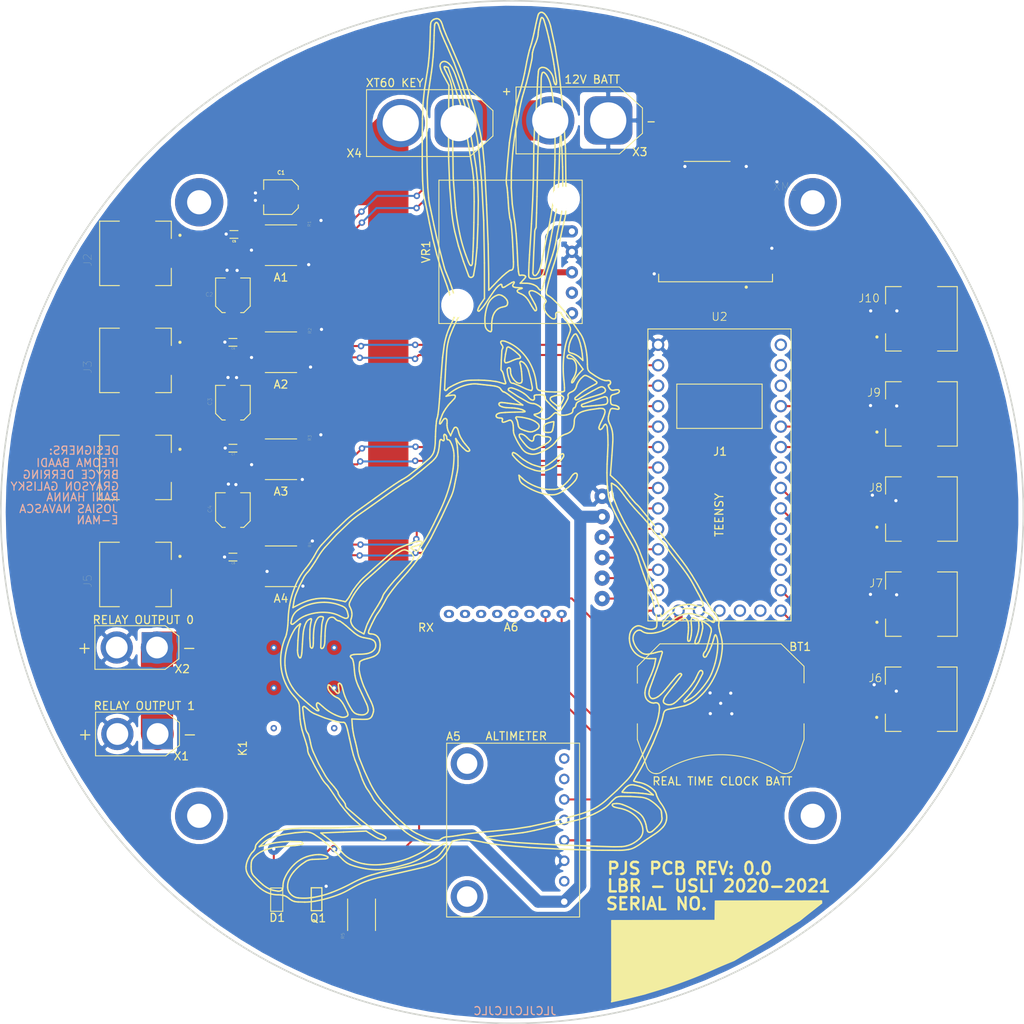
<source format=kicad_pcb>
(kicad_pcb (version 20171130) (host pcbnew "(5.1.8)-1")
  (layers (0 F.Cu signal hide) (31 B.Cu signal hide) (34 B.Paste user) (35 F.Paste user hide) (36 B.SilkS user) (37 F.SilkS user) (38 B.Mask user hide) (39 F.Mask user) (44 Edge.Cuts user))
  (net 0 "")
  (net 1 /UAS_DriverOUT1)
  (net 2 +12V)
  (net 3 GND)
  (net 4 /UAS_DriverIN2)
  (net 5 "Net-(A1-Pad4)")
  (net 6 /UAS_DriverIN1)
  (net 7 /UAS_DriverOUT2)
  (net 8 /Link_DriverOUT2)
  (net 9 /Link_DriverIN1)
  (net 10 "Net-(A2-Pad4)")
  (net 11 /Link_DriverIN2)
  (net 12 /Link_DriverOUT1)
  (net 13 /LockA_DriverOUT1)
  (net 14 /LockA_DriverIN2)
  (net 15 "Net-(A3-Pad4)")
  (net 16 /LockA_DriverIN1)
  (net 17 /LockA_DriverOUT2)
  (net 18 /LockB_DriverOUT2)
  (net 19 /LockB_DriverIN1)
  (net 20 "Net-(A4-Pad4)")
  (net 21 /LockB_DriverIN2)
  (net 22 /LockB_DriverOUT1)
  (net 23 "Net-(A5-Pad7)")
  (net 24 "Net-(A5-Pad8)")
  (net 25 /Alt_SDI)
  (net 26 +5V)
  (net 27 /Alt_SCK)
  (net 28 "Net-(A5-Pad2)")
  (net 29 "Net-(A5-Pad5)")
  (net 30 /RF_CH1)
  (net 31 /RF_CH3)
  (net 32 /RF_CH2)
  (net 33 /RF_CH4)
  (net 34 /3.3V_Coin)
  (net 35 "Net-(D1-Pad2)")
  (net 36 /S1_Link)
  (net 37 /S2_Door)
  (net 38 /S3_UAS)
  (net 39 "Net-(K1-Pad7)")
  (net 40 "Net-(K1-Pad2)")
  (net 41 "Net-(Q1-Pad1)")
  (net 42 /Relay_Signal)
  (net 43 "Net-(U2-Pad17)")
  (net 44 "Net-(U2-Pad20)")
  (net 45 "Net-(VR1-Pad1)")
  (net 46 "Net-(VR1-Pad2)")
  (net 47 /Door_RelayOut1)
  (net 48 "Net-(U2-Pad16)")
  (net 49 "Net-(U2-Pad15)")
  (net 50 /RF_CH6)
  (net 51 /RF_CH5)
  (net 52 "Net-(J1-Pad8)")
  (net 53 "Net-(J1-Pad7)")
  (net 54 "Net-(J1-Pad6)")
  (net 55 "Net-(J1-Pad5)")
  (net 56 "Net-(J1-Pad3)")
  (net 57 "Net-(J1-Pad4)")
  (net 58 "Net-(J1-Pad1)")
  (net 59 "Net-(J1-Pad2)")
  (module PJS:G2R-2-DC5_Relay (layer F.Cu) (at 105.0925 128.142999 90)
    (fp_text reference K1 (at 0 -7.62 90) (layer F.SilkS))
    (fp_text value G2R-2-DC5_Relay)
    (pad 8 thru_hole circle (at -12.5 3.75 90) (size 0.8 0.8) (drill 0.4) (layers *.Cu *.Mask) (net 35 "Net-(D1-Pad2)"))
    (pad 7 thru_hole circle (at 2.5 3.75 90) (size 0.8 0.8) (drill 0.4) (layers *.Cu *.Mask) (net 39 "Net-(K1-Pad7)"))
    (pad 6 thru_hole circle (at 7.5 3.75 90) (size 0.8 0.8) (drill 0.4) (layers *.Cu *.Mask) (net 2 +12V))
    (pad 5 thru_hole circle (at 12.5 3.75 90) (size 0.8 0.8) (drill 0.4) (layers *.Cu *.Mask) (net 47 /Door_RelayOut1))
    (pad 1 thru_hole circle (at -12.5 -3.75 90) (size 0.8 0.8) (drill 0.4) (layers *.Cu *.Mask) (net 26 +5V))
    (pad 2 thru_hole circle (at 2.5 -3.75 90) (size 0.8 0.8) (drill 0.4) (layers *.Cu *.Mask) (net 40 "Net-(K1-Pad2)"))
    (pad 3 thru_hole circle (at 7.5 -3.75 90) (size 0.8 0.8) (drill 0.4) (layers *.Cu *.Mask) (net 2 +12V))
    (pad 5 thru_hole circle (at 12.5 -3.75 90) (size 0.8 0.8) (drill 0.4) (layers *.Cu *.Mask) (net 47 /Door_RelayOut1))
  )
  (module PJS:XT60_FemaleBatteryConnector (layer F.Cu) (at 124.3076 50.495199 180)
    (fp_text reference X4 (at 12.9726 -3.7498 180) (layer F.SilkS))
    (fp_text value XT60-F_BatteryConnector)
    (pad 1 thru_hole roundrect (at 0 0 180) (size 6 6) (drill 4.5) (layers *.Cu *.Mask))
    (pad 2 thru_hole circle (at 7.2 0 180) (size 6 6) (drill 4.5) (layers *.Cu *.Mask))
  )
  (module PJS:XT60_FemaleBatteryConnector (layer F.Cu) (at 142.875 50.164999 180)
    (fp_text reference X3 (at -3.92 -3.92 180) (layer F.SilkS))
    (fp_text value XT60-F_BatteryConnector)
    (pad 2 thru_hole circle (at 7.2 0 180) (size 6.000001 6.000001) (drill 4.500001) (layers *.Cu *.Mask))
    (pad 1 thru_hole roundrect (at 0 0 180) (size 6.000001 6.000001) (drill 4.500001) (layers *.Cu *.Mask) (net 3 GND))
  )
  (module PJS:36-3034-ND_CoinCellHolder (layer F.Cu) (at 156.845 122.554999 180)
    (fp_text reference BT1 (at -9.87 7.02) (layer F.SilkS))
    (fp_text value 36-3034-ND_CoinCellHolder)
    (pad 1 smd rect (at -10.985 0 180) (size 1.27 5.08) (layers F.Cu F.Paste F.Mask) (net 34 /3.3V_Coin))
    (pad 1 smd rect (at 10.985 0 180) (size 1.27 5.08) (layers F.Cu F.Paste F.Mask) (net 34 /3.3V_Coin))
    (pad 2 smd rect (at 0 0 180) (size 3.96 3.96) (layers F.Cu F.Paste F.Mask) (net 3 GND))
  )
  (module PJS:TBS_Crossfire_RF_Receiver (layer F.Cu) (at 131.2926 103.504999 180)
    (fp_text reference A6 (at 0.4776 -9.6) (layer F.SilkS))
    (fp_text value TBS_Crossfire_RF_Receiver)
    (pad 13 thru_hole oval (at 6.2 -7.95 180) (size 1.27 1) (drill 0.55) (layers *.Cu *.Mask))
    (pad 11 thru_hole oval (at 2.2 -7.95 180) (size 1.27 1) (drill 0.55) (layers *.Cu *.Mask))
    (pad 1 thru_hole circle (at -10.83 6.66 180) (size 1.9 1.9) (drill 0.8) (layers *.Cu *.Mask) (net 3 GND))
    (pad 4 thru_hole circle (at -10.83 -0.96 180) (size 1.9 1.9) (drill 0.8) (layers *.Cu *.Mask) (net 32 /RF_CH2))
    (pad 8 thru_hole oval (at -3.8 -7.95 180) (size 1.27 1) (drill 0.55) (layers *.Cu *.Mask) (net 50 /RF_CH6))
    (pad 7 thru_hole oval (at -5.8 -7.95 180) (size 1.27 1) (drill 0.55) (layers *.Cu *.Mask) (net 51 /RF_CH5))
    (pad 9 thru_hole oval (at -1.8 -7.95 180) (size 1.27 1) (drill 0.55) (layers *.Cu *.Mask))
    (pad 5 thru_hole circle (at -10.83 -3.5 180) (size 1.9 1.9) (drill 0.8) (layers *.Cu *.Mask) (net 31 /RF_CH3))
    (pad 2 thru_hole circle (at -10.83 4.12 180) (size 1.9 1.9) (drill 0.8) (layers *.Cu *.Mask) (net 26 +5V))
    (pad 3 thru_hole circle (at -10.83 1.58 180) (size 1.9 1.9) (drill 0.8) (layers *.Cu *.Mask) (net 30 /RF_CH1))
    (pad 6 thru_hole circle (at -10.83 -6.04 180) (size 1.9 1.9) (drill 0.8) (layers *.Cu *.Mask) (net 33 /RF_CH4))
    (pad 14 thru_hole oval (at 8.2 -7.95 180) (size 1.27 1) (drill 0.55) (layers *.Cu *.Mask))
    (pad 12 thru_hole oval (at 4.2 -7.95 180) (size 1.27 1) (drill 0.55) (layers *.Cu *.Mask))
    (pad 10 thru_hole oval (at 0.2 -7.95 180) (size 1.27 1) (drill 0.55) (layers *.Cu *.Mask))
  )
  (module PJS:XT30_Female_MotorConnector (layer F.Cu) (at 86.835 115.624999 180)
    (fp_text reference X2 (at -3.14 -2.67) (layer F.SilkS))
    (fp_text value XT30-F_MotorConnector)
    (fp_text user + (at 9 0) (layer F.SilkS) (effects (font (size 1.5 1.5))))
    (fp_text user - (at -4 0) (layer F.SilkS) (effects (font (size 1.5 1.5))))
    (pad 1 thru_hole rect (at 0 0 180) (size 3.8 3.8) (drill 2.7) (layers *.Cu *.Mask) (net 47 /Door_RelayOut1))
    (pad 2 thru_hole circle (at 5 0 180) (size 4 4) (drill 2.7) (layers *.Cu *.Mask) (net 3 GND))
  )
  (module PJS:BMP388_Altimeter (layer F.Cu) (at 131.064 138.302999 90)
    (fp_text reference A5 (at 11.638 -7.409 180) (layer F.SilkS))
    (fp_text value BMP388_Altimeter)
    (pad 3 thru_hole circle (at -3.81 6.35 90) (size 1.308 1.308) (drill 0.8) (layers *.Cu *.Mask) (net 3 GND))
    (pad 5 thru_hole circle (at 1.27 6.35 90) (size 1.308 1.308) (drill 0.8) (layers *.Cu *.Mask) (net 29 "Net-(A5-Pad5)"))
    (pad 2 thru_hole circle (at -6.35 6.35 90) (size 1.308 1.308) (drill 0.8) (layers *.Cu *.Mask) (net 28 "Net-(A5-Pad2)"))
    (pad " " thru_hole circle (at 8.255 -5.715 90) (size 4.064 4.064) (drill 2.54) (layers *.Cu *.Mask))
    (pad 4 thru_hole circle (at -1.27 6.35 90) (size 1.308 1.308) (drill 0.8) (layers *.Cu *.Mask) (net 27 /Alt_SCK))
    (pad 1 thru_hole circle (at -8.89 6.35 90) (size 1.308 1.308) (drill 0.8) (layers *.Cu *.Mask) (net 26 +5V))
    (pad 6 thru_hole circle (at 3.81 6.35 90) (size 1.308 1.308) (drill 0.8) (layers *.Cu *.Mask) (net 25 /Alt_SDI))
    (pad 8 thru_hole circle (at 8.89 6.35 90) (size 1.308 1.308) (drill 0.8) (layers *.Cu *.Mask) (net 24 "Net-(A5-Pad8)"))
    (pad 7 thru_hole circle (at 6.35 6.35 90) (size 1.308 1.308) (drill 0.8) (layers *.Cu *.Mask) (net 23 "Net-(A5-Pad7)"))
    (pad " " thru_hole circle (at -8.255 -5.715 90) (size 4.064 4.064) (drill 2.54) (layers *.Cu *.Mask))
  )
  (module PJS:Teensy4.0 (layer F.Cu) (at 156.6926 94.538799)
    (fp_text reference U2 (at 0 -20) (layer F.SilkS) (effects (font (thickness 0.1))))
    (fp_text value Teensy4.0)
    (pad ONOFF thru_hole circle (at 5.08 16.51) (size 1.53 1.53) (drill 1.02) (layers *.Cu *.Mask))
    (pad PGM thru_hole circle (at 2.54 16.51) (size 1.53 1.53) (drill 1.02) (layers *.Cu *.Mask))
    (pad G2 thru_hole circle (at 0 16.51) (size 1.53 1.53) (drill 1.02) (layers *.Cu *.Mask))
    (pad 3.3V_1 thru_hole circle (at -2.54 16.51) (size 1.53 1.53) (drill 1.02) (layers *.Cu *.Mask))
    (pad VBAT thru_hole circle (at -5.08 16.51) (size 1.53 1.53) (drill 1.02) (layers *.Cu *.Mask) (net 34 /3.3V_Coin))
    (pad VIN thru_hole circle (at 7.62 -16.51) (size 1.53 1.53) (drill 1.02) (layers *.Cu *.Mask))
    (pad G3 thru_hole circle (at 7.62 -13.97) (size 1.53 1.53) (drill 1.02) (layers *.Cu *.Mask))
    (pad 3.3V_2 thru_hole circle (at 7.62 -11.43) (size 1.53 1.53) (drill 1.02) (layers *.Cu *.Mask))
    (pad 23 thru_hole circle (at 7.62 -8.89) (size 1.53 1.53) (drill 1.02) (layers *.Cu *.Mask) (net 38 /S3_UAS))
    (pad 22 thru_hole circle (at 7.62 -6.35) (size 1.53 1.53) (drill 1.02) (layers *.Cu *.Mask) (net 37 /S2_Door))
    (pad 21 thru_hole circle (at 7.62 -3.81) (size 1.53 1.53) (drill 1.02) (layers *.Cu *.Mask) (net 36 /S1_Link))
    (pad 20 thru_hole circle (at 7.62 -1.27) (size 1.53 1.53) (drill 1.02) (layers *.Cu *.Mask) (net 44 "Net-(U2-Pad20)"))
    (pad 19 thru_hole circle (at 7.62 1.27) (size 1.53 1.53) (drill 1.02) (layers *.Cu *.Mask) (net 27 /Alt_SCK))
    (pad 18 thru_hole circle (at 7.62 3.81) (size 1.53 1.53) (drill 1.02) (layers *.Cu *.Mask) (net 25 /Alt_SDI))
    (pad 17 thru_hole circle (at 7.62 6.35) (size 1.53 1.53) (drill 1.02) (layers *.Cu *.Mask) (net 43 "Net-(U2-Pad17)"))
    (pad 16 thru_hole circle (at 7.62 8.89) (size 1.53 1.53) (drill 1.02) (layers *.Cu *.Mask) (net 48 "Net-(U2-Pad16)"))
    (pad 15 thru_hole circle (at 7.62 11.43) (size 1.53 1.53) (drill 1.02) (layers *.Cu *.Mask) (net 49 "Net-(U2-Pad15)"))
    (pad 14 thru_hole circle (at 7.62 13.97) (size 1.53 1.53) (drill 1.02) (layers *.Cu *.Mask) (net 50 /RF_CH6))
    (pad 13 thru_hole circle (at 7.62 16.51) (size 1.53 1.53) (drill 1.02) (layers *.Cu *.Mask) (net 51 /RF_CH5))
    (pad G1 thru_hole circle (at -7.62 -16.51) (size 1.53 1.53) (drill 1.02) (layers *.Cu *.Mask) (net 3 GND))
    (pad 0 thru_hole circle (at -7.62 -13.97) (size 1.53 1.53) (drill 1.02) (layers *.Cu *.Mask) (net 6 /UAS_DriverIN1))
    (pad 1 thru_hole circle (at -7.62 -11.43) (size 1.53 1.53) (drill 1.02) (layers *.Cu *.Mask) (net 4 /UAS_DriverIN2))
    (pad 2 thru_hole circle (at -7.62 -8.89) (size 1.53 1.53) (drill 1.02) (layers *.Cu *.Mask) (net 9 /Link_DriverIN1))
    (pad 3 thru_hole circle (at -7.62 -6.35) (size 1.53 1.53) (drill 1.02) (layers *.Cu *.Mask) (net 11 /Link_DriverIN2))
    (pad 4 thru_hole circle (at -7.62 -3.81) (size 1.53 1.53) (drill 1.02) (layers *.Cu *.Mask) (net 16 /LockA_DriverIN1))
    (pad 5 thru_hole circle (at -7.62 -1.27) (size 1.53 1.53) (drill 1.02) (layers *.Cu *.Mask) (net 14 /LockA_DriverIN2))
    (pad 6 thru_hole circle (at -7.62 1.27) (size 1.53 1.53) (drill 1.02) (layers *.Cu *.Mask) (net 19 /LockB_DriverIN1))
    (pad 7 thru_hole circle (at -7.62 3.81) (size 1.53 1.53) (drill 1.02) (layers *.Cu *.Mask) (net 21 /LockB_DriverIN2))
    (pad 8 thru_hole circle (at -7.62 6.35) (size 1.53 1.53) (drill 1.02) (layers *.Cu *.Mask) (net 30 /RF_CH1))
    (pad 9 thru_hole circle (at -7.62 8.89) (size 1.53 1.53) (drill 1.02) (layers *.Cu *.Mask) (net 32 /RF_CH2))
    (pad 10 thru_hole circle (at -7.62 11.43) (size 1.53 1.53) (drill 1.02) (layers *.Cu *.Mask) (net 31 /RF_CH3))
    (pad 11 thru_hole circle (at -7.62 13.97) (size 1.53 1.53) (drill 1.02) (layers *.Cu *.Mask) (net 33 /RF_CH4))
    (pad 12 thru_hole circle (at -7.62 16.51) (size 1.53 1.53) (drill 1.02) (layers *.Cu *.Mask) (net 42 /Relay_Signal))
  )
  (module PJS:RMCF2512FT2K00_Resistor (layer F.Cu) (at 112.2426 148.818599 90)
    (fp_text reference R5 (at -2.61 -2.33 90) (layer F.SilkS) (effects (font (size 0.393701 0.393701) (thickness 0.015))))
    (fp_text value 2k)
    (pad 1 smd rect (at -2.944 0 90) (size 1.33 3.46) (layers F.Cu F.Paste F.Mask) (net 41 "Net-(Q1-Pad1)"))
    (pad 2 smd rect (at 2.944 0 90) (size 1.33 3.46) (layers F.Cu F.Paste F.Mask) (net 42 /Relay_Signal))
  )
  (module PJS:1SS351-TB-E_Diode (layer F.Cu) (at 101.7016 146.938999 90)
    (fp_text reference D1 (at -2.246 0.0634) (layer F.SilkS))
    (fp_text value D_Schottky)
    (pad 1 smd rect (at 0.95 1.2 90) (size 0.8 1) (layers F.Cu F.Paste F.Mask) (net 26 +5V))
    (pad 2 smd rect (at -0.95 1.2 90) (size 0.8 1) (layers F.Cu F.Paste F.Mask) (net 35 "Net-(D1-Pad2)"))
    (pad 3 smd rect (at 0 -1.2 90) (size 0.8 1) (layers F.Cu F.Paste F.Mask))
  )
  (module PJS:MMBT2222A_Transistor (layer F.Cu) (at 106.6546 146.888199 90)
    (fp_text reference Q1 (at -2.3468 0.1904) (layer F.SilkS))
    (fp_text value MMBT222A_Transistor)
    (pad 2 smd rect (at 0.95 1.1 90) (size 1 1.4) (layers F.Cu F.Paste F.Mask) (net 3 GND))
    (pad 1 smd rect (at -0.95 1.1 90) (size 1 1.4) (layers F.Cu F.Paste F.Mask) (net 41 "Net-(Q1-Pad1)"))
    (pad 3 smd rect (at 0 -1.1 90) (size 1 1.4) (layers F.Cu F.Paste F.Mask) (net 35 "Net-(D1-Pad2)"))
  )
  (module PJS:DRV8871_MotorDriver (layer F.Cu) (at 102.235 65.658999 180)
    (fp_text reference A1 (at 0 -4) (layer F.SilkS))
    (fp_text value DRV8871_MotorDriver)
    (pad 6 smd rect (at 2.7 0.635 180) (size 1.55 0.6) (layers F.Cu F.Paste) (net 1 /UAS_DriverOUT1))
    (pad 5 smd rect (at 2.7 1.905 180) (size 1.55 0.6) (layers F.Cu F.Paste) (net 2 +12V))
    (pad 1 smd rect (at -2.7 -1.905 180) (size 1.55 0.6) (layers F.Cu F.Paste) (net 3 GND))
    (pad 7 smd rect (at 2.7 -0.635 180) (size 1.55 0.6) (layers F.Cu F.Paste) (net 3 GND))
    (pad 2 smd rect (at -2.7 -0.635 180) (size 1.55 0.6) (layers F.Cu F.Paste) (net 4 /UAS_DriverIN2))
    (pad 4 smd rect (at -2.7 1.905 180) (size 1.55 0.6) (layers F.Cu F.Paste) (net 5 "Net-(A1-Pad4)"))
    (pad 3 smd rect (at -2.7 0.635 180) (size 1.55 0.6) (layers F.Cu F.Paste) (net 6 /UAS_DriverIN1))
    (pad 8 smd rect (at 2.7 -1.905 180) (size 1.55 0.6) (layers F.Cu F.Paste) (net 7 /UAS_DriverOUT2))
  )
  (module PJS:DRV8871_MotorDriver (layer F.Cu) (at 102.235 78.951665 180)
    (fp_text reference A2 (at 0 -4) (layer F.SilkS))
    (fp_text value DRV8871_MotorDriver)
    (pad 8 smd rect (at 2.7 -1.905 180) (size 1.55 0.6) (layers F.Cu F.Paste) (net 8 /Link_DriverOUT2))
    (pad 3 smd rect (at -2.7 0.635 180) (size 1.55 0.6) (layers F.Cu F.Paste) (net 9 /Link_DriverIN1))
    (pad 4 smd rect (at -2.7 1.905 180) (size 1.55 0.6) (layers F.Cu F.Paste) (net 10 "Net-(A2-Pad4)"))
    (pad 2 smd rect (at -2.7 -0.635 180) (size 1.55 0.6) (layers F.Cu F.Paste) (net 11 /Link_DriverIN2))
    (pad 7 smd rect (at 2.7 -0.635 180) (size 1.55 0.6) (layers F.Cu F.Paste) (net 3 GND))
    (pad 1 smd rect (at -2.7 -1.905 180) (size 1.55 0.6) (layers F.Cu F.Paste) (net 3 GND))
    (pad 5 smd rect (at 2.7 1.905 180) (size 1.55 0.6) (layers F.Cu F.Paste) (net 2 +12V))
    (pad 6 smd rect (at 2.7 0.635 180) (size 1.55 0.6) (layers F.Cu F.Paste) (net 12 /Link_DriverOUT1))
  )
  (module PJS:DRV8871_MotorDriver (layer F.Cu) (at 102.235 92.244331 180)
    (fp_text reference A3 (at 0 -4) (layer F.SilkS))
    (fp_text value DRV8871_MotorDriver)
    (pad 6 smd rect (at 2.7 0.635 180) (size 1.55 0.6) (layers F.Cu F.Paste) (net 13 /LockA_DriverOUT1))
    (pad 5 smd rect (at 2.7 1.905 180) (size 1.55 0.6) (layers F.Cu F.Paste) (net 2 +12V))
    (pad 1 smd rect (at -2.7 -1.905 180) (size 1.55 0.6) (layers F.Cu F.Paste) (net 3 GND))
    (pad 7 smd rect (at 2.7 -0.635 180) (size 1.55 0.6) (layers F.Cu F.Paste) (net 3 GND))
    (pad 2 smd rect (at -2.7 -0.635 180) (size 1.55 0.6) (layers F.Cu F.Paste) (net 14 /LockA_DriverIN2))
    (pad 4 smd rect (at -2.7 1.905 180) (size 1.55 0.6) (layers F.Cu F.Paste) (net 15 "Net-(A3-Pad4)"))
    (pad 3 smd rect (at -2.7 0.635 180) (size 1.55 0.6) (layers F.Cu F.Paste) (net 16 /LockA_DriverIN1))
    (pad 8 smd rect (at 2.7 -1.905 180) (size 1.55 0.6) (layers F.Cu F.Paste) (net 17 /LockA_DriverOUT2))
  )
  (module PJS:DRV8871_MotorDriver (layer F.Cu) (at 102.235 105.536999 180)
    (fp_text reference A4 (at 0 -4) (layer F.SilkS))
    (fp_text value DRV8871_MotorDriver)
    (pad 8 smd rect (at 2.7 -1.905 180) (size 1.55 0.6) (layers F.Cu F.Paste) (net 18 /LockB_DriverOUT2))
    (pad 3 smd rect (at -2.7 0.635 180) (size 1.55 0.6) (layers F.Cu F.Paste) (net 19 /LockB_DriverIN1))
    (pad 4 smd rect (at -2.7 1.905 180) (size 1.55 0.6) (layers F.Cu F.Paste) (net 20 "Net-(A4-Pad4)"))
    (pad 2 smd rect (at -2.7 -0.635 180) (size 1.55 0.6) (layers F.Cu F.Paste) (net 21 /LockB_DriverIN2))
    (pad 7 smd rect (at 2.7 -0.635 180) (size 1.55 0.6) (layers F.Cu F.Paste) (net 3 GND))
    (pad 1 smd rect (at -2.7 -1.905 180) (size 1.55 0.6) (layers F.Cu F.Paste) (net 3 GND))
    (pad 5 smd rect (at 2.7 1.905 180) (size 1.55 0.6) (layers F.Cu F.Paste) (net 2 +12V))
    (pad 6 smd rect (at 2.7 0.635 180) (size 1.55 0.6) (layers F.Cu F.Paste) (net 22 /LockB_DriverOUT1))
  )
  (module PJS:EEE-1CA470SP_Capacitor (layer F.Cu) (at 102.235 59.689999 180)
    (fp_text reference C1 (at -0.01 3.045) (layer F.SilkS) (effects (font (size 0.481065 0.481065) (thickness 0.1))))
    (fp_text value 47uF)
    (pad 2 smd rect (at 1.65 0 180) (size 2.42 1.58) (layers F.Cu F.Paste F.Mask) (net 3 GND))
    (pad 1 smd rect (at -1.65 0 180) (size 2.42 1.58) (layers F.Cu F.Paste F.Mask) (net 2 +12V))
  )
  (module PJS:EEE-1CA470SP_Capacitor (layer F.Cu) (at 96.266 71.881999 90)
    (fp_text reference C2 (at 0.097 -2.941 180) (layer F.SilkS) (effects (font (size 0.481065 0.481065) (thickness 0.015))))
    (fp_text value 47uF)
    (pad 1 smd rect (at -1.65 0 90) (size 2.42 1.58) (layers F.Cu F.Paste F.Mask) (net 2 +12V))
    (pad 2 smd rect (at 1.65 0 90) (size 2.42 1.58) (layers F.Cu F.Paste F.Mask) (net 3 GND))
  )
  (module PJS:EEE-1CA470SP_Capacitor (layer F.Cu) (at 96.266 85.216999 90)
    (fp_text reference C3 (at 0.124273 -2.861127 90) (layer F.SilkS) (effects (font (size 0.481065 0.481065) (thickness 0.015))))
    (fp_text value 47uF)
    (pad 2 smd rect (at 1.65 0 90) (size 2.42 1.58) (layers F.Cu F.Paste F.Mask) (net 3 GND))
    (pad 1 smd rect (at -1.65 0 90) (size 2.42 1.58) (layers F.Cu F.Paste F.Mask) (net 2 +12V))
  )
  (module PJS:EEE-1CA470SP_Capacitor (layer F.Cu) (at 96.266 98.551999 90)
    (fp_text reference C4 (at 0.124273 -2.861127 90) (layer F.SilkS) (effects (font (size 0.481065 0.481065) (thickness 0.015))))
    (fp_text value 47uF)
    (pad 1 smd rect (at -1.65 0 90) (size 2.42 1.58) (layers F.Cu F.Paste F.Mask) (net 2 +12V))
    (pad 2 smd rect (at 1.65 0 90) (size 2.42 1.58) (layers F.Cu F.Paste F.Mask) (net 3 GND))
  )
  (module PJS:CL05B104KO5NNNC_Capacitor (layer F.Cu) (at 96.393 64.325499 180)
    (fp_text reference C5 (at -0.022 -0.8495) (layer F.SilkS) (effects (font (size 0.241854 0.241854) (thickness 0.060464))))
    (fp_text value 0.1uF)
    (pad 1 smd rect (at -0.43 0 180) (size 0.54 0.6) (layers F.Cu F.Paste F.Mask) (net 2 +12V))
    (pad 2 smd rect (at 0.43 0 180) (size 0.54 0.6) (layers F.Cu F.Paste F.Mask) (net 3 GND))
  )
  (module PJS:CL05B104KO5NNNC_Capacitor (layer F.Cu) (at 96.266 77.723999 180)
    (fp_text reference C6 (at -0.038306 -0.758223) (layer F.SilkS) (effects (font (size 0.241854 0.241854) (thickness 0.015))))
    (fp_text value 0.1uF)
    (pad 2 smd rect (at 0.43 0 180) (size 0.54 0.6) (layers F.Cu F.Paste F.Mask) (net 3 GND))
    (pad 1 smd rect (at -0.43 0 180) (size 0.54 0.6) (layers F.Cu F.Paste F.Mask) (net 2 +12V))
  )
  (module PJS:CL05B104KO5NNNC_Capacitor (layer F.Cu) (at 96.266 90.868499 180)
    (fp_text reference C7 (at -0.038306 -0.758223) (layer F.SilkS) (effects (font (size 0.241854 0.241854) (thickness 0.015))))
    (fp_text value 0.1uF)
    (pad 2 smd rect (at 0.43 0 180) (size 0.54 0.6) (layers F.Cu F.Paste F.Mask) (net 3 GND))
    (pad 1 smd rect (at -0.43 0 180) (size 0.54 0.6) (layers F.Cu F.Paste F.Mask) (net 2 +12V))
  )
  (module PJS:CL05B104KO5NNNC_Capacitor (layer F.Cu) (at 96.266 104.393999 180)
    (fp_text reference C8 (at -0.038306 -0.758223) (layer F.SilkS) (effects (font (size 0.241854 0.241854) (thickness 0.015))))
    (fp_text value 0.1uF)
    (pad 1 smd rect (at -0.43 0 180) (size 0.54 0.6) (layers F.Cu F.Paste F.Mask) (net 2 +12V))
    (pad 2 smd rect (at 0.43 0 180) (size 0.54 0.6) (layers F.Cu F.Paste F.Mask) (net 3 GND))
  )
  (module PJS:HFW8R-1STE1H1LF_FFC (layer F.Cu) (at 156.6926 85.661499 180)
    (fp_text reference J1 (at -0.079 -5.6235) (layer F.SilkS))
    (fp_text value HFW8R-1STE1H1LF_FFC)
    (pad "" smd rect (at 4.5 -1.15 180) (size 0.7 4.199999) (layers F.Cu F.Paste F.Mask))
    (pad 8 smd rect (at 3.5 -3.25 180) (size 0.6 2) (layers F.Cu F.Paste F.Mask) (net 52 "Net-(J1-Pad8)"))
    (pad 7 smd rect (at 2.5 -3.25 180) (size 0.6 2) (layers F.Cu F.Paste F.Mask) (net 53 "Net-(J1-Pad7)"))
    (pad 6 smd rect (at 1.5 -3.25 180) (size 0.6 2) (layers F.Cu F.Paste F.Mask) (net 54 "Net-(J1-Pad6)"))
    (pad 5 smd rect (at 0.5 -3.25 180) (size 0.6 2) (layers F.Cu F.Paste F.Mask) (net 55 "Net-(J1-Pad5)"))
    (pad 3 smd rect (at -1.5 -3.25 180) (size 0.6 2) (layers F.Cu F.Paste F.Mask) (net 56 "Net-(J1-Pad3)"))
    (pad 4 smd rect (at -0.5 -3.25 180) (size 0.6 2) (layers F.Cu F.Paste F.Mask) (net 57 "Net-(J1-Pad4)"))
    (pad 1 smd rect (at -3.5 -3.25 180) (size 0.6 2) (layers F.Cu F.Paste F.Mask) (net 58 "Net-(J1-Pad1)"))
    (pad 2 smd rect (at -2.5 -3.25 180) (size 0.6 2) (layers F.Cu F.Paste F.Mask) (net 59 "Net-(J1-Pad2)"))
    (pad "" smd rect (at -4.5 -1.15 180) (size 0.7 4.199999) (layers F.Cu F.Paste F.Mask))
  )
  (module PJS:SM02B-PASS-TBT_Connector (layer F.Cu) (at 84.963 66.674999 90)
    (fp_text reference J2 (at -0.825 -6.735 90) (layer F.SilkS) (effects (font (thickness 0.015))))
    (fp_text value SM02B-PASS-TBT_Connector)
    (pad 1 smd rect (at 1 3.9 90) (size 1 2.7) (layers F.Cu F.Paste F.Mask) (net 1 /UAS_DriverOUT1))
    (pad 2 smd rect (at -1 3.9 90) (size 1 2.7) (layers F.Cu F.Paste F.Mask) (net 7 /UAS_DriverOUT2))
    (pad S2 smd rect (at -3.35 -0.55 90) (size 1.8 3.8) (layers F.Cu F.Paste F.Mask))
    (pad S1 smd rect (at 3.35 -0.55 90) (size 1.8 3.8) (layers F.Cu F.Paste F.Mask))
  )
  (module PJS:SM02B-PASS-TBT_Connector (layer F.Cu) (at 84.963 79.967665 90)
    (fp_text reference J3 (at -0.825 -6.735 90) (layer F.SilkS) (effects (font (thickness 0.015))))
    (fp_text value SM02B-PASS-TBT_Connector)
    (pad S1 smd rect (at 3.35 -0.55 90) (size 1.8 3.8) (layers F.Cu F.Paste F.Mask))
    (pad S2 smd rect (at -3.35 -0.55 90) (size 1.8 3.8) (layers F.Cu F.Paste F.Mask))
    (pad 2 smd rect (at -1 3.9 90) (size 1 2.7) (layers F.Cu F.Paste F.Mask) (net 8 /Link_DriverOUT2))
    (pad 1 smd rect (at 1 3.9 90) (size 1 2.7) (layers F.Cu F.Paste F.Mask) (net 12 /Link_DriverOUT1))
  )
  (module PJS:SM02B-PASS-TBT_Connector (layer F.Cu) (at 84.963 93.260331 90)
    (fp_text reference J4 (at -0.825 -6.735 90) (layer F.SilkS) (effects (font (thickness 0.015))))
    (fp_text value SM02B-PASS-TBT_Connector)
    (pad S1 smd rect (at 3.35 -0.55 90) (size 1.8 3.8) (layers F.Cu F.Paste F.Mask))
    (pad S2 smd rect (at -3.35 -0.55 90) (size 1.8 3.8) (layers F.Cu F.Paste F.Mask))
    (pad 2 smd rect (at -1 3.9 90) (size 1 2.7) (layers F.Cu F.Paste F.Mask) (net 17 /LockA_DriverOUT2))
    (pad 1 smd rect (at 1 3.9 90) (size 1 2.7) (layers F.Cu F.Paste F.Mask) (net 13 /LockA_DriverOUT1))
  )
  (module PJS:SM02B-PASS-TBT_Connector (layer F.Cu) (at 84.963 106.552999 90)
    (fp_text reference J5 (at -0.825 -6.735 90) (layer F.SilkS) (effects (font (thickness 0.015))))
    (fp_text value SM02B-PASS-TBT_Connector)
    (pad 1 smd rect (at 1 3.9 90) (size 1 2.7) (layers F.Cu F.Paste F.Mask) (net 22 /LockB_DriverOUT1))
    (pad 2 smd rect (at -1 3.9 90) (size 1 2.7) (layers F.Cu F.Paste F.Mask) (net 18 /LockB_DriverOUT2))
    (pad S2 smd rect (at -3.35 -0.55 90) (size 1.8 3.8) (layers F.Cu F.Paste F.Mask))
    (pad S1 smd rect (at 3.35 -0.55 90) (size 1.8 3.8) (layers F.Cu F.Paste F.Mask))
  )
  (module PJS:SM02B-PASS-TBT_Connector (layer F.Cu) (at 180.9496 122.046999 270)
    (fp_text reference J6 (at -2.632 4.8946 180) (layer F.SilkS) (effects (font (thickness 0.1))))
    (fp_text value SM02B-PASS-TBT_SwitchConnector)
    (pad S1 smd rect (at 3.35 -0.55 270) (size 1.8 3.8) (layers F.Cu F.Paste F.Mask))
    (pad S2 smd rect (at -3.35 -0.55 270) (size 1.8 3.8) (layers F.Cu F.Paste F.Mask))
    (pad 2 smd rect (at -1 3.9 270) (size 1 2.7) (layers F.Cu F.Paste F.Mask) (net 3 GND))
    (pad 1 smd rect (at 1 3.9 270) (size 1 2.7) (layers F.Cu F.Paste F.Mask) (net 36 /S1_Link))
  )
  (module PJS:SM02B-PASS-TBT_Connector (layer F.Cu) (at 180.975 110.235999 270)
    (fp_text reference J7 (at -2.591 4.83 180) (layer F.SilkS) (effects (font (thickness 0.1))))
    (fp_text value SM02B-PASS-TBT_SwitchConnector)
    (pad S1 smd rect (at 3.35 -0.55 270) (size 1.8 3.8) (layers F.Cu F.Paste F.Mask))
    (pad S2 smd rect (at -3.35 -0.55 270) (size 1.8 3.8) (layers F.Cu F.Paste F.Mask))
    (pad 2 smd rect (at -1 3.9 270) (size 1 2.7) (layers F.Cu F.Paste F.Mask) (net 3 GND))
    (pad 1 smd rect (at 1 3.9 270) (size 1 2.7) (layers F.Cu F.Paste F.Mask) (net 36 /S1_Link))
  )
  (module PJS:SM02B-PASS-TBT_Connector (layer F.Cu) (at 180.975 98.424999 270)
    (fp_text reference J8 (at -2.66 4.86 180) (layer F.SilkS) (effects (font (thickness 0.1))))
    (fp_text value SM02B-PASS-TBT_SwitchConnector)
    (pad 1 smd rect (at 1 3.9 270) (size 1 2.7) (layers F.Cu F.Paste F.Mask) (net 37 /S2_Door))
    (pad 2 smd rect (at -1 3.9 270) (size 1 2.7) (layers F.Cu F.Paste F.Mask) (net 3 GND))
    (pad S2 smd rect (at -3.35 -0.55 270) (size 1.8 3.8) (layers F.Cu F.Paste F.Mask))
    (pad S1 smd rect (at 3.35 -0.55 270) (size 1.8 3.8) (layers F.Cu F.Paste F.Mask))
  )
  (module PJS:SM02B-PASS-TBT_Connector (layer F.Cu) (at 180.975 86.613999 270)
    (fp_text reference J9 (at -2.649 5.09 180) (layer F.SilkS) (effects (font (thickness 0.1))))
    (fp_text value SM02B-PASS-TBT_SwitchConnector)
    (pad S1 smd rect (at 3.35 -0.55 270) (size 1.8 3.8) (layers F.Cu F.Paste F.Mask))
    (pad S2 smd rect (at -3.35 -0.55 270) (size 1.8 3.8) (layers F.Cu F.Paste F.Mask))
    (pad 2 smd rect (at -1 3.9 270) (size 1 2.7) (layers F.Cu F.Paste F.Mask) (net 3 GND))
    (pad 1 smd rect (at 1 3.9 270) (size 1 2.7) (layers F.Cu F.Paste F.Mask) (net 37 /S2_Door))
  )
  (module PJS:SM02B-PASS-TBT_Connector (layer F.Cu) (at 180.975 74.802999 270)
    (fp_text reference J10 (at -2.558 5.7 180) (layer F.SilkS) (effects (font (thickness 0.1))))
    (fp_text value SM02B-PASS-TBT_SwitchConnector)
    (pad 1 smd rect (at 1 3.9 270) (size 1 2.7) (layers F.Cu F.Paste F.Mask) (net 38 /S3_UAS))
    (pad 2 smd rect (at -1 3.9 270) (size 1 2.7) (layers F.Cu F.Paste F.Mask) (net 3 GND))
    (pad S2 smd rect (at -3.35 -0.55 270) (size 1.8 3.8) (layers F.Cu F.Paste F.Mask))
    (pad S1 smd rect (at 3.35 -0.55 270) (size 1.8 3.8) (layers F.Cu F.Paste F.Mask))
  )
  (module PJS:0402_Resistor (layer F.Cu) (at 106.6546 63.296799 90)
    (fp_text reference R1 (at 0.29 -0.9 90) (layer F.SilkS) (effects (font (size 0.393701 0.393701) (thickness 0.015))))
    (fp_text value 30k)
    (pad 1 smd rect (at -0.435 0 90) (size 0.56 0.64) (layers F.Cu F.Paste F.Mask) (net 5 "Net-(A1-Pad4)"))
    (pad 2 smd rect (at 0.435 0 90) (size 0.56 0.64) (layers F.Cu F.Paste F.Mask) (net 3 GND))
  )
  (module PJS:0402_Resistor (layer F.Cu) (at 106.7308 76.580999 90)
    (fp_text reference R2 (at 0.29 -0.9 90) (layer F.SilkS) (effects (font (size 0.393701 0.393701) (thickness 0.015))))
    (fp_text value 30k)
    (pad 2 smd rect (at 0.435 0 90) (size 0.56 0.64) (layers F.Cu F.Paste F.Mask) (net 3 GND))
    (pad 1 smd rect (at -0.435 0 90) (size 0.56 0.64) (layers F.Cu F.Paste F.Mask) (net 10 "Net-(A2-Pad4)"))
  )
  (module PJS:0402_Resistor (layer F.Cu) (at 106.7054 89.890599 90)
    (fp_text reference R3 (at 0.29 -0.9 90) (layer F.SilkS) (effects (font (size 0.393701 0.393701) (thickness 0.015))))
    (fp_text value 82k)
    (pad 1 smd rect (at -0.435 0 90) (size 0.56 0.64) (layers F.Cu F.Paste F.Mask) (net 15 "Net-(A3-Pad4)"))
    (pad 2 smd rect (at 0.435 0 90) (size 0.56 0.64) (layers F.Cu F.Paste F.Mask) (net 3 GND))
  )
  (module PJS:0402_Resistor (layer F.Cu) (at 106.7308 103.114499 90)
    (fp_text reference R4 (at 0.29 -0.9 90) (layer F.SilkS) (effects (font (size 0.393701 0.393701) (thickness 0.015))))
    (fp_text value 82k)
    (pad 2 smd rect (at 0.435 0 90) (size 0.56 0.64) (layers F.Cu F.Paste F.Mask) (net 3 GND))
    (pad 1 smd rect (at -0.435 0 90) (size 0.56 0.64) (layers F.Cu F.Paste F.Mask) (net 20 "Net-(A4-Pad4)"))
  )
  (module PJS:D24V22F5_VoltageRegulator (layer F.Cu) (at 130.7465 66.484499 90)
    (fp_text reference VR1 (at 0 -10.5 90) (layer F.SilkS))
    (fp_text value D24V22F5_VoltageRegulator)
    (pad "" np_thru_hole circle (at -6.6 -6.6 90) (size 3 3) (drill 3) (layers *.Cu *.Mask))
    (pad "" np_thru_hole circle (at 6.6 6.6 90) (size 3 3) (drill 3) (layers *.Cu *.Mask))
    (pad 5 thru_hole circle (at 2.54 7.62 90) (size 1.524 1.524) (drill 0.762) (layers *.Cu *.Mask) (net 26 +5V))
    (pad 4 thru_hole circle (at 0 7.62 90) (size 1.524 1.524) (drill 0.762) (layers *.Cu *.Mask) (net 3 GND))
    (pad 3 thru_hole circle (at -2.54 7.62 90) (size 1.524 1.524) (drill 0.762) (layers *.Cu *.Mask) (net 2 +12V))
    (pad 2 thru_hole circle (at -5.08 7.62 90) (size 1.524 1.524) (drill 0.762) (layers *.Cu *.Mask) (net 46 "Net-(VR1-Pad2)"))
    (pad 1 thru_hole circle (at -7.63 7.63 90) (size 1.524 1.524) (drill 0.762) (layers *.Cu *.Mask) (net 45 "Net-(VR1-Pad1)"))
  )
  (module PJS:XT30_Female_MotorConnector (layer F.Cu) (at 86.915 126.364999 180)
    (fp_text reference X1 (at -2.94 -2.76) (layer F.SilkS))
    (fp_text value XT30-F_MotorConnector)
    (fp_text user - (at -4 0) (layer F.SilkS) (effects (font (size 1.5 1.5))))
    (fp_text user + (at 9 0) (layer F.SilkS) (effects (font (size 1.5 1.5))))
    (pad 2 thru_hole circle (at 5 0 180) (size 4 4) (drill 2.7) (layers *.Cu *.Mask) (net 3 GND))
    (pad 1 thru_hole rect (at 0 0 180) (size 3.8 3.8) (drill 2.7) (layers *.Cu *.Mask) (net 47 /Door_RelayOut1))
  )
  (module PJS:MicroSD_Slot (layer F.Cu) (at 156.21 61.975999 180)
    (fp_text reference XM1 (at -8.64903 3.58082 180) (layer F.SilkS) (effects (font (size 1.001622 1.001622) (thickness 0.015))))
    (fp_text value MicroSD_Slot)
    (pad 9 smd rect (at 4.94 6.4 180) (size 1.5 1.15) (layers F.Cu F.Paste F.Mask) (net 3 GND))
    (pad 9 smd rect (at -2.84 6.4 180) (size 1.5 1.15) (layers F.Cu F.Paste F.Mask) (net 3 GND))
    (pad 9 smd rect (at -7.145 5.605 180) (size 1.15 2.2) (layers F.Cu F.Paste F.Mask) (net 3 GND))
    (pad "" smd rect (at 6.74 5.275 180) (size 1.16 1.2) (layers F.Cu F.Paste F.Mask))
    (pad "" smd rect (at 6.74 -3.725 180) (size 1.16 1.25) (layers F.Cu F.Paste F.Mask))
    (pad 9 smd rect (at 7.145 -5.875 180) (size 1.15 2.2) (layers F.Cu F.Paste F.Mask) (net 3 GND))
    (pad 9 smd rect (at -7.245 -5.725 180) (size 0.95 2.5) (layers F.Cu F.Paste F.Mask) (net 3 GND))
    (pad 8 smd rect (at 4.8 -6.355 180) (size 0.8 1.24) (layers F.Cu F.Paste F.Mask) (net 52 "Net-(J1-Pad8)"))
    (pad 7 smd rect (at 3.7 -6.355 180) (size 0.8 1.24) (layers F.Cu F.Paste F.Mask) (net 53 "Net-(J1-Pad7)"))
    (pad 6 smd rect (at 2.6 -6.355 180) (size 0.8 1.24) (layers F.Cu F.Paste F.Mask) (net 54 "Net-(J1-Pad6)"))
    (pad 5 smd rect (at 1.5 -6.355 180) (size 0.8 1.24) (layers F.Cu F.Paste F.Mask) (net 55 "Net-(J1-Pad5)"))
    (pad 4 smd rect (at 0.4 -6.355 180) (size 0.8 1.24) (layers F.Cu F.Paste F.Mask) (net 57 "Net-(J1-Pad4)"))
    (pad 3 smd rect (at -0.7 -6.355 180) (size 0.8 1.24) (layers F.Cu F.Paste F.Mask) (net 56 "Net-(J1-Pad3)"))
    (pad 2 smd rect (at -1.8 -6.355 180) (size 0.8 1.24) (layers F.Cu F.Paste F.Mask) (net 59 "Net-(J1-Pad2)"))
    (pad 1 smd rect (at -2.9 -6.355 180) (size 0.8 1.24) (layers F.Cu F.Paste F.Mask) (net 58 "Net-(J1-Pad1)"))
  )
  (gr_text JLCJLCJLCJLC (at 131.285 160.764999) (layer B.SilkS) (effects (font (size 1 1)) (justify mirror)))
  (gr_text RX (at 120.235 113.154999) (layer F.SilkS) (effects (font (size 1 1))))
  (gr_text "ALTIMETER\n" (at 131.455 126.634999) (layer F.SilkS) (effects (font (size 1 1))))
  (gr_text "RELAY OUTPUT 1\n" (at 85.265 122.874999) (layer F.SilkS) (effects (font (size 1 1))))
  (gr_text "RELAY OUTPUT 0" (at 85.135 112.194999) (layer F.SilkS) (effects (font (size 1 1))))
  (gr_text "REAL TIME CLOCK BATT" (at 157.055 132.234999) (layer F.SilkS) (effects (font (size 1 1))))
  (gr_text "TEENSY\n" (at 156.665 99.164999 90) (layer F.SilkS) (effects (font (size 1 1))))
  (gr_text - (at 148.205 50.264999) (layer F.SilkS) (effects (font (size 1 1))))
  (gr_text "+\n" (at 130.255 46.514999) (layer F.SilkS) (effects (font (size 1 1))))
  (gr_text "12V BATT " (at 141.275 45.074999) (layer F.SilkS) (effects (font (size 1 1))))
  (gr_text "XT60 KEY" (at 116.355 45.504999) (layer F.SilkS) (effects (font (size 1 1))))
  (gr_text E-MAN (at 79.445 99.794999) (layer B.SilkS) (effects (font (size 1 1)) (justify mirror)))
  (gr_text "IFEOMA BAADI\n" (at 76.965 92.694999) (layer B.SilkS) (effects (font (size 1 1)) (justify mirror)))
  (gr_text "GRAYSON GALISKY \n" (at 75.005 95.614999) (layer B.SilkS) (effects (font (size 1 1)) (justify mirror)))
  (gr_text "RANI HANNA" (at 77.595 96.954999) (layer B.SilkS) (effects (font (size 1 1)) (justify mirror)))
  (gr_text "BRYCE DERRING" (at 76.145 94.164999) (layer B.SilkS) (effects (font (size 1 1)) (justify mirror)))
  (gr_text "JOSIAS NAVASCA" (at 75.855 98.404999) (layer B.SilkS) (effects (font (size 1 1)) (justify mirror)))
  (gr_text DESIGNERS: (at 77.775 91.154999) (layer B.SilkS) (effects (font (size 1 1)) (justify mirror)))
  (gr_poly (pts (xy 169.405 147.384999) (xy 169.145 147.074999) (xy 169.405 147.074999)) (layer F.SilkS) (width 0.1))
  (gr_poly (pts (xy 166.675 149.549999) (xy 158.535 154.499999) (xy 153.565 156.544999) (xy 147.415 158.674999) (xy 143.245 159.624999) (xy 148.715 155.454999) (xy 169.355 147.384999)) (layer F.SilkS) (width 0.1))
  (gr_poly (pts (xy 169.375 147.364999) (xy 143.295 159.654999) (xy 143.285 149.514999) (xy 156.125 149.494999) (xy 156.155 147.084999) (xy 169.335 147.074999)) (layer F.SilkS) (width 0.1))
  (gr_arc (start 131.105 99.794999) (end 143.295 159.624999) (angle -27.29442299) (layer F.SilkS) (width 0.15))
  (gr_text "SERIAL NO." (at 148.875 147.454999) (layer F.SilkS) (effects (font (size 1.5 1.5) (thickness 0.3))))
  (gr_text "LBR - USLI 2020-2021" (at 156.605 145.234999) (layer F.SilkS) (effects (font (size 1.5 1.5) (thickness 0.3))))
  (gr_text "PJS PCB REV: 0.0" (at 152.995 143.064999) (layer F.SilkS) (effects (font (size 1.5 1.5) (thickness 0.3))))
  (gr_arc (start 136.860405 88.798548) (end 133.332209 95.976456) (angle -10.27632483) (layer F.SilkS) (width 0.18))
  (gr_arc (start 139.055119 94.693168) (end 138.751961 93.984684) (angle -24.13707884) (layer F.SilkS) (width 0.18))
  (gr_arc (start 135.025016 91.590366) (end 132.212269 94.623074) (angle -12.14266433) (layer F.SilkS) (width 0.18))
  (gr_arc (start 139.912568 95.484313) (end 138.488752 94.170594) (angle -12.12598081) (layer F.SilkS) (width 0.18))
  (gr_arc (start 138.827825 94.165294) (end 139.024422 94.165294) (angle -56.41646183) (layer F.SilkS) (width 0.18))
  (gr_arc (start 138.828688 94.163995) (end 138.936573 94.001513) (angle -56.74940142) (layer F.SilkS) (width 0.18))
  (gr_arc (start 135.892484 92.196598) (end 134.669313 96.490729) (angle -15.89946186) (layer F.SilkS) (width 0.18))
  (gr_arc (start 134.035342 90.921966) (end 136.819217 96.441045) (angle -11.78908372) (layer F.SilkS) (width 0.18))
  (gr_arc (start 137.87052 94.165295) (end 138.758819 94.901781) (angle -39.66206264) (layer F.SilkS) (width 0.18))
  (gr_arc (start 136.548587 89.432906) (end 132.228763 95.306769) (angle -10.15624263) (layer F.SilkS) (width 0.18))
  (gr_arc (start 134.184748 91.109425) (end 137.888096 95.755855) (angle -11.78199782) (layer F.SilkS) (width 0.18))
  (gr_arc (start 135.68767 91.940659) (end 134.731672 95.887705) (angle -12.29829469) (layer F.SilkS) (width 0.18))
  (gr_arc (start 136.285268 89.473356) (end 133.795489 95.585519) (angle -8.548230948) (layer F.SilkS) (width 0.18))
  (gr_line (start 132.212269 94.623074) (end 131.790117 94.23154) (layer F.SilkS) (width 0.18))
  (gr_arc (start 136.292164 89.456445) (end 132.913119 95.146875) (angle -8.538847492) (layer F.SilkS) (width 0.18))
  (gr_arc (start 132.78937 94.544484) (end 131.852269 94.675634) (angle -45.70121511) (layer F.SilkS) (width 0.18))
  (gr_arc (start 135.892483 94.60378) (end 135.892485 96.66154) (angle -26.76676779) (layer F.SilkS) (width 0.18))
  (gr_line (start 131.790117 94.23154) (end 131.852269 94.675634) (layer F.SilkS) (width 0.18))
  (gr_arc (start 133.538004 89.897499) (end 134.925695 93.165085) (angle -6.672613916) (layer F.SilkS) (width 0.18))
  (gr_arc (start 127.896371 76.13407) (end 128.351837 76.34241) (angle -23.04317377) (layer F.SilkS) (width 0.18))
  (gr_arc (start 130.26385 93.387778) (end 131.592814 91.679595) (angle -8.901119339) (layer F.SilkS) (width 0.18))
  (gr_arc (start 128.2671 76.30365) (end 128.250543 76.395349) (angle -75.65424897) (layer F.SilkS) (width 0.18))
  (gr_arc (start 134.822476 88.713206) (end 131.950626 91.975805) (angle -6.612618368) (layer F.SilkS) (width 0.18))
  (gr_arc (start 134.644756 92.093545) (end 134.35075 93.182032) (angle -15.96013052) (layer F.SilkS) (width 0.18))
  (gr_arc (start 134.651022 92.518316) (end 134.661383 93.220917) (angle -22.16529015) (layer F.SilkS) (width 0.18))
  (gr_arc (start 133.644622 90.084545) (end 135.295975 92.981707) (angle -5.456964466) (layer F.SilkS) (width 0.18))
  (gr_arc (start 137.698562 92.833883) (end 137.048677 91.618911) (angle -11.36937684) (layer F.SilkS) (width 0.18))
  (gr_arc (start 137.273331 92.038905) (end 137.211535 91.566628) (angle -20.68767915) (layer F.SilkS) (width 0.18))
  (gr_arc (start 137.041533 91.778401) (end 137.310092 91.942257) (angle -63.10609887) (layer F.SilkS) (width 0.18))
  (gr_arc (start 132.750039 75.56595) (end 128.491533 74.70358) (angle -11.40732737) (layer F.SilkS) (width 0.18))
  (gr_arc (start 132.725355 74.987578) (end 127.595094 74.374376) (angle -14.50120097) (layer F.SilkS) (width 0.18))
  (gr_line (start 128.397045 76.147507) (end 128.405094 75.562874) (layer F.SilkS) (width 0.18))
  (gr_arc (start 134.560349 90.86739) (end 133.690346 93.5855) (angle -14.32885136) (layer F.SilkS) (width 0.18))
  (gr_arc (start 134.210355 90.139229) (end 132.174966 92.874682) (angle -12.48430492) (layer F.SilkS) (width 0.18))
  (gr_arc (start 135.75403 88.064614) (end 131.526888 92.316404) (angle -8.181339667) (layer F.SilkS) (width 0.18))
  (gr_arc (start 129.743718 72.801715) (end 130.384422 72.801715) (angle -31.06164589) (layer F.SilkS) (width 0.18))
  (gr_arc (start 135.856949 87.961099) (end 131.023744 91.750326) (angle -7.070118171) (layer F.SilkS) (width 0.18))
  (gr_arc (start 129.860221 73.856346) (end 128.950449 71.923308) (angle -6.329573845) (layer F.SilkS) (width 0.18))
  (gr_arc (start 130.062928 72.931133) (end 130.25812 73.162148) (angle -33.05115385) (layer F.SilkS) (width 0.18))
  (gr_arc (start 129.928255 72.771744) (end 130.074928 73.261349) (angle -23.51860157) (layer F.SilkS) (width 0.18))
  (gr_arc (start 129.154349 70.18838) (end 129.745836 73.341275) (angle -6.051548525) (layer F.SilkS) (width 0.18))
  (gr_arc (start 131.228342 91.589922) (end 131.007189 91.453242) (angle -69.81384208) (layer F.SilkS) (width 0.18))
  (gr_arc (start 129.771119 73.717154) (end 128.55254 72.167983) (angle -31.01979504) (layer F.SilkS) (width 0.18))
  (gr_line (start 136.171517 95.992731) (end 135.594336 96.000757) (layer F.SilkS) (width 0.18))
  (gr_arc (start 136.08105 94.213246) (end 136.171517 95.992731) (angle -12.68263675) (layer F.SilkS) (width 0.18))
  (gr_arc (start 130.015301 74.777646) (end 129.745836 73.341275) (angle -24.40200071) (layer F.SilkS) (width 0.18))
  (gr_arc (start 129.727402 73.574139) (end 129.144843 71.845115) (angle -6.58353623) (layer F.SilkS) (width 0.18))
  (gr_line (start 134.35075 93.182032) (end 133.744177 93.004594) (layer F.SilkS) (width 0.18))
  (gr_arc (start 129.288645 72.271918) (end 129.288645 71.82154) (angle -18.62015715) (layer F.SilkS) (width 0.18))
  (gr_arc (start 136.177484 94.558796) (end 136.559997 95.929451) (angle -14.62902585) (layer F.SilkS) (width 0.18))
  (gr_arc (start 130.547895 75.120006) (end 128.75157 74.035917) (angle -19.66319155) (layer F.SilkS) (width 0.18))
  (gr_arc (start 135.011648 92.557464) (end 136.893768 95.788409) (angle -7.112018543) (layer F.SilkS) (width 0.18))
  (gr_arc (start 135.052755 92.611368) (end 137.279309 95.530525) (angle -5.536674319) (layer F.SilkS) (width 0.18))
  (gr_arc (start 134.141716 90.009138) (end 136.909882 92.481548) (angle -10.38130636) (layer F.SilkS) (width 0.18))
  (gr_line (start 138.076962 94.740218) (end 137.830055 95.023707) (layer F.SilkS) (width 0.18))
  (gr_arc (start 136.243886 85.607596) (end 132.814422 93.249997) (angle -6.41911514) (layer F.SilkS) (width 0.18))
  (gr_arc (start 128.368419 75.742489) (end 128.05538 76.327406) (angle -17.92034429) (layer F.SilkS) (width 0.18))
  (gr_line (start 131.950626 91.975805) (end 131.592814 91.679595) (layer F.SilkS) (width 0.18))
  (gr_arc (start 137.224453 91.665351) (end 137.309147 91.613007) (angle -65.73706844) (layer F.SilkS) (width 0.18))
  (gr_arc (start 136.526019 93.483829) (end 138.076962 94.740218) (angle -8.439289556) (layer F.SilkS) (width 0.18))
  (gr_line (start 133.299212 92.832053) (end 132.813947 92.580883) (layer F.SilkS) (width 0.18))
  (gr_line (start 136.528717 92.030457) (end 136.235933 92.292562) (layer F.SilkS) (width 0.18))
  (gr_arc (start 131.085975 91.501934) (end 131.11017 91.412532) (angle -73.42606113) (layer F.SilkS) (width 0.18))
  (gr_arc (start 129.075112 73.204435) (end 130.292553 72.471138) (angle -17.12561844) (layer F.SilkS) (width 0.18))
  (gr_arc (start 134.856337 89.47642) (end 133.299212 92.832053) (angle -7.396836744) (layer F.SilkS) (width 0.18))
  (gr_arc (start 134.519739 91.546958) (end 134.390107 93.716258) (angle -16.8806002) (layer F.SilkS) (width 0.18))
  (gr_arc (start 129.288644 72.690579) (end 129.6582 71.904032) (angle -25.16625607) (layer F.SilkS) (width 0.18))
  (gr_line (start 132.813947 92.580883) (end 132.345439 92.28481) (layer F.SilkS) (width 0.18))
  (gr_line (start 136.235933 92.292562) (end 135.896702 92.566273) (layer F.SilkS) (width 0.18))
  (gr_arc (start 130.040733 74.81393) (end 129.176491 73.580913) (angle -23.86166371) (layer F.SilkS) (width 0.18))
  (gr_line (start 136.821918 91.770867) (end 136.528717 92.030457) (layer F.SilkS) (width 0.18))
  (gr_arc (start 129.016334 73.270147) (end 130.022641 72.145154) (angle -16.64625821) (layer F.SilkS) (width 0.18))
  (gr_arc (start 129.633012 72.801715) (end 130.352527 73.018311) (angle -16.75340336) (layer F.SilkS) (width 0.18))
  (gr_arc (start 133.296914 75.05589) (end 127.928469 73.017506) (angle -13.97565537) (layer F.SilkS) (width 0.18))
  (gr_arc (start 134.15943 90.253286) (end 135.693397 93.422036) (angle -12.21168241) (layer F.SilkS) (width 0.18))
  (gr_arc (start 128.464737 75.562515) (end 127.604986 75.67853) (angle -54.1599451) (layer F.SilkS) (width 0.18))
  (gr_line (start 135.896702 92.566273) (end 135.564006 92.811537) (layer F.SilkS) (width 0.18))
  (gr_arc (start 133.566067 89.494989) (end 136.328955 93.025865) (angle -10.18712144) (layer F.SilkS) (width 0.18))
  (gr_arc (start 134.259647 90.460306) (end 135.02561 93.660429) (angle -12.37050699) (layer F.SilkS) (width 0.18))
  (gr_line (start 137.830055 95.023707) (end 137.55057 95.302082) (layer F.SilkS) (width 0.18))
  (gr_arc (start 130.873455 92.287196) (end 131.312502 91.494537) (angle -13.83819453) (layer F.SilkS) (width 0.18))
  (gr_arc (start 129.78793 73.738528) (end 128.742882 72.035391) (angle -6.655210721) (layer F.SilkS) (width 0.18))
  (gr_line (start 123.913817 46.26179) (end 124.491987 48.050943) (layer F.SilkS) (width 0.18))
  (gr_line (start 123.041335 50.49154) (end 123.052962 54.764465) (layer F.SilkS) (width 0.18))
  (gr_line (start 125.757687 51.683327) (end 125.593658 50.714632) (layer F.SilkS) (width 0.18))
  (gr_line (start 126.004209 56.16154) (end 126.136281 57.259805) (layer F.SilkS) (width 0.18))
  (gr_line (start 122.837916 43.538039) (end 122.925109 43.577256) (layer F.SilkS) (width 0.18))
  (gr_arc (start 122.515944 43.340686) (end 122.659125 42.854977) (angle -46.01511898) (layer F.SilkS) (width 0.18))
  (gr_line (start 126.740214 60.114637) (end 126.67458 58.022209) (layer F.SilkS) (width 0.18))
  (gr_arc (start 122.601202 43.843611) (end 122.734422 43.496448) (angle -27.78919757) (layer F.SilkS) (width 0.18))
  (gr_line (start 123.609429 48.669496) (end 123.551181 46.800147) (layer F.SilkS) (width 0.18))
  (gr_line (start 123.569455 52.92154) (end 123.609429 48.669496) (layer F.SilkS) (width 0.18))
  (gr_line (start 125.255896 51.582246) (end 126.004209 56.16154) (layer F.SilkS) (width 0.18))
  (gr_line (start 123.007871 43.646628) (end 123.271556 44.411018) (layer F.SilkS) (width 0.18))
  (gr_line (start 123.823323 63.99154) (end 124.274989 65.759581) (layer F.SilkS) (width 0.18))
  (gr_arc (start 122.54143 43.385568) (end 122.2659 42.900355) (angle -42.80089363) (layer F.SilkS) (width 0.18))
  (gr_arc (start 122.363447 43.857997) (end 123.112697 43.128547) (angle -29.34227862) (layer F.SilkS) (width 0.18))
  (gr_arc (start 121.457491 44.740015) (end 123.497058 43.655255) (angle -16.22627057) (layer F.SilkS) (width 0.18))
  (gr_arc (start 125.818932 69.323593) (end 125.817538 69.660701) (angle -78.05852814) (layer F.SilkS) (width 0.18))
  (gr_line (start 124.274989 65.759581) (end 124.89198 67.673613) (layer F.SilkS) (width 0.18))
  (gr_line (start 122.734422 43.496448) (end 122.837916 43.538039) (layer F.SilkS) (width 0.18))
  (gr_line (start 126.082295 66.452409) (end 126.005893 67.87697) (layer F.SilkS) (width 0.18))
  (gr_line (start 123.906103 60.98547) (end 123.620951 57.245191) (layer F.SilkS) (width 0.18))
  (gr_line (start 125.593658 50.714632) (end 125.466886 49.95154) (layer F.SilkS) (width 0.18))
  (gr_line (start 122.925109 43.577256) (end 122.996113 43.612461) (layer F.SilkS) (width 0.18))
  (gr_arc (start 118.914983 46.718441) (end 123.373508 45.642126) (angle -13.21264613) (layer F.SilkS) (width 0.18))
  (gr_line (start 123.620951 57.245191) (end 123.569455 52.92154) (layer F.SilkS) (width 0.18))
  (gr_line (start 125.173328 48.61644) (end 124.587987 46.631534) (layer F.SilkS) (width 0.18))
  (gr_arc (start 125.419377 67.843141) (end 125.932047 68.130046) (angle -25.93153371) (layer F.SilkS) (width 0.18))
  (gr_line (start 123.565138 45.259294) (end 123.913817 46.26179) (layer F.SilkS) (width 0.18))
  (gr_arc (start 117.071124 47.07295) (end 123.948698 44.691302) (angle -8.906153762) (layer F.SilkS) (width 0.18))
  (gr_line (start 126.136281 57.259805) (end 126.205606 58.538259) (layer F.SilkS) (width 0.18))
  (gr_line (start 125.929929 52.687998) (end 125.757687 51.683327) (layer F.SilkS) (width 0.18))
  (gr_line (start 124.587987 46.631534) (end 123.948698 44.691302) (layer F.SilkS) (width 0.18))
  (gr_line (start 124.872085 49.546018) (end 125.255896 51.582246) (layer F.SilkS) (width 0.18))
  (gr_arc (start 123.723091 43.264795) (end 122.50027 43.555972) (angle -12.7701435) (layer F.SilkS) (width 0.18))
  (gr_line (start 123.009475 44.651552) (end 122.594879 43.819063) (layer F.SilkS) (width 0.18))
  (gr_arc (start 125.818743 69.369316) (end 125.545973 69.471801) (angle -69.17110244) (layer F.SilkS) (width 0.18))
  (gr_line (start 124.89198 67.673613) (end 125.545973 69.471801) (layer F.SilkS) (width 0.18))
  (gr_line (start 126.392056 68.000197) (end 126.583022 65.973007) (layer F.SilkS) (width 0.18))
  (gr_line (start 126.583022 65.973007) (end 126.699017 63.088514) (layer F.SilkS) (width 0.18))
  (gr_arc (start 116.637133 47.268317) (end 123.551181 46.800147) (angle -9.698049743) (layer F.SilkS) (width 0.18))
  (gr_arc (start 125.842152 68.079738) (end 125.811177 68.177986) (angle -78.26593919) (layer F.SilkS) (width 0.18))
  (gr_arc (start 125.883691 67.947982) (end 125.675976 68.070516) (angle -41.96431592) (layer F.SilkS) (width 0.18))
  (gr_line (start 125.490473 67.687641) (end 125.176417 66.849136) (layer F.SilkS) (width 0.18))
  (gr_line (start 126.67458 58.022209) (end 126.475194 56.061376) (layer F.SilkS) (width 0.18))
  (gr_arc (start 123.067542 43.626048) (end 123.004422 43.626048) (angle -19.02922678) (layer F.SilkS) (width 0.18))
  (gr_line (start 126.699017 63.088514) (end 126.740214 60.114637) (layer F.SilkS) (width 0.18))
  (gr_line (start 126.083791 53.57209) (end 125.929929 52.687998) (layer F.SilkS) (width 0.18))
  (gr_arc (start 159.762324 56.848396) (end 123.906103 60.98547) (angle -5.143609667) (layer F.SilkS) (width 0.18))
  (gr_arc (start 112.945507 52.004889) (end 125.466886 49.95154) (angle -6.175677401) (layer F.SilkS) (width 0.18))
  (gr_line (start 126.475194 56.061376) (end 126.083791 53.57209) (layer F.SilkS) (width 0.18))
  (gr_line (start 123.193398 58.525478) (end 123.44936 61.669783) (layer F.SilkS) (width 0.18))
  (gr_arc (start 143.444782 60.235121) (end 124.421391 64.183407) (angle -8.177448514) (layer F.SilkS) (width 0.18))
  (gr_arc (start 127.918302 66.747727) (end 125.490473 67.687641) (angle -9.373630427) (layer F.SilkS) (width 0.18))
  (gr_line (start 126.148774 64.778834) (end 126.082295 66.452409) (layer F.SilkS) (width 0.18))
  (gr_line (start 124.491987 48.050943) (end 124.872085 49.546018) (layer F.SilkS) (width 0.18))
  (gr_line (start 126.148456 69.394708) (end 126.392056 68.000197) (layer F.SilkS) (width 0.18))
  (gr_line (start 126.224566 60.255367) (end 126.194238 62.84245) (layer F.SilkS) (width 0.18))
  (gr_line (start 126.205606 58.538259) (end 126.224566 60.255367) (layer F.SilkS) (width 0.18))
  (gr_arc (start 144.681283 59.440976) (end 123.44936 61.669783) (angle -6.314688276) (layer F.SilkS) (width 0.18))
  (gr_line (start 123.052962 54.764465) (end 123.193398 58.525478) (layer F.SilkS) (width 0.18))
  (gr_arc (start 122.989159 43.626048) (end 123.004422 43.626048) (angle -62.8948637) (layer F.SilkS) (width 0.18))
  (gr_arc (start 122.565087 43.540538) (end 122.557203 43.474377) (angle -96.59822377) (layer F.SilkS) (width 0.18))
  (gr_line (start 126.194238 62.84245) (end 126.148774 64.778834) (layer F.SilkS) (width 0.18))
  (gr_line (start 123.271556 44.411018) (end 123.565138 45.259294) (layer F.SilkS) (width 0.18))
  (gr_arc (start 109.744856 123.99558) (end 110.554832 123.958771) (angle -22.33942163) (layer F.SilkS) (width 0.18))
  (gr_arc (start 111.062962 119.456993) (end 108.95641 123.984439) (angle -8.957870513) (layer F.SilkS) (width 0.18))
  (gr_arc (start 104.60163 116.821693) (end 104.526935 116.88271) (angle -118.8847268) (layer F.SilkS) (width 0.18))
  (gr_arc (start 104.635105 112.761997) (end 104.637609 112.682236) (angle -42.48570585) (layer F.SilkS) (width 0.18))
  (gr_arc (start 106.509282 116.002067) (end 104.28982 115.95325) (angle -15.34923767) (layer F.SilkS) (width 0.18))
  (gr_arc (start 109.859047 120.250966) (end 108.832732 121.640446) (angle -15.63395331) (layer F.SilkS) (width 0.18))
  (gr_line (start 106.641749 123.420953) (end 106.232986 123.115332) (layer F.SilkS) (width 0.18))
  (gr_line (start 104.314207 112.935105) (end 104.583081 112.701486) (layer F.SilkS) (width 0.18))
  (gr_arc (start 106.832725 123.343952) (end 106.832725 123.48154) (angle -30.06318887) (layer F.SilkS) (width 0.18))
  (gr_arc (start 106.848484 122.678279) (end 106.728247 122.523296) (angle -41.29476978) (layer F.SilkS) (width 0.18))
  (gr_arc (start 107.151801 124.335725) (end 109.916551 122.559561) (angle -6.988605711) (layer F.SilkS) (width 0.18))
  (gr_arc (start 109.94848 123.345195) (end 109.687063 124.257226) (angle -30.64889685) (layer F.SilkS) (width 0.18))
  (gr_arc (start 110.423502 119.48678) (end 108.442879 121.288434) (angle -11.25826506) (layer F.SilkS) (width 0.18))
  (gr_arc (start 110.20528 119.685284) (end 108.155189 120.899068) (angle -11.66267694) (layer F.SilkS) (width 0.18))
  (gr_arc (start 109.024287 122.446545) (end 109.445418 121.989485) (angle -21.84034272) (layer F.SilkS) (width 0.18))
  (gr_arc (start 108.742179 117.234671) (end 103.68889 120.639987) (angle -14.29940192) (layer F.SilkS) (width 0.18))
  (gr_line (start 104.339984 114.747401) (end 104.28982 115.95325) (layer F.SilkS) (width 0.18))
  (gr_arc (start 104.636917 112.704275) (end 104.657827 112.711272) (angle -106.7031076) (layer F.SilkS) (width 0.18))
  (gr_arc (start 108.356448 117.494612) (end 103.028229 119.308331) (angle -15.17674256) (layer F.SilkS) (width 0.18))
  (gr_arc (start 106.832725 123.150262) (end 106.641749 123.420953) (angle -35.20354101) (layer F.SilkS) (width 0.18))
  (gr_line (start 110.127869 122.92861) (end 110.480051 123.653668) (layer F.SilkS) (width 0.18))
  (gr_arc (start 107.163206 122.738889) (end 106.655868 122.641185) (angle -15.6825418) (layer F.SilkS) (width 0.18))
  (gr_arc (start 105.753017 114.573651) (end 104.314207 112.935105) (angle -17.98571705) (layer F.SilkS) (width 0.18))
  (gr_line (start 105.637673 122.620891) (end 104.686524 121.782591) (layer F.SilkS) (width 0.18))
  (gr_arc (start 111.516259 118.482752) (end 108.16848 123.543757) (angle -8.532210396) (layer F.SilkS) (width 0.18))
  (gr_arc (start 109.961989 123.396858) (end 110.188513 124.263086) (angle -19.56559039) (layer F.SilkS) (width 0.18))
  (gr_arc (start 105.203915 116.329692) (end 104.356065 116.542488) (angle -25.1558402) (layer F.SilkS) (width 0.18))
  (gr_arc (start 111.88186 118.03175) (end 103.442695 114.304738) (angle -6.601855712) (layer F.SilkS) (width 0.18))
  (gr_line (start 104.437938 113.544717) (end 104.339984 114.747401) (layer F.SilkS) (width 0.18))
  (gr_arc (start 111.165081 117.809511) (end 103.070162 115.299697) (angle -7.035544283) (layer F.SilkS) (width 0.18))
  (gr_arc (start 107.554291 122.706172) (end 106.648344 122.781959) (angle -10.27220782) (layer F.SilkS) (width 0.18))
  (gr_arc (start 107.570595 122.701788) (end 106.67638 122.942297) (angle -10.19581319) (layer F.SilkS) (width 0.18))
  (gr_arc (start 106.899458 113.795106) (end 104.576471 112.94334) (angle -14.32816649) (layer F.SilkS) (width 0.18))
  (gr_arc (start 105.776255 124.079445) (end 106.898694 123.337563) (angle -6.227205856) (layer F.SilkS) (width 0.18))
  (gr_line (start 104.657827 112.711272) (end 104.576471 112.94334) (layer F.SilkS) (width 0.18))
  (gr_arc (start 110.671199 117.497084) (end 103.878566 113.45945) (angle -6.899993251) (layer F.SilkS) (width 0.18))
  (gr_arc (start 109.072191 117.433301) (end 102.8237 116.310102) (angle -13.89550916) (layer F.SilkS) (width 0.18))
  (gr_arc (start 107.713039 123.869665) (end 109.679901 122.236365) (angle -7.636304494) (layer F.SilkS) (width 0.18))
  (gr_line (start 106.232986 123.115332) (end 105.637673 122.620891) (layer F.SilkS) (width 0.18))
  (gr_arc (start 106.87707 123.420565) (end 106.90165 123.463031) (angle -64.55838973) (layer F.SilkS) (width 0.18))
  (gr_arc (start 106.758628 123.43014) (end 106.925978 123.416611) (angle -28.84119538) (layer F.SilkS) (width 0.18))
  (gr_arc (start 107.259367 122.848572) (end 106.733074 123.096787) (angle -14.44025271) (layer F.SilkS) (width 0.18))
  (gr_arc (start 110.350477 123.968058) (end 110.46552 124.137209) (angle -58.38143718) (layer F.SilkS) (width 0.18))
  (gr_arc (start 106.798577 122.61395) (end 106.844619 122.508856) (angle -61.46281506) (layer F.SilkS) (width 0.18))
  (gr_line (start 107.457258 122.992275) (end 107.050099 122.636784) (layer F.SilkS) (width 0.18))
  (gr_arc (start 108.410705 117.476144) (end 102.736821 117.843559) (angle -15.09345502) (layer F.SilkS) (width 0.18))
  (gr_arc (start 111.475037 118.545071) (end 107.457258 122.992275) (angle -8.611854598) (layer F.SilkS) (width 0.18))
  (gr_line (start 104.826561 116.292136) (end 104.89485 115.200206) (layer F.SilkS) (width 0.18))
  (gr_arc (start 102.844718 116.116479) (end 104.691137 116.857621) (angle -16.80514956) (layer F.SilkS) (width 0.18))
  (gr_arc (start 106.506056 123.281651) (end 107.050099 122.636784) (angle -16.49441878) (layer F.SilkS) (width 0.18))
  (gr_arc (start 106.407713 124.813754) (end 110.127869 122.92861) (angle -5.844964588) (layer F.SilkS) (width 0.18))
  (gr_line (start 149.536173 136.60801) (end 149.554911 136.800199) (layer F.SilkS) (width 0.18))
  (gr_line (start 105.301288 125.708832) (end 105.078646 124.433176) (layer F.SilkS) (width 0.18))
  (gr_arc (start 143.780591 138.628315) (end 147.436834 137.229934) (angle -5.287004014) (layer F.SilkS) (width 0.18))
  (gr_line (start 105.160837 122.960015) (end 105.30522 123.065636) (layer F.SilkS) (width 0.18))
  (gr_arc (start 147.788331 136.381644) (end 149.229524 137.590791) (angle -10.67792981) (layer F.SilkS) (width 0.18))
  (gr_arc (start 143.930671 136.906728) (end 143.930671 135.00154) (angle -14.04118549) (layer F.SilkS) (width 0.18))
  (gr_arc (start 141.47068 143.779477) (end 145.667486 135.572458) (angle -6.80702809) (layer F.SilkS) (width 0.18))
  (gr_arc (start 141.46846 143.783827) (end 146.609402 136.126862) (angle -6.793976151) (layer F.SilkS) (width 0.18))
  (gr_arc (start 145.205641 139.159899) (end 149.323869 135.677422) (angle -7.900478031) (layer F.SilkS) (width 0.18))
  (gr_arc (start 145.461078 137.837187) (end 147.139182 136.64227) (angle -20.66903871) (layer F.SilkS) (width 0.18))
  (gr_arc (start 144.636125 133.573142) (end 144.604422 133.573142) (angle -84.25835714) (layer F.SilkS) (width 0.18))
  (gr_arc (start 149.867167 137.588077) (end 147.616381 137.889969) (angle -13.6532232) (layer F.SilkS) (width 0.18))
  (gr_arc (start 147.99976 138.047144) (end 147.985461 138.577494) (angle -40.94596809) (layer F.SilkS) (width 0.18))
  (gr_arc (start 148.435917 136.745327) (end 149.42861 137.302818) (angle -14.11310615) (layer F.SilkS) (width 0.18))
  (gr_arc (start 148.883185 136.866892) (end 149.534583 137.043936) (angle -20.87520485) (layer F.SilkS) (width 0.18))
  (gr_arc (start 105.102277 123.043588) (end 105.160837 122.960015) (angle -35.01886809) (layer F.SilkS) (width 0.18))
  (gr_line (start 107.749297 131.541626) (end 106.92778 130.086337) (layer F.SilkS) (width 0.18))
  (gr_line (start 149.516703 136.401476) (end 149.536173 136.60801) (layer F.SilkS) (width 0.18))
  (gr_arc (start 144.741578 139.630941) (end 146.768957 132.864166) (angle -5.449634757) (layer F.SilkS) (width 0.18))
  (gr_arc (start 146.471834 135.254341) (end 147.959841 133.504332) (angle -7.642027708) (layer F.SilkS) (width 0.18))
  (gr_line (start 145.242572 133.647656) (end 144.908453 133.629346) (layer F.SilkS) (width 0.18))
  (gr_line (start 144.719388 133.395396) (end 144.845854 133.243448) (layer F.SilkS) (width 0.18))
  (gr_line (start 105.902681 127.459395) (end 105.822808 127.072677) (layer F.SilkS) (width 0.18))
  (gr_line (start 149.487394 136.072876) (end 149.499275 136.21075) (layer F.SilkS) (width 0.18))
  (gr_arc (start 145.845012 134.072957) (end 146.117148 132.70221) (angle -18.10984888) (layer F.SilkS) (width 0.18))
  (gr_line (start 105.730995 126.714697) (end 105.639621 126.419566) (layer F.SilkS) (width 0.18))
  (gr_line (start 144.908453 133.629346) (end 144.632953 133.604686) (layer F.SilkS) (width 0.18))
  (gr_arc (start 106.694837 125.41647) (end 105.301288 125.708832) (angle -25.96230481) (layer F.SilkS) (width 0.18))
  (gr_line (start 147.959841 133.504332) (end 148.474422 133.941873) (layer F.SilkS) (width 0.18))
  (gr_arc (start 145.781114 133.543435) (end 145.677584 132.685522) (angle -24.53092535) (layer F.SilkS) (width 0.18))
  (gr_line (start 105.30522 123.065636) (end 105.474079 123.202161) (layer F.SilkS) (width 0.18))
  (gr_arc (start 105.102277 123.117501) (end 105.102277 122.94154) (angle -95.35563853) (layer F.SilkS) (width 0.18))
  (gr_line (start 105.822808 127.072677) (end 105.730995 126.714697) (layer F.SilkS) (width 0.18))
  (gr_line (start 144.620142 133.525342) (end 144.719388 133.395396) (layer F.SilkS) (width 0.18))
  (gr_arc (start 143.49712 135.173157) (end 143.468436 135.058464) (angle -103.6717771) (layer F.SilkS) (width 0.18))
  (gr_arc (start 143.93067 137.120953) (end 144.66516 135.13288) (angle -20.27661691) (layer F.SilkS) (width 0.18))
  (gr_arc (start 145.115939 139.259926) (end 148.806104 135.144415) (angle -8.324851212) (layer F.SilkS) (width 0.18))
  (gr_arc (start 143.697124 138.660232) (end 147.5521 137.57841) (angle -5.254248158) (layer F.SilkS) (width 0.18))
  (gr_line (start 149.499275 136.21075) (end 149.516703 136.401476) (layer F.SilkS) (width 0.18))
  (gr_arc (start 145.366624 138.191723) (end 147.616381 137.889969) (angle -8.036448294) (layer F.SilkS) (width 0.18))
  (gr_line (start 148.474422 133.941873) (end 147.574422 133.79955) (layer F.SilkS) (width 0.18))
  (gr_line (start 147.574422 133.79955) (end 147.155454 133.74473) (layer F.SilkS) (width 0.18))
  (gr_line (start 106.92778 130.086337) (end 106.237717 128.592853) (layer F.SilkS) (width 0.18))
  (gr_arc (start 143.190597 132.192683) (end 148.336523 138.457103) (angle -5.598517249) (layer F.SilkS) (width 0.18))
  (gr_line (start 146.634765 133.698199) (end 146.101185 133.665766) (layer F.SilkS) (width 0.18))
  (gr_arc (start 147.992438 138.318723) (end 147.751243 138.412725) (angle -67.16307357) (layer F.SilkS) (width 0.18))
  (gr_arc (start 145.249512 134.251599) (end 148.923116 137.925199) (angle -5.003647402) (layer F.SilkS) (width 0.18))
  (gr_arc (start 148.788046 136.130528) (end 149.487394 136.072876) (angle -35.50608105) (layer F.SilkS) (width 0.18))
  (gr_arc (start 146.171457 134.182618) (end 145.330737 132.805944) (angle -15.37615995) (layer F.SilkS) (width 0.18))
  (gr_line (start 144.845854 133.243448) (end 144.995798 133.078142) (layer F.SilkS) (width 0.18))
  (gr_arc (start 144.684953 133.573142) (end 144.620142 133.525342) (angle -36.40982085) (layer F.SilkS) (width 0.18))
  (gr_line (start 145.639422 133.654384) (end 145.242572 133.647656) (layer F.SilkS) (width 0.18))
  (gr_line (start 146.101185 133.665766) (end 145.639422 133.654384) (layer F.SilkS) (width 0.18))
  (gr_line (start 147.155454 133.74473) (end 146.634765 133.698199) (layer F.SilkS) (width 0.18))
  (gr_line (start 105.078646 124.433176) (end 104.927085 123.133925) (layer F.SilkS) (width 0.18))
  (gr_arc (start 113.97024 127.687655) (end 107.749297 131.541626) (angle -10.07366858) (layer F.SilkS) (width 0.18))
  (gr_arc (start 146.039164 135.300003) (end 147.065369 132.973459) (angle -7.123008726) (layer F.SilkS) (width 0.18))
  (gr_line (start 147.397754 133.135797) (end 147.713902 133.321995) (layer F.SilkS) (width 0.18))
  (gr_arc (start 145.626768 137.719202) (end 147.292426 136.89898) (angle -9.236118298) (layer F.SilkS) (width 0.18))
  (gr_line (start 105.474079 123.202161) (end 105.65573 123.363994) (layer F.SilkS) (width 0.18))
  (gr_arc (start 146.698488 136.874028) (end 148.171355 134.653498) (angle -14.36857311) (layer F.SilkS) (width 0.18))
  (gr_line (start 147.065369 132.973459) (end 147.397754 133.135797) (layer F.SilkS) (width 0.18))
  (gr_arc (start 105.221626 126.559659) (end 105.639621 126.419566) (angle -19.28207454) (layer F.SilkS) (width 0.18))
  (gr_arc (start 111.443686 126.437788) (end 105.902681 127.459395) (angle -12.04119002) (layer F.SilkS) (width 0.18))
  (gr_line (start 109.456609 133.988627) (end 109.351111 133.795768) (layer F.SilkS) (width 0.18))
  (gr_line (start 113.769593 138.33283) (end 112.117604 137.000063) (layer F.SilkS) (width 0.18))
  (gr_line (start 109.087922 133.267512) (end 108.827704 132.930099) (layer F.SilkS) (width 0.18))
  (gr_arc (start 122.883327 131.865573) (end 117.571611 138.429324) (angle -5.845880724) (layer F.SilkS) (width 0.18))
  (gr_arc (start 116.672395 134.248804) (end 113.647131 138.963279) (angle -7.204747181) (layer F.SilkS) (width 0.18))
  (gr_line (start 109.28695 133.556087) (end 109.087922 133.267512) (layer F.SilkS) (width 0.18))
  (gr_line (start 113.149245 133.50657) (end 113.341933 133.807587) (layer F.SilkS) (width 0.18))
  (gr_arc (start 109.095705 133.681533) (end 109.324422 133.681533) (angle -33.26255706) (layer F.SilkS) (width 0.18))
  (gr_arc (start 110.850737 135.094495) (end 110.230137 135.117525) (angle -46.60327147) (layer F.SilkS) (width 0.18))
  (gr_line (start 110.093913 134.851655) (end 109.947168 134.644772) (layer F.SilkS) (width 0.18))
  (gr_line (start 115.049305 135.992102) (end 115.795047 136.766274) (layer F.SilkS) (width 0.18))
  (gr_line (start 109.947168 134.644772) (end 109.774422 134.428714) (layer F.SilkS) (width 0.18))
  (gr_line (start 111.686683 130.23154) (end 111.769005 130.433943) (layer F.SilkS) (width 0.18))
  (gr_line (start 110.204542 135.029466) (end 110.093913 134.851655) (layer F.SilkS) (width 0.18))
  (gr_arc (start 110.041815 135.124513) (end 110.230137 135.117525) (angle -28.16354896) (layer F.SilkS) (width 0.18))
  (gr_arc (start 120.683851 140.196014) (end 120.787546 140.310511) (angle -137.8341488) (layer F.SilkS) (width 0.18))
  (gr_line (start 112.968419 133.245264) (end 113.149245 133.50657) (layer F.SilkS) (width 0.18))
  (gr_line (start 112.117604 137.000063) (end 110.44109 135.561254) (layer F.SilkS) (width 0.18))
  (gr_arc (start 115.678312 135.871145) (end 113.769593 138.33283) (angle -17.90872723) (layer F.SilkS) (width 0.18))
  (gr_arc (start 113.855326 140.91252) (end 114.866142 138.906979) (angle -6.868394508) (layer F.SilkS) (width 0.18))
  (gr_arc (start 114.177119 140.274057) (end 115.074843 139.033998) (angle -9.153516293) (layer F.SilkS) (width 0.18))
  (gr_arc (start 114.120101 131.583345) (end 116.786231 142.217967) (angle -8.482088417) (layer F.SilkS) (width 0.18))
  (gr_arc (start 115.111881 139.2677) (end 115.264422 139.2677) (angle -43.80622413) (layer F.SilkS) (width 0.18))
  (gr_line (start 108.471005 139.659676) (end 107.670397 139.03146) (layer F.SilkS) (width 0.18))
  (gr_arc (start 117.585547 136.774971) (end 119.911104 140.939659) (angle -12.98695221) (layer F.SilkS) (width 0.18))
  (gr_arc (start 114.914729 138.786739) (end 114.784986 139.476029) (angle -28.30778532) (layer F.SilkS) (width 0.18))
  (gr_arc (start 115.179209 137.381658) (end 114.262286 139.30547) (angle -14.82325654) (layer F.SilkS) (width 0.18))
  (gr_line (start 113.341933 133.807587) (end 113.51776 134.101202) (layer F.SilkS) (width 0.18))
  (gr_line (start 114.379738 135.258289) (end 115.049305 135.992102) (layer F.SilkS) (width 0.18))
  (gr_line (start 111.769005 130.433943) (end 111.90069 130.789447) (layer F.SilkS) (width 0.18))
  (gr_arc (start 112.475162 127.623098) (end 118.325678 141.708391) (angle -6.62269402) (layer F.SilkS) (width 0.18))
  (gr_arc (start 115.207171 131.625162) (end 112.781062 132.948316) (angle -7.28465219) (layer F.SilkS) (width 0.18))
  (gr_line (start 108.86849 140.004109) (end 108.471005 139.659676) (layer F.SilkS) (width 0.18))
  (gr_line (start 120.042387 139.843259) (end 120.471957 140.005323) (layer F.SilkS) (width 0.18))
  (gr_line (start 119.008228 139.36654) (end 119.537778 139.625) (layer F.SilkS) (width 0.18))
  (gr_arc (start 122.783286 132.018835) (end 118.267772 138.936202) (angle -5.942761071) (layer F.SilkS) (width 0.18))
  (gr_line (start 112.359205 132.063993) (end 112.565964 132.527549) (layer F.SilkS) (width 0.18))
  (gr_arc (start 113.536601 136.944293) (end 110.959876 141.96014) (angle -17.33345436) (layer F.SilkS) (width 0.18))
  (gr_arc (start 113.903694 134.831571) (end 112.571276 142.500045) (angle -14.52288619) (layer F.SilkS) (width 0.18))
  (gr_arc (start 115.067741 139.2677) (end 115.127368 139.455124) (angle -72.35208629) (layer F.SilkS) (width 0.18))
  (gr_line (start 112.194137 131.625264) (end 112.359205 132.063993) (layer F.SilkS) (width 0.18))
  (gr_line (start 112.808324 138.425018) (end 113.647131 138.963279) (layer F.SilkS) (width 0.18))
  (gr_line (start 109.997348 138.541007) (end 112.808324 138.425018) (layer F.SilkS) (width 0.18))
  (gr_line (start 119.537778 139.625) (end 120.042387 139.843259) (layer F.SilkS) (width 0.18))
  (gr_line (start 107.186373 138.656996) (end 109.997348 138.541007) (layer F.SilkS) (width 0.18))
  (gr_line (start 113.51776 134.101202) (end 113.644179 134.336274) (layer F.SilkS) (width 0.18))
  (gr_arc (start 114.968378 133.676467) (end 113.644179 134.336274) (angle -13.62559015) (layer F.SilkS) (width 0.18))
  (gr_arc (start 105.360891 143.725431) (end 109.211721 140.360525) (angle -5.546065335) (layer F.SilkS) (width 0.18))
  (gr_line (start 116.797426 137.750102) (end 117.571611 138.429324) (layer F.SilkS) (width 0.18))
  (gr_arc (start 114.437108 139.914923) (end 115.221967 139.162108) (angle -10.2916492) (layer F.SilkS) (width 0.18))
  (gr_line (start 112.048584 131.203103) (end 112.194137 131.625264) (layer F.SilkS) (width 0.18))
  (gr_line (start 107.670397 139.03146) (end 107.186373 138.656996) (layer F.SilkS) (width 0.18))
  (gr_line (start 113.836882 134.629654) (end 114.379738 135.258289) (layer F.SilkS) (width 0.18))
  (gr_line (start 112.565964 132.527549) (end 112.781062 132.948316) (layer F.SilkS) (width 0.18))
  (gr_line (start 109.75491 140.996255) (end 109.211721 140.360525) (layer F.SilkS) (width 0.18))
  (gr_arc (start 113.406155 128.735612) (end 114.536848 142.589144) (angle -9.408179006) (layer F.SilkS) (width 0.18))
  (gr_arc (start 120.68385 139.403578) (end 120.471957 140.005323) (angle -19.39881019) (layer F.SilkS) (width 0.18))
  (gr_line (start 115.795047 136.766274) (end 116.797426 137.750102) (layer F.SilkS) (width 0.18))
  (gr_line (start 109.774422 134.428714) (end 109.602142 134.20839) (layer F.SilkS) (width 0.18))
  (gr_line (start 111.90069 130.789447) (end 112.048584 131.203103) (layer F.SilkS) (width 0.18))
  (gr_arc (start 112.733238 138.508117) (end 109.75491 140.996255) (angle -22.93381523) (layer F.SilkS) (width 0.18))
  (gr_line (start 109.602142 134.20839) (end 109.456609 133.988627) (layer F.SilkS) (width 0.18))
  (gr_line (start 108.827704 132.930099) (end 108.519316 132.570343) (layer F.SilkS) (width 0.18))
  (gr_arc (start 109.582243 133.681533) (end 109.324422 133.681533) (angle -26.30049843) (layer F.SilkS) (width 0.18))
  (gr_line (start 111.42236 129.576024) (end 111.686683 130.23154) (layer F.SilkS) (width 0.18))
  (gr_line (start 111.221365 128.962089) (end 111.42236 129.576024) (layer F.SilkS) (width 0.18))
  (gr_line (start 149.329141 117.12648) (end 149.587458 116.282634) (layer F.SilkS) (width 0.18))
  (gr_line (start 150.666364 120.01654) (end 149.918431 120.924021) (layer F.SilkS) (width 0.18))
  (gr_arc (start 145.111096 116.848546) (end 149.426634 121.441594) (angle -6.494227555) (layer F.SilkS) (width 0.18))
  (gr_arc (start 148.99111 121.145366) (end 148.016593 121.666912) (angle -11.31610786) (layer F.SilkS) (width 0.18))
  (gr_line (start 111.022544 128.189007) (end 111.221365 128.962089) (layer F.SilkS) (width 0.18))
  (gr_line (start 110.747545 126.946735) (end 111.022544 128.189007) (layer F.SilkS) (width 0.18))
  (gr_arc (start 105.732376 127.016728) (end 110.508127 125.88473) (angle -6.877324614) (layer F.SilkS) (width 0.18))
  (gr_arc (start 109.029571 125.802808) (end 110.338214 125.321008) (angle -14.11333446) (layer F.SilkS) (width 0.18))
  (gr_arc (start 110.001869 125.13892) (end 110.181231 125.016451) (angle -55.63887482) (layer F.SilkS) (width 0.18))
  (gr_arc (start 147.86727 112.461444) (end 147.012236 113.553615) (angle -32.22227863) (layer F.SilkS) (width 0.18))
  (gr_line (start 151.637268 119.543842) (end 151.946305 119.109842) (layer F.SilkS) (width 0.18))
  (gr_arc (start 149.492239 116.1791) (end 149.54711 116.124229) (angle -51.04427835) (layer F.SilkS) (width 0.18))
  (gr_arc (start 110.00434 121.169888) (end 109.043257 124.79655) (angle -14.80682421) (layer F.SilkS) (width 0.18))
  (gr_arc (start 147.579924 119.476126) (end 149.026784 121.752088) (angle -10.77100324) (layer F.SilkS) (width 0.18))
  (gr_line (start 107.682211 124.373145) (end 109.043257 124.79655) (layer F.SilkS) (width 0.18))
  (gr_arc (start 148.3684 121.111065) (end 148.421201 121.974789) (angle -13.43146251) (layer F.SilkS) (width 0.18))
  (gr_arc (start 107.497357 121.377882) (end 105.65573 123.363994) (angle -18.41022646) (layer F.SilkS) (width 0.18))
  (gr_arc (start 151.905295 112.704424) (end 152.796013 112.508789) (angle -28.60070299) (layer F.SilkS) (width 0.18))
  (gr_arc (start 152.334245 112.331698) (end 152.593675 112.106272) (angle -59.05485815) (layer F.SilkS) (width 0.18))
  (gr_arc (start 152.516033 113.358138) (end 152.274309 111.993277) (angle -23.32378216) (layer F.SilkS) (width 0.18))
  (gr_line (start 150.814422 112.859739) (end 151.753678 112.200516) (layer F.SilkS) (width 0.18))
  (gr_arc (start 148.137913 120.353857) (end 148.620384 121.9389) (angle -15.51487135) (layer F.SilkS) (width 0.18))
  (gr_arc (start 148.413359 121.621137) (end 148.137876 121.847994) (angle -26.27878509) (layer F.SilkS) (width 0.18))
  (gr_arc (start 147.517784 108.446567) (end 149.792718 113.463397) (angle -12.36730776) (layer F.SilkS) (width 0.18))
  (gr_arc (start 147.873684 109.231423) (end 148.707911 113.802677) (angle -14.0500901) (layer F.SilkS) (width 0.18))
  (gr_line (start 150.802623 120.615918) (end 151.255476 120.050497) (layer F.SilkS) (width 0.18))
  (gr_arc (start 148.081153 110.368263) (end 147.726275 113.841314) (angle -16.17655791) (layer F.SilkS) (width 0.18))
  (gr_arc (start 146.760838 114.084422) (end 146.765909 113.467528) (angle -27.43186681) (layer F.SilkS) (width 0.18))
  (gr_line (start 151.255476 120.050497) (end 151.637268 119.543842) (layer F.SilkS) (width 0.18))
  (gr_arc (start 146.76258 113.872512) (end 147.012236 113.553615) (angle -37.58551673) (layer F.SilkS) (width 0.18))
  (gr_arc (start 148.482906 114.17724) (end 146.35337 115.595487) (angle -19.93798334) (layer F.SilkS) (width 0.18))
  (gr_line (start 148.962284 118.20694) (end 149.329141 117.12648) (layer F.SilkS) (width 0.18))
  (gr_line (start 148.769699 116.252701) (end 148.471367 116.332592) (layer F.SilkS) (width 0.18))
  (gr_arc (start 151.772696 118.98865) (end 151.946305 119.109842) (angle -34.91789416) (layer F.SilkS) (width 0.18))
  (gr_line (start 149.484068 116.101932) (end 149.285594 116.128816) (layer F.SilkS) (width 0.18))
  (gr_line (start 149.989089 121.664669) (end 150.802623 120.615918) (layer F.SilkS) (width 0.18))
  (gr_arc (start 151.831211 119.119609) (end 151.876794 118.860441) (angle -47.92422124) (layer F.SilkS) (width 0.18))
  (gr_line (start 151.277884 119.283486) (end 150.666364 120.01654) (layer F.SilkS) (width 0.18))
  (gr_arc (start 147.025935 114.425101) (end 146.218064 113.743016) (angle -19.35762391) (layer F.SilkS) (width 0.18))
  (gr_arc (start 147.645931 115.31253) (end 146.964636 116.236659) (angle -36.27931575) (layer F.SilkS) (width 0.18))
  (gr_arc (start 148.401228 121.648065) (end 148.266786 121.946516) (angle -27.7480956) (layer F.SilkS) (width 0.18))
  (gr_line (start 149.04261 116.178516) (end 148.769699 116.252701) (layer F.SilkS) (width 0.18))
  (gr_arc (start 149.433943 116.237396) (end 149.587458 116.282634) (angle -61.41955528) (layer F.SilkS) (width 0.18))
  (gr_arc (start 151.793151 121.824704) (end 148.104343 120.530042) (angle -7.780068738) (layer F.SilkS) (width 0.18))
  (gr_arc (start 151.223303 122.56898) (end 149.989089 121.664669) (angle -23.55783349) (layer F.SilkS) (width 0.18))
  (gr_arc (start 149.279915 121.310662) (end 147.963039 121.041317) (angle -14.8385476) (layer F.SilkS) (width 0.18))
  (gr_arc (start 146.865026 114.289246) (end 146.48114 113.534555) (angle -22.8646099) (layer F.SilkS) (width 0.18))
  (gr_arc (start 147.182479 114.484618) (end 146.037648 114.049355) (angle -34.70313926) (layer F.SilkS) (width 0.18))
  (gr_arc (start 147.646844 114.873285) (end 147.643538 116.460646) (angle -7.696283308) (layer F.SilkS) (width 0.18))
  (gr_line (start 148.104343 120.530042) (end 148.432543 119.633261) (layer F.SilkS) (width 0.18))
  (gr_arc (start 151.854245 118.98865) (end 151.984422 118.98865) (angle -80.02484359) (layer F.SilkS) (width 0.18))
  (gr_line (start 106.377236 123.843964) (end 107.682211 124.373145) (layer F.SilkS) (width 0.18))
  (gr_arc (start 150.423857 121.73014) (end 149.858857 122.558785) (angle -28.78073987) (layer F.SilkS) (width 0.18))
  (gr_arc (start 148.610598 121.349009) (end 147.937977 121.387546) (angle -24.87593148) (layer F.SilkS) (width 0.18))
  (gr_line (start 149.285594 116.128816) (end 149.04261 116.178516) (layer F.SilkS) (width 0.18))
  (gr_line (start 148.432543 119.633261) (end 148.962284 118.20694) (layer F.SilkS) (width 0.18))
  (gr_line (start 110.508127 125.88473) (end 110.747545 126.946735) (layer F.SilkS) (width 0.18))
  (gr_arc (start 150.034211 122.301607) (end 149.730522 122.233321) (angle -68.38488968) (layer F.SilkS) (width 0.18))
  (gr_line (start 148.471367 116.332592) (end 148.151358 116.399931) (layer F.SilkS) (width 0.18))
  (gr_arc (start 148.516626 114.154786) (end 145.993493 114.778563) (angle -19.77670931) (layer F.SilkS) (width 0.18))
  (gr_line (start 148.151358 116.399931) (end 147.85615 116.44679) (layer F.SilkS) (width 0.18))
  (gr_arc (start 153.388001 121.115873) (end 151.669387 118.912103) (angle -11.08061241) (layer F.SilkS) (width 0.18))
  (gr_arc (start 150.440445 121.558099) (end 150.327611 122.728446) (angle -18.09071732) (layer F.SilkS) (width 0.18))
  (gr_arc (start 150.476498 121.719604) (end 150.696608 122.705629) (angle -20.26979508) (layer F.SilkS) (width 0.18))
  (gr_arc (start 149.510435 120.223635) (end 151.024577 122.568311) (angle -10.54277269) (layer F.SilkS) (width 0.18))
  (gr_line (start 155.948506 114.660528) (end 156.076738 114.217655) (layer F.SilkS) (width 0.18))
  (gr_line (start 152.139376 121.558446) (end 151.42802 122.251687) (layer F.SilkS) (width 0.18))
  (gr_line (start 152.670717 120.989604) (end 152.139376 121.558446) (layer F.SilkS) (width 0.18))
  (gr_line (start 153.144885 120.407882) (end 152.670717 120.989604) (layer F.SilkS) (width 0.18))
  (gr_line (start 154.123232 119.796492) (end 154.585414 118.901629) (layer F.SilkS) (width 0.18))
  (gr_arc (start 156.193022 114.099939) (end 156.230065 114.069295) (angle -101.2041522) (layer F.SilkS) (width 0.18))
  (gr_line (start 153.529726 119.857177) (end 153.144885 120.407882) (layer F.SilkS) (width 0.18))
  (gr_arc (start 150.523736 117.923927) (end 153.529726 119.857177) (angle -8.589426268) (layer F.SilkS) (width 0.18))
  (gr_line (start 154.063089 118.806134) (end 153.784747 119.38654) (layer F.SilkS) (width 0.18))
  (gr_arc (start 155.078758 119.325527) (end 154.259862 118.531322) (angle -17.03878388) (layer F.SilkS) (width 0.18))
  (gr_arc (start 154.389545 118.657095) (end 154.420135 118.479047) (angle -55.62548642) (layer F.SilkS) (width 0.18))
  (gr_arc (start 154.383373 118.693019) (end 154.568055 118.578879) (angle -48.53398728) (layer F.SilkS) (width 0.18))
  (gr_arc (start 154.281229 118.756147) (end 154.585414 118.901629) (angle -57.27772307) (layer F.SilkS) (width 0.18))
  (gr_arc (start 147.545658 116.635422) (end 152.948155 121.492735) (angle -7.641111995) (layer F.SilkS) (width 0.18))
  (gr_arc (start 143.633009 113.964665) (end 153.546048 120.731247) (angle -5.246230958) (layer F.SilkS) (width 0.18))
  (gr_line (start 152.322241 122.200394) (end 152.948155 121.492735) (layer F.SilkS) (width 0.18))
  (gr_arc (start 151.398434 118.964887) (end 153.154338 121.961106) (angle -13.86468278) (layer F.SilkS) (width 0.18))
  (gr_arc (start 148.30291 112.565748) (end 155.704014 115.405977) (angle -5.672498645) (layer F.SilkS) (width 0.18))
  (gr_arc (start 146.398367 114.924832) (end 156.141165 117.590543) (angle -7.726730165) (layer F.SilkS) (width 0.18))
  (gr_arc (start 155.816416 114.411495) (end 156.314638 114.21154) (angle -17.73263767) (layer F.SilkS) (width 0.18))
  (gr_arc (start 152.427615 122.292079) (end 152.322241 122.200394) (angle -64.7860813) (layer F.SilkS) (width 0.18))
  (gr_arc (start 152.372726 122.316242) (end 152.299776 122.348356) (angle -95.39264285) (layer F.SilkS) (width 0.18))
  (gr_arc (start 146.76878 114.210205) (end 153.821161 121.453042) (angle -6.249191138) (layer F.SilkS) (width 0.18))
  (gr_arc (start 148.137334 115.156108) (end 156.411107 116.256435) (angle -8.246115217) (layer F.SilkS) (width 0.18))
  (gr_arc (start 146.49841 113.987229) (end 154.567659 120.642333) (angle -6.231557119) (layer F.SilkS) (width 0.18))
  (gr_arc (start 156.493302 114.344805) (end 156.155764 114.069557) (angle -22.22182327) (layer F.SilkS) (width 0.18))
  (gr_arc (start 154.860763 116.583656) (end 154.860763 116.82154) (angle -58.89453226) (layer F.SilkS) (width 0.18))
  (gr_arc (start 154.860763 116.678937) (end 154.74026 116.755192) (angle -57.67409444) (layer F.SilkS) (width 0.18))
  (gr_line (start 155.064444 116.706551) (end 155.387666 116.121322) (layer F.SilkS) (width 0.18))
  (gr_arc (start 154.136084 115.085874) (end 156.48338 115.058389) (angle -21.19654722) (layer F.SilkS) (width 0.18))
  (gr_arc (start 155.016221 116.580563) (end 154.689718 116.587297) (angle -31.14421645) (layer F.SilkS) (width 0.18))
  (gr_arc (start 148.390845 112.599486) (end 155.387666 116.121322) (angle -5.723574895) (layer F.SilkS) (width 0.18))
  (gr_line (start 153.154338 121.961106) (end 152.411554 122.385852) (layer F.SilkS) (width 0.18))
  (gr_arc (start 146.221662 114.876475) (end 155.693449 118.882464) (angle -7.623255529) (layer F.SilkS) (width 0.18))
  (gr_arc (start 150.807972 116.816202) (end 155.242371 119.727118) (angle -10.35706265) (layer F.SilkS) (width 0.18))
  (gr_arc (start 153.409774 112.164982) (end 153.453091 111.952268) (angle -57.71794681) (layer F.SilkS) (width 0.18))
  (gr_arc (start 154.545825 114.480325) (end 152.751261 114.336543) (angle -8.805692528) (layer F.SilkS) (width 0.18))
  (gr_arc (start 155.189275 113.392477) (end 155.649785 113.272051) (angle -20.91566127) (layer F.SilkS) (width 0.18))
  (gr_arc (start 154.190698 114.106616) (end 155.576449 113.115587) (angle -8.097564403) (layer F.SilkS) (width 0.18))
  (gr_arc (start 107.18783 112.856596) (end 107.379764 111.798813) (angle -10.28433011) (layer F.SilkS) (width 0.18))
  (gr_arc (start 155.255702 116.575623) (end 154.728413 116.369612) (angle -22.5221524) (layer F.SilkS) (width 0.18))
  (gr_arc (start 155.262216 116.578167) (end 154.847583 116.18254) (angle -22.31581209) (layer F.SilkS) (width 0.18))
  (gr_arc (start 154.119865 115.488179) (end 154.847583 116.18254) (angle -25.71927812) (layer F.SilkS) (width 0.18))
  (gr_arc (start 152.859374 114.763265) (end 152.785006 114.787686) (angle -71.82111941) (layer F.SilkS) (width 0.18))
  (gr_line (start 155.388877 114.756028) (end 155.076815 115.797949) (layer F.SilkS) (width 0.18))
  (gr_arc (start 148.31208 113.36726) (end 153.168092 114.15892) (angle -8.087035118) (layer F.SilkS) (width 0.18))
  (gr_line (start 155.656067 113.699312) (end 155.388877 114.756028) (layer F.SilkS) (width 0.18))
  (gr_arc (start 154.784004 113.498458) (end 155.656067 113.699312) (angle -27.62523067) (layer F.SilkS) (width 0.18))
  (gr_arc (start 153.965924 114.321178) (end 155.423037 112.930272) (angle -7.68117424) (layer F.SilkS) (width 0.18))
  (gr_line (start 154.452604 112.270578) (end 155.005687 112.597292) (layer F.SilkS) (width 0.18))
  (gr_arc (start 106.483832 113.523707) (end 105.931899 112.046495) (angle -7.667667592) (layer F.SilkS) (width 0.18))
  (gr_arc (start 154.37932 114.991531) (end 153.684974 114.780618) (angle -22.92337797) (layer F.SilkS) (width 0.18))
  (gr_arc (start 153.360934 113.070122) (end 154.598665 113.268107) (angle -23.17724841) (layer F.SilkS) (width 0.18))
  (gr_arc (start 153.627402 114.623784) (end 153.938683 115.127448) (angle -37.81524501) (layer F.SilkS) (width 0.18))
  (gr_arc (start 151.719623 112.87538) (end 154.14145 112.883846) (angle -13.475771) (layer F.SilkS) (width 0.18))
  (gr_arc (start 153.4816 114.558941) (end 152.750402 114.612957) (angle -13.95396371) (layer F.SilkS) (width 0.18))
  (gr_line (start 106.018885 112.185389) (end 105.945801 112.542145) (layer F.SilkS) (width 0.18))
  (gr_line (start 152.831626 113.566871) (end 152.793425 113.948789) (layer F.SilkS) (width 0.18))
  (gr_line (start 106.253956 115.07742) (end 106.264422 114.428523) (layer F.SilkS) (width 0.18))
  (gr_arc (start 105.951954 112.100172) (end 106.003123 112.074379) (angle -83.73560726) (layer F.SilkS) (width 0.18))
  (gr_arc (start 146.939481 112.042964) (end 154.427764 114.065264) (angle -6.024981733) (layer F.SilkS) (width 0.18))
  (gr_arc (start 146.118819 111.821335) (end 154.182117 114.830822) (angle -5.35434754) (layer F.SilkS) (width 0.18))
  (gr_arc (start 152.859374 114.6527) (end 152.859374 114.84154) (angle -72.98459026) (layer F.SilkS) (width 0.18))
  (gr_arc (start 153.769214 115.055945) (end 153.657658 115.067723) (angle -76.68514118) (layer F.SilkS) (width 0.18))
  (gr_arc (start 147.890229 113.358632) (end 153.23117 113.467917) (angle -7.603109662) (layer F.SilkS) (width 0.18))
  (gr_arc (start 105.846741 112.153208) (end 106.018885 112.185389) (angle -37.34053798) (layer F.SilkS) (width 0.18))
  (gr_arc (start 149.895388 112.72229) (end 153.851889 114.305366) (angle -10.04164469) (layer F.SilkS) (width 0.18))
  (gr_arc (start 107.330855 111.945155) (end 107.490926 111.973129) (angle -41.71187949) (layer F.SilkS) (width 0.18))
  (gr_arc (start 107.356043 111.929538) (end 107.468961 111.859529) (angle -47.91654544) (layer F.SilkS) (width 0.18))
  (gr_arc (start 107.722713 113.782133) (end 105.394801 112.470917) (angle -13.98844192) (layer F.SilkS) (width 0.18))
  (gr_line (start 104.89485 115.200206) (end 104.980894 113.957982) (layer F.SilkS) (width 0.18))
  (gr_arc (start 103.598147 114.991737) (end 106.214421 115.456253) (angle -8.220022044) (layer F.SilkS) (width 0.18))
  (gr_line (start 105.814916 114.458739) (end 105.870945 115.480025) (layer F.SilkS) (width 0.18))
  (gr_line (start 105.828657 113.38965) (end 105.814916 114.458739) (layer F.SilkS) (width 0.18))
  (gr_arc (start 153.733263 112.400286) (end 154.076746 112.319245) (angle -55.73085566) (layer F.SilkS) (width 0.18))
  (gr_line (start 152.844834 113.157529) (end 152.831626 113.566871) (layer F.SilkS) (width 0.18))
  (gr_arc (start 151.075844 112.886602) (end 152.833825 112.780645) (angle -8.93841963) (layer F.SilkS) (width 0.18))
  (gr_arc (start 105.849641 111.686299) (end 107.438932 112.18654) (angle -7.5589257) (layer F.SilkS) (width 0.18))
  (gr_arc (start 110.353004 114.506739) (end 105.146882 113.072519) (angle -9.56970507) (layer F.SilkS) (width 0.18))
  (gr_arc (start 107.187831 112.263004) (end 107.187831 111.78154) (angle -51.72071746) (layer F.SilkS) (width 0.18))
  (gr_arc (start 108.261568 113.110357) (end 106.809882 111.96474) (angle -19.0476628) (layer F.SilkS) (width 0.18))
  (gr_arc (start 110.138042 113.764975) (end 106.515488 112.50123) (angle -12.85513343) (layer F.SilkS) (width 0.18))
  (gr_arc (start 105.570438 115.341914) (end 106.145062 115.654315) (angle -18.4632813) (layer F.SilkS) (width 0.18))
  (gr_arc (start 150.611761 112.871507) (end 154.067312 113.591244) (angle -11.56529544) (layer F.SilkS) (width 0.18))
  (gr_line (start 154.576692 112.764986) (end 154.452604 112.270578) (layer F.SilkS) (width 0.18))
  (gr_line (start 153.851889 114.305366) (end 153.684974 114.780618) (layer F.SilkS) (width 0.18))
  (gr_line (start 152.793425 113.948789) (end 152.751261 114.336543) (layer F.SilkS) (width 0.18))
  (gr_arc (start 149.054437 113.488286) (end 153.039949 114.70796) (angle -7.756261067) (layer F.SilkS) (width 0.18))
  (gr_arc (start 116.075615 114.42852) (end 106.325118 113.338875) (angle -6.376520291) (layer F.SilkS) (width 0.18))
  (gr_arc (start 106.067569 115.612185) (end 106.039422 115.695779) (angle -80.07805919) (layer F.SilkS) (width 0.18))
  (gr_arc (start 111.045367 113.678865) (end 105.945801 112.542145) (angle -9.392849557) (layer F.SilkS) (width 0.18))
  (gr_arc (start 106.147205 112.894715) (end 105.739734 112.133346) (angle -32.45434237) (layer F.SilkS) (width 0.18))
  (gr_line (start 152.833825 112.780645) (end 152.844834 113.157529) (layer F.SilkS) (width 0.18))
  (gr_arc (start 158.464943 112.166715) (end 153.165782 112.236118) (angle -5.680515134) (layer F.SilkS) (width 0.18))
  (gr_arc (start 154.047939 114.218628) (end 155.224053 112.747994) (angle -8.079481479) (layer F.SilkS) (width 0.18))
  (gr_arc (start 106.118754 115.460174) (end 105.870945 115.480025) (angle -66.81064357) (layer F.SilkS) (width 0.18))
  (gr_arc (start 153.479686 112.232007) (end 153.253074 112.014753) (angle -44.54250325) (layer F.SilkS) (width 0.18))
  (gr_arc (start 153.790693 114.887995) (end 153.754984 115.167214) (angle -39.00547022) (layer F.SilkS) (width 0.18))
  (gr_arc (start 152.94189 114.462574) (end 153.8597 112.070799) (angle -9.483223449) (layer F.SilkS) (width 0.18))
  (gr_line (start 130.80235 62.8181) (end 130.888805 63.68379) (layer F.SilkS) (width 0.18))
  (gr_line (start 129.243953 70.004039) (end 128.044422 71.246538) (layer F.SilkS) (width 0.18))
  (gr_line (start 129.743472 69.512527) (end 129.243953 70.004039) (layer F.SilkS) (width 0.18))
  (gr_line (start 130.204276 69.114323) (end 129.743472 69.512527) (layer F.SilkS) (width 0.18))
  (gr_arc (start 130.800526 69.126482) (end 130.800526 68.76154) (angle -34.46703958) (layer F.SilkS) (width 0.18))
  (gr_line (start 131.030278 65.865071) (end 131.105292 67.729376) (layer F.SilkS) (width 0.18))
  (gr_line (start 130.888805 63.68379) (end 130.968716 64.722015) (layer F.SilkS) (width 0.18))
  (gr_line (start 130.375949 59.10295) (end 130.426776 59.744364) (layer F.SilkS) (width 0.18))
  (gr_arc (start 127.336677 58.876713) (end 130.322291 58.556323) (angle -5.668375874) (layer F.SilkS) (width 0.18))
  (gr_line (start 130.426776 59.744364) (end 130.467036 60.408284) (layer F.SilkS) (width 0.18))
  (gr_line (start 133.337766 40.626581) (end 133.209365 41.04154) (layer F.SilkS) (width 0.18))
  (gr_line (start 130.968716 64.722015) (end 131.030278 65.865071) (layer F.SilkS) (width 0.18))
  (gr_arc (start 129.546846 62.955667) (end 130.80235 62.8181) (angle -14.56374499) (layer F.SilkS) (width 0.18))
  (gr_line (start 131.406066 48.422885) (end 131.293882 48.96154) (layer F.SilkS) (width 0.18))
  (gr_line (start 131.567645 47.765103) (end 131.406066 48.422885) (layer F.SilkS) (width 0.18))
  (gr_line (start 132.102639 45.927585) (end 131.923027 46.53154) (layer F.SilkS) (width 0.18))
  (gr_line (start 131.070107 50.157978) (end 130.943733 50.824182) (layer F.SilkS) (width 0.18))
  (gr_line (start 131.748955 47.09901) (end 131.567645 47.765103) (layer F.SilkS) (width 0.18))
  (gr_line (start 131.293882 48.96154) (end 131.193792 49.500307) (layer F.SilkS) (width 0.18))
  (gr_line (start 132.302035 45.139353) (end 132.102639 45.927585) (layer F.SilkS) (width 0.18))
  (gr_line (start 132.489094 44.308294) (end 132.302035 45.139353) (layer F.SilkS) (width 0.18))
  (gr_line (start 133.655778 39.343591) (end 133.496284 40.018557) (layer F.SilkS) (width 0.18))
  (gr_arc (start 134.727346 37.249035) (end 134.22973 36.941492) (angle -16.52109433) (layer F.SilkS) (width 0.18))
  (gr_line (start 133.209365 41.04154) (end 133.081586 41.466451) (layer F.SilkS) (width 0.18))
  (gr_line (start 133.496284 40.018557) (end 133.337766 40.626581) (layer F.SilkS) (width 0.18))
  (gr_line (start 130.593994 68.825605) (end 130.204276 69.114323) (layer F.SilkS) (width 0.18))
  (gr_arc (start 130.800526 68.529289) (end 130.800526 68.76154) (angle -57.9001888) (layer F.SilkS) (width 0.18))
  (gr_arc (start 133.141135 57.664799) (end 130.22015 57.479278) (angle -15.42749361) (layer F.SilkS) (width 0.18))
  (gr_arc (start 130.463176 68.317672) (end 130.997272 68.652706) (angle -27.56446987) (layer F.SilkS) (width 0.18))
  (gr_line (start 133.791931 38.696492) (end 133.655778 39.343591) (layer F.SilkS) (width 0.18))
  (gr_line (start 131.193792 49.500307) (end 131.070107 50.157978) (layer F.SilkS) (width 0.18))
  (gr_line (start 130.322291 58.556323) (end 130.375949 59.10295) (layer F.SilkS) (width 0.18))
  (gr_line (start 132.766543 42.847451) (end 132.632598 43.56154) (layer F.SilkS) (width 0.18))
  (gr_line (start 130.512385 61.068778) (end 130.578507 61.699884) (layer F.SilkS) (width 0.18))
  (gr_arc (start 125.58755 67.930929) (end 131.091683 68.367526) (angle -6.627273853) (layer F.SilkS) (width 0.18))
  (gr_arc (start 132.026062 62.01307) (end 130.654196 62.232722) (angle -11.72028092) (layer F.SilkS) (width 0.18))
  (gr_line (start 130.943733 50.824182) (end 130.834905 51.39154) (layer F.SilkS) (width 0.18))
  (gr_line (start 133.917463 38.0925) (end 133.791931 38.696492) (layer F.SilkS) (width 0.18))
  (gr_line (start 130.578507 61.699884) (end 130.654196 62.232722) (layer F.SilkS) (width 0.18))
  (gr_line (start 132.632598 43.56154) (end 132.489094 44.308294) (layer F.SilkS) (width 0.18))
  (gr_line (start 132.92415 42.115915) (end 132.766543 42.847451) (layer F.SilkS) (width 0.18))
  (gr_line (start 130.467036 60.408284) (end 130.512385 61.068778) (layer F.SilkS) (width 0.18))
  (gr_line (start 130.384357 55.211728) (end 130.22015 57.479278) (layer F.SilkS) (width 0.18))
  (gr_line (start 134.162819 37.095695) (end 134.045052 37.547753) (layer F.SilkS) (width 0.18))
  (gr_line (start 130.600735 52.942309) (end 130.384357 55.211728) (layer F.SilkS) (width 0.18))
  (gr_line (start 130.834905 51.39154) (end 130.600735 52.942309) (layer F.SilkS) (width 0.18))
  (gr_line (start 133.081586 41.466451) (end 132.92415 42.115915) (layer F.SilkS) (width 0.18))
  (gr_line (start 134.045052 37.547753) (end 133.917463 38.0925) (layer F.SilkS) (width 0.18))
  (gr_line (start 128.03484 69.239039) (end 127.963283 65.537277) (layer F.SilkS) (width 0.18))
  (gr_line (start 128.044422 71.246538) (end 128.03484 69.239039) (layer F.SilkS) (width 0.18))
  (gr_line (start 131.923027 46.53154) (end 131.748955 47.09901) (layer F.SilkS) (width 0.18))
  (gr_arc (start 130.842308 70.20598) (end 131.128023 70.443102) (angle -28.28115182) (layer F.SilkS) (width 0.18))
  (gr_arc (start 129.982334 71.548419) (end 129.523926 70.529306) (angle -20.42214076) (layer F.SilkS) (width 0.18))
  (gr_arc (start 131.764872 71.348315) (end 131.695113 71.179585) (angle -63.61219019) (layer F.SilkS) (width 0.18))
  (gr_arc (start 135.111597 37.767381) (end 134.571581 37.417861) (angle -19.08589969) (layer F.SilkS) (width 0.18))
  (gr_arc (start 128.938019 74.37577) (end 126.878109 73.224408) (angle -6.940979634) (layer F.SilkS) (width 0.18))
  (gr_line (start 133.182017 72.883577) (end 133.384441 73.235321) (layer F.SilkS) (width 0.18))
  (gr_arc (start 130.868246 73.825161) (end 132.91553 72.444825) (angle -9.773086239) (layer F.SilkS) (width 0.18))
  (gr_arc (start 133.124048 69.13005) (end 131.671945 71.508435) (angle -8.729257337) (layer F.SilkS) (width 0.18))
  (gr_arc (start 130.205236 70.620164) (end 129.664422 70.620164) (angle -22.86506372) (layer F.SilkS) (width 0.18))
  (gr_line (start 130.039473 70.833063) (end 130.474422 70.56154) (layer F.SilkS) (width 0.18))
  (gr_line (start 134.223843 38.925998) (end 134.289271 38.528066) (layer F.SilkS) (width 0.18))
  (gr_arc (start 131.311987 73.400195) (end 132.651512 72.117337) (angle -11.47796857) (layer F.SilkS) (width 0.18))
  (gr_arc (start 131.382043 73.299248) (end 132.369446 71.876439) (angle -12.08347156) (layer F.SilkS) (width 0.18))
  (gr_arc (start 131.769511 71.348633) (end 131.582719 71.335815) (angle -62.51967789) (layer F.SilkS) (width 0.18))
  (gr_arc (start 132.031074 70.786528) (end 132.094422 71.049892) (angle -19.269786) (layer F.SilkS) (width 0.18))
  (gr_line (start 135.273729 39.017969) (end 135.46797 39.81831) (layer F.SilkS) (width 0.18))
  (gr_arc (start 132.167842 70.998796) (end 132.177787 71.014232) (angle -126.5444051) (layer F.SilkS) (width 0.18))
  (gr_arc (start 132.024977 71.377655) (end 132.174321 70.981615) (angle -16.4262459) (layer F.SilkS) (width 0.18))
  (gr_line (start 131.809422 70.942421) (end 132.056233 70.955548) (layer F.SilkS) (width 0.18))
  (gr_arc (start 131.386798 70.389381) (end 131.080171 70.807822) (angle -29.09560562) (layer F.SilkS) (width 0.18))
  (gr_arc (start 129.564795 70.620164) (end 129.664422 70.620164) (angle -114.2187149) (layer F.SilkS) (width 0.18))
  (gr_line (start 122.275028 39.656696) (end 122.556118 40.318627) (layer F.SilkS) (width 0.18))
  (gr_line (start 128.184996 72.081158) (end 128.711108 71.312608) (layer F.SilkS) (width 0.18))
  (gr_line (start 127.147659 57.651251) (end 127.407423 62.580374) (layer F.SilkS) (width 0.18))
  (gr_arc (start 125.762833 37.660521) (end 121.922553 38.6946) (angle -5.681660346) (layer F.SilkS) (width 0.18))
  (gr_arc (start 131.980911 65.645019) (end 131.322339 70.904121) (angle -5.283568095) (layer F.SilkS) (width 0.18))
  (gr_arc (start 131.167894 70.68811) (end 131.023264 70.654817) (angle -66.72968789) (layer F.SilkS) (width 0.18))
  (gr_arc (start 129.813563 70.785331) (end 129.706917 70.830304) (angle -71.27439835) (layer F.SilkS) (width 0.18))
  (gr_line (start 134.177368 39.277418) (end 134.223843 38.925998) (layer F.SilkS) (width 0.18))
  (gr_line (start 130.474422 70.56154) (end 130.886174 70.309126) (layer F.SilkS) (width 0.18))
  (gr_line (start 122.043794 39.069712) (end 122.275028 39.656696) (layer F.SilkS) (width 0.18))
  (gr_arc (start 126.813987 73.732992) (end 126.681083 73.696789) (angle -46.95511796) (layer F.SilkS) (width 0.18))
  (gr_arc (start 128.469274 74.183892) (end 126.754067 73.48178) (angle -7.023866937) (layer F.SilkS) (width 0.18))
  (gr_line (start 126.761785 53.495206) (end 127.147659 57.651251) (layer F.SilkS) (width 0.18))
  (gr_line (start 134.89208 37.698214) (end 135.075321 38.295351) (layer F.SilkS) (width 0.18))
  (gr_arc (start 134.534877 37.672227) (end 134.785532 37.488943) (angle -28.86961711) (layer F.SilkS) (width 0.18))
  (gr_arc (start 134.634345 37.458484) (end 134.665888 37.390701) (angle -82.04268935) (layer F.SilkS) (width 0.18))
  (gr_line (start 123.731748 43.00063) (end 124.631148 45.436616) (layer F.SilkS) (width 0.18))
  (gr_line (start 122.852841 40.968505) (end 123.731748 43.00063) (layer F.SilkS) (width 0.18))
  (gr_line (start 127.623841 72.934624) (end 128.184996 72.081158) (layer F.SilkS) (width 0.18))
  (gr_arc (start 124.991584 71.616325) (end 126.854625 73.830698) (angle -9.127659774) (layer F.SilkS) (width 0.18))
  (gr_arc (start 126.786641 73.749893) (end 126.696813 73.80541) (angle -98.3577932) (layer F.SilkS) (width 0.18))
  (gr_line (start 127.045767 72.952942) (end 126.878109 73.224408) (layer F.SilkS) (width 0.18))
  (gr_arc (start 134.192238 37.922772) (end 134.89208 37.698214) (angle -18.38517843) (layer F.SilkS) (width 0.18))
  (gr_line (start 127.504422 72.277972) (end 127.045767 72.952942) (layer F.SilkS) (width 0.18))
  (gr_line (start 127.498522 67.864756) (end 127.504422 72.277972) (layer F.SilkS) (width 0.18))
  (gr_arc (start 133.175604 39.500743) (end 134.140881 39.715218) (angle -12.52703468) (layer F.SilkS) (width 0.18))
  (gr_arc (start 108.038198 55.619987) (end 126.761785 53.495206) (angle -8.183857469) (layer F.SilkS) (width 0.18))
  (gr_line (start 134.366707 38.136034) (end 134.486978 37.613651) (layer F.SilkS) (width 0.18))
  (gr_arc (start 129.785763 70.401222) (end 129.821918 70.90077) (angle -26.29507014) (layer F.SilkS) (width 0.18))
  (gr_arc (start 132.61475 74.214051) (end 129.197135 70.753314) (angle -8.737038254) (layer F.SilkS) (width 0.18))
  (gr_arc (start 122.211998 69.217288) (end 127.182311 73.507115) (angle -6.312398183) (layer F.SilkS) (width 0.18))
  (gr_line (start 127.407423 62.580374) (end 127.498522 67.864756) (layer F.SilkS) (width 0.18))
  (gr_arc (start 136.097023 39.500744) (end 134.177368 39.277418) (angle -6.635746531) (layer F.SilkS) (width 0.18))
  (gr_line (start 125.495161 48.105788) (end 126.268648 50.85154) (layer F.SilkS) (width 0.18))
  (gr_line (start 122.556118 40.318627) (end 122.852841 40.968505) (layer F.SilkS) (width 0.18))
  (gr_line (start 135.075321 38.295351) (end 135.273729 39.017969) (layer F.SilkS) (width 0.18))
  (gr_line (start 134.289271 38.528066) (end 134.366707 38.136034) (layer F.SilkS) (width 0.18))
  (gr_arc (start 131.290273 71.02328) (end 131.143964 70.215874) (angle -19.2320094) (layer F.SilkS) (width 0.18))
  (gr_arc (start 128.423385 75.473551) (end 133.182017 72.883577) (angle -5.430852329) (layer F.SilkS) (width 0.18))
  (gr_line (start 124.631148 45.436616) (end 125.495161 48.105788) (layer F.SilkS) (width 0.18))
  (gr_arc (start 131.153553 70.268788) (end 131.206267 70.279426) (angle -111.6800445) (layer F.SilkS) (width 0.18))
  (gr_arc (start 132.724481 73.669334) (end 132.094422 71.049892) (angle -8.937733126) (layer F.SilkS) (width 0.18))
  (gr_arc (start 131.521247 70.769449) (end 131.128023 70.443102) (angle -26.72697846) (layer F.SilkS) (width 0.18))
  (gr_arc (start 132.2279 70.035948) (end 132.464186 69.420195) (angle -11.26580986) (layer F.SilkS) (width 0.18))
  (gr_arc (start 134.4769 71.103006) (end 134.41002 71.224049) (angle -79.35351649) (layer F.SilkS) (width 0.18))
  (gr_line (start 133.555755 41.408367) (end 133.671781 41.044085) (layer F.SilkS) (width 0.18))
  (gr_arc (start 132.310293 69.821234) (end 132.590827 69.49594) (angle -19.78103144) (layer F.SilkS) (width 0.18))
  (gr_arc (start 132.923909 72.219241) (end 133.977328 70.772488) (angle -13.80097335) (layer F.SilkS) (width 0.18))
  (gr_line (start 132.367065 46.71154) (end 132.721982 45.501692) (layer F.SilkS) (width 0.18))
  (gr_line (start 132.21879 47.215635) (end 132.367065 46.71154) (layer F.SilkS) (width 0.18))
  (gr_line (start 132.061687 47.844416) (end 132.21879 47.215635) (layer F.SilkS) (width 0.18))
  (gr_line (start 135.529952 68.169592) (end 135.296272 68.912572) (layer F.SilkS) (width 0.18))
  (gr_line (start 131.919861 48.490547) (end 132.061687 47.844416) (layer F.SilkS) (width 0.18))
  (gr_arc (start 135.222518 51.949741) (end 131.447136 50.977019) (angle -6.057732151) (layer F.SilkS) (width 0.18))
  (gr_arc (start 132.168473 70.343756) (end 132.195541 69.371643) (angle -8.268317135) (layer F.SilkS) (width 0.18))
  (gr_line (start 132.342809 69.954545) (end 132.556664 69.713792) (layer F.SilkS) (width 0.18))
  (gr_arc (start 132.16718 70.390153) (end 132.339339 69.385898) (angle -8.132585475) (layer F.SilkS) (width 0.18))
  (gr_line (start 131.005533 54.307019) (end 131.121528 53.238065) (layer F.SilkS) (width 0.18))
  (gr_line (start 131.436444 64.223812) (end 131.327119 63.115172) (layer F.SilkS) (width 0.18))
  (gr_line (start 131.591126 66.655019) (end 131.52989 65.460768) (layer F.SilkS) (width 0.18))
  (gr_arc (start 134.6556 70.779584) (end 134.218366 71.037818) (angle -30.51156944) (layer F.SilkS) (width 0.18))
  (gr_arc (start 133.456509 71.487774) (end 134.218366 71.037818) (angle -23.37436136) (layer F.SilkS) (width 0.18))
  (gr_line (start 136.169924 66.156603) (end 135.97003 66.849775) (layer F.SilkS) (width 0.18))
  (gr_line (start 131.657709 68.13579) (end 131.591126 66.655019) (layer F.SilkS) (width 0.18))
  (gr_line (start 136.744181 63.29372) (end 136.601198 63.986684) (layer F.SilkS) (width 0.18))
  (gr_line (start 131.727087 68.911295) (end 131.657709 68.13579) (layer F.SilkS) (width 0.18))
  (gr_line (start 131.447136 50.977019) (end 131.526549 50.636414) (layer F.SilkS) (width 0.18))
  (gr_line (start 132.614878 70.38154) (end 131.941668 70.38154) (layer F.SilkS) (width 0.18))
  (gr_line (start 136.329636 65.521238) (end 136.169924 66.156603) (layer F.SilkS) (width 0.18))
  (gr_line (start 131.246688 52.229716) (end 131.365566 51.380868) (layer F.SilkS) (width 0.18))
  (gr_arc (start 134.846992 68.512735) (end 131.727087 68.911295) (angle -7.963885737) (layer F.SilkS) (width 0.18))
  (gr_line (start 130.852265 56.461737) (end 131.005533 54.307019) (layer F.SilkS) (width 0.18))
  (gr_line (start 130.837078 58.540656) (end 130.852265 56.461737) (layer F.SilkS) (width 0.18))
  (gr_line (start 135.088377 69.617688) (end 134.946608 70.15654) (layer F.SilkS) (width 0.18))
  (gr_arc (start 131.791826 64.463827) (end 136.329636 65.521238) (angle -5.622796103) (layer F.SilkS) (width 0.18))
  (gr_arc (start 132.109688 69.841324) (end 132.055461 69.377855) (angle -14.32017638) (layer F.SilkS) (width 0.18))
  (gr_arc (start 133.889905 70.617942) (end 134.583503 71.191097) (angle -22.84600317) (layer F.SilkS) (width 0.18))
  (gr_arc (start 134.736623 42.003208) (end 133.474167 41.746512) (angle -11.04174197) (layer F.SilkS) (width 0.18))
  (gr_line (start 131.81813 49.05154) (end 131.919861 48.490547) (layer F.SilkS) (width 0.18))
  (gr_line (start 135.755596 67.50154) (end 135.529952 68.169592) (layer F.SilkS) (width 0.18))
  (gr_arc (start 132.531014 69.565297) (end 132.620325 69.585584) (angle -62.02286768) (layer F.SilkS) (width 0.18))
  (gr_line (start 134.946608 70.15654) (end 134.751622 70.876841) (layer F.SilkS) (width 0.18))
  (gr_line (start 134.059833 40.028909) (end 134.140881 39.715218) (layer F.SilkS) (width 0.18))
  (gr_arc (start 129.92238 41.965259) (end 133.378792 42.662846) (angle -10.95874001) (layer F.SilkS) (width 0.18))
  (gr_line (start 133.474167 41.746512) (end 133.555755 41.408367) (layer F.SilkS) (width 0.18))
  (gr_line (start 133.082103 44.039872) (end 133.378792 42.662846) (layer F.SilkS) (width 0.18))
  (gr_line (start 131.729164 49.582738) (end 131.81813 49.05154) (layer F.SilkS) (width 0.18))
  (gr_arc (start 132.61488 73.347956) (end 133.133269 70.427187) (angle -10.06429019) (layer F.SilkS) (width 0.18))
  (gr_line (start 131.327119 63.115172) (end 131.21828 62.37154) (layer F.SilkS) (width 0.18))
  (gr_line (start 131.526549 50.636414) (end 131.626843 50.1369) (layer F.SilkS) (width 0.18))
  (gr_line (start 130.959232 60.518952) (end 130.837078 58.540656) (layer F.SilkS) (width 0.18))
  (gr_line (start 131.21828 62.37154) (end 130.959232 60.518952) (layer F.SilkS) (width 0.18))
  (gr_arc (start 131.907279 69.313853) (end 131.812396 69.33971) (angle -95.74975979) (layer F.SilkS) (width 0.18))
  (gr_arc (start 132.731977 72.68819) (end 133.601793 70.562962) (angle -12.1940853) (layer F.SilkS) (width 0.18))
  (gr_line (start 136.601198 63.986684) (end 136.481414 64.621611) (layer F.SilkS) (width 0.18))
  (gr_line (start 136.481414 64.621611) (end 136.411407 65.07154) (layer F.SilkS) (width 0.18))
  (gr_line (start 135.296272 68.912572) (end 135.088377 69.617688) (layer F.SilkS) (width 0.18))
  (gr_line (start 131.52989 65.460768) (end 131.436444 64.223812) (layer F.SilkS) (width 0.18))
  (gr_line (start 131.941668 70.38154) (end 132.342809 69.954545) (layer F.SilkS) (width 0.18))
  (gr_line (start 133.944664 40.375548) (end 134.059833 40.028909) (layer F.SilkS) (width 0.18))
  (gr_arc (start 132.323705 69.518207) (end 132.556664 69.713792) (angle -27.218127) (layer F.SilkS) (width 0.18))
  (gr_line (start 132.721982 45.501692) (end 133.082103 44.039872) (layer F.SilkS) (width 0.18))
  (gr_line (start 131.626843 50.1369) (end 131.729164 49.582738) (layer F.SilkS) (width 0.18))
  (gr_line (start 133.808375 40.706884) (end 133.944664 40.375548) (layer F.SilkS) (width 0.18))
  (gr_line (start 133.671781 41.044085) (end 133.808375 40.706884) (layer F.SilkS) (width 0.18))
  (gr_line (start 131.121528 53.238065) (end 131.246688 52.229716) (layer F.SilkS) (width 0.18))
  (gr_line (start 135.97003 66.849775) (end 135.755596 67.50154) (layer F.SilkS) (width 0.18))
  (gr_line (start 136.784751 56.073644) (end 136.824607 54.556783) (layer F.SilkS) (width 0.18))
  (gr_line (start 135.016699 68.470034) (end 135.269495 67.339074) (layer F.SilkS) (width 0.18))
  (gr_line (start 136.107398 62.919839) (end 136.297882 61.939865) (layer F.SilkS) (width 0.18))
  (gr_line (start 135.898454 64.013881) (end 136.107398 62.919839) (layer F.SilkS) (width 0.18))
  (gr_arc (start 134.005346 69.014063) (end 134.235097 69.743504) (angle -30.44177165) (layer F.SilkS) (width 0.18))
  (gr_arc (start 133.321444 69.4864) (end 133.029628 69.59838) (angle -55.95554864) (layer F.SilkS) (width 0.18))
  (gr_line (start 133.866944 49.594743) (end 133.795453 50.306818) (layer F.SilkS) (width 0.18))
  (gr_arc (start 133.644493 68.092768) (end 133.250862 69.79089) (angle -15.71584577) (layer F.SilkS) (width 0.18))
  (gr_arc (start 133.477826 69.42639) (end 132.997809 69.419605) (angle -21.80355064) (layer F.SilkS) (width 0.18))
  (gr_line (start 133.012673 68.691733) (end 132.997809 69.419605) (layer F.SilkS) (width 0.18))
  (gr_line (start 133.619959 54.986818) (end 133.588667 57.383928) (layer F.SilkS) (width 0.18))
  (gr_arc (start 134.742366 44.458732) (end 135.224348 43.718059) (angle -39.19777617) (layer F.SilkS) (width 0.18))
  (gr_line (start 136.219524 43.761298) (end 136.304971 44.326822) (layer F.SilkS) (width 0.18))
  (gr_line (start 134.1448 44.786384) (end 134.090317 45.612246) (layer F.SilkS) (width 0.18))
  (gr_arc (start 137.694864 44.914673) (end 136.137834 45.316992) (angle -7.966174801) (layer F.SilkS) (width 0.18))
  (gr_arc (start 134.698571 44.051915) (end 134.647782 43.580121) (angle -62.16584714) (layer F.SilkS) (width 0.18))
  (gr_arc (start 134.190943 45.306116) (end 135.792099 44.293125) (angle -24.62653252) (layer F.SilkS) (width 0.18))
  (gr_arc (start 137.257734 45.095325) (end 136.208615 45.528896) (angle -8.655795337) (layer F.SilkS) (width 0.18))
  (gr_arc (start 134.048529 45.396218) (end 136.085101 45.065729) (angle -23.10261322) (layer F.SilkS) (width 0.18))
  (gr_arc (start 136.356129 45.660629) (end 136.356129 45.72154) (angle -69.71475971) (layer F.SilkS) (width 0.18))
  (gr_line (start 136.304971 44.326822) (end 136.380677 44.824269) (layer F.SilkS) (width 0.18))
  (gr_line (start 133.673351 52.27362) (end 133.634227 53.639295) (layer F.SilkS) (width 0.18))
  (gr_line (start 137.229638 59.691703) (end 137.178696 60.811305) (layer F.SilkS) (width 0.18))
  (gr_line (start 133.588667 57.383928) (end 133.500712 59.959459) (layer F.SilkS) (width 0.18))
  (gr_line (start 136.824607 54.556783) (end 136.867542 53.270072) (layer F.SilkS) (width 0.18))
  (gr_line (start 133.344884 62.999364) (end 133.102938 66.85338) (layer F.SilkS) (width 0.18))
  (gr_line (start 136.297882 61.939865) (end 136.429756 61.285324) (layer F.SilkS) (width 0.18))
  (gr_arc (start 128.780931 66.892221) (end 134.807662 69.140065) (angle -6.255145466) (layer F.SilkS) (width 0.18))
  (gr_line (start 133.045871 67.82962) (end 133.012673 68.691733) (layer F.SilkS) (width 0.18))
  (gr_line (start 133.102938 66.85338) (end 133.045871 67.82962) (layer F.SilkS) (width 0.18))
  (gr_line (start 136.380677 44.824269) (end 136.429005 45.13654) (layer F.SilkS) (width 0.18))
  (gr_arc (start 138.841137 44.618487) (end 136.085101 45.065729) (angle -5.27028252) (layer F.SilkS) (width 0.18))
  (gr_line (start 135.700233 65.07154) (end 135.898454 64.013881) (layer F.SilkS) (width 0.18))
  (gr_line (start 136.891245 62.64224) (end 136.744181 63.29372) (layer F.SilkS) (width 0.18))
  (gr_line (start 133.634227 53.639295) (end 133.619959 54.986818) (layer F.SilkS) (width 0.18))
  (gr_line (start 134.204656 44.096258) (end 134.1448 44.786384) (layer F.SilkS) (width 0.18))
  (gr_arc (start 135.000163 44.171871) (end 134.257648 43.87654) (angle -16.26024761) (layer F.SilkS) (width 0.18))
  (gr_line (start 134.049421 46.53154) (end 134.005149 47.532594) (layer F.SilkS) (width 0.18))
  (gr_line (start 134.005149 47.532594) (end 133.940607 48.605778) (layer F.SilkS) (width 0.18))
  (gr_line (start 136.867542 53.270072) (end 136.911387 52.126203) (layer F.SilkS) (width 0.18))
  (gr_arc (start 136.356129 45.639416) (end 136.285816 45.681848) (angle -58.89024467) (layer F.SilkS) (width 0.18))
  (gr_arc (start 136.995418 52.129471) (end 136.935954 52.070008) (angle -42.77256883) (layer F.SilkS) (width 0.18))
  (gr_arc (start 135.374193 45.416248) (end 136.445436 45.549697) (angle -10.04576207) (layer F.SilkS) (width 0.18))
  (gr_line (start 133.795453 50.306818) (end 133.729053 51.06986) (layer F.SilkS) (width 0.18))
  (gr_line (start 137.031218 52.106293) (end 137.129689 53.926828) (layer F.SilkS) (width 0.18))
  (gr_line (start 133.940607 48.605778) (end 133.866944 49.594743) (layer F.SilkS) (width 0.18))
  (gr_arc (start 133.632236 67.829468) (end 133.725542 69.834031) (angle -14.81777912) (layer F.SilkS) (width 0.18))
  (gr_line (start 133.500712 59.959459) (end 133.344884 62.999364) (layer F.SilkS) (width 0.18))
  (gr_arc (start 134.289185 45.472067) (end 136.452291 45.360789) (angle -5.966580028) (layer F.SilkS) (width 0.18))
  (gr_line (start 137.072595 61.721084) (end 136.891245 62.64224) (layer F.SilkS) (width 0.18))
  (gr_line (start 133.729053 51.06986) (end 133.673351 52.27362) (layer F.SilkS) (width 0.18))
  (gr_line (start 137.206285 55.933995) (end 137.238483 58.05224) (layer F.SilkS) (width 0.18))
  (gr_line (start 137.129689 53.926828) (end 137.206285 55.933995) (layer F.SilkS) (width 0.18))
  (gr_arc (start 136.975452 52.109506) (end 137.031218 52.106293) (angle -131.7028851) (layer F.SilkS) (width 0.18))
  (gr_line (start 135.269495 67.339074) (end 135.700233 65.07154) (layer F.SilkS) (width 0.18))
  (gr_line (start 134.090317 45.612246) (end 134.049421 46.53154) (layer F.SilkS) (width 0.18))
  (gr_line (start 136.543786 60.529113) (end 136.64551 59.286227) (layer F.SilkS) (width 0.18))
  (gr_line (start 136.729 57.771118) (end 136.784751 56.073644) (layer F.SilkS) (width 0.18))
  (gr_line (start 137.178696 60.811305) (end 137.072595 61.721084) (layer F.SilkS) (width 0.18))
  (gr_arc (start 129.536326 59.859155) (end 136.429756 61.285324) (angle -6.227663883) (layer F.SilkS) (width 0.18))
  (gr_arc (start 135.858018 45.476519) (end 136.413263 45.681747) (angle -13.18409315) (layer F.SilkS) (width 0.18))
  (gr_line (start 137.238483 58.05224) (end 137.229638 59.691703) (layer F.SilkS) (width 0.18))
  (gr_line (start 136.64551 59.286227) (end 136.729 57.771118) (layer F.SilkS) (width 0.18))
  (gr_arc (start 133.678352 68.718855) (end 134.573005 69.52654) (angle -21.62093628) (layer F.SilkS) (width 0.18))
  (gr_arc (start 143.495071 78.898934) (end 141.718737 82.163933) (angle -6.780695185) (layer F.SilkS) (width 0.18))
  (gr_arc (start 142.925536 82.777145) (end 143.049148 82.95975) (angle -22.53168539) (layer F.SilkS) (width 0.18))
  (gr_arc (start 135.529543 71.55861) (end 135.173758 71.550267) (angle -33.37137833) (layer F.SilkS) (width 0.18))
  (gr_arc (start 135.596163 71.516937) (end 135.227829 71.747348) (angle -28.73945636) (layer F.SilkS) (width 0.18))
  (gr_line (start 139.381156 76.605539) (end 139.128825 76.247091) (layer F.SilkS) (width 0.18))
  (gr_line (start 135.973733 68.46132) (end 136.145153 67.95154) (layer F.SilkS) (width 0.18))
  (gr_arc (start 134.468748 37.3917) (end 134.961262 36.92791) (angle -28.03261078) (layer F.SilkS) (width 0.18))
  (gr_arc (start 131.628897 39.46887) (end 135.724836 38.480147) (angle -17.73423236) (layer F.SilkS) (width 0.18))
  (gr_arc (start 142.736992 82.698658) (end 143.150512 82.806811) (angle -14.65687221) (layer F.SilkS) (width 0.18))
  (gr_line (start 138.796502 75.76353) (end 138.445478 75.245362) (layer F.SilkS) (width 0.18))
  (gr_arc (start 142.910328 82.791955) (end 143.056202 82.496773) (angle -25.0278977) (layer F.SilkS) (width 0.18))
  (gr_line (start 137.327472 50.170138) (end 137.229429 49.046478) (layer F.SilkS) (width 0.18))
  (gr_line (start 137.565479 53.613109) (end 137.407975 51.03154) (layer F.SilkS) (width 0.18))
  (gr_line (start 135.419585 70.378061) (end 135.578456 69.783781) (layer F.SilkS) (width 0.18))
  (gr_line (start 139.128825 76.247091) (end 138.796502 75.76353) (layer F.SilkS) (width 0.18))
  (gr_arc (start 136.852466 71.58963) (end 135.217344 71.207547) (angle -11.80919843) (layer F.SilkS) (width 0.18))
  (gr_arc (start 131.220142 80.289303) (end 140.219524 79.292389) (angle -6.945788063) (layer F.SilkS) (width 0.18))
  (gr_line (start 138.445478 75.245362) (end 138.128664 74.769848) (layer F.SilkS) (width 0.18))
  (gr_line (start 137.616361 57.49602) (end 137.565479 53.613109) (layer F.SilkS) (width 0.18))
  (gr_line (start 137.59775 61.42612) (end 137.616361 57.49602) (layer F.SilkS) (width 0.18))
  (gr_arc (start 141.253723 80.684872) (end 140.43348 81.246548) (angle -20.05034029) (layer F.SilkS) (width 0.18))
  (gr_arc (start 133.135303 61.376093) (end 137.428084 62.595916) (angle -15.22055248) (layer F.SilkS) (width 0.18))
  (gr_line (start 135.217344 71.207547) (end 135.419585 70.378061) (layer F.SilkS) (width 0.18))
  (gr_arc (start 142.852076 82.728758) (end 143.109686 82.898444) (angle -18.71577683) (layer F.SilkS) (width 0.18))
  (gr_line (start 135.773806 69.109831) (end 135.973733 68.46132) (layer F.SilkS) (width 0.18))
  (gr_line (start 136.135572 43.20154) (end 136.219524 43.761298) (layer F.SilkS) (width 0.18))
  (gr_line (start 136.025936 42.542367) (end 136.135572 43.20154) (layer F.SilkS) (width 0.18))
  (gr_arc (start 142.889098 82.698658) (end 143.164422 82.698659) (angle -26.52959043) (layer F.SilkS) (width 0.18))
  (gr_line (start 135.856261 41.650841) (end 136.025936 42.542367) (layer F.SilkS) (width 0.18))
  (gr_line (start 135.661129 40.695605) (end 135.856261 41.650841) (layer F.SilkS) (width 0.18))
  (gr_arc (start 142.886461 83.868583) (end 142.917625 82.462777) (angle -8.515045427) (layer F.SilkS) (width 0.18))
  (gr_line (start 135.46797 39.81831) (end 135.661129 40.695605) (layer F.SilkS) (width 0.18))
  (gr_arc (start 134.622301 37.184114) (end 134.434841 36.762408) (angle -34.31602253) (layer F.SilkS) (width 0.18))
  (gr_line (start 137.016314 64.387707) (end 137.174489 63.65147) (layer F.SilkS) (width 0.18))
  (gr_line (start 136.269152 40.999744) (end 135.724836 38.480147) (layer F.SilkS) (width 0.18))
  (gr_arc (start 144.567293 80.415963) (end 140.290333 80.46154) (angle -6.729402753) (layer F.SilkS) (width 0.18))
  (gr_arc (start 134.574974 37.077648) (end 134.685511 36.750853) (angle -42.65438703) (layer F.SilkS) (width 0.18))
  (gr_line (start 137.407975 51.03154) (end 137.327472 50.170138) (layer F.SilkS) (width 0.18))
  (gr_line (start 137.525236 73.955359) (end 136.746123 73.079789) (layer F.SilkS) (width 0.18))
  (gr_arc (start 133.863389 74.613231) (end 135.963322 72.314214) (angle -13.17609824) (layer F.SilkS) (width 0.18))
  (gr_arc (start 133.418944 38.380278) (end 135.229028 37.279499) (angle -11.97422354) (layer F.SilkS) (width 0.18))
  (gr_line (start 135.578456 69.783781) (end 135.773806 69.109831) (layer F.SilkS) (width 0.18))
  (gr_arc (start 133.037602 79.860786) (end 140.032921 78.211408) (angle -7.702922119) (layer F.SilkS) (width 0.18))
  (gr_line (start 137.229429 49.046478) (end 137.130797 47.863441) (layer F.SilkS) (width 0.18))
  (gr_line (start 137.32225 63.003963) (end 137.428084 62.595916) (layer F.SilkS) (width 0.18))
  (gr_line (start 141.276397 81.90154) (end 140.675761 81.493723) (layer F.SilkS) (width 0.18))
  (gr_line (start 136.516226 66.673076) (end 136.711123 65.86719) (layer F.SilkS) (width 0.18))
  (gr_line (start 136.316132 67.41552) (end 136.516226 66.673076) (layer F.SilkS) (width 0.18))
  (gr_arc (start 140.969679 80.879377) (end 140.325139 80.962402) (angle -27.06197194) (layer F.SilkS) (width 0.18))
  (gr_line (start 136.743303 43.915064) (end 136.269152 40.999744) (layer F.SilkS) (width 0.18))
  (gr_line (start 137.047145 46.80154) (end 136.743303 43.915064) (layer F.SilkS) (width 0.18))
  (gr_line (start 136.711123 65.86719) (end 136.869789 65.115916) (layer F.SilkS) (width 0.18))
  (gr_arc (start 130.332305 79.915147) (end 138.128664 74.769848) (angle -6.220564446) (layer F.SilkS) (width 0.18))
  (gr_line (start 136.145153 67.95154) (end 136.316132 67.41552) (layer F.SilkS) (width 0.18))
  (gr_arc (start 128.534574 80.5868) (end 140.290333 80.46154) (angle -5.710748625) (layer F.SilkS) (width 0.18))
  (gr_arc (start 142.978487 82.654033) (end 143.135431 82.575682) (angle -37.17270682) (layer F.SilkS) (width 0.18))
  (gr_line (start 137.130797 47.863441) (end 137.047145 46.80154) (layer F.SilkS) (width 0.18))
  (gr_line (start 136.869789 65.115916) (end 137.016314 64.387707) (layer F.SilkS) (width 0.18))
  (gr_arc (start 142.621095 81.781214) (end 142.455287 82.459253) (angle -20.9865705) (layer F.SilkS) (width 0.18))
  (gr_line (start 137.174489 63.65147) (end 137.32225 63.003963) (layer F.SilkS) (width 0.18))
  (gr_line (start 136.746123 73.079789) (end 135.963322 72.314214) (layer F.SilkS) (width 0.18))
  (gr_arc (start 143.058702 79.991713) (end 142.116658 82.350826) (angle -8.026376616) (layer F.SilkS) (width 0.18))
  (gr_arc (start 136.903479 78.379138) (end 139.748721 77.288662) (angle -14.62628684) (layer F.SilkS) (width 0.18))
  (gr_line (start 141.718737 82.163933) (end 141.276397 81.90154) (layer F.SilkS) (width 0.18))
  (gr_arc (start 143.233451 83.062083) (end 142.889879 83.077122) (angle -19.92820282) (layer F.SilkS) (width 0.18))
  (gr_arc (start 144.630389 82.48532) (end 142.915578 83.193325) (angle -5.720368331) (layer F.SilkS) (width 0.18))
  (gr_arc (start 143.835036 82.91098) (end 142.994687 83.360721) (angle -13.3853258) (layer F.SilkS) (width 0.18))
  (gr_arc (start 143.380279 86.181938) (end 143.396762 85.939461) (angle -42.5268843) (layer F.SilkS) (width 0.18))
  (gr_arc (start 143.346348 81.761854) (end 143.449387 83.66954) (angle -8.218190936) (layer F.SilkS) (width 0.18))
  (gr_arc (start 143.390125 83.305162) (end 143.121629 83.543044) (angle -27.75690331) (layer F.SilkS) (width 0.18))
  (gr_arc (start 135.857028 89.72665) (end 143.442707 90.110231) (angle -7.150713001) (layer F.SilkS) (width 0.18))
  (gr_arc (start 143.424757 83.213526) (end 143.263311 83.640715) (angle -23.79455618) (layer F.SilkS) (width 0.18))
  (gr_arc (start 143.966096 84.860596) (end 144.121091 83.620603) (angle -18.43481865) (layer F.SilkS) (width 0.18))
  (gr_arc (start 144.101883 83.774273) (end 144.256669 83.779249) (angle -84.71643105) (layer F.SilkS) (width 0.18))
  (gr_arc (start 146.85957 87.627845) (end 142.98371 86.584183) (angle -5.49704861) (layer F.SilkS) (width 0.18))
  (gr_arc (start 143.998006 83.770933) (end 144.11885 83.999784) (angle -60.32250761) (layer F.SilkS) (width 0.18))
  (gr_line (start 145.901588 97.286478) (end 145.575596 96.886962) (layer F.SilkS) (width 0.18))
  (gr_arc (start 143.352218 82.547965) (end 143.704422 84.15154) (angle -15.44871107) (layer F.SilkS) (width 0.18))
  (gr_arc (start 143.989831 85.91616) (end 144.209647 85.843862) (angle -30.23549728) (layer F.SilkS) (width 0.18))
  (gr_line (start 151.076403 103.610698) (end 150.667767 103.082232) (layer F.SilkS) (width 0.18))
  (gr_line (start 143.33765 91.752851) (end 143.442707 90.110231) (layer F.SilkS) (width 0.18))
  (gr_arc (start 144.142593 86.146526) (end 143.704422 84.15154) (angle -8.617576084) (layer F.SilkS) (width 0.18))
  (gr_arc (start 143.53352 84.560262) (end 143.410442 84.239718) (angle -32.2144147) (layer F.SilkS) (width 0.18))
  (gr_line (start 152.062528 104.876652) (end 151.558561 104.231202) (layer F.SilkS) (width 0.18))
  (gr_arc (start 143.52093 86.587199) (end 143.835742 85.575063) (angle -10.52630635) (layer F.SilkS) (width 0.18))
  (gr_arc (start 143.554543 86.479129) (end 144.009708 85.648929) (angle -11.45647924) (layer F.SilkS) (width 0.18))
  (gr_line (start 154.944828 109.59408) (end 154.479649 108.72154) (layer F.SilkS) (width 0.18))
  (gr_arc (start 143.657959 86.290501) (end 144.143338 85.743008) (angle -12.82429072) (layer F.SilkS) (width 0.18))
  (gr_arc (start 144.2338 87.184971) (end 142.901557 86.960268) (angle -12.3810187) (layer F.SilkS) (width 0.18))
  (gr_arc (start 139.999915 89.418346) (end 143.431455 89.162984) (angle -11.74793944) (layer F.SilkS) (width 0.18))
  (gr_arc (start 148.057636 95.9595) (end 146.199533 97.628846) (angle -6.606664562) (layer F.SilkS) (width 0.18))
  (gr_line (start 150.667767 103.082232) (end 150.458166 102.806652) (layer F.SilkS) (width 0.18))
  (gr_line (start 143.145872 94.23154) (end 143.33765 91.752851) (layer F.SilkS) (width 0.18))
  (gr_line (start 145.575596 96.886962) (end 145.266095 96.48154) (layer F.SilkS) (width 0.18))
  (gr_line (start 146.199533 97.628846) (end 145.901588 97.286478) (layer F.SilkS) (width 0.18))
  (gr_line (start 151.558561 104.231202) (end 151.076403 103.610698) (layer F.SilkS) (width 0.18))
  (gr_arc (start 143.54197 85.167951) (end 143.182285 85.206676) (angle -29.91698146) (layer F.SilkS) (width 0.18))
  (gr_arc (start 144.133787 85.939241) (end 144.157513 86.019519) (angle -61.38140624) (layer F.SilkS) (width 0.18))
  (gr_line (start 143.733962 85.984449) (end 144.013937 86.030791) (layer F.SilkS) (width 0.18))
  (gr_arc (start 143.21851 88.561721) (end 143.733962 85.984449) (angle -7.421104775) (layer F.SilkS) (width 0.18))
  (gr_line (start 144.159031 95.173014) (end 143.840828 94.86154) (layer F.SilkS) (width 0.18))
  (gr_arc (start 143.926612 100.635946) (end 146.811807 98.253201) (angle -8.991966457) (layer F.SilkS) (width 0.18))
  (gr_arc (start 143.46699 85.222551) (end 143.249527 85.380907) (angle -36.57783343) (layer F.SilkS) (width 0.18))
  (gr_arc (start 143.566515 84.584927) (end 143.258511 84.354674) (angle -29.83406714) (layer F.SilkS) (width 0.18))
  (gr_line (start 144.54617 95.59729) (end 144.159031 95.173014) (layer F.SilkS) (width 0.18))
  (gr_arc (start 144.059156 85.686721) (end 144.013937 86.030791) (angle -23.95188966) (layer F.SilkS) (width 0.18))
  (gr_arc (start 144.642777 86.987575) (end 142.930161 87.512793) (angle -9.691186545) (layer F.SilkS) (width 0.18))
  (gr_line (start 153.287402 106.66398) (end 152.624212 105.647704) (layer F.SilkS) (width 0.18))
  (gr_line (start 153.941086 107.743625) (end 153.287402 106.66398) (layer F.SilkS) (width 0.18))
  (gr_arc (start 139.578219 89.539296) (end 143.307581 88.469649) (angle -10.73693008) (layer F.SilkS) (width 0.18))
  (gr_line (start 148.140308 99.872607) (end 146.811807 98.253201) (layer F.SilkS) (width 0.18))
  (gr_arc (start 143.448889 86.267767) (end 143.228527 85.9921) (angle -32.53385319) (layer F.SilkS) (width 0.18))
  (gr_line (start 154.479649 108.72154) (end 153.941086 107.743625) (layer F.SilkS) (width 0.18))
  (gr_arc (start 145.938208 84.873884) (end 143.184782 84.538419) (angle -6.946474981) (layer F.SilkS) (width 0.18))
  (gr_line (start 144.935745 96.056439) (end 144.54617 95.59729) (layer F.SilkS) (width 0.18))
  (gr_arc (start 143.813813 84.11314) (end 143.386723 85.479308) (angle -10.60886567) (layer F.SilkS) (width 0.18))
  (gr_arc (start 143.954453 87.198669) (end 142.884362 87.251143) (angle -14.24209971) (layer F.SilkS) (width 0.18))
  (gr_line (start 143.840828 94.86154) (end 143.145872 94.23154) (layer F.SilkS) (width 0.18))
  (gr_line (start 150.458166 102.806652) (end 149.46506 101.519617) (layer F.SilkS) (width 0.18))
  (gr_arc (start 144.004385 85.911373) (end 144.215621 85.956865) (angle -30.35980828) (layer F.SilkS) (width 0.18))
  (gr_line (start 152.624212 105.647704) (end 152.062528 104.876652) (layer F.SilkS) (width 0.18))
  (gr_line (start 142.98371 86.584183) (end 143.114855 86.15387) (layer F.SilkS) (width 0.18))
  (gr_line (start 145.266095 96.48154) (end 144.935745 96.056439) (layer F.SilkS) (width 0.18))
  (gr_line (start 149.46506 101.519617) (end 148.140308 99.872607) (layer F.SilkS) (width 0.18))
  (gr_arc (start 146.273305 84.873885) (end 143.164422 84.873886) (angle -6.144989046) (layer F.SilkS) (width 0.18))
  (gr_arc (start 142.978089 82.854778) (end 142.978088 82.98154) (angle -34.09571687) (layer F.SilkS) (width 0.18))
  (gr_arc (start 142.978088 83.06784) (end 142.978088 82.98154) (angle -47.72351814) (layer F.SilkS) (width 0.18))
  (gr_arc (start 142.983776 83.073012) (end 142.914234 83.009786) (angle -44.7829452) (layer F.SilkS) (width 0.18))
  (gr_line (start 149.23706 134.703112) (end 149.067726 134.401307) (layer F.SilkS) (width 0.18))
  (gr_arc (start 144.240875 134.09955) (end 144.2635 140.813173) (angle -9.687297392) (layer F.SilkS) (width 0.18))
  (gr_arc (start 155.439841 111.853702) (end 156.158928 111.376815) (angle -25.26950335) (layer F.SilkS) (width 0.18))
  (gr_arc (start 152.180677 132.908032) (end 149.23706 134.703112) (angle -5.303954512) (layer F.SilkS) (width 0.18))
  (gr_line (start 147.124422 139.827564) (end 147.36918 139.649649) (layer F.SilkS) (width 0.18))
  (gr_arc (start 153.293738 113.276959) (end 156.422 111.850833) (angle -9.044139344) (layer F.SilkS) (width 0.18))
  (gr_arc (start 153.297322 113.275323) (end 156.605182 112.352909) (angle -8.926062531) (layer F.SilkS) (width 0.18))
  (gr_arc (start 155.967967 112.5306) (end 156.607972 112.697964) (angle -30.23639814) (layer F.SilkS) (width 0.18))
  (gr_arc (start 131.937239 117.677954) (end 127.323223 139.797361) (angle -5.923751619) (layer F.SilkS) (width 0.18))
  (gr_arc (start 150.578308 124.44813) (end 150.332843 123.30015) (angle -17.01485223) (layer F.SilkS) (width 0.18))
  (gr_arc (start 150.20997 123.785929) (end 150.007666 123.422226) (angle -34.88587518) (layer F.SilkS) (width 0.18))
  (gr_arc (start 150.261809 133.54413) (end 148.854712 133.876882) (angle -9.670825622) (layer F.SilkS) (width 0.18))
  (gr_arc (start 148.297089 136.700484) (end 149.664846 137.935098) (angle -31.22610402) (layer F.SilkS) (width 0.18))
  (gr_line (start 149.067726 134.401307) (end 148.930606 134.108528) (layer F.SilkS) (width 0.18))
  (gr_arc (start 151.018646 124.180868) (end 149.836004 123.603293) (angle -14.79746685) (layer F.SilkS) (width 0.18))
  (gr_line (start 147.403715 129.75341) (end 148.430706 127.539871) (layer F.SilkS) (width 0.18))
  (gr_arc (start 146.079897 132.187931) (end 146.044422 132.187931) (angle -71.590412) (layer F.SilkS) (width 0.18))
  (gr_arc (start 144.950969 138.176432) (end 145.392884 140.713635) (angle -18.87672184) (layer F.SilkS) (width 0.18))
  (gr_arc (start 142.560695 133.820808) (end 146.189985 140.434202) (angle -8.469271708) (layer F.SilkS) (width 0.18))
  (gr_arc (start 124.852346 146.04297) (end 125.528653 139.493176) (angle -5.379085747) (layer F.SilkS) (width 0.18))
  (gr_line (start 146.460664 132.331487) (end 146.242703 132.27575) (layer F.SilkS) (width 0.18))
  (gr_line (start 146.719422 132.383612) (end 146.460664 132.331487) (layer F.SilkS) (width 0.18))
  (gr_arc (start 146.152505 135.516757) (end 147.421476 132.596533) (angle -13.23091983) (layer F.SilkS) (width 0.18))
  (gr_arc (start 140.871507 122.165706) (end 149.313432 125.368771) (angle -9.545453884) (layer F.SilkS) (width 0.18))
  (gr_line (start 148.228551 139.066889) (end 148.687821 138.766458) (layer F.SilkS) (width 0.18))
  (gr_arc (start 124.88249 142.697514) (end 124.911665 139.458619) (angle -9.145507662) (layer F.SilkS) (width 0.18))
  (gr_arc (start 152.375555 115.440221) (end 157.034848 115.777625) (angle -21.33423988) (layer F.SilkS) (width 0.18))
  (gr_arc (start 145.887885 136.125724) (end 148.093146 132.972327) (angle -11.47911161) (layer F.SilkS) (width 0.18))
  (gr_arc (start 129.719411 121.011217) (end 146.462745 131.442964) (angle -5.619131378) (layer F.SilkS) (width 0.18))
  (gr_line (start 146.302447 131.705579) (end 146.462745 131.442964) (layer F.SilkS) (width 0.18))
  (gr_line (start 133.136974 140.458793) (end 137.234202 140.684666) (layer F.SilkS) (width 0.18))
  (gr_line (start 124.065502 139.550218) (end 124.396497 139.495155) (layer F.SilkS) (width 0.18))
  (gr_arc (start 147.881898 134.106934) (end 148.854712 133.876882) (angle -29.47415528) (layer F.SilkS) (width 0.18))
  (gr_line (start 141.544422 140.799459) (end 144.2635 140.813173) (layer F.SilkS) (width 0.18))
  (gr_arc (start 151.375778 119.150548) (end 153.097311 122.569766) (angle -12.48567594) (layer F.SilkS) (width 0.18))
  (gr_line (start 150.332843 123.30015) (end 151.135387 123.141502) (layer F.SilkS) (width 0.18))
  (gr_line (start 126.304036 139.601354) (end 127.323223 139.797361) (layer F.SilkS) (width 0.18))
  (gr_arc (start 145.746386 137.700454) (end 150.020766 136.068992) (angle -15.78861035) (layer F.SilkS) (width 0.18))
  (gr_line (start 137.234202 140.684666) (end 141.544422 140.799459) (layer F.SilkS) (width 0.18))
  (gr_line (start 155.751837 110.981372) (end 155.375143 110.352887) (layer F.SilkS) (width 0.18))
  (gr_arc (start 156.094383 110.772018) (end 155.751837 110.981372) (angle -27.38939378) (layer F.SilkS) (width 0.18))
  (gr_line (start 156.639566 113.235819) (end 156.592998 112.889174) (layer F.SilkS) (width 0.18))
  (gr_arc (start 148.082142 115.129317) (end 156.655537 117.787918) (angle -13.0867815) (layer F.SilkS) (width 0.18))
  (gr_arc (start 151.140909 118.684068) (end 152.280645 122.882539) (angle -11.53694886) (layer F.SilkS) (width 0.18))
  (gr_line (start 147.769295 139.374833) (end 148.228551 139.066889) (layer F.SilkS) (width 0.18))
  (gr_arc (start 146.148535 132.187931) (end 146.057078 132.138179) (angle -28.54609831) (layer F.SilkS) (width 0.18))
  (gr_arc (start 157.133044 112.835274) (end 156.607972 112.697964) (angle -20.35461065) (layer F.SilkS) (width 0.18))
  (gr_line (start 156.723079 113.641679) (end 156.639566 113.235819) (layer F.SilkS) (width 0.18))
  (gr_line (start 146.167304 131.93876) (end 146.302447 131.705579) (layer F.SilkS) (width 0.18))
  (gr_arc (start 147.155382 114.841937) (end 155.793872 119.772274) (angle -12.48658996) (layer F.SilkS) (width 0.18))
  (gr_line (start 146.057078 132.138179) (end 146.167304 131.93876) (layer F.SilkS) (width 0.18))
  (gr_arc (start 146.232034 135.633611) (end 148.615615 133.428001) (angle -12.2546462) (layer F.SilkS) (width 0.18))
  (gr_line (start 147.36918 139.649649) (end 147.769295 139.374833) (layer F.SilkS) (width 0.18))
  (gr_line (start 129.630691 140.155435) (end 133.136974 140.458793) (layer F.SilkS) (width 0.18))
  (gr_line (start 146.242703 132.27575) (end 146.068693 132.221591) (layer F.SilkS) (width 0.18))
  (gr_arc (start 146.033321 134.657071) (end 148.687821 138.766458) (angle -15.06789749) (layer F.SilkS) (width 0.18))
  (gr_line (start 151.135387 123.141502) (end 152.280645 122.882539) (layer F.SilkS) (width 0.18))
  (gr_arc (start 148.343156 136.709309) (end 150.106741 137.047169) (angle -31.73614508) (layer F.SilkS) (width 0.18))
  (gr_line (start 155.375143 110.352887) (end 154.944828 109.59408) (layer F.SilkS) (width 0.18))
  (gr_line (start 156.838316 114.059416) (end 156.723079 113.641679) (layer F.SilkS) (width 0.18))
  (gr_arc (start 148.172478 115.224369) (end 153.795816 122.116714) (angle -6.649027989) (layer F.SilkS) (width 0.18))
  (gr_arc (start 148.667999 115.705254) (end 154.556039 121.419246) (angle -14.42541481) (layer F.SilkS) (width 0.18))
  (gr_line (start 148.430706 127.539871) (end 149.313432 125.368771) (layer F.SilkS) (width 0.18))
  (gr_line (start 125.528653 139.493176) (end 126.304036 139.601354) (layer F.SilkS) (width 0.18))
  (gr_arc (start 102.108077 148.050411) (end 102.636818 146.439538) (angle -11.80828413) (layer F.SilkS) (width 0.18))
  (gr_line (start 109.634778 135.129094) (end 110.181008 135.821768) (layer F.SilkS) (width 0.18))
  (gr_line (start 123.467915 139.752361) (end 123.497696 139.698266) (layer F.SilkS) (width 0.18))
  (gr_arc (start 104.201369 145.951773) (end 103.585044 147.033906) (angle -16.67361511) (layer F.SilkS) (width 0.18))
  (gr_line (start 123.191991 140.294227) (end 123.340662 140.001465) (layer F.SilkS) (width 0.18))
  (gr_arc (start 105.310818 138.865761) (end 98.297341 144.085564) (angle -6.728944782) (layer F.SilkS) (width 0.18))
  (gr_arc (start 103.278886 143.398035) (end 99.682154 139.526345) (angle -7.713910469) (layer F.SilkS) (width 0.18))
  (gr_line (start 123.02388 140.627536) (end 123.191991 140.294227) (layer F.SilkS) (width 0.18))
  (gr_arc (start 115.443199 132.097944) (end 110.735409 136.453689) (angle -5.968412251) (layer F.SilkS) (width 0.18))
  (gr_arc (start 97.902901 140.132867) (end 98.71089 141.025686) (angle -9.423508371) (layer F.SilkS) (width 0.18))
  (gr_line (start 110.390313 137.969509) (end 109.517008 138.014043) (layer F.SilkS) (width 0.18))
  (gr_arc (start 104.740772 145.004703) (end 103.237248 146.79154) (angle -10.41515569) (layer F.SilkS) (width 0.18))
  (gr_arc (start 101.876523 143.02115) (end 100.378312 145.985674) (angle -13.33850278) (layer F.SilkS) (width 0.18))
  (gr_arc (start 104.123952 139.987626) (end 98.95727 144.871394) (angle -7.832261891) (layer F.SilkS) (width 0.18))
  (gr_arc (start 99.418053 142.96843) (end 97.895508 142.827369) (angle -23.46213239) (layer F.SilkS) (width 0.18))
  (gr_line (start 108.430965 138.041942) (end 107.317945 138.051182) (layer F.SilkS) (width 0.18))
  (gr_line (start 104.721232 138.047755) (end 103.208006 138.169041) (layer F.SilkS) (width 0.18))
  (gr_arc (start 100.098323 142.745178) (end 97.965224 143.445222) (angle -18.48969413) (layer F.SilkS) (width 0.18))
  (gr_arc (start 118.718563 138.462082) (end 122.284217 141.704159) (angle -15.57760715) (layer F.SilkS) (width 0.18))
  (gr_arc (start 106.215938 137.9499) (end 109.524316 146.260021) (angle -8.857411037) (layer F.SilkS) (width 0.18))
  (gr_arc (start 118.631404 158.972053) (end 111.966644 145.011133) (angle -5.046484045) (layer F.SilkS) (width 0.18))
  (gr_arc (start 97.949678 140.13307) (end 98.960572 140.712545) (angle -9.092878957) (layer F.SilkS) (width 0.18))
  (gr_arc (start 99.431717 141.822191) (end 98.71089 141.025686) (angle -12.6099782) (layer F.SilkS) (width 0.18))
  (gr_line (start 110.181008 135.821768) (end 110.735409 136.453689) (layer F.SilkS) (width 0.18))
  (gr_line (start 108.779498 133.865235) (end 109.176587 134.469804) (layer F.SilkS) (width 0.18))
  (gr_line (start 98.373182 141.482141) (end 98.198378 141.80642) (layer F.SilkS) (width 0.18))
  (gr_arc (start 101.866266 150.218762) (end 102.295984 146.365427) (angle -6.363237936) (layer F.SilkS) (width 0.18))
  (gr_line (start 111.213839 136.919595) (end 112.266203 137.842687) (layer F.SilkS) (width 0.18))
  (gr_arc (start 100.519512 143.070477) (end 98.057691 142.130297) (angle -15.60886011) (layer F.SilkS) (width 0.18))
  (gr_arc (start 104.470186 144.786453) (end 103.921442 147.165243) (angle -10.7831231) (layer F.SilkS) (width 0.18))
  (gr_line (start 109.517008 138.014043) (end 108.430965 138.041942) (layer F.SilkS) (width 0.18))
  (gr_arc (start 101.725647 143.531103) (end 98.198378 141.80642) (angle -5.154604905) (layer F.SilkS) (width 0.18))
  (gr_arc (start 101.732945 148.579305) (end 103.237248 146.79154) (angle -9.08166663) (layer F.SilkS) (width 0.18))
  (gr_line (start 123.340662 140.001465) (end 123.467915 139.752361) (layer F.SilkS) (width 0.18))
  (gr_arc (start 97.782079 140.036995) (end 98.846168 140.881345) (angle -8.609108281) (layer F.SilkS) (width 0.18))
  (gr_line (start 106.354422 138.037998) (end 104.721232 138.047755) (layer F.SilkS) (width 0.18))
  (gr_line (start 107.317945 138.051182) (end 106.354422 138.037998) (layer F.SilkS) (width 0.18))
  (gr_arc (start 103.099141 143.966308) (end 101.899651 138.388812) (angle -10.50320754) (layer F.SilkS) (width 0.18))
  (gr_arc (start 102.170389 141.73953) (end 100.903024 138.70092) (angle -12.05718854) (layer F.SilkS) (width 0.18))
  (gr_arc (start 120.020531 139.645897) (end 121.353468 142.399802) (angle -21.89348483) (layer F.SilkS) (width 0.18))
  (gr_arc (start 116.196606 153.871794) (end 113.093358 144.556552) (angle -7.09438839) (layer F.SilkS) (width 0.18))
  (gr_arc (start 118.321062 160.248996) (end 114.514646 144.152633) (angle -5.12001564) (layer F.SilkS) (width 0.18))
  (gr_line (start 116.794422 143.6427) (end 119.840733 142.945751) (layer F.SilkS) (width 0.18))
  (gr_arc (start 99.639212 140.408953) (end 99.195017 140.044159) (angle -39.39447598) (layer F.SilkS) (width 0.18))
  (gr_line (start 108.400914 133.311476) (end 108.779498 133.865235) (layer F.SilkS) (width 0.18))
  (gr_arc (start 103.435178 143.566273) (end 100.296254 139.032691) (angle -8.193928657) (layer F.SilkS) (width 0.18))
  (gr_arc (start 102.198397 142.384242) (end 99.670996 145.529917) (angle -11.96919525) (layer F.SilkS) (width 0.18))
  (gr_arc (start 117.992589 135.456098) (end 119.840733 142.945751) (angle -11.96645255) (layer F.SilkS) (width 0.18))
  (gr_line (start 98.55439 141.202265) (end 98.373182 141.482141) (layer F.SilkS) (width 0.18))
  (gr_line (start 114.514646 144.152633) (end 116.794422 143.6427) (layer F.SilkS) (width 0.18))
  (gr_arc (start 98.678634 140.408953) (end 99.039446 140.545506) (angle -20.72973279) (layer F.SilkS) (width 0.18))
  (gr_line (start 109.176587 134.469804) (end 109.634778 135.129094) (layer F.SilkS) (width 0.18))
  (gr_arc (start 103.691934 131.609946) (end 108.015715 146.773927) (angle -5.793431624) (layer F.SilkS) (width 0.18))
  (gr_arc (start 102.177182 147.839881) (end 102.936206 146.576509) (angle -12.82566152) (layer F.SilkS) (width 0.18))
  (gr_arc (start 104.972009 152.674981) (end 103.208006 138.169041) (angle -5.20362505) (layer F.SilkS) (width 0.18))
  (gr_line (start 112.266203 137.842687) (end 110.390313 137.969509) (layer F.SilkS) (width 0.18))
  (gr_arc (start 105.18799 139.825903) (end 105.187991 147.24154) (angle -10.08510558) (layer F.SilkS) (width 0.18))
  (gr_line (start 108.075009 132.853363) (end 108.400914 133.311476) (layer F.SilkS) (width 0.18))
  (gr_line (start 123.77957 139.608376) (end 124.065502 139.550218) (layer F.SilkS) (width 0.18))
  (gr_line (start 104.376184 147.225905) (end 105.187991 147.24154) (layer F.SilkS) (width 0.18))
  (gr_line (start 123.542503 139.664817) (end 123.77957 139.608376) (layer F.SilkS) (width 0.18))
  (gr_arc (start 123.560095 139.735118) (end 123.542503 139.664817) (angle -45.38537486) (layer F.SilkS) (width 0.18))
  (gr_arc (start 103.784382 131.934172) (end 106.486549 147.126959) (angle -5.829619278) (layer F.SilkS) (width 0.18))
  (gr_arc (start 101.866268 143.063952) (end 101.102654 146.251346) (angle -13.47257351) (layer F.SilkS) (width 0.18))
  (gr_arc (start 108.424703 117.529153) (end 102.808402 120.093077) (angle -17.55857769) (layer F.SilkS) (width 0.18))
  (gr_line (start 108.701771 101.333879) (end 107.273247 102.877163) (layer F.SilkS) (width 0.18))
  (gr_line (start 116.249136 95.430933) (end 115.506728 95.941703) (layer F.SilkS) (width 0.18))
  (gr_arc (start 109.569728 117.270605) (end 102.791273 114.351886) (angle -15.50300832) (layer F.SilkS) (width 0.18))
  (gr_line (start 103.086458 112.857657) (end 103.013183 113.46) (layer F.SilkS) (width 0.18))
  (gr_line (start 106.307992 104.364118) (end 105.984216 104.872931) (layer F.SilkS) (width 0.18))
  (gr_line (start 112.287833 98.25142) (end 111.712395 98.663795) (layer F.SilkS) (width 0.18))
  (gr_line (start 106.556999 103.923799) (end 106.307992 104.364118) (layer F.SilkS) (width 0.18))
  (gr_line (start 117.240105 94.795709) (end 116.888543 95.005411) (layer F.SilkS) (width 0.18))
  (gr_line (start 116.888543 95.005411) (end 116.249136 95.430933) (layer F.SilkS) (width 0.18))
  (gr_arc (start 115.91728 112.567819) (end 103.30295 110.397741) (angle -8.255728437) (layer F.SilkS) (width 0.18))
  (gr_arc (start 114.34767 112.297799) (end 103.743786 108.670995) (angle -9.120795172) (layer F.SilkS) (width 0.18))
  (gr_arc (start 113.434732 111.985554) (end 104.427812 107.109478) (angle -9.547741741) (layer F.SilkS) (width 0.18))
  (gr_arc (start 109.28138 117.231139) (end 102.257756 116.269885) (angle -15.97792015) (layer F.SilkS) (width 0.18))
  (gr_line (start 113.944321 97.060192) (end 113.083276 97.679842) (layer F.SilkS) (width 0.18))
  (gr_arc (start 111.761099 111.079496) (end 105.33292 105.76756) (angle -11.13891689) (layer F.SilkS) (width 0.18))
  (gr_arc (start 106.846742 133.74272) (end 108.075009 132.853363) (angle -9.092650134) (layer F.SilkS) (width 0.18))
  (gr_arc (start 108.983709 117.273952) (end 102.264492 118.240392) (angle -16.35259768) (layer F.SilkS) (width 0.18))
  (gr_line (start 105.984216 104.872931) (end 105.641228 105.36844) (layer F.SilkS) (width 0.18))
  (gr_line (start 106.470453 130.417552) (end 107.312412 131.896229) (layer F.SilkS) (width 0.18))
  (gr_line (start 105.696292 128.896558) (end 106.470453 130.417552) (layer F.SilkS) (width 0.18))
  (gr_line (start 104.697665 125.19071) (end 104.851462 125.868746) (layer F.SilkS) (width 0.18))
  (gr_arc (start 102.793453 123.057256) (end 104.518805 122.943733) (angle -14.70115159) (layer F.SilkS) (width 0.18))
  (gr_arc (start 103.264018 122.900121) (end 104.433512 122.509594) (angle -18.60535829) (layer F.SilkS) (width 0.18))
  (gr_line (start 110.304133 99.796562) (end 108.701771 101.333879) (layer F.SilkS) (width 0.18))
  (gr_arc (start 110.805223 129.784245) (end 107.312412 131.896229) (angle -13.84002132) (layer F.SilkS) (width 0.18))
  (gr_arc (start 104.855185 128.233358) (end 105.544422 128.233357) (angle -14.69909741) (layer F.SilkS) (width 0.18))
  (gr_line (start 105.40442 127.630892) (end 105.521864 128.058469) (layer F.SilkS) (width 0.18))
  (gr_line (start 105.250347 127.122776) (end 105.40442 127.630892) (layer F.SilkS) (width 0.18))
  (gr_line (start 105.067822 126.573278) (end 105.250347 127.122776) (layer F.SilkS) (width 0.18))
  (gr_line (start 114.745214 96.482864) (end 113.944321 97.060192) (layer F.SilkS) (width 0.18))
  (gr_line (start 103.013183 113.46) (end 102.91224 113.982743) (layer F.SilkS) (width 0.18))
  (gr_line (start 104.601385 124.5122) (end 104.697665 125.19071) (layer F.SilkS) (width 0.18))
  (gr_line (start 104.557629 123.806349) (end 104.601385 124.5122) (layer F.SilkS) (width 0.18))
  (gr_arc (start 98.474368 126.51869) (end 104.247796 122.156879) (angle -5.024951231) (layer F.SilkS) (width 0.18))
  (gr_arc (start 100.804753 113.496515) (end 102.791273 114.351886) (angle -10.30445756) (layer F.SilkS) (width 0.18))
  (gr_line (start 103.122067 112.23154) (end 103.086458 112.857657) (layer F.SilkS) (width 0.18))
  (gr_line (start 105.641228 105.36844) (end 105.33292 105.76756) (layer F.SilkS) (width 0.18))
  (gr_line (start 115.506728 95.941703) (end 114.745214 96.482864) (layer F.SilkS) (width 0.18))
  (gr_line (start 113.083276 97.679842) (end 112.287833 98.25142) (layer F.SilkS) (width 0.18))
  (gr_arc (start 107.06842 128.233357) (end 105.544422 128.233357) (angle -25.79622026) (layer F.SilkS) (width 0.18))
  (gr_arc (start 121.017656 111.673902) (end 111.712395 98.663795) (angle -6.477281582) (layer F.SilkS) (width 0.18))
  (gr_line (start 104.518805 122.943733) (end 104.557629 123.806349) (layer F.SilkS) (width 0.18))
  (gr_line (start 104.851462 125.868746) (end 105.067822 126.573278) (layer F.SilkS) (width 0.18))
  (gr_arc (start 111.325099 106.418372) (end 107.273247 102.877163) (angle -13.53492354) (layer F.SilkS) (width 0.18))
  (gr_arc (start 113.765126 88.372136) (end 117.240105 94.795709) (angle -8.468127356) (layer F.SilkS) (width 0.18))
  (gr_line (start 120.629108 92.176492) (end 119.418455 93.214058) (layer F.SilkS) (width 0.18))
  (gr_line (start 119.781882 55.952105) (end 119.823532 57.68028) (layer F.SilkS) (width 0.18))
  (gr_arc (start 119.083048 90.438827) (end 120.629108 92.176492) (angle -17.768404) (layer F.SilkS) (width 0.18))
  (gr_line (start 120.15823 60.330831) (end 120.329396 61.161913) (layer F.SilkS) (width 0.18))
  (gr_arc (start 119.831704 90.881071) (end 121.085641 91.62179) (angle -14.42815412) (layer F.SilkS) (width 0.18))
  (gr_line (start 120.510125 43.417755) (end 120.393874 44.19154) (layer F.SilkS) (width 0.18))
  (gr_line (start 122.687591 39.408168) (end 122.443309 38.797139) (layer F.SilkS) (width 0.18))
  (gr_arc (start 117.880377 90.31627) (end 121.230655 91.28599) (angle -7.513367556) (layer F.SilkS) (width 0.18))
  (gr_arc (start 100.932054 57.12021) (end 127.306639 53.64154) (angle -6.292703337) (layer F.SilkS) (width 0.18))
  (gr_line (start 122.300798 79.620489) (end 122.10853 82.08154) (layer F.SilkS) (width 0.18))
  (gr_arc (start 121.634421 38.456344) (end 121.558796 37.520471) (angle -23.53515625) (layer F.SilkS) (width 0.18))
  (gr_line (start 121.440981 88.745928) (end 121.418731 89.426958) (layer F.SilkS) (width 0.18))
  (gr_line (start 120.030088 59.735786) (end 120.15823 60.330831) (layer F.SilkS) (width 0.18))
  (gr_line (start 119.881598 47.960388) (end 119.800267 49.953836) (layer F.SilkS) (width 0.18))
  (gr_line (start 120.393874 44.19154) (end 120.057458 46.279657) (layer F.SilkS) (width 0.18))
  (gr_line (start 120.699351 41.356884) (end 120.616758 42.412915) (layer F.SilkS) (width 0.18))
  (gr_line (start 126.766441 50.771641) (end 125.812524 47.346919) (layer F.SilkS) (width 0.18))
  (gr_line (start 120.616758 42.412915) (end 120.510125 43.417755) (layer F.SilkS) (width 0.18))
  (gr_line (start 121.828006 85.946955) (end 121.73499 86.676849) (layer F.SilkS) (width 0.18))
  (gr_line (start 122.121075 68.644174) (end 122.634692 70.087047) (layer F.SilkS) (width 0.18))
  (gr_arc (start 132.147876 79.74108) (end 122.797132 76.855644) (angle -7.163305784) (layer F.SilkS) (width 0.18))
  (gr_arc (start 121.431664 38.229661) (end 122.115373 37.892447) (angle -29.03561819) (layer F.SilkS) (width 0.18))
  (gr_line (start 121.486079 88.08507) (end 121.440981 88.745928) (layer F.SilkS) (width 0.18))
  (gr_arc (start 121.563544 38.323911) (end 121.191382 37.628519) (angle -22.43771391) (layer F.SilkS) (width 0.18))
  (gr_line (start 122.51031 78.044183) (end 122.300798 79.620489) (layer F.SilkS) (width 0.18))
  (gr_arc (start 124.568794 38.677134) (end 120.840497 38.075012) (angle -7.426141515) (layer F.SilkS) (width 0.18))
  (gr_line (start 122.634692 70.087047) (end 122.864856 70.722183) (layer F.SilkS) (width 0.18))
  (gr_line (start 119.773665 53.345786) (end 119.781882 55.952105) (layer F.SilkS) (width 0.18))
  (gr_line (start 120.741926 40.41154) (end 120.699351 41.356884) (layer F.SilkS) (width 0.18))
  (gr_line (start 121.545037 87.521383) (end 121.486079 88.08507) (layer F.SilkS) (width 0.18))
  (gr_line (start 120.329396 61.161913) (end 120.510923 62.065858) (layer F.SilkS) (width 0.18))
  (gr_line (start 120.793945 38.561938) (end 120.741926 40.41154) (layer F.SilkS) (width 0.18))
  (gr_arc (start 126.331195 58.335835) (end 119.900749 58.895456) (angle -7.552515545) (layer F.SilkS) (width 0.18))
  (gr_line (start 121.928891 84.734006) (end 121.828006 85.946955) (layer F.SilkS) (width 0.18))
  (gr_arc (start 115.159713 89.903378) (end 121.328689 90.839591) (angle -5.503691093) (layer F.SilkS) (width 0.18))
  (gr_line (start 127.520875 55.912672) (end 127.306639 53.64154) (layer F.SilkS) (width 0.18))
  (gr_arc (start 121.596836 37.991223) (end 121.865775 37.602988) (angle -39.33106671) (layer F.SilkS) (width 0.18))
  (gr_line (start 124.607647 43.857905) (end 123.292468 40.77154) (layer F.SilkS) (width 0.18))
  (gr_line (start 123.292468 40.77154) (end 122.982739 40.096572) (layer F.SilkS) (width 0.18))
  (gr_line (start 127.76583 60.636459) (end 127.520875 55.912672) (layer F.SilkS) (width 0.18))
  (gr_line (start 122.864856 70.722183) (end 123.107604 71.506587) (layer F.SilkS) (width 0.18))
  (gr_line (start 123.107604 71.506587) (end 123.325965 72.308058) (layer F.SilkS) (width 0.18))
  (gr_arc (start 123.327557 87.739587) (end 121.61112 87.21154) (angle -10.12101745) (layer F.SilkS) (width 0.18))
  (gr_arc (start 126.634007 37.181167) (end 122.312533 38.405167) (angle -5.273031262) (layer F.SilkS) (width 0.18))
  (gr_line (start 123.481365 72.998179) (end 123.784518 74.541079) (layer F.SilkS) (width 0.18))
  (gr_line (start 122.982739 40.096572) (end 122.687591 39.408168) (layer F.SilkS) (width 0.18))
  (gr_line (start 120.057458 46.279657) (end 119.881598 47.960388) (layer F.SilkS) (width 0.18))
  (gr_arc (start 117.903322 86.070872) (end 121.61112 87.21154) (angle -8.11312937) (layer F.SilkS) (width 0.18))
  (gr_arc (start 121.36339 38.159459) (end 120.95414 37.82321) (angle -30.2332451) (layer F.SilkS) (width 0.18))
  (gr_line (start 122.10853 82.08154) (end 121.928891 84.734006) (layer F.SilkS) (width 0.18))
  (gr_arc (start 119.407594 39.227954) (end 122.312533 38.405167) (angle -10.43894143) (layer F.SilkS) (width 0.18))
  (gr_arc (start 131.153677 79.43429) (end 123.223983 75.74631) (angle -7.793346021) (layer F.SilkS) (width 0.18))
  (gr_line (start 123.784518 74.541079) (end 123.223983 75.74631) (layer F.SilkS) (width 0.18))
  (gr_line (start 123.325965 72.308058) (end 123.481365 72.998179) (layer F.SilkS) (width 0.18))
  (gr_line (start 119.823532 57.68028) (end 119.900749 58.895456) (layer F.SilkS) (width 0.18))
  (gr_line (start 125.812524 47.346919) (end 124.607647 43.857905) (layer F.SilkS) (width 0.18))
  (gr_line (start 120.675947 62.91154) (end 121.091996 64.870037) (layer F.SilkS) (width 0.18))
  (gr_line (start 121.590103 66.839595) (end 122.121075 68.644174) (layer F.SilkS) (width 0.18))
  (gr_line (start 119.418455 93.214058) (end 118.148151 94.213957) (layer F.SilkS) (width 0.18))
  (gr_line (start 120.510923 62.065858) (end 120.675947 62.91154) (layer F.SilkS) (width 0.18))
  (gr_line (start 127.963283 65.537277) (end 127.76583 60.636459) (layer F.SilkS) (width 0.18))
  (gr_line (start 121.418731 89.426958) (end 121.390042 90.243609) (layer F.SilkS) (width 0.18))
  (gr_line (start 121.091996 64.870037) (end 121.590103 66.839595) (layer F.SilkS) (width 0.18))
  (gr_line (start 119.800267 49.953836) (end 119.773665 53.345786) (layer F.SilkS) (width 0.18))
  (gr_line (start 111.99128 117.582352) (end 112.001922 117.469494) (layer F.SilkS) (width 0.18))
  (gr_line (start 111.977825 117.713595) (end 111.99128 117.582352) (layer F.SilkS) (width 0.18))
  (gr_line (start 111.963807 117.842268) (end 111.977825 117.713595) (layer F.SilkS) (width 0.18))
  (gr_line (start 111.951487 117.94654) (end 111.963807 117.842268) (layer F.SilkS) (width 0.18))
  (gr_arc (start 114.079869 118.210784) (end 111.951487 117.94654) (angle -17.16778043) (layer F.SilkS) (width 0.18))
  (gr_arc (start 108.676258 124.540995) (end 113.630742 122.885687) (angle -6.561323745) (layer F.SilkS) (width 0.18))
  (gr_arc (start 124.183562 127.097396) (end 113.315221 132.498986) (angle -6.19239559) (layer F.SilkS) (width 0.18))
  (gr_arc (start 119.878861 117.178813) (end 111.968321 118.58655) (angle -6.427588256) (layer F.SilkS) (width 0.18))
  (gr_line (start 111.088458 125.296329) (end 111.034422 124.501118) (layer F.SilkS) (width 0.18))
  (gr_arc (start 122.184247 116.495137) (end 112.175638 119.463266) (angle -5.827786999) (layer F.SilkS) (width 0.18))
  (gr_line (start 111.197397 126.122322) (end 111.126294 125.665405) (layer F.SilkS) (width 0.18))
  (gr_line (start 113.007185 121.506382) (end 112.528747 120.464187) (layer F.SilkS) (width 0.18))
  (gr_line (start 111.674878 128.200325) (end 111.585624 127.804145) (layer F.SilkS) (width 0.18))
  (gr_line (start 111.733396 128.494022) (end 111.674878 128.200325) (layer F.SilkS) (width 0.18))
  (gr_line (start 113.409144 122.330397) (end 113.007185 121.506382) (layer F.SilkS) (width 0.18))
  (gr_arc (start 111.410256 123.62756) (end 113.727503 123.293944) (angle -10.28204289) (layer F.SilkS) (width 0.18))
  (gr_arc (start 112.871844 123.417134) (end 113.712673 123.617968) (angle -21.62616071) (layer F.SilkS) (width 0.18))
  (gr_line (start 111.034422 124.501118) (end 112.127883 124.542774) (layer F.SilkS) (width 0.18))
  (gr_line (start 111.126294 125.665405) (end 111.088458 125.296329) (layer F.SilkS) (width 0.18))
  (gr_line (start 116.467043 136.598023) (end 115.006557 135.039902) (layer F.SilkS) (width 0.18))
  (gr_arc (start 121.630023 137.135692) (end 121.078941 139.519966) (angle -14.5489081) (layer F.SilkS) (width 0.18))
  (gr_arc (start 110.898222 122.945729) (end 113.531736 124.144747) (angle -11.04585769) (layer F.SilkS) (width 0.18))
  (gr_line (start 113.315221 132.498986) (end 112.60985 130.980708) (layer F.SilkS) (width 0.18))
  (gr_arc (start 124.193114 127.091278) (end 113.96129 133.639809) (angle -8.247946309) (layer F.SilkS) (width 0.18))
  (gr_arc (start 112.981219 123.894101) (end 113.28609 124.416543) (angle -35.25479358) (layer F.SilkS) (width 0.18))
  (gr_line (start 111.383435 126.99154) (end 111.287188 126.58904) (layer F.SilkS) (width 0.18))
  (gr_line (start 111.483672 127.380229) (end 111.383435 126.99154) (layer F.SilkS) (width 0.18))
  (gr_arc (start 121.6791 138.967649) (end 121.695557 139.581946) (angle -40.61007637) (layer F.SilkS) (width 0.18))
  (gr_line (start 111.585624 127.804145) (end 111.483672 127.380229) (layer F.SilkS) (width 0.18))
  (gr_arc (start 121.8058 133.433976) (end 117.978286 137.975481) (angle -13.44311072) (layer F.SilkS) (width 0.18))
  (gr_arc (start 117.378824 127.47249) (end 111.733396 128.494022) (angle -10.28547372) (layer F.SilkS) (width 0.18))
  (gr_line (start 112.60985 130.980708) (end 112.006513 129.485613) (layer F.SilkS) (width 0.18))
  (gr_line (start 120.241412 139.249148) (end 119.138963 138.740869) (layer F.SilkS) (width 0.18))
  (gr_arc (start 122.63471 140.023587) (end 122.242429 139.315338) (angle -13.16376317) (layer F.SilkS) (width 0.18))
  (gr_line (start 117.978286 137.975481) (end 116.467043 136.598023) (layer F.SilkS) (width 0.18))
  (gr_arc (start 112.43946 116.363864) (end 112.127883 124.542774) (angle -5.310139138) (layer F.SilkS) (width 0.18))
  (gr_line (start 111.287188 126.58904) (end 111.197397 126.122322) (layer F.SilkS) (width 0.18))
  (gr_arc (start 112.837586 123.647966) (end 112.886152 124.536509) (angle -27.13722783) (layer F.SilkS) (width 0.18))
  (gr_arc (start 122.238233 134.504273) (end 120.241412 139.249148) (angle -9.808773593) (layer F.SilkS) (width 0.18))
  (gr_arc (start 122.968458 140.626161) (end 122.439341 139.224231) (angle -8.303336338) (layer F.SilkS) (width 0.18))
  (gr_arc (start 112.162004 117.483784) (end 112.067184 117.354016) (angle -48.74380332) (layer F.SilkS) (width 0.18))
  (gr_line (start 109.129118 121.226928) (end 108.722043 120.78154) (layer F.SilkS) (width 0.18))
  (gr_arc (start 111.16394 116.676103) (end 110.864009 116.762886) (angle -43.48758434) (layer F.SilkS) (width 0.18))
  (gr_arc (start 109.477735 120.178449) (end 109.520572 120.073401) (angle -109.3589295) (layer F.SilkS) (width 0.18))
  (gr_arc (start 119.55351 117.97951) (end 110.590717 122.603729) (angle -5.255851596) (layer F.SilkS) (width 0.18))
  (gr_arc (start 112.288951 121.95012) (end 111.61993 123.881973) (angle -7.542671356) (layer F.SilkS) (width 0.18))
  (gr_arc (start 112.319983 121.79838) (end 111.879302 123.953076) (angle -7.362723855) (layer F.SilkS) (width 0.18))
  (gr_arc (start 112.270809 122.468639) (end 112.159061 123.991784) (angle -9.677002547) (layer F.SilkS) (width 0.18))
  (gr_arc (start 112.334391 123.13126) (end 112.416682 123.988895) (angle -34.40811514) (layer F.SilkS) (width 0.18))
  (gr_arc (start 110.975961 123.503177) (end 113.05935 123.397808) (angle -20.30117522) (layer F.SilkS) (width 0.18))
  (gr_line (start 112.283832 121.362137) (end 112.893375 122.681511) (layer F.SilkS) (width 0.18))
  (gr_arc (start 113.172775 115.373059) (end 113.863433 115.836338) (angle -33.85292615) (layer F.SilkS) (width 0.18))
  (gr_arc (start 110.872583 117.173205) (end 111.119123 117.078901) (angle -38.69263211) (layer F.SilkS) (width 0.18))
  (gr_arc (start 113.384327 115.227765) (end 113.926286 114.994253) (angle -33.48130608) (layer F.SilkS) (width 0.18))
  (gr_arc (start 117.544602 117.855264) (end 111.576702 119.729556) (angle -6.667118179) (layer F.SilkS) (width 0.18))
  (gr_arc (start 112.981335 115.244643) (end 113.479367 116.182814) (angle -28.18521971) (layer F.SilkS) (width 0.18))
  (gr_arc (start 110.996421 116.724573) (end 110.933744 116.601803) (angle -79.0922183) (layer F.SilkS) (width 0.18))
  (gr_line (start 109.58538 112.366654) (end 109.927191 112.609234) (layer F.SilkS) (width 0.18))
  (gr_line (start 107.682792 114.902664) (end 107.704422 114.193984) (layer F.SilkS) (width 0.18))
  (gr_arc (start 109.438025 112.584749) (end 109.58538 112.366654) (angle -34.04483359) (layer F.SilkS) (width 0.18))
  (gr_arc (start 109.656751 111.43399) (end 109.068599 112.15485) (angle -9.523719149) (layer F.SilkS) (width 0.18))
  (gr_arc (start 108.856068 117.944545) (end 111.213582 117.385183) (angle -7.584795135) (layer F.SilkS) (width 0.18))
  (gr_line (start 110.752874 113.300924) (end 111.285954 113.762242) (layer F.SilkS) (width 0.18))
  (gr_arc (start 106.758672 115.150987) (end 107.483335 115.64646) (angle -19.82516183) (layer F.SilkS) (width 0.18))
  (gr_arc (start 109.438026 111.989964) (end 109.326238 112.302128) (angle -19.70254851) (layer F.SilkS) (width 0.18))
  (gr_line (start 109.927191 112.609234) (end 110.326624 112.925772) (layer F.SilkS) (width 0.18))
  (gr_arc (start 108.172307 120.344386) (end 108.196316 120.270588) (angle -92.5701666) (layer F.SilkS) (width 0.18))
  (gr_arc (start 108.069715 120.659738) (end 108.370734 120.382514) (angle -29.33528974) (layer F.SilkS) (width 0.18))
  (gr_arc (start 109.30407 121.053346) (end 109.129118 121.226928) (angle -54.72304096) (layer F.SilkS) (width 0.18))
  (gr_arc (start 109.548167 111.567074) (end 108.964422 112.05154) (angle -11.09867552) (layer F.SilkS) (width 0.18))
  (gr_arc (start 107.385939 118.293365) (end 111.29045 117.813331) (angle -6.338734169) (layer F.SilkS) (width 0.18))
  (gr_arc (start 108.55817 112.388698) (end 108.964422 112.05154) (angle -55.45291408) (layer F.SilkS) (width 0.18))
  (gr_arc (start 112.577539 123.422176) (end 112.88692 123.792336) (angle -53.00635282) (layer F.SilkS) (width 0.18))
  (gr_arc (start 109.322607 121.164145) (end 109.344737 121.29642) (angle -83.48919676) (layer F.SilkS) (width 0.18))
  (gr_arc (start 106.277425 121.688902) (end 109.929845 120.885211) (angle -9.263346689) (layer F.SilkS) (width 0.18))
  (gr_arc (start 112.13841 122.711942) (end 111.051995 123.405309) (angle -23.93307431) (layer F.SilkS) (width 0.18))
  (gr_arc (start 112.959577 115.876628) (end 113.707536 114.734021) (angle -19.54556876) (layer F.SilkS) (width 0.18))
  (gr_arc (start 111.901004 123.070348) (end 111.426682 123.786419) (angle -14.41879478) (layer F.SilkS) (width 0.18))
  (gr_arc (start 115.088359 119.750107) (end 109.929845 120.885211) (angle -9.203169309) (layer F.SilkS) (width 0.18))
  (gr_line (start 110.326624 112.925772) (end 110.752874 113.300924) (layer F.SilkS) (width 0.18))
  (gr_line (start 111.834667 120.409758) (end 112.283832 121.362137) (layer F.SilkS) (width 0.18))
  (gr_arc (start 113.047119 115.373059) (end 114.004422 115.373059) (angle -23.30971938) (layer F.SilkS) (width 0.18))
  (gr_arc (start 111.482451 120.277409) (end 109.364427 120.172855) (angle -13.45133294) (layer F.SilkS) (width 0.18))
  (gr_arc (start 119.416373 117.809429) (end 111.343849 118.369152) (angle -5.262265345) (layer F.SilkS) (width 0.18))
  (gr_arc (start 111.953984 110.579282) (end 111.953983 116.46154) (angle -8.662203308) (layer F.SilkS) (width 0.18))
  (gr_arc (start 109.361604 120.463233) (end 109.752841 120.307753) (angle -46.14186372) (layer F.SilkS) (width 0.18))
  (gr_arc (start 115.988125 114.19399) (end 107.796214 112.964217) (angle -8.537474301) (layer F.SilkS) (width 0.18))
  (gr_line (start 111.29045 117.813331) (end 111.343849 118.369152) (layer F.SilkS) (width 0.18))
  (gr_arc (start 114.016893 110.407966) (end 111.285954 113.762242) (angle -7.250309279) (layer F.SilkS) (width 0.18))
  (gr_arc (start 108.559416 112.402542) (end 108.510845 111.862889) (angle -54.39665252) (layer F.SilkS) (width 0.18))
  (gr_arc (start 108.715043 120.567599) (end 108.064422 120.5676) (angle -30.62818659) (layer F.SilkS) (width 0.18))
  (gr_arc (start 105.766743 121.349684) (end 109.456539 121.157157) (angle -7.638364852) (layer F.SilkS) (width 0.18))
  (gr_arc (start 119.540609 117.986156) (end 110.177792 121.695631) (angle -5.677766625) (layer F.SilkS) (width 0.18))
  (gr_arc (start 115.840666 118.390404) (end 111.429207 119.107163) (angle -8.206975377) (layer F.SilkS) (width 0.18))
  (gr_arc (start 112.537307 114.4082) (end 112.839903 116.394444) (angle -19.29959691) (layer F.SilkS) (width 0.18))
  (gr_arc (start 110.10339 113.310573) (end 108.092366 112.127863) (angle -21.92278012) (layer F.SilkS) (width 0.18))
  (gr_arc (start 105.220903 114.752247) (end 107.608426 115.371324) (angle -11.04014141) (layer F.SilkS) (width 0.18))
  (gr_arc (start 112.778607 112.720566) (end 112.127325 114.2842) (angle -13.36180023) (layer F.SilkS) (width 0.18))
  (gr_arc (start 111.953987 123.264814) (end 111.953983 116.46154) (angle -5.425125964) (layer F.SilkS) (width 0.18))
  (gr_arc (start 111.409746 117.534187) (end 111.310769 116.492015) (angle -21.62002768) (layer F.SilkS) (width 0.18))
  (gr_line (start 112.50631 114.392384) (end 113.282169 114.549629) (layer F.SilkS) (width 0.18))
  (gr_arc (start 113.185608 111.743424) (end 111.731114 114.080079) (angle -9.28828675) (layer F.SilkS) (width 0.18))
  (gr_arc (start 108.97987 120.567599) (end 108.097507 120.323711) (angle -15.45099251) (layer F.SilkS) (width 0.18))
  (gr_line (start 108.722043 120.78154) (end 108.370734 120.382514) (layer F.SilkS) (width 0.18))
  (gr_arc (start 109.603967 111.526576) (end 109.195976 112.242228) (angle -9.984686962) (layer F.SilkS) (width 0.18))
  (gr_arc (start 152.727414 114.139155) (end 152.870501 110.785781) (angle -12.38810265) (layer F.SilkS) (width 0.18))
  (gr_arc (start 152.848683 113.972136) (end 152.305783 111.48618) (angle -13.26129947) (layer F.SilkS) (width 0.18))
  (gr_arc (start 152.707181 114.02376) (end 152.147762 110.833162) (angle -12.72262071) (layer F.SilkS) (width 0.18))
  (gr_arc (start 153.533178 114.732723) (end 155.081144 111.322162) (angle -6.300031663) (layer F.SilkS) (width 0.18))
  (gr_line (start 150.049422 112.788389) (end 149.803443 112.96222) (layer F.SilkS) (width 0.18))
  (gr_line (start 107.293043 112.925) (end 107.212315 114.232465) (layer F.SilkS) (width 0.18))
  (gr_arc (start 106.681143 115.15407) (end 105.328139 111.655508) (angle -20.14040083) (layer F.SilkS) (width 0.18))
  (gr_arc (start 110.712344 113.216872) (end 107.438932 112.18654) (angle -12.59284138) (layer F.SilkS) (width 0.18))
  (gr_arc (start 153.209483 115.702095) (end 155.620788 112.357904) (angle -9.795734038) (layer F.SilkS) (width 0.18))
  (gr_arc (start 151.225781 121.787215) (end 154.697539 111.172893) (angle -5.340145921) (layer F.SilkS) (width 0.18))
  (gr_arc (start 107.183119 114.976838) (end 105.78281 110.272184) (angle -19.23906414) (layer F.SilkS) (width 0.18))
  (gr_arc (start 153.144461 114.872281) (end 150.231536 111.872103) (angle -9.491459911) (layer F.SilkS) (width 0.18))
  (gr_arc (start 109.612354 111.340955) (end 110.325687 110.853851) (angle -18.3685554) (layer F.SilkS) (width 0.18))
  (gr_arc (start 152.673611 115.400084) (end 153.694614 110.895852) (angle -10.32847306) (layer F.SilkS) (width 0.18))
  (gr_line (start 151.080563 112.061214) (end 150.049422 112.788389) (layer F.SilkS) (width 0.18))
  (gr_arc (start 121.210273 110.778469) (end 117.204325 103.605917) (angle -5.384354053) (layer F.SilkS) (width 0.18))
  (gr_arc (start 107.469285 117.192043) (end 106.759965 111.298437) (angle -14.28022528) (layer F.SilkS) (width 0.18))
  (gr_arc (start 153.987013 116.350075) (end 151.750001 111.677008) (angle -8.54388252) (layer F.SilkS) (width 0.18))
  (gr_arc (start 155.841391 112.317654) (end 156.045095 112.438247) (angle -52.2823043) (layer F.SilkS) (width 0.18))
  (gr_line (start 114.897187 105.367498) (end 115.765257 104.606492) (layer F.SilkS) (width 0.18))
  (gr_arc (start 150.518694 112.796336) (end 149.644422 112.796335) (angle -10.1928397) (layer F.SilkS) (width 0.18))
  (gr_arc (start 152.251374 117.60051) (end 154.287562 111.694263) (angle -7.066225762) (layer F.SilkS) (width 0.18))
  (gr_arc (start 154.355923 112.907493) (end 156.061405 112.230293) (angle -11.57718261) (layer F.SilkS) (width 0.18))
  (gr_arc (start 155.185475 112.363948) (end 155.890801 111.901801) (angle -17.73263767) (layer F.SilkS) (width 0.18))
  (gr_arc (start 105.426189 112.542084) (end 104.310782 110.996347) (angle -38.96428638) (layer F.SilkS) (width 0.18))
  (gr_line (start 104.206241 112.335308) (end 103.756154 112.699915) (layer F.SilkS) (width 0.18))
  (gr_line (start 109.40141 110.310971) (end 109.846511 110.483551) (layer F.SilkS) (width 0.18))
  (gr_arc (start 117.605266 104.323792) (end 117.605265 103.50154) (angle -29.18377536) (layer F.SilkS) (width 0.18))
  (gr_arc (start 107.475472 117.243476) (end 108.242494 111.304864) (angle -14.22223757) (layer F.SilkS) (width 0.18))
  (gr_arc (start 109.475065 111.434704) (end 110.453389 111.112479) (angle -16.09742499) (layer F.SilkS) (width 0.18))
  (gr_arc (start 109.278979 111.77851) (end 110.135842 110.653878) (angle -13.6379223) (layer F.SilkS) (width 0.18))
  (gr_arc (start 122.823889 113.12033) (end 116.548954 104.013469) (angle -5.093214526) (layer F.SilkS) (width 0.18))
  (gr_arc (start 152.767603 114.168438) (end 151.458827 111.0347) (angle -12.08050045) (layer F.SilkS) (width 0.18))
  (gr_arc (start 152.904741 114.22885) (end 152.904739 111.42154) (angle -12.31909026) (layer F.SilkS) (width 0.18))
  (gr_arc (start 153.534471 115.273974) (end 150.831964 111.378006) (angle -9.406806223) (layer F.SilkS) (width 0.18))
  (gr_arc (start 156.20304 111.550389) (end 155.620788 112.357904) (angle -17.55288167) (layer F.SilkS) (width 0.18))
  (gr_arc (start 112.350652 106.098934) (end 109.514161 111.696476) (angle -6.487586574) (layer F.SilkS) (width 0.18))
  (gr_arc (start 117.033564 105.59827) (end 118.389683 103.87424) (angle -6.510257463) (layer F.SilkS) (width 0.18))
  (gr_arc (start 152.90474 114.514887) (end 153.545531 111.488639) (angle -11.9554817) (layer F.SilkS) (width 0.18))
  (gr_arc (start 149.707709 112.94215) (end 149.658219 112.951048) (angle -80.93130876) (layer F.SilkS) (width 0.18))
  (gr_arc (start 110.289262 111.646137) (end 110.164779 111.98112) (angle -52.25816546) (layer F.SilkS) (width 0.18))
  (gr_arc (start 149.705273 112.817971) (end 149.708696 112.992424) (angle -33.11377282) (layer F.SilkS) (width 0.18))
  (gr_arc (start 103.62171 112.58373) (end 103.473303 112.55874) (angle -74.18826547) (layer F.SilkS) (width 0.18))
  (gr_line (start 113.904202 106.263659) (end 114.444103 105.78146) (layer F.SilkS) (width 0.18))
  (gr_line (start 113.365442 106.73658) (end 113.904202 106.263659) (layer F.SilkS) (width 0.18))
  (gr_arc (start 103.640251 112.544629) (end 103.557228 112.719712) (angle -62.10691667) (layer F.SilkS) (width 0.18))
  (gr_arc (start 116.972924 105.696538) (end 118.185466 103.731599) (angle -6.264534965) (layer F.SilkS) (width 0.18))
  (gr_arc (start 152.173485 117.826441) (end 155.016665 111.99641) (angle -6.975783365) (layer F.SilkS) (width 0.18))
  (gr_arc (start 107.58088 115.683422) (end 109.40141 110.310971) (angle -18.3289326) (layer F.SilkS) (width 0.18))
  (gr_arc (start 154.065722 113.745072) (end 155.716531 111.708933) (angle -7.614785122) (layer F.SilkS) (width 0.18))
  (gr_arc (start 110.345378 111.736387) (end 110.477963 111.94962) (angle -66.80770003) (layer F.SilkS) (width 0.18))
  (gr_arc (start 153.737783 114.281929) (end 155.43216 111.508137) (angle -7.006694303) (layer F.SilkS) (width 0.18))
  (gr_arc (start 108.757712 113.448575) (end 103.586903 112.041622) (angle -5.663107883) (layer F.SilkS) (width 0.18))
  (gr_arc (start 107.739607 115.198395) (end 109.514161 111.696476) (angle -19.51348802) (layer F.SilkS) (width 0.18))
  (gr_arc (start 117.605266 103.969908) (end 117.75699 103.526796) (angle -18.90153349) (layer F.SilkS) (width 0.18))
  (gr_arc (start 150.323971 112.796335) (end 149.776682 112.393518) (angle -36.35395685) (layer F.SilkS) (width 0.18))
  (gr_line (start 114.444103 105.78146) (end 114.897187 105.367498) (layer F.SilkS) (width 0.18))
  (gr_arc (start 107.57668 116.29908) (end 107.619564 110.011028) (angle -16.9660761) (layer F.SilkS) (width 0.18))
  (gr_arc (start 107.015741 112.24472) (end 110.593594 111.698492) (angle -9.549800811) (layer F.SilkS) (width 0.18))
  (gr_arc (start 117.120185 105.386599) (end 117.963813 103.611021) (angle -6.512318446) (layer F.SilkS) (width 0.18))
  (gr_arc (start 107.303146 115.52326) (end 107.303146 115.74154) (angle -55.63844295) (layer F.SilkS) (width 0.18))
  (gr_arc (start 107.303146 115.61119) (end 107.17282 115.608687) (angle -91.10020392) (layer F.SilkS) (width 0.18))
  (gr_line (start 107.212315 114.232465) (end 107.17282 115.608687) (layer F.SilkS) (width 0.18))
  (gr_arc (start 155.932418 112.371542) (end 155.891433 112.495904) (angle -77.6147638) (layer F.SilkS) (width 0.18))
  (gr_line (start 112.917187 107.120667) (end 113.365442 106.73658) (layer F.SilkS) (width 0.18))
  (gr_line (start 154.229781 109.26154) (end 154.645255 110.099952) (layer F.SilkS) (width 0.18))
  (gr_line (start 115.58093 108.181774) (end 115.065847 108.883885) (layer F.SilkS) (width 0.18))
  (gr_line (start 143.352763 96.25654) (end 143.310424 95.859655) (layer F.SilkS) (width 0.18))
  (gr_line (start 143.310424 95.859655) (end 143.285004 95.525572) (layer F.SilkS) (width 0.18))
  (gr_line (start 143.613358 95.39247) (end 143.779976 95.498627) (layer F.SilkS) (width 0.18))
  (gr_arc (start 117.584387 112.652699) (end 112.917187 107.120667) (angle -9.740372414) (layer F.SilkS) (width 0.18))
  (gr_arc (start 118.885651 113.748708) (end 112.048536 107.99003) (angle -8.314322675) (layer F.SilkS) (width 0.18))
  (gr_line (start 152.134033 105.785604) (end 152.701373 106.569362) (layer F.SilkS) (width 0.18))
  (gr_arc (start 118.259882 113.360845) (end 111.287671 109.039226) (angle -7.798840053) (layer F.SilkS) (width 0.18))
  (gr_line (start 153.509117 107.91154) (end 153.645931 108.174991) (layer F.SilkS) (width 0.18))
  (gr_arc (start 111.322137 110.272945) (end 110.765736 110.025297) (angle -52.14832972) (layer F.SilkS) (width 0.18))
  (gr_arc (start 109.298121 111.516602) (end 111.038837 111.329413) (angle -12.66001691) (layer F.SilkS) (width 0.18))
  (gr_arc (start 113.686154 108.986335) (end 114.750283 109.559603) (angle -10.72595339) (layer F.SilkS) (width 0.18))
  (gr_arc (start 108.474511 111.796947) (end 110.95549 110.95246) (angle -9.357156782) (layer F.SilkS) (width 0.18))
  (gr_line (start 143.285004 95.525572) (end 143.271068 95.245249) (layer F.SilkS) (width 0.18))
  (gr_arc (start 152.656771 114.429185) (end 150.905362 110.783298) (angle -12.74752462) (layer F.SilkS) (width 0.18))
  (gr_arc (start 143.293791 95.307704) (end 143.33476 95.231904) (angle -28.3908408) (layer F.SilkS) (width 0.18))
  (gr_arc (start 109.505178 111.494337) (end 111.034705 111.693977) (angle -13.57420531) (layer F.SilkS) (width 0.18))
  (gr_arc (start 109.47556 111.490471) (end 110.945289 112.04926) (angle -13.38030095) (layer F.SilkS) (width 0.18))
  (gr_arc (start 156.167616 100.776348) (end 153.424359 110.341522) (angle -5.209351671) (layer F.SilkS) (width 0.18))
  (gr_arc (start 111.591563 112.294972) (end 110.945289 112.04926) (angle -33.92377607) (layer F.SilkS) (width 0.18))
  (gr_arc (start 127.685354 116.123239) (end 149.362271 111.291306) (angle -5.559579202) (layer F.SilkS) (width 0.18))
  (gr_arc (start 143.293791 95.244284) (end 143.293791 95.22154) (angle -92.43118861) (layer F.SilkS) (width 0.18))
  (gr_line (start 143.462718 95.302935) (end 143.613358 95.39247) (layer F.SilkS) (width 0.18))
  (gr_line (start 147.787141 106.31568) (end 146.70833 103.511463) (layer F.SilkS) (width 0.18))
  (gr_arc (start 112.233653 112.145468) (end 110.918167 112.451764) (angle -20.56037313) (layer F.SilkS) (width 0.18))
  (gr_line (start 152.701373 106.569362) (end 153.139122 107.247287) (layer F.SilkS) (width 0.18))
  (gr_arc (start 112.74993 111.801576) (end 111.10953 112.894245) (angle -16.74679249) (layer F.SilkS) (width 0.18))
  (gr_line (start 112.53711 113.936662) (end 112.026659 113.672698) (layer F.SilkS) (width 0.18))
  (gr_line (start 153.645931 108.174991) (end 153.83473 108.530853) (layer F.SilkS) (width 0.18))
  (gr_line (start 113.917095 110.961829) (end 113.587055 111.50371) (layer F.SilkS) (width 0.18))
  (gr_line (start 148.792181 109.213959) (end 147.787141 106.31568) (layer F.SilkS) (width 0.18))
  (gr_line (start 116.305779 107.317056) (end 115.58093 108.181774) (layer F.SilkS) (width 0.18))
  (gr_arc (start 136.08112 107.796515) (end 146.70833 103.511463) (angle -8.63222304) (layer F.SilkS) (width 0.18))
  (gr_arc (start 153.173307 115.286799) (end 152.714294 110.274588) (angle -10.40349144) (layer F.SilkS) (width 0.18))
  (gr_line (start 114.750283 109.559603) (end 114.520687 109.973063) (layer F.SilkS) (width 0.18))
  (gr_arc (start 113.402156 111.012773) (end 111.493948 113.320571) (angle -12.24139151) (layer F.SilkS) (width 0.18))
  (gr_line (start 144.89528 100.107468) (end 144.109234 98.522738) (layer F.SilkS) (width 0.18))
  (gr_arc (start 147.666332 95.746959) (end 143.352763 96.25654) (angle -13.03355506) (layer F.SilkS) (width 0.18))
  (gr_line (start 112.823511 113.07439) (end 112.53711 113.936662) (layer F.SilkS) (width 0.18))
  (gr_line (start 143.33476 95.231904) (end 143.462718 95.302935) (layer F.SilkS) (width 0.18))
  (gr_line (start 150.144047 111.25962) (end 149.473672 111.791071) (layer F.SilkS) (width 0.18))
  (gr_line (start 114.234514 110.456739) (end 113.917095 110.961829) (layer F.SilkS) (width 0.18))
  (gr_arc (start 116.544898 109.89243) (end 115.065847 108.883885) (angle -16.70325122) (layer F.SilkS) (width 0.18))
  (gr_arc (start 154.361709 110.249219) (end 154.304161 110.551089) (angle -64.07868926) (layer F.SilkS) (width 0.18))
  (gr_arc (start 116.640046 103.664458) (end 118.300501 105.153874) (angle -16.6453463) (layer F.SilkS) (width 0.18))
  (gr_arc (start 118.236403 104.41723) (end 118.65756 104.615829) (angle -47.93343206) (layer F.SilkS) (width 0.18))
  (gr_arc (start 152.890799 112.201939) (end 153.424359 110.341522) (angle -21.23517543) (layer F.SilkS) (width 0.18))
  (gr_arc (start 116.587318 114.324522) (end 112.988863 112.65713) (angle -6.487586574) (layer F.SilkS) (width 0.18))
  (gr_line (start 113.262892 112.098137) (end 112.988863 112.65713) (layer F.SilkS) (width 0.18))
  (gr_line (start 118.300501 105.153874) (end 117.249789 106.29154) (layer F.SilkS) (width 0.18))
  (gr_line (start 145.944797 101.964951) (end 144.89528 100.107468) (layer F.SilkS) (width 0.18))
  (gr_arc (start 117.828405 104.587791) (end 118.666009 104.237638) (angle -29.12447033) (layer F.SilkS) (width 0.18))
  (gr_arc (start 153.319265 115.808297) (end 151.816739 110.439875) (angle -10.02265892) (layer F.SilkS) (width 0.18))
  (gr_line (start 153.139122 107.247287) (end 153.509117 107.91154) (layer F.SilkS) (width 0.18))
  (gr_line (start 114.520687 109.973063) (end 114.234514 110.456739) (layer F.SilkS) (width 0.18))
  (gr_line (start 117.249789 106.29154) (end 116.305779 107.317056) (layer F.SilkS) (width 0.18))
  (gr_line (start 153.83473 108.530853) (end 154.039377 108.911886) (layer F.SilkS) (width 0.18))
  (gr_line (start 113.587055 111.50371) (end 113.262892 112.098137) (layer F.SilkS) (width 0.18))
  (gr_line (start 144.109234 98.522738) (end 143.578811 97.216216) (layer F.SilkS) (width 0.18))
  (gr_line (start 154.039377 108.911886) (end 154.229781 109.26154) (layer F.SilkS) (width 0.18))
  (gr_line (start 149.473672 111.791071) (end 149.362271 111.291306) (layer F.SilkS) (width 0.18))
  (gr_arc (start 154.342191 110.234663) (end 154.608053 110.432936) (angle -60.67961208) (layer F.SilkS) (width 0.18))
  (gr_line (start 149.742578 102.70231) (end 150.123534 103.181639) (layer F.SilkS) (width 0.18))
  (gr_arc (start 131.357258 84.196134) (end 134.641674 90.618288) (angle -6.656126681) (layer F.SilkS) (width 0.18))
  (gr_arc (start 133.465357 89.471815) (end 133.138831 89.871227) (angle -31.72940056) (layer F.SilkS) (width 0.18))
  (gr_arc (start 133.861244 89.563139) (end 133.117215 90.888721) (angle -12.57479045) (layer F.SilkS) (width 0.18))
  (gr_line (start 148.148453 100.724623) (end 148.482774 101.156628) (layer F.SilkS) (width 0.18))
  (gr_arc (start 135.419268 87.071637) (end 134.688007 89.351015) (angle -5.304183572) (layer F.SilkS) (width 0.18))
  (gr_arc (start 122.471351 89.438821) (end 122.70427 89.247633) (angle -18.90221638) (layer F.SilkS) (width 0.18))
  (gr_line (start 149.308678 102.165611) (end 149.742578 102.70231) (layer F.SilkS) (width 0.18))
  (gr_line (start 148.879422 101.643931) (end 149.308678 102.165611) (layer F.SilkS) (width 0.18))
  (gr_line (start 148.482774 101.156628) (end 148.879422 101.643931) (layer F.SilkS) (width 0.18))
  (gr_line (start 147.113241 99.376747) (end 147.496167 99.806724) (layer F.SilkS) (width 0.18))
  (gr_arc (start 131.818624 90.244184) (end 132.487546 89.281269) (angle -17.85360184) (layer F.SilkS) (width 0.18))
  (gr_arc (start 133.58245 90.490639) (end 133.42366 91.018909) (angle -26.78937464) (layer F.SilkS) (width 0.18))
  (gr_arc (start 135.335786 90.022853) (end 135.675282 89.575847) (angle -37.21623074) (layer F.SilkS) (width 0.18))
  (gr_arc (start 135.44959 86.934676) (end 134.901852 89.408855) (angle -5.223782729) (layer F.SilkS) (width 0.18))
  (gr_arc (start 134.098849 90.079631) (end 134.525628 89.282186) (angle -21.39581031) (layer F.SilkS) (width 0.18))
  (gr_line (start 122.4984 89.761456) (end 122.470502 89.396865) (layer F.SilkS) (width 0.18))
  (gr_arc (start 134.986151 88.421691) (end 134.525628 89.282186) (angle -10.36781225) (layer F.SilkS) (width 0.18))
  (gr_line (start 146.658874 98.891809) (end 147.113241 99.376747) (layer F.SilkS) (width 0.18))
  (gr_line (start 144.838095 96.713627) (end 145.164145 97.159872) (layer F.SilkS) (width 0.18))
  (gr_line (start 143.984476 95.666398) (end 144.265239 95.969832) (layer F.SilkS) (width 0.18))
  (gr_arc (start 133.418956 89.822506) (end 133.397687 89.983254) (angle -67.54497611) (layer F.SilkS) (width 0.18))
  (gr_line (start 144.563854 96.334241) (end 144.838095 96.713627) (layer F.SilkS) (width 0.18))
  (gr_arc (start 143.101345 96.534351) (end 143.984476 95.666398) (angle -12.26287321) (layer F.SilkS) (width 0.18))
  (gr_arc (start 131.398089 90.849544) (end 132.798657 89.55154) (angle -12.38947374) (layer F.SilkS) (width 0.18))
  (gr_arc (start 134.112904 89.660798) (end 133.701891 89.396821) (angle -32.71103957) (layer F.SilkS) (width 0.18))
  (gr_arc (start 131.963791 89.254921) (end 131.92485 89.121103) (angle -73.77499602) (layer F.SilkS) (width 0.18))
  (gr_arc (start 134.705315 89.208329) (end 135.363929 90.194304) (angle -25.29169112) (layer F.SilkS) (width 0.18))
  (gr_arc (start 134.136123 89.765128) (end 134.2053 89.181451) (angle -29.54718622) (layer F.SilkS) (width 0.18))
  (gr_arc (start 133.91888 89.460459) (end 132.744782 90.602428) (angle -16.48985881) (layer F.SilkS) (width 0.18))
  (gr_arc (start 135.280673 87.251289) (end 132.798657 89.55154) (angle -7.910092274) (layer F.SilkS) (width 0.18))
  (gr_arc (start 134.084678 89.642669) (end 133.90847 89.223244) (angle -34.50086864) (layer F.SilkS) (width 0.18))
  (gr_arc (start 133.452663 89.759007) (end 133.678801 91.033779) (angle -15.00856607) (layer F.SilkS) (width 0.18))
  (gr_arc (start 138.092153 85.512814) (end 131.917129 89.565164) (angle -5.079012169) (layer F.SilkS) (width 0.18))
  (gr_arc (start 137.477753 85.998974) (end 132.300127 90.095924) (angle -5.851377538) (layer F.SilkS) (width 0.18))
  (gr_arc (start 122.226376 89.774368) (end 122.462792 89.909539) (angle -32.47635463) (layer F.SilkS) (width 0.18))
  (gr_arc (start 122.403156 89.875442) (end 122.375438 89.938296) (angle -84.03874193) (layer F.SilkS) (width 0.18))
  (gr_arc (start 122.622613 89.279931) (end 122.498647 89.187829) (angle -32.24766736) (layer F.SilkS) (width 0.18))
  (gr_arc (start 122.553343 89.228467) (end 122.554735 89.16034) (angle -54.5596585) (layer F.SilkS) (width 0.18))
  (gr_line (start 147.873016 100.352447) (end 148.148453 100.724623) (layer F.SilkS) (width 0.18))
  (gr_arc (start 147.993169 100.26476) (end 147.844422 100.26476) (angle -36.12173946) (layer F.SilkS) (width 0.18))
  (gr_arc (start 147.710516 100.26476) (end 147.844422 100.26476) (angle -40.05401424) (layer F.SilkS) (width 0.18))
  (gr_arc (start 132.389879 89.254922) (end 131.824422 89.254922) (angle -33.27489837) (layer F.SilkS) (width 0.18))
  (gr_arc (start 122.287959 89.589355) (end 122.767244 89.343641) (angle -12.23750649) (layer F.SilkS) (width 0.18))
  (gr_arc (start 135.335787 87.828079) (end 135.129391 89.448448) (angle -7.259009514) (layer F.SilkS) (width 0.18))
  (gr_arc (start 122.551702 89.30881) (end 122.629774 89.182488) (angle -30.54714161) (layer F.SilkS) (width 0.18))
  (gr_arc (start 122.411944 89.562163) (end 122.824422 89.562164) (angle -15.19864766) (layer F.SilkS) (width 0.18))
  (gr_line (start 146.158436 98.348293) (end 146.658874 98.891809) (layer F.SilkS) (width 0.18))
  (gr_arc (start 133.138779 89.660798) (end 133.559391 89.903561) (angle -29.99200312) (layer F.SilkS) (width 0.18))
  (gr_line (start 150.840859 104.124311) (end 151.114916 104.478102) (layer F.SilkS) (width 0.18))
  (gr_arc (start 122.261029 89.603161) (end 122.809994 89.454026) (angle -11.94428223) (layer F.SilkS) (width 0.18))
  (gr_line (start 147.496167 99.806724) (end 147.813012 100.178591) (layer F.SilkS) (width 0.18))
  (gr_line (start 145.634981 97.740357) (end 146.158436 98.348293) (layer F.SilkS) (width 0.18))
  (gr_line (start 144.265239 95.969832) (end 144.563854 96.334241) (layer F.SilkS) (width 0.18))
  (gr_line (start 134.641674 90.618288) (end 134.001206 90.931731) (layer F.SilkS) (width 0.18))
  (gr_arc (start 123.176784 89.322209) (end 122.468625 89.268182) (angle -10.3966301) (layer F.SilkS) (width 0.18))
  (gr_arc (start 132.04004 89.516944) (end 132.160116 89.122558) (angle -33.15865791) (layer F.SilkS) (width 0.18))
  (gr_line (start 150.123534 103.181639) (end 150.364422 103.496538) (layer F.SilkS) (width 0.18))
  (gr_line (start 151.354422 104.782492) (end 152.134033 105.785604) (layer F.SilkS) (width 0.18))
  (gr_line (start 151.114916 104.478102) (end 151.354422 104.782492) (layer F.SilkS) (width 0.18))
  (gr_line (start 145.164145 97.159872) (end 145.634981 97.740357) (layer F.SilkS) (width 0.18))
  (gr_line (start 150.575457 103.777416) (end 150.840859 104.124311) (layer F.SilkS) (width 0.18))
  (gr_line (start 150.364422 103.496538) (end 150.575457 103.777416) (layer F.SilkS) (width 0.18))
  (gr_arc (start 135.563365 89.723206) (end 135.722032 89.818415) (angle -83.74980169) (layer F.SilkS) (width 0.18))
  (gr_line (start 116.112171 96.155054) (end 116.869091 95.632311) (layer F.SilkS) (width 0.18))
  (gr_line (start 115.972167 103.843736) (end 114.916195 104.770082) (layer F.SilkS) (width 0.18))
  (gr_arc (start 119.044132 97.514454) (end 117.784422 95.041417) (angle -6.587200133) (layer F.SilkS) (width 0.18))
  (gr_arc (start 118.66874 106.936093) (end 116.3239 103.569209) (angle -6.233847255) (layer F.SilkS) (width 0.18))
  (gr_arc (start 117.809558 98.915488) (end 119.029492 102.98728) (angle -7.050198155) (layer F.SilkS) (width 0.18))
  (gr_line (start 116.869091 95.632311) (end 117.509043 95.202251) (layer F.SilkS) (width 0.18))
  (gr_line (start 115.300318 96.731089) (end 116.112171 96.155054) (layer F.SilkS) (width 0.18))
  (gr_arc (start 120.293196 110.749375) (end 112.150318 98.962447) (angle -7.199710131) (layer F.SilkS) (width 0.18))
  (gr_line (start 109.136919 101.609616) (end 110.737288 100.075915) (layer F.SilkS) (width 0.18))
  (gr_arc (start 114.360676 108.882223) (end 107.689446 103.197263) (angle -10.07801465) (layer F.SilkS) (width 0.18))
  (gr_line (start 104.526884 107.968246) (end 105.057318 106.936684) (layer F.SilkS) (width 0.18))
  (gr_line (start 113.711866 105.843257) (end 112.468796 106.971364) (layer F.SilkS) (width 0.18))
  (gr_line (start 118.913912 102.497179) (end 117.876065 102.867891) (layer F.SilkS) (width 0.18))
  (gr_line (start 114.916195 104.770082) (end 113.711866 105.843257) (layer F.SilkS) (width 0.18))
  (gr_arc (start 108.685184 110.752053) (end 104.07371 109.062212) (angle -10.53545433) (layer F.SilkS) (width 0.18))
  (gr_line (start 103.718865 110.665516) (end 103.842474 109.933879) (layer F.SilkS) (width 0.18))
  (gr_line (start 104.550625 110.244425) (end 103.718865 110.665516) (layer F.SilkS) (width 0.18))
  (gr_arc (start 110.198759 109.831486) (end 110.162137 109.927858) (angle -67.22482552) (layer F.SilkS) (width 0.18))
  (gr_line (start 118.294563 103.20747) (end 119.029492 102.98728) (layer F.SilkS) (width 0.18))
  (gr_arc (start 107.458041 115.457004) (end 107.609869 109.51435) (angle -9.987889437) (layer F.SilkS) (width 0.18))
  (gr_arc (start 107.446889 107.29712) (end 110.47915 109.664063) (angle -6.069183288) (layer F.SilkS) (width 0.18))
  (gr_line (start 110.949645 108.918989) (end 110.712409 109.330197) (layer F.SilkS) (width 0.18))
  (gr_arc (start 115.483035 111.335266) (end 111.239451 108.440095) (angle -6.246213971) (layer F.SilkS) (width 0.18))
  (gr_arc (start 107.946505 116.952136) (end 105.565959 109.820629) (angle -8.392141465) (layer F.SilkS) (width 0.18))
  (gr_arc (start 119.373545 103.358623) (end 119.68811 102.475916) (angle -19.61427811) (layer F.SilkS) (width 0.18))
  (gr_arc (start 122.647356 89.321701) (end 122.216986 89.840267) (angle -15.89261939) (layer F.SilkS) (width 0.18))
  (gr_arc (start 122.099073 89.982343) (end 122.216986 89.840267) (angle -41.85861096) (layer F.SilkS) (width 0.18))
  (gr_line (start 111.63506 107.898156) (end 111.239451 108.440095) (layer F.SilkS) (width 0.18))
  (gr_arc (start 107.4256 116.726556) (end 108.69101 109.623837) (angle -8.638173346) (layer F.SilkS) (width 0.18))
  (gr_arc (start 115.9294 91.399673) (end 117.784422 95.041417) (angle -10.85789905) (layer F.SilkS) (width 0.18))
  (gr_line (start 109.190051 109.715806) (end 108.69101 109.623837) (layer F.SilkS) (width 0.18))
  (gr_line (start 121.889195 90.603888) (end 121.941096 90.086148) (layer F.SilkS) (width 0.18))
  (gr_arc (start 116.205144 111.053335) (end 112.468796 106.971364) (angle -5.932912811) (layer F.SilkS) (width 0.18))
  (gr_arc (start 122.095975 89.900503) (end 122.092087 89.797844) (angle -64.59962494) (layer F.SilkS) (width 0.18))
  (gr_arc (start 122.750145 90.181311) (end 122.001572 89.859979) (angle -16.52337427) (layer F.SilkS) (width 0.18))
  (gr_line (start 106.469185 104.989366) (end 106.797575 104.452371) (layer F.SilkS) (width 0.18))
  (gr_arc (start 117.475995 90.237907) (end 121.831192 91.03949) (angle -5.688073525) (layer F.SilkS) (width 0.18))
  (gr_line (start 104.07371 109.062212) (end 104.526884 107.968246) (layer F.SilkS) (width 0.18))
  (gr_arc (start 117.997255 105.971922) (end 116.85603 103.275489) (angle -11.91525476) (layer F.SilkS) (width 0.18))
  (gr_arc (start 119.098587 90.617848) (end 121.600166 91.781468) (angle -7.620279442) (layer F.SilkS) (width 0.18))
  (gr_line (start 107.689446 103.197263) (end 109.136919 101.609616) (layer F.SilkS) (width 0.18))
  (gr_arc (start 118.255195 89.534389) (end 120.90895 92.598293) (angle -10.91437965) (layer F.SilkS) (width 0.18))
  (gr_line (start 119.68653 93.628992) (end 120.90895 92.598293) (layer F.SilkS) (width 0.18))
  (gr_line (start 112.716261 98.567787) (end 113.535938 97.988986) (layer F.SilkS) (width 0.18))
  (gr_arc (start 119.655933 102.566209) (end 119.737832 102.616015) (angle -101.6914505) (layer F.SilkS) (width 0.18))
  (gr_arc (start 109.814764 110.841985) (end 110.162137 109.927858) (angle -8.47522233) (layer F.SilkS) (width 0.18))
  (gr_line (start 118.437221 94.626783) (end 119.68653 93.628992) (layer F.SilkS) (width 0.18))
  (gr_arc (start 108.011421 108.611202) (end 105.531521 106.29154) (angle -13.5413183) (layer F.SilkS) (width 0.18))
  (gr_line (start 109.644311 109.805992) (end 109.190051 109.715806) (layer F.SilkS) (width 0.18))
  (gr_line (start 113.535938 97.988986) (end 114.439725 97.34676) (layer F.SilkS) (width 0.18))
  (gr_line (start 112.150318 98.962447) (end 112.716261 98.567787) (layer F.SilkS) (width 0.18))
  (gr_line (start 112.06688 107.379432) (end 111.63506 107.898156) (layer F.SilkS) (width 0.18))
  (gr_arc (start 119.326136 102.365644) (end 119.520036 102.806759) (angle -34.96558422) (layer F.SilkS) (width 0.18))
  (gr_line (start 110.023618 109.886644) (end 109.644311 109.805992) (layer F.SilkS) (width 0.18))
  (gr_arc (start 107.941228 107.683001) (end 110.27344 109.90256) (angle -5.607221003) (layer F.SilkS) (width 0.18))
  (gr_arc (start 119.373544 103.855882) (end 119.373544 102.42154) (angle -18.69005122) (layer F.SilkS) (width 0.18))
  (gr_line (start 105.776442 105.997806) (end 106.111781 105.528535) (layer F.SilkS) (width 0.18))
  (gr_line (start 117.876065 102.867891) (end 116.85603 103.275489) (layer F.SilkS) (width 0.18))
  (gr_line (start 114.439725 97.34676) (end 115.300318 96.731089) (layer F.SilkS) (width 0.18))
  (gr_line (start 106.111781 105.528535) (end 106.469185 104.989366) (layer F.SilkS) (width 0.18))
  (gr_arc (start 103.080177 103.998592) (end 105.531521 106.29154) (angle -6.531783239) (layer F.SilkS) (width 0.18))
  (gr_arc (start 118.462862 90.419538) (end 121.732378 91.439464) (angle -6.896558617) (layer F.SilkS) (width 0.18))
  (gr_arc (start 120.40531 91.225674) (end 121.441073 92.040404) (angle -13.24279764) (layer F.SilkS) (width 0.18))
  (gr_arc (start 107.466694 115.514723) (end 106.576874 109.578081) (angle -9.935048092) (layer F.SilkS) (width 0.18))
  (gr_arc (start 119.037326 103.505883) (end 118.958009 103.670461) (angle -54.23380701) (layer F.SilkS) (width 0.18))
  (gr_arc (start 132.981371 87.076629) (end 133.472831 88.812128) (angle -9.796649097) (layer F.SilkS) (width 0.18))
  (gr_arc (start 118.87724 103.211072) (end 119.124507 103.666434) (angle -25.44246473) (layer F.SilkS) (width 0.18))
  (gr_arc (start 133.02409 87.165767) (end 133.760963 88.703198) (angle -16.14098278) (layer F.SilkS) (width 0.18))
  (gr_line (start 120.643341 101.381186) (end 120.182805 102.189611) (layer F.SilkS) (width 0.18))
  (gr_arc (start 104.276586 90.113693) (end 122.035291 98.55154) (angle -5.420315813) (layer F.SilkS) (width 0.18))
  (gr_arc (start 106.299487 90.849696) (end 122.752934 96.8363) (angle -5.912758163) (layer F.SilkS) (width 0.18))
  (gr_arc (start 119.785371 91.873391) (end 123.660105 91.152614) (angle -10.09173902) (layer F.SilkS) (width 0.18))
  (gr_arc (start 122.965612 89.738326) (end 122.911728 89.801739) (angle -40.35554256) (layer F.SilkS) (width 0.18))
  (gr_arc (start 123.139023 89.596674) (end 122.834864 89.661402) (angle -16.54754144) (layer F.SilkS) (width 0.18))
  (gr_line (start 135.697697 87.653261) (end 135.899206 87.605608) (layer F.SilkS) (width 0.18))
  (gr_arc (start 133.243623 87.581335) (end 132.928076 88.805056) (angle -13.3560901) (layer F.SilkS) (width 0.18))
  (gr_arc (start 132.71774 89.300218) (end 134.162217 87.842347) (angle -14.19438455) (layer F.SilkS) (width 0.18))
  (gr_arc (start 133.236026 87.975897) (end 133.219293 88.84485) (angle -16.91433525) (layer F.SilkS) (width 0.18))
  (gr_arc (start 136.950202 88.407581) (end 134.884422 88.407579) (angle -7.857213594) (layer F.SilkS) (width 0.18))
  (gr_arc (start 135.151773 88.653169) (end 134.974947 88.83206) (angle -37.04055611) (layer F.SilkS) (width 0.18))
  (gr_arc (start 135.404387 86.766604) (end 135.11839 88.902478) (angle -7.626689472) (layer F.SilkS) (width 0.18))
  (gr_arc (start 129.655248 88.127378) (end 131.573294 87.473543) (angle -5.826870859) (layer F.SilkS) (width 0.18))
  (gr_arc (start 135.40439 87.293655) (end 135.404389 88.92154) (angle -10.18780764) (layer F.SilkS) (width 0.18))
  (gr_arc (start 132.362721 87.58216) (end 135.959863 88.633136) (angle -5.66150458) (layer F.SilkS) (width 0.18))
  (gr_arc (start 129.7451 88.13435) (end 131.673494 87.90595) (angle -6.420260157) (layer F.SilkS) (width 0.18))
  (gr_arc (start 132.826286 87.769411) (end 131.673494 87.90595) (angle -14.06082125) (layer F.SilkS) (width 0.18))
  (gr_arc (start 132.212797 88.002643) (end 131.741206 88.181931) (angle -26.20843966) (layer F.SilkS) (width 0.18))
  (gr_arc (start 135.638178 88.594583) (end 135.692322 88.895874) (angle -35.11378452) (layer F.SilkS) (width 0.18))
  (gr_arc (start 141.73353 85.001463) (end 142.794411 84.871827) (angle -8.327368901) (layer F.SilkS) (width 0.18))
  (gr_arc (start 123.040326 89.650398) (end 122.865896 89.745348) (angle -21.08315511) (layer F.SilkS) (width 0.18))
  (gr_line (start 135.899206 87.605608) (end 136.067364 87.573083) (layer F.SilkS) (width 0.18))
  (gr_arc (start 132.424308 87.775634) (end 131.868869 88.371772) (angle -19.25226325) (layer F.SilkS) (width 0.18))
  (gr_arc (start 132.286869 90.030488) (end 133.760628 87.532653) (angle -14.32839478) (layer F.SilkS) (width 0.18))
  (gr_line (start 119.67096 102.984323) (end 119.296152 103.516045) (layer F.SilkS) (width 0.18))
  (gr_arc (start 131.017453 94.396188) (end 133.096622 87.245628) (angle -7.085916727) (layer F.SilkS) (width 0.18))
  (gr_arc (start 107.887733 91.248061) (end 123.282104 95.109515) (angle -6.204304398) (layer F.SilkS) (width 0.18))
  (gr_line (start 132.928076 88.805056) (end 132.503165 88.678977) (layer F.SilkS) (width 0.18))
  (gr_arc (start 120.53058 91.592843) (end 123.473859 90.484817) (angle -10.51487132) (layer F.SilkS) (width 0.18))
  (gr_line (start 120.182805 102.189611) (end 119.67096 102.984323) (layer F.SilkS) (width 0.18))
  (gr_line (start 121.190521 100.307998) (end 120.643341 101.381186) (layer F.SilkS) (width 0.18))
  (gr_arc (start 111.824314 91.79269) (end 123.60926 93.423166) (angle -7.700632875) (layer F.SilkS) (width 0.18))
  (gr_arc (start 135.148802 88.656174) (end 134.903815 88.689981) (angle -37.47575551) (layer F.SilkS) (width 0.18))
  (gr_arc (start 133.900146 88.147345) (end 134.159325 88.437741) (angle -48.2675465) (layer F.SilkS) (width 0.18))
  (gr_arc (start 120.08254 91.818112) (end 123.721459 91.829313) (angle -10.71406193) (layer F.SilkS) (width 0.18))
  (gr_arc (start 136.07732 87.629208) (end 136.111028 87.583242) (angle -46.31389151) (layer F.SilkS) (width 0.18))
  (gr_arc (start 136.084389 87.619569) (end 136.129351 87.622338) (angle -57.26976194) (layer F.SilkS) (width 0.18))
  (gr_arc (start 122.965612 90.121374) (end 123.22223 89.966302) (angle -58.85572796) (layer F.SilkS) (width 0.18))
  (gr_line (start 136.115276 87.803026) (end 136.088523 88.021639) (layer F.SilkS) (width 0.18))
  (gr_arc (start 141.974809 84.935482) (end 142.764451 84.719548) (angle -9.01759536) (layer F.SilkS) (width 0.18))
  (gr_arc (start 130.977683 87.520512) (end 131.497005 87.282196) (angle -14.95014547) (layer F.SilkS) (width 0.18))
  (gr_arc (start 123.301191 89.562164) (end 122.824422 89.562164) (angle -12.01376373) (layer F.SilkS) (width 0.18))
  (gr_arc (start 136.295598 88.407578) (end 134.911133 88.13431) (angle -11.16566787) (layer F.SilkS) (width 0.18))
  (gr_arc (start 131.519331 91.272306) (end 132.198667 87.043761) (angle -9.441354391) (layer F.SilkS) (width 0.18))
  (gr_line (start 136.088523 88.021639) (end 136.045996 88.273147) (layer F.SilkS) (width 0.18))
  (gr_line (start 136.129351 87.622338) (end 136.115276 87.803026) (layer F.SilkS) (width 0.18))
  (gr_arc (start 134.056666 84.061194) (end 132.096495 88.521577) (angle -5.129865587) (layer F.SilkS) (width 0.18))
  (gr_line (start 135.469422 87.717674) (end 135.697697 87.653261) (layer F.SilkS) (width 0.18))
  (gr_arc (start 131.496381 87.0914) (end 131.495822 86.989604) (angle -129.2859848) (layer F.SilkS) (width 0.18))
  (gr_arc (start 129.393066 88.216752) (end 131.63586 87.691748) (angle -5.648678138) (layer F.SilkS) (width 0.18))
  (gr_arc (start 141.448583 85.036284) (end 142.804422 85.036284) (angle -6.966853491) (layer F.SilkS) (width 0.18))
  (gr_arc (start 135.359607 88.266394) (end 135.164171 87.831634) (angle -25.49882937) (layer F.SilkS) (width 0.18))
  (gr_arc (start 133.860011 88.147356) (end 134.289381 88.147233) (angle -45.24810383) (layer F.SilkS) (width 0.18))
  (gr_line (start 118.698669 103.512288) (end 118.294563 103.20747) (layer F.SilkS) (width 0.18))
  (gr_arc (start 135.292641 88.209612) (end 134.996046 87.958116) (angle -29.13055886) (layer F.SilkS) (width 0.18))
  (gr_arc (start 119.62803 102.280206) (end 118.698669 103.512288) (angle -11.29598879) (layer F.SilkS) (width 0.18))
  (gr_line (start 122.035291 98.55154) (end 121.190521 100.307998) (layer F.SilkS) (width 0.18))
  (gr_arc (start 136.190112 90.113908) (end 135.469422 87.717674) (angle -7.465977299) (layer F.SilkS) (width 0.18))
  (gr_arc (start 135.558689 88.515925) (end 135.855772 88.809899) (angle -28.41182918) (layer F.SilkS) (width 0.18))
  (gr_arc (start 139.672714 85.542997) (end 139.630996 85.428086) (angle -97.69271556) (layer F.SilkS) (width 0.18))
  (gr_arc (start 126.557813 88.221065) (end 124.000219 83.509446) (angle -10.50000571) (layer F.SilkS) (width 0.18))
  (gr_arc (start 121.440914 87.186737) (end 122.023437 87.844303) (angle -20.00075885) (layer F.SilkS) (width 0.18))
  (gr_line (start 126.694422 82.904184) (end 126.971707 82.93556) (layer F.SilkS) (width 0.18))
  (gr_line (start 140.995052 84.947387) (end 142.355522 84.499812) (layer F.SilkS) (width 0.18))
  (gr_line (start 123.258724 85.259238) (end 123.765962 84.71484) (layer F.SilkS) (width 0.18))
  (gr_arc (start 124.288346 87.947268) (end 122.859081 87.805617) (angle -9.932989317) (layer F.SilkS) (width 0.18))
  (gr_line (start 139.630996 85.428086) (end 140.995052 84.947387) (layer F.SilkS) (width 0.18))
  (gr_arc (start 139.905713 86.131584) (end 139.860822 85.712951) (angle -12.31451982) (layer F.SilkS) (width 0.18))
  (gr_arc (start 139.845027 85.452738) (end 139.564422 85.599721) (angle -13.81672964) (layer F.SilkS) (width 0.18))
  (gr_line (start 136.234422 84.369892) (end 136.607716 84.289894) (layer F.SilkS) (width 0.18))
  (gr_arc (start 139.766982 85.545586) (end 139.66269 85.7095) (angle -18.67069979) (layer F.SilkS) (width 0.18))
  (gr_line (start 141.34757 85.571278) (end 140.780757 85.62069) (layer F.SilkS) (width 0.18))
  (gr_arc (start 123.664128 86.122578) (end 123.757707 84.277575) (angle -13.65756224) (layer F.SilkS) (width 0.18))
  (gr_arc (start 126.286092 86.447864) (end 126.694422 82.904184) (angle -13.95168037) (layer F.SilkS) (width 0.18))
  (gr_arc (start 123.391814 84.390143) (end 123.765962 84.71484) (angle -37.30282412) (layer F.SilkS) (width 0.18))
  (gr_line (start 122.701562 85.951209) (end 122.986358 85.564756) (layer F.SilkS) (width 0.18))
  (gr_arc (start 125.785281 87.785799) (end 123.258724 85.259238) (angle -6.566819629) (layer F.SilkS) (width 0.18))
  (gr_arc (start 136.655615 85.253677) (end 137.196396 84.400411) (angle -11.9026837) (layer F.SilkS) (width 0.18))
  (gr_arc (start 136.796431 84.594587) (end 137.292641 84.811612) (angle -19.66523905) (layer F.SilkS) (width 0.18))
  (gr_arc (start 135.931392 84.74248) (end 135.82629 84.509737) (angle -54.11770219) (layer F.SilkS) (width 0.18))
  (gr_arc (start 121.987519 87.803758) (end 121.933456 87.800413) (angle -135.0773605) (layer F.SilkS) (width 0.18))
  (gr_line (start 142.241453 85.486858) (end 141.34757 85.571278) (layer F.SilkS) (width 0.18))
  (gr_arc (start 142.089959 84.051049) (end 142.241453 85.486858) (angle -14.14141701) (layer F.SilkS) (width 0.18))
  (gr_arc (start 136.771539 86.602929) (end 136.234422 84.369892) (angle -10.77854957) (layer F.SilkS) (width 0.18))
  (gr_line (start 122.02079 87.355878) (end 122.268724 86.708161) (layer F.SilkS) (width 0.18))
  (gr_line (start 137.292641 84.811612) (end 137.146773 85.117654) (layer F.SilkS) (width 0.18))
  (gr_line (start 122.734422 84.418755) (end 123.184422 84.054427) (layer F.SilkS) (width 0.18))
  (gr_line (start 122.447141 86.353767) (end 122.701562 85.951209) (layer F.SilkS) (width 0.18))
  (gr_line (start 126.971707 82.93556) (end 127.381919 82.980854) (layer F.SilkS) (width 0.18))
  (gr_arc (start 123.781577 88.455615) (end 122.465348 87.251386) (angle -13.99346518) (layer F.SilkS) (width 0.18))
  (gr_arc (start 125.238332 87.981083) (end 122.447141 86.353767) (angle -7.040581558) (layer F.SilkS) (width 0.18))
  (gr_arc (start 126.475381 87.909641) (end 125.827982 82.910275) (angle -10.76574365) (layer F.SilkS) (width 0.18))
  (gr_arc (start 136.814886 84.826845) (end 137.008782 84.30722) (angle -18.64588404) (layer F.SilkS) (width 0.18))
  (gr_arc (start 139.8017 85.49102) (end 139.607643 85.662481) (angle -16.07051436) (layer F.SilkS) (width 0.18))
  (gr_arc (start 139.742972 85.643364) (end 139.720652 85.73426) (angle -32.23126588) (layer F.SilkS) (width 0.18))
  (gr_line (start 140.283963 85.668654) (end 139.860822 85.712951) (layer F.SilkS) (width 0.18))
  (gr_arc (start 124.216086 88.233348) (end 122.962233 88.618483) (angle -10.57753462) (layer F.SilkS) (width 0.18))
  (gr_arc (start 125.410063 87.866604) (end 122.89358 88.340423) (angle -6.411787026) (layer F.SilkS) (width 0.18))
  (gr_arc (start 142.486001 85.129524) (end 142.587653 85.406334) (angle -41.50191801) (layer F.SilkS) (width 0.18))
  (gr_arc (start 132.935122 82.939724) (end 136.905748 85.531156) (angle -5.786102444) (layer F.SilkS) (width 0.18))
  (gr_arc (start 136.706708 85.401252) (end 136.731186 85.637668) (angle -50.95816057) (layer F.SilkS) (width 0.18))
  (gr_line (start 136.515775 85.580584) (end 136.058118 85.230371) (layer F.SilkS) (width 0.18))
  (gr_arc (start 121.072312 87.628535) (end 122.859081 87.805617) (angle -13.93204347) (layer F.SilkS) (width 0.18))
  (gr_arc (start 123.750836 84.413043) (end 123.886203 84.421677) (angle -90.74614827) (layer F.SilkS) (width 0.18))
  (gr_arc (start 125.437721 87.861393) (end 122.856071 88.054284) (angle -6.390260613) (layer F.SilkS) (width 0.18))
  (gr_arc (start 122.628878 87.401001) (end 122.694507 87.189294) (angle -64.7674819) (layer F.SilkS) (width 0.18))
  (gr_arc (start 142.313079 85.036284) (end 142.745559 85.269477) (angle -28.33351527) (layer F.SilkS) (width 0.18))
  (gr_arc (start 123.648599 87.906527) (end 122.02079 87.355878) (angle -15.14913261) (layer F.SilkS) (width 0.18))
  (gr_arc (start 136.7996 85.308631) (end 136.832472 84.272502) (angle -12.48407642) (layer F.SilkS) (width 0.18))
  (gr_arc (start 122.628479 87.402289) (end 122.849154 87.370206) (angle -64.50488328) (layer F.SilkS) (width 0.18))
  (gr_arc (start 135.944822 84.745231) (end 135.681216 84.691221) (angle -52.21901888) (layer F.SilkS) (width 0.18))
  (gr_arc (start 137.651486 83.280382) (end 135.740638 84.920485) (angle -10.10729323) (layer F.SilkS) (width 0.18))
  (gr_arc (start 136.698803 85.324893) (end 136.515775 85.580584) (angle -41.50679648) (layer F.SilkS) (width 0.18))
  (gr_arc (start 126.607294 88.312203) (end 124.905525 83.119198) (angle -10.35020117) (layer F.SilkS) (width 0.18))
  (gr_line (start 123.304735 89.320195) (end 123.054237 88.842103) (layer F.SilkS) (width 0.18))
  (gr_line (start 127.837958 83.030598) (end 128.276541 83.077815) (layer F.SilkS) (width 0.18))
  (gr_arc (start 137.133625 84.617915) (end 137.336734 84.631967) (angle -37.16980513) (layer F.SilkS) (width 0.18))
  (gr_arc (start 142.596775 84.654501) (end 142.720846 84.59845) (angle -33.97085626) (layer F.SilkS) (width 0.18))
  (gr_line (start 127.381919 82.980854) (end 127.837958 83.030598) (layer F.SilkS) (width 0.18))
  (gr_arc (start 142.469542 84.860368) (end 142.66835 84.53869) (angle -49.2662299) (layer F.SilkS) (width 0.18))
  (gr_line (start 140.780757 85.62069) (end 140.283963 85.668654) (layer F.SilkS) (width 0.18))
  (gr_arc (start 137.005304 84.701925) (end 137.303962 84.506398) (angle -24.42239404) (layer F.SilkS) (width 0.18))
  (gr_line (start 123.319422 84.307648) (end 122.734422 84.418755) (layer F.SilkS) (width 0.18))
  (gr_arc (start 123.889488 88.559865) (end 124.159429 88.453133) (angle -53.34671003) (layer F.SilkS) (width 0.18))
  (gr_arc (start 123.942536 89.688222) (end 123.955536 89.680235) (angle -101.8659947) (layer F.SilkS) (width 0.18))
  (gr_arc (start 120.702213 89.820081) (end 124.320062 88.964477) (angle -8.26763048) (layer F.SilkS) (width 0.18))
  (gr_arc (start 112.410282 115.301746) (end 114.544422 115.301747) (angle -15.32870345) (layer F.SilkS) (width 0.18))
  (gr_line (start 118.658636 105.41082) (end 119.306925 104.561823) (layer F.SilkS) (width 0.18))
  (gr_arc (start 125.910465 88.588356) (end 124.320062 88.964477) (angle -11.06757945) (layer F.SilkS) (width 0.18))
  (gr_arc (start 128.73001 87.310944) (end 124.421844 89.262786) (angle -5.009832394) (layer F.SilkS) (width 0.18))
  (gr_line (start 124.84155 90.006493) (end 124.60875 89.631547) (layer F.SilkS) (width 0.18))
  (gr_arc (start 127.909528 87.914588) (end 124.84155 90.006493) (angle -6.274153455) (layer F.SilkS) (width 0.18))
  (gr_line (start 124.032348 94.271108) (end 124.118076 93.855003) (layer F.SilkS) (width 0.18))
  (gr_arc (start 113.214069 115.48128) (end 113.731762 116.742714) (angle -24.38817834) (layer F.SilkS) (width 0.18))
  (gr_line (start 123.955536 89.680235) (end 124.096129 89.91154) (layer F.SilkS) (width 0.18))
  (gr_line (start 123.831663 95.260751) (end 123.931412 94.766706) (layer F.SilkS) (width 0.18))
  (gr_line (start 125.52264 90.851173) (end 125.088541 90.32925) (layer F.SilkS) (width 0.18))
  (gr_arc (start 119.359749 92.867628) (end 124.118076 93.855003) (angle -9.626214076) (layer F.SilkS) (width 0.18))
  (gr_arc (start 113.308372 113.671459) (end 113.128605 113.844432) (angle -19.94890103) (layer F.SilkS) (width 0.18))
  (gr_arc (start 124.780139 91.451159) (end 125.66429 91.091203) (angle -16.78805299) (layer F.SilkS) (width 0.18))
  (gr_arc (start 125.572397 91.128614) (end 125.630465 91.209063) (angle -76.330404) (layer F.SilkS) (width 0.18))
  (gr_arc (start 125.468098 90.984118) (end 125.468098 91.26154) (angle -35.82213792) (layer F.SilkS) (width 0.18))
  (gr_arc (start 123.954053 89.700389) (end 123.932046 89.677142) (angle -61.27098883) (layer F.SilkS) (width 0.18))
  (gr_arc (start 127.379797 87.936991) (end 124.096129 89.91154) (angle -8.263510547) (layer F.SilkS) (width 0.18))
  (gr_line (start 113.173343 113.454381) (end 113.54066 112.650821) (layer F.SilkS) (width 0.18))
  (gr_arc (start 125.468098 90.884639) (end 125.229479 91.176385) (angle -39.27966736) (layer F.SilkS) (width 0.18))
  (gr_line (start 115.577172 109.153926) (end 116.099372 108.438494) (layer F.SilkS) (width 0.18))
  (gr_arc (start 113.190972 113.784422) (end 113.104422 113.784422) (angle -43.89679089) (layer F.SilkS) (width 0.18))
  (gr_arc (start 128.987227 86.581988) (end 124.824264 90.812696) (angle -5.257913159) (layer F.SilkS) (width 0.18))
  (gr_arc (start 128.784861 86.787652) (end 124.414016 90.362988) (angle -6.179341667) (layer F.SilkS) (width 0.18))
  (gr_line (start 124.00106 90.00154) (end 123.92309 89.708513) (layer F.SilkS) (width 0.18))
  (gr_arc (start 111.699165 111.789988) (end 112.948041 116.995874) (angle -8.823084693) (layer F.SilkS) (width 0.18))
  (gr_line (start 123.749694 95.671621) (end 123.831663 95.260751) (layer F.SilkS) (width 0.18))
  (gr_arc (start 113.929103 113.784421) (end 113.173343 113.454381) (angle -23.59094143) (layer F.SilkS) (width 0.18))
  (gr_line (start 119.789317 103.86154) (end 120.868924 102.011552) (layer F.SilkS) (width 0.18))
  (gr_line (start 119.306925 104.561823) (end 119.789317 103.86154) (layer F.SilkS) (width 0.18))
  (gr_arc (start 119.675429 112.005253) (end 115.577172 109.153926) (angle -7.162618906) (layer F.SilkS) (width 0.18))
  (gr_arc (start 113.424371 113.287753) (end 113.301916 113.92997) (angle -10.79524291) (layer F.SilkS) (width 0.18))
  (gr_arc (start 113.511021 114.909703) (end 114.244612 114.305633) (angle -27.22490595) (layer F.SilkS) (width 0.18))
  (gr_arc (start 113.346605 115.045092) (end 114.4685 114.737574) (angle -24.14093189) (layer F.SilkS) (width 0.18))
  (gr_line (start 114.276517 111.33154) (end 114.468654 111.049659) (layer F.SilkS) (width 0.18))
  (gr_arc (start 117.807211 113.934862) (end 114.276517 111.33154) (angle -8.078565885) (layer F.SilkS) (width 0.18))
  (gr_line (start 124.219675 91.926084) (end 124.14818 90.808013) (layer F.SilkS) (width 0.18))
  (gr_line (start 123.931412 94.766706) (end 124.032348 94.271108) (layer F.SilkS) (width 0.18))
  (gr_line (start 117.960845 106.264798) (end 118.658636 105.41082) (layer F.SilkS) (width 0.18))
  (gr_line (start 117.319746 106.987172) (end 117.960845 106.264798) (layer F.SilkS) (width 0.18))
  (gr_arc (start 113.424371 115.110849) (end 113.886991 114.036947) (angle -23.3056366) (layer F.SilkS) (width 0.18))
  (gr_line (start 116.707924 107.679052) (end 117.319746 106.987172) (layer F.SilkS) (width 0.18))
  (gr_arc (start 112.937427 118.545013) (end 112.277136 117.225993) (angle -9.562841549) (layer F.SilkS) (width 0.18))
  (gr_arc (start 113.292589 119.254498) (end 112.57688 117.101887) (angle -8.201024248) (layer F.SilkS) (width 0.18))
  (gr_line (start 115.002778 110.149585) (end 115.253633 109.687172) (layer F.SilkS) (width 0.18))
  (gr_arc (start 111.947902 115.301746) (end 114.459997 115.958474) (angle -14.65070953) (layer F.SilkS) (width 0.18))
  (gr_arc (start 119.232213 91.288148) (end 124.14818 90.808013) (angle -9.520287334) (layer F.SilkS) (width 0.18))
  (gr_line (start 124.216186 93.045413) (end 124.219675 91.926084) (layer F.SilkS) (width 0.18))
  (gr_line (start 122.175326 99.42733) (end 123.362524 96.883658) (layer F.SilkS) (width 0.18))
  (gr_line (start 116.099372 108.438494) (end 116.707924 107.679052) (layer F.SilkS) (width 0.18))
  (gr_line (start 112.57688 117.101887) (end 112.948041 116.995874) (layer F.SilkS) (width 0.18))
  (gr_line (start 114.727787 110.625757) (end 115.002778 110.149585) (layer F.SilkS) (width 0.18))
  (gr_line (start 113.54066 112.650821) (end 113.945707 111.853547) (layer F.SilkS) (width 0.18))
  (gr_arc (start 113.378397 113.528864) (end 113.198407 113.895387) (angle -15.35927654) (layer F.SilkS) (width 0.18))
  (gr_arc (start 113.436534 115.690912) (end 114.206435 116.41639) (angle -28.64763332) (layer F.SilkS) (width 0.18))
  (gr_arc (start 118.251154 94.583035) (end 123.362524 96.883658) (angle -13.03401194) (layer F.SilkS) (width 0.18))
  (gr_line (start 120.868924 102.011552) (end 122.175326 99.42733) (layer F.SilkS) (width 0.18))
  (gr_line (start 114.468654 111.049659) (end 114.727787 110.625757) (layer F.SilkS) (width 0.18))
  (gr_line (start 123.539226 88.754084) (end 123.304735 89.320195) (layer F.SilkS) (width 0.18))
  (gr_arc (start 125.519093 89.574173) (end 123.755772 88.356339) (angle -12.13078019) (layer F.SilkS) (width 0.18))
  (gr_arc (start 123.914743 88.466132) (end 123.965008 88.279585) (angle -70.44920427) (layer F.SilkS) (width 0.18))
  (gr_line (start 144.533636 140.35798) (end 143.590187 140.375826) (layer F.SilkS) (width 0.18))
  (gr_arc (start 144.326621 136.960028) (end 144.533636 140.35798) (angle -10.51601483) (layer F.SilkS) (width 0.18))
  (gr_arc (start 144.42029 137.160577) (end 145.739887 140.057272) (angle -6.933881465) (layer F.SilkS) (width 0.18))
  (gr_arc (start 143.841248 139.184938) (end 146.706967 137.036117) (angle -23.04589626) (layer F.SilkS) (width 0.18))
  (gr_arc (start 144.9804 131.202691) (end 143.637243 135.433179) (angle -7.926573768) (layer F.SilkS) (width 0.18))
  (gr_arc (start 143.764371 135.03277) (end 143.392456 135.228137) (angle -44.67266309) (layer F.SilkS) (width 0.18))
  (gr_line (start 141.478288 140.3169) (end 137.549405 140.17154) (layer F.SilkS) (width 0.18))
  (gr_arc (start 143.787354 136.124711) (end 146.079936 139.876779) (angle -5.442534092) (layer F.SilkS) (width 0.18))
  (gr_line (start 131.350693 139.841856) (end 129.844422 139.690421) (layer F.SilkS) (width 0.18))
  (gr_arc (start 144.009803 136.421324) (end 146.425475 139.642419) (angle -5.570115411) (layer F.SilkS) (width 0.18))
  (gr_line (start 134.118758 140.008479) (end 131.350693 139.841856) (layer F.SilkS) (width 0.18))
  (gr_line (start 137.549405 140.17154) (end 134.118758 140.008479) (layer F.SilkS) (width 0.18))
  (gr_arc (start 145.767205 138.343344) (end 146.72672 139.392735) (angle -12.108383) (layer F.SilkS) (width 0.18))
  (gr_arc (start 144.751074 138.502717) (end 147.171253 138.157513) (angle -28.74622428) (layer F.SilkS) (width 0.18))
  (gr_line (start 143.590187 140.375826) (end 141.478288 140.3169) (layer F.SilkS) (width 0.18))
  (gr_arc (start 145.784095 138.35537) (end 146.925495 139.16812) (angle -43.57090678) (layer F.SilkS) (width 0.18))
  (gr_arc (start 143.524374 139.731776) (end 145.637063 136.085773) (angle -20.40258695) (layer F.SilkS) (width 0.18))
  (gr_arc (start 144.323812 136.948789) (end 145.15032 140.263125) (angle -10.48925668) (layer F.SilkS) (width 0.18))
  (gr_arc (start 125.467054 42.668688) (end 122.068836 43.773671) (angle -7.134456799) (layer F.SilkS) (width 0.18))
  (gr_arc (start 124.027298 43.136847) (end 121.991554 43.448075) (angle -9.320548337) (layer F.SilkS) (width 0.18))
  (gr_arc (start 122.495588 43.371018) (end 122.009589 43.216767) (angle -26.30095079) (layer F.SilkS) (width 0.18))
  (gr_arc (start 102.728891 142.84857) (end 98.524422 142.848571) (angle -7.190780796) (layer F.SilkS) (width 0.18))
  (gr_line (start 102.660689 138.82704) (end 104.014422 138.631313) (layer F.SilkS) (width 0.18))
  (gr_line (start 106.346367 138.817232) (end 107.164422 139.370132) (layer F.SilkS) (width 0.18))
  (gr_arc (start 101.949514 145.165119) (end 101.849257 145.882255) (angle -29.61142142) (layer F.SilkS) (width 0.18))
  (gr_arc (start 105.377031 140.380471) (end 106.346367 138.817232) (angle -18.6023985) (layer F.SilkS) (width 0.18))
  (gr_arc (start 105.295055 140.729982) (end 105.797053 138.589686) (angle -16.43422615) (layer F.SilkS) (width 0.18))
  (gr_line (start 104.014422 138.631313) (end 105.171023 138.535105) (layer F.SilkS) (width 0.18))
  (gr_line (start 99.478607 144.635367) (end 98.913402 144.062573) (layer F.SilkS) (width 0.18))
  (gr_arc (start 104.265076 147.76319) (end 102.660689 138.82704) (angle -7.065996797) (layer F.SilkS) (width 0.18))
  (gr_arc (start 106.973434 145.905346) (end 106.940603 141.342264) (angle -9.575195875) (layer F.SilkS) (width 0.18))
  (gr_arc (start 103.352207 144.822253) (end 101.573615 139.092269) (angle -8.735894002) (layer F.SilkS) (width 0.18))
  (gr_arc (start 101.979036 145.347856) (end 100.605578 140.659093) (angle -10.95416681) (layer F.SilkS) (width 0.18))
  (gr_arc (start 106.146974 143.544358) (end 105.677386 142.027462) (angle -15.25774441) (layer F.SilkS) (width 0.18))
  (gr_arc (start 102.087763 145.513353) (end 102.216699 145.838133) (angle -47.95887063) (layer F.SilkS) (width 0.18))
  (gr_arc (start 101.913635 141.870161) (end 100.723979 139.428875) (angle -15.80047136) (layer F.SilkS) (width 0.18))
  (gr_line (start 100.873328 140.013734) (end 99.532234 140.356094) (layer F.SilkS) (width 0.18))
  (gr_arc (start 108.608006 147.554205) (end 104.783985 142.56154) (angle -12.16483263) (layer F.SilkS) (width 0.18))
  (gr_arc (start 102.960036 148.187761) (end 102.052221 139.800572) (angle -8.143343505) (layer F.SilkS) (width 0.18))
  (gr_line (start 103.165186 140.279395) (end 103.973364 140.218298) (layer F.SilkS) (width 0.18))
  (gr_line (start 101.720781 140.421454) (end 103.165186 140.279395) (layer F.SilkS) (width 0.18))
  (gr_arc (start 102.744406 147.960735) (end 101.720781 140.421454) (angle -8.594690074) (layer F.SilkS) (width 0.18))
  (gr_line (start 99.952662 145.061441) (end 99.478607 144.635367) (layer F.SilkS) (width 0.18))
  (gr_arc (start 102.67235 139.994668) (end 101.209766 145.756786) (angle -6.284000934) (layer F.SilkS) (width 0.18))
  (gr_arc (start 106.779462 144.139143) (end 108.031612 141.610058) (angle -10.15692883) (layer F.SilkS) (width 0.18))
  (gr_arc (start 106.257462 143.901264) (end 106.122035 141.944409) (angle -13.24211238) (layer F.SilkS) (width 0.18))
  (gr_arc (start 101.381207 145.250752) (end 102.415309 145.63509) (angle -20.38826246) (layer F.SilkS) (width 0.18))
  (gr_arc (start 107.046328 146.319277) (end 106.182028 141.411297) (angle -9.239550463) (layer F.SilkS) (width 0.18))
  (gr_arc (start 106.956344 143.529638) (end 107.565998 141.428882) (angle -16.5954187) (layer F.SilkS) (width 0.18))
  (gr_line (start 104.783985 142.56154) (end 105.29475 142.204508) (layer F.SilkS) (width 0.18))
  (gr_arc (start 104.880837 139.991938) (end 104.900053 140.063009) (angle -93.16074427) (layer F.SilkS) (width 0.18))
  (gr_arc (start 101.196551 143.761082) (end 99.065874 141.480184) (angle -7.638364852) (layer F.SilkS) (width 0.18))
  (gr_arc (start 99.712706 142.482395) (end 98.624054 142.051631) (angle -16.11338871) (layer F.SilkS) (width 0.18))
  (gr_arc (start 103.533338 142.848569) (end 98.547269 142.370698) (angle -5.47460153) (layer F.SilkS) (width 0.18))
  (gr_arc (start 107.313819 146.253665) (end 103.148305 143.448218) (angle -12.20116987) (layer F.SilkS) (width 0.18))
  (gr_arc (start 107.992537 141.688982) (end 108.043306 141.760943) (angle -118.4566392) (layer F.SilkS) (width 0.18))
  (gr_arc (start 103.824991 136.086733) (end 104.530822 140.144852) (angle -5.262494408) (layer F.SilkS) (width 0.18))
  (gr_line (start 99.532234 140.356094) (end 100.104196 139.845047) (layer F.SilkS) (width 0.18))
  (gr_arc (start 107.777779 146.566139) (end 103.874024 142.576884) (angle -11.66061963) (layer F.SilkS) (width 0.18))
  (gr_arc (start 99.562272 142.422873) (end 98.781603 141.783633) (angle -17.7237529) (layer F.SilkS) (width 0.18))
  (gr_arc (start 102.233145 142.53795) (end 100.389864 145.38346) (angle -8.013100265) (layer F.SilkS) (width 0.18))
  (gr_arc (start 105.324767 145.31585) (end 103.219791 144.46859) (angle -23.95483661) (layer F.SilkS) (width 0.18))
  (gr_arc (start 104.325963 145.351251) (end 103.0571 145.396223) (angle -36.98228581) (layer F.SilkS) (width 0.18))
  (gr_arc (start 101.778341 143.516785) (end 100.804524 145.61263) (angle -10.67907324) (layer F.SilkS) (width 0.18))
  (gr_arc (start 107.672093 141.234779) (end 107.71689 141.87715) (angle -31.21418133) (layer F.SilkS) (width 0.18))
  (gr_arc (start 103.568069 153.805141) (end 103.412971 139.719627) (angle -5.546752481) (layer F.SilkS) (width 0.18))
  (gr_arc (start 99.548632 143.249809) (end 98.55749 143.374859) (angle -20.91225208) (layer F.SilkS) (width 0.18))
  (gr_line (start 104.658782 139.745818) (end 103.412971 139.719627) (layer F.SilkS) (width 0.18))
  (gr_arc (start 106.9308 145.700607) (end 104.721007 141.929886) (angle -14.00739324) (layer F.SilkS) (width 0.18))
  (gr_line (start 103.973364 140.218298) (end 104.530822 140.144852) (layer F.SilkS) (width 0.18))
  (gr_arc (start 102.850728 141.584563) (end 99.952662 145.061441) (angle -6.877553591) (layer F.SilkS) (width 0.18))
  (gr_arc (start 104.801128 145.250752) (end 102.649481 144.391948) (angle -21.75880814) (layer F.SilkS) (width 0.18))
  (gr_line (start 106.122035 141.944409) (end 106.880469 141.912529) (layer F.SilkS) (width 0.18))
  (gr_arc (start 101.116562 143.675456) (end 99.739627 141.005514) (angle -15.76876578) (layer F.SilkS) (width 0.18))
  (gr_arc (start 106.562076 145.813871) (end 103.817773 143.479465) (angle -18.46077661) (layer F.SilkS) (width 0.18))
  (gr_arc (start 100.071093 142.970806) (end 98.667414 143.720398) (angle -15.21827074) (layer F.SilkS) (width 0.18))
  (gr_arc (start 106.683236 145.27818) (end 105.405204 141.613749) (angle -11.14486157) (layer F.SilkS) (width 0.18))
  (gr_line (start 106.880469 141.912529) (end 107.71689 141.87715) (layer F.SilkS) (width 0.18))
  (gr_arc (start 104.641512 140.071041) (end 104.95074 139.968834) (angle -68.67036966) (layer F.SilkS) (width 0.18))
  (gr_line (start 123.094422 45.81154) (end 123.041335 50.49154) (layer F.SilkS) (width 0.18))
  (gr_line (start 122.492459 44.701767) (end 123.094422 45.81154) (layer F.SilkS) (width 0.18))
  (gr_line (start 122.232384 44.187168) (end 122.492459 44.701767) (layer F.SilkS) (width 0.18))
  (gr_arc (start 119.95589 139.270697) (end 121.036843 141.933766) (angle -10.48994279) (layer F.SilkS) (width 0.18))
  (gr_line (start 136.518635 137.657375) (end 137.404984 137.435058) (layer F.SilkS) (width 0.18))
  (gr_arc (start 115.418338 134.177872) (end 118.000726 142.48801) (angle -7.42568363) (layer F.SilkS) (width 0.18))
  (gr_arc (start 120.397102 139.961067) (end 121.503623 141.692456) (angle -12.96342193) (layer F.SilkS) (width 0.18))
  (gr_arc (start 118.677659 138.274082) (end 121.863823 141.400105) (angle -7.257635794) (layer F.SilkS) (width 0.18))
  (gr_line (start 122.821631 140.150687) (end 122.23321 140.972547) (layer F.SilkS) (width 0.18))
  (gr_arc (start 115.032109 130.027221) (end 111.423627 142.792027) (angle -6.00688874) (layer F.SilkS) (width 0.18))
  (gr_line (start 108.76664 140.784074) (end 109.263627 141.296234) (layer F.SilkS) (width 0.18))
  (gr_line (start 107.164422 139.370132) (end 107.622468 139.73355) (layer F.SilkS) (width 0.18))
  (gr_arc (start 146.587936 137.191706) (end 147.574239 134.357453) (angle -13.8553206) (layer F.SilkS) (width 0.18))
  (gr_line (start 129.672608 138.937754) (end 131.10268 138.766298) (layer F.SilkS) (width 0.18))
  (gr_line (start 137.404984 137.435058) (end 138.163262 137.249279) (layer F.SilkS) (width 0.18))
  (gr_line (start 127.774422 139.145686) (end 128.312143 139.09507) (layer F.SilkS) (width 0.18))
  (gr_arc (start 144.089016 134.69905) (end 143.903027 134.229549) (angle -17.13655788) (layer F.SilkS) (width 0.18))
  (gr_line (start 131.10268 138.766298) (end 132.274422 138.617525) (layer F.SilkS) (width 0.18))
  (gr_line (start 145.666999 134.126901) (end 146.86682 134.203729) (layer F.SilkS) (width 0.18))
  (gr_line (start 144.471888 134.116055) (end 145.666999 134.126901) (layer F.SilkS) (width 0.18))
  (gr_line (start 143.566149 134.48135) (end 143.772946 134.305194) (layer F.SilkS) (width 0.18))
  (gr_line (start 143.109231 134.946899) (end 143.33533 134.703095) (layer F.SilkS) (width 0.18))
  (gr_line (start 135.604422 137.891956) (end 136.518635 137.657375) (layer F.SilkS) (width 0.18))
  (gr_line (start 138.163262 137.249279) (end 138.574422 137.155977) (layer F.SilkS) (width 0.18))
  (gr_arc (start 115.001078 133.270197) (end 119.053072 142.084567) (angle -6.940063742) (layer F.SilkS) (width 0.18))
  (gr_arc (start 104.342657 135.110755) (end 106.220223 146.666624) (angle -11.626788) (layer F.SilkS) (width 0.18))
  (gr_arc (start 117.790851 157.515727) (end 112.224828 144.331658) (angle -5.283568095) (layer F.SilkS) (width 0.18))
  (gr_arc (start 117.669695 157.228733) (end 113.456079 143.878581) (angle -5.371526864) (layer F.SilkS) (width 0.18))
  (gr_line (start 121.429422 140.658242) (end 122.452213 139.981882) (layer F.SilkS) (width 0.18))
  (gr_line (start 117.719829 142.889701) (end 116.794422 143.08223) (layer F.SilkS) (width 0.18))
  (gr_arc (start 122.71107 140.076095) (end 122.821631 140.150687) (angle -102.6491322) (layer F.SilkS) (width 0.18))
  (gr_arc (start 122.635453 140.269473) (end 122.75964 139.951883) (angle -53.86048129) (layer F.SilkS) (width 0.18))
  (gr_line (start 116.621123 142.868636) (end 118.000726 142.48801) (layer F.SilkS) (width 0.18))
  (gr_arc (start 136.284406 126.340849) (end 138.574422 137.155977) (angle -7.233595611) (layer F.SilkS) (width 0.18))
  (gr_arc (start 144.498864 135.733649) (end 144.471888 134.116055) (angle -20.65517186) (layer F.SilkS) (width 0.18))
  (gr_line (start 116.794422 143.08223) (end 114.907717 143.482016) (layer F.SilkS) (width 0.18))
  (gr_line (start 119.632851 142.413799) (end 118.714659 142.65443) (layer F.SilkS) (width 0.18))
  (gr_line (start 108.189438 140.23596) (end 108.76664 140.784074) (layer F.SilkS) (width 0.18))
  (gr_arc (start 127.777966 139.193308) (end 127.774422 139.145686) (angle -140.3888359) (layer F.SilkS) (width 0.18))
  (gr_line (start 107.622468 139.73355) (end 108.189438 140.23596) (layer F.SilkS) (width 0.18))
  (gr_arc (start 112.339522 139.480588) (end 109.906799 141.95869) (angle -9.768053369) (layer F.SilkS) (width 0.18))
  (gr_arc (start 111.729009 140.362197) (end 110.362502 142.3355) (angle -12.36730776) (layer F.SilkS) (width 0.18))
  (gr_line (start 143.33533 134.703095) (end 143.566149 134.48135) (layer F.SilkS) (width 0.18))
  (gr_line (start 128.312143 139.09507) (end 129.672608 138.937754) (layer F.SilkS) (width 0.18))
  (gr_arc (start 114.105283 135.405245) (end 112.779252 143.09956) (angle -8.933842932) (layer F.SilkS) (width 0.18))
  (gr_arc (start 136.680352 126.887007) (end 141.2338 136.23435) (angle -7.14315731) (layer F.SilkS) (width 0.18))
  (gr_line (start 132.837623 138.524784) (end 133.698109 138.345796) (layer F.SilkS) (width 0.18))
  (gr_line (start 121.036843 141.933766) (end 120.29821 142.209194) (layer F.SilkS) (width 0.18))
  (gr_arc (start 112.95205 137.385323) (end 110.81685 142.582384) (angle -6.550102959) (layer F.SilkS) (width 0.18))
  (gr_arc (start 113.198404 128.704818) (end 115.216784 143.135857) (angle -5.623254193) (layer F.SilkS) (width 0.18))
  (gr_line (start 120.088432 141.530379) (end 121.429422 140.658242) (layer F.SilkS) (width 0.18))
  (gr_arc (start 135.959391 125.406989) (end 139.917982 136.781553) (angle -6.783442975) (layer F.SilkS) (width 0.18))
  (gr_arc (start 104.556288 145.164657) (end 103.339422 146.150483) (angle -45.31442991) (layer F.SilkS) (width 0.18))
  (gr_arc (start 114.108174 135.209477) (end 113.990219 143.21214) (angle -8.806379062) (layer F.SilkS) (width 0.18))
  (gr_arc (start 100.772069 125.738485) (end 108.51062 146.051114) (angle -7.316476329) (layer F.SilkS) (width 0.18))
  (gr_line (start 118.714659 142.65443) (end 117.719829 142.889701) (layer F.SilkS) (width 0.18))
  (gr_line (start 109.263627 141.296234) (end 109.906799 141.95869) (layer F.SilkS) (width 0.18))
  (gr_arc (start 140.367381 132.539523) (end 142.36079 135.595585) (angle -15.60087583) (layer F.SilkS) (width 0.18))
  (gr_line (start 132.274422 138.617525) (end 132.837623 138.524784) (layer F.SilkS) (width 0.18))
  (gr_line (start 128.80831 139.529981) (end 128.017163 139.356955) (layer F.SilkS) (width 0.18))
  (gr_line (start 133.698109 138.345796) (end 134.663784 138.125769) (layer F.SilkS) (width 0.18))
  (gr_line (start 134.663784 138.125769) (end 135.604422 137.891956) (layer F.SilkS) (width 0.18))
  (gr_arc (start 128.226661 138.560861) (end 127.750335 139.232255) (angle -20.61061506) (layer F.SilkS) (width 0.18))
  (gr_line (start 129.844422 139.690421) (end 128.80831 139.529981) (layer F.SilkS) (width 0.18))
  (gr_arc (start 105.09505 139.741486) (end 104.401467 146.723069) (angle -14.90199265) (layer F.SilkS) (width 0.18))
  (gr_line (start 114.907717 143.482016) (end 113.456079 143.878581) (layer F.SilkS) (width 0.18))
  (gr_line (start 120.29821 142.209194) (end 119.632851 142.413799) (layer F.SilkS) (width 0.18))
  (gr_arc (start 148.852134 95.609503) (end 143.054595 97.353215) (angle -7.196733688) (layer F.SilkS) (width 0.18))
  (gr_line (start 142.747842 88.26741) (end 142.829589 89.246434) (layer F.SilkS) (width 0.18))
  (gr_arc (start 144.070599 112.512645) (end 148.924422 112.512649) (angle -10.32366998) (layer F.SilkS) (width 0.18))
  (gr_arc (start 142.003599 88.333875) (end 141.724422 88.333875) (angle -37.54848541) (layer F.SilkS) (width 0.18))
  (gr_line (start 148.592331 110.5026) (end 148.845844 111.642802) (layer F.SilkS) (width 0.18))
  (gr_line (start 148.173925 109.094003) (end 148.592331 110.5026) (layer F.SilkS) (width 0.18))
  (gr_line (start 142.848225 90.476215) (end 142.783684 91.893102) (layer F.SilkS) (width 0.18))
  (gr_line (start 145.884862 102.922279) (end 146.207265 103.553667) (layer F.SilkS) (width 0.18))
  (gr_line (start 142.719845 93.917935) (end 142.733872 94.930968) (layer F.SilkS) (width 0.18))
  (gr_line (start 147.571171 107.37154) (end 148.173925 109.094003) (layer F.SilkS) (width 0.18))
  (gr_line (start 147.252972 106.491783) (end 147.571171 107.37154) (layer F.SilkS) (width 0.18))
  (gr_line (start 144.193217 99.868809) (end 144.666531 100.760709) (layer F.SilkS) (width 0.18))
  (gr_line (start 146.955252 105.63454) (end 147.252972 106.491783) (layer F.SilkS) (width 0.18))
  (gr_line (start 146.710142 104.898201) (end 146.955252 105.63454) (layer F.SilkS) (width 0.18))
  (gr_line (start 146.592461 104.49154) (end 146.710142 104.898201) (layer F.SilkS) (width 0.18))
  (gr_line (start 142.829589 89.246434) (end 142.848225 90.476215) (layer F.SilkS) (width 0.18))
  (gr_arc (start 142.541466 87.950212) (end 142.57728 87.914399) (angle -67.04983558) (layer F.SilkS) (width 0.18))
  (gr_arc (start 141.75631 92.859714) (end 140.679202 86.081854) (angle -7.761068399) (layer F.SilkS) (width 0.18))
  (gr_line (start 142.203671 87.189806) (end 142.067716 87.465696) (layer F.SilkS) (width 0.18))
  (gr_arc (start 139.842271 87.568277) (end 139.154055 86.591344) (angle -26.14193492) (layer F.SilkS) (width 0.18))
  (gr_line (start 146.207265 103.553667) (end 146.465946 104.119464) (layer F.SilkS) (width 0.18))
  (gr_line (start 142.783684 91.893102) (end 142.736116 92.851054) (layer F.SilkS) (width 0.18))
  (gr_line (start 145.14107 101.623976) (end 145.537477 102.309844) (layer F.SilkS) (width 0.18))
  (gr_line (start 142.733872 94.930968) (end 142.780707 95.707466) (layer F.SilkS) (width 0.18))
  (gr_arc (start 140.397467 88.356385) (end 139.77377 86.289395) (angle -18.37265425) (layer F.SilkS) (width 0.18))
  (gr_line (start 144.666531 100.760709) (end 145.14107 101.623976) (layer F.SilkS) (width 0.18))
  (gr_arc (start 141.816836 88.183947) (end 141.915209 88.548976) (angle -33.45147008) (layer F.SilkS) (width 0.18))
  (gr_arc (start 141.882356 88.427071) (end 141.782257 88.504014) (angle -67.53406396) (layer F.SilkS) (width 0.18))
  (gr_line (start 142.328294 86.890509) (end 142.203671 87.189806) (layer F.SilkS) (width 0.18))
  (gr_arc (start 142.14519 86.259825) (end 142.418859 86.108913) (angle -50.84869358) (layer F.SilkS) (width 0.18))
  (gr_arc (start 141.909079 87.561998) (end 142.200947 85.952318) (angle -17.10259978) (layer F.SilkS) (width 0.18))
  (gr_line (start 143.797699 99.08879) (end 144.193217 99.868809) (layer F.SilkS) (width 0.18))
  (gr_arc (start 142.622585 88.150489) (end 142.522452 87.903269) (angle -19.6848039) (layer F.SilkS) (width 0.18))
  (gr_arc (start 143.397108 88.787904) (end 142.357167 88.04965) (angle -7.215966042) (layer F.SilkS) (width 0.18))
  (gr_arc (start 141.123039 87.570859) (end 142.100129 88.434284) (angle -13.31109367) (layer F.SilkS) (width 0.18))
  (gr_arc (start 142.12824 88.333875) (end 141.744667 88.207617) (angle -18.21962265) (layer F.SilkS) (width 0.18))
  (gr_line (start 141.825264 87.984935) (end 141.744667 88.207617) (layer F.SilkS) (width 0.18))
  (gr_line (start 141.936292 87.727613) (end 141.825264 87.984935) (layer F.SilkS) (width 0.18))
  (gr_line (start 142.425626 86.611578) (end 142.328294 86.890509) (layer F.SilkS) (width 0.18))
  (gr_line (start 145.537477 102.309844) (end 145.884862 102.922279) (layer F.SilkS) (width 0.18))
  (gr_line (start 142.736116 92.851054) (end 142.719845 93.917935) (layer F.SilkS) (width 0.18))
  (gr_arc (start 142.15604 88.335637) (end 142.747842 88.26741) (angle -38.42354166) (layer F.SilkS) (width 0.18))
  (gr_line (start 142.067716 87.465696) (end 141.936292 87.727613) (layer F.SilkS) (width 0.18))
  (gr_arc (start 141.170167 86.214832) (end 142.425626 86.611578) (angle -9.142533021) (layer F.SilkS) (width 0.18))
  (gr_line (start 140.679202 86.081854) (end 141.71466 85.937665) (layer F.SilkS) (width 0.18))
  (gr_arc (start 144.193269 105.099779) (end 146.592461 104.49154) (angle -9.10706592) (layer F.SilkS) (width 0.18))
  (gr_arc (start 142.835623 88.389306) (end 142.445029 87.951446) (angle -12.89442866) (layer F.SilkS) (width 0.18))
  (gr_line (start 142.780707 95.707466) (end 142.897034 96.655654) (layer F.SilkS) (width 0.18))
  (gr_arc (start 142.003709 86.337842) (end 142.472716 86.407057) (angle -37.26890222) (layer F.SilkS) (width 0.18))
  (gr_arc (start 147.949295 95.881051) (end 142.897034 96.655654) (angle -8.022943082) (layer F.SilkS) (width 0.18))
  (gr_line (start 143.318715 98.065774) (end 143.797699 99.08879) (layer F.SilkS) (width 0.18))
  (gr_arc (start 135.459391 87.501201) (end 138.604397 88.118579) (angle -11.10622083) (layer F.SilkS) (width 0.18))
  (gr_arc (start 137.34987 87.87231) (end 138.420037 88.571759) (angle -22.06197967) (layer F.SilkS) (width 0.18))
  (gr_arc (start 137.511425 87.977898) (end 138.093959 88.893813) (angle -24.37480899) (layer F.SilkS) (width 0.18))
  (gr_arc (start 138.23785 91.181816) (end 137.265007 89.252511) (angle -9.903022519) (layer F.SilkS) (width 0.18))
  (gr_arc (start 137.052494 87.256325) (end 137.609458 89.115306) (angle -15.77834595) (layer F.SilkS) (width 0.18))
  (gr_line (start 131.644422 85.073567) (end 132.274422 85.518651) (layer F.SilkS) (width 0.18))
  (gr_arc (start 133.666853 89.433056) (end 132.772545 91.44714) (angle -6.766269257) (layer F.SilkS) (width 0.18))
  (gr_arc (start 138.215051 91.136602) (end 137.609458 89.115306) (angle -10.08075953) (layer F.SilkS) (width 0.18))
  (gr_arc (start 138.361044 91.347321) (end 136.947698 89.448568) (angle -9.433117781) (layer F.SilkS) (width 0.18))
  (gr_arc (start 134.121199 88.362988) (end 135.840447 90.585548) (angle -15.99525346) (layer F.SilkS) (width 0.18))
  (gr_arc (start 132.030316 85.660004) (end 135.039861 91.111676) (angle -8.823084693) (layer F.SilkS) (width 0.18))
  (gr_arc (start 130.671666 87.609296) (end 130.797636 87.423359) (angle -56.60418785) (layer F.SilkS) (width 0.18))
  (gr_arc (start 131.550475 87.706081) (end 132.525185 86.266036) (angle -9.489858379) (layer F.SilkS) (width 0.18))
  (gr_line (start 131.509422 85.420096) (end 131.164285 85.375677) (layer F.SilkS) (width 0.18))
  (gr_arc (start 132.112267 85.80845) (end 134.189106 91.498946) (angle -8.850088117) (layer F.SilkS) (width 0.18))
  (gr_arc (start 129.388771 88.861402) (end 129.604777 87.135001) (angle -7.131709265) (layer F.SilkS) (width 0.18))
  (gr_arc (start 133.235997 90.403392) (end 132.580825 91.338779) (angle -11.06597891) (layer F.SilkS) (width 0.18))
  (gr_arc (start 133.49562 89.598803) (end 133.495619 91.62154) (angle -20.05034029) (layer F.SilkS) (width 0.18))
  (gr_arc (start 133.495619 90.37813) (end 133.270465 91.600985) (angle -10.4325376) (layer F.SilkS) (width 0.18))
  (gr_arc (start 129.165611 86.859791) (end 128.952358 86.873626) (angle -61.98668943) (layer F.SilkS) (width 0.18))
  (gr_arc (start 133.673709 89.410892) (end 133.016072 91.538479) (angle -6.743828818) (layer F.SilkS) (width 0.18))
  (gr_arc (start 133.633769 89.835494) (end 132.132581 90.891426) (angle -19.86906328) (layer F.SilkS) (width 0.18))
  (gr_line (start 130.668948 86.403873) (end 130.08489 86.433322) (layer F.SilkS) (width 0.18))
  (gr_line (start 131.284422 86.389379) (end 130.668948 86.403873) (layer F.SilkS) (width 0.18))
  (gr_arc (start 139.213163 85.919788) (end 131.223292 89.239522) (angle -6.234992323) (layer F.SilkS) (width 0.18))
  (gr_arc (start 130.541409 87.801561) (end 130.963434 87.626678) (angle -33.37429498) (layer F.SilkS) (width 0.18))
  (gr_arc (start 129.803394 86.808459) (end 129.821391 87.643575) (angle -18.44848079) (layer F.SilkS) (width 0.18))
  (gr_arc (start 129.579998 87.333045) (end 129.714073 87.185197) (angle -35.07147657) (layer F.SilkS) (width 0.18))
  (gr_line (start 130.08474 87.594962) (end 130.585766 87.401782) (layer F.SilkS) (width 0.18))
  (gr_line (start 131.655109 85.947304) (end 132.01009 86.029326) (layer F.SilkS) (width 0.18))
  (gr_arc (start 129.388773 86.365575) (end 129.077665 87.054557) (angle -24.30138793) (layer F.SilkS) (width 0.18))
  (gr_arc (start 132.502462 86.299608) (end 132.51292 86.338775) (angle -130.9577464) (layer F.SilkS) (width 0.18))
  (gr_arc (start 129.995222 84.769827) (end 129.407644 85.589429) (angle -19.17215637) (layer F.SilkS) (width 0.18))
  (gr_line (start 131.36829 84.875909) (end 131.644422 85.073567) (layer F.SilkS) (width 0.18))
  (gr_arc (start 131.559827 87.685662) (end 132.274422 86.12504) (angle -9.394679943) (layer F.SilkS) (width 0.18))
  (gr_line (start 130.024422 85.229413) (end 129.672042 85.196003) (layer F.SilkS) (width 0.18))
  (gr_line (start 131.164285 85.375677) (end 130.75764 85.323429) (layer F.SilkS) (width 0.18))
  (gr_arc (start 129.81907 87.535904) (end 129.718635 87.574778) (angle -70.07508166) (layer F.SilkS) (width 0.18))
  (gr_arc (start 132.667332 88.639533) (end 131.103653 88.65154) (angle -22.12260471) (layer F.SilkS) (width 0.18))
  (gr_arc (start 124.911648 88.699086) (end 131.103653 88.65154) (angle -5.686699273) (layer F.SilkS) (width 0.18))
  (gr_arc (start 129.57482 87.356066) (end 129.349422 86.514992) (angle -22.12532936) (layer F.SilkS) (width 0.18))
  (gr_arc (start 129.72327 87.910006) (end 129.592387 86.47171) (angle -9.80259697) (layer F.SilkS) (width 0.18))
  (gr_arc (start 129.551749 85.38842) (end 129.304422 85.38842) (angle -54.36309186) (layer F.SilkS) (width 0.18))
  (gr_line (start 130.355268 85.271794) (end 130.024422 85.229413) (layer F.SilkS) (width 0.18))
  (gr_arc (start 130.878775 89.363179) (end 131.274081 85.889323) (angle -5.743959428) (layer F.SilkS) (width 0.18))
  (gr_arc (start 129.918712 87.497336) (end 129.718412 87.420474) (angle -42.15307732) (layer F.SilkS) (width 0.18))
  (gr_arc (start 132.24082 85.319708) (end 132.261659 86.37427) (angle -13.81764305) (layer F.SilkS) (width 0.18))
  (gr_line (start 132.274422 85.518651) (end 131.509422 85.420096) (layer F.SilkS) (width 0.18))
  (gr_line (start 130.08489 86.433322) (end 129.592387 86.47171) (layer F.SilkS) (width 0.18))
  (gr_line (start 130.208127 85.83137) (end 130.924422 85.867201) (layer F.SilkS) (width 0.18))
  (gr_arc (start 129.467409 85.38842) (end 129.348495 85.276955) (angle -43.14798605) (layer F.SilkS) (width 0.18))
  (gr_line (start 132.261659 86.37427) (end 131.284422 86.389379) (layer F.SilkS) (width 0.18))
  (gr_line (start 131.274081 85.889323) (end 131.655109 85.947304) (layer F.SilkS) (width 0.18))
  (gr_arc (start 139.15593 85.951236) (end 131.631099 90.087637) (angle -6.324764667) (layer F.SilkS) (width 0.18))
  (gr_arc (start 129.63904 87.267938) (end 129.750468 87.275676) (angle -51.76926396) (layer F.SilkS) (width 0.18))
  (gr_arc (start 138.921487 91.886735) (end 136.655612 89.705886) (angle -7.623255529) (layer F.SilkS) (width 0.18))
  (gr_arc (start 129.197547 86.857719) (end 129.049243 86.661819) (angle -56.58457831) (layer F.SilkS) (width 0.18))
  (gr_line (start 130.75764 85.323429) (end 130.355268 85.271794) (layer F.SilkS) (width 0.18))
  (gr_arc (start 129.586423 88.197297) (end 131.068468 88.038216) (angle -16.38201177) (layer F.SilkS) (width 0.18))
  (gr_arc (start 129.250614 87.240963) (end 129.718412 87.420474) (angle -17.02100611) (layer F.SilkS) (width 0.18))
  (gr_arc (start 129.625263 85.951974) (end 129.672042 85.196003) (angle -15.99434118) (layer F.SilkS) (width 0.18))
  (gr_arc (start 130.428273 83.304563) (end 129.709398 85.736936) (angle -11.48551264) (layer F.SilkS) (width 0.18))
  (gr_arc (start 129.509524 85.427896) (end 129.461929 85.212378) (angle -34.39870473) (layer F.SilkS) (width 0.18))
  (gr_arc (start 139.719719 87.501198) (end 138.794022 86.994504) (angle -28.69478685) (layer F.SilkS) (width 0.18))
  (gr_arc (start 133.812265 84.421154) (end 133.760607 84.296453) (angle -49.83817933) (layer F.SilkS) (width 0.18))
  (gr_line (start 132.909812 85.157467) (end 131.686805 84.45954) (layer F.SilkS) (width 0.18))
  (gr_arc (start 130.706121 82.803904) (end 129.534839 83.535382) (angle -6.744744757) (layer F.SilkS) (width 0.18))
  (gr_arc (start 133.864492 84.437782) (end 133.683648 84.380206) (angle -38.65365629) (layer F.SilkS) (width 0.18))
  (gr_arc (start 130.804962 83.891533) (end 130.944265 83.392872) (angle -47.32540207) (layer F.SilkS) (width 0.18))
  (gr_arc (start 128.749755 84.286594) (end 129.374659 83.368747) (angle -14.26515778) (layer F.SilkS) (width 0.18))
  (gr_line (start 140.646366 82.098323) (end 140.877548 82.23737) (layer F.SilkS) (width 0.18))
  (gr_line (start 140.438647 81.983142) (end 140.646366 82.098323) (layer F.SilkS) (width 0.18))
  (gr_arc (start 140.036293 82.160374) (end 140.149719 81.854102) (angle -32.81454852) (layer F.SilkS) (width 0.18))
  (gr_arc (start 140.067713 83.405862) (end 139.010976 82.92907) (angle -11.89696955) (layer F.SilkS) (width 0.18))
  (gr_arc (start 138.008425 82.97502) (end 138.721789 83.590118) (angle -14.66805628) (layer F.SilkS) (width 0.18))
  (gr_line (start 133.952499 84.252421) (end 134.325163 84.24154) (layer F.SilkS) (width 0.18))
  (gr_arc (start 133.511115 84.468024) (end 133.287675 84.828688) (angle -38.36382826) (layer F.SilkS) (width 0.18))
  (gr_arc (start 133.987014 84.842997) (end 133.952499 84.252421) (angle -19.15713581) (layer F.SilkS) (width 0.18))
  (gr_arc (start 137.981518 82.951819) (end 138.540157 83.75391) (angle -14.37405191) (layer F.SilkS) (width 0.18))
  (gr_arc (start 137.85666 82.772547) (end 138.314322 83.87744) (angle -12.35633895) (layer F.SilkS) (width 0.18))
  (gr_arc (start 136.766602 85.660091) (end 136.41235 86.095672) (angle -39.12099401) (layer F.SilkS) (width 0.18))
  (gr_line (start 131.686805 84.45954) (end 130.526356 83.701433) (layer F.SilkS) (width 0.18))
  (gr_arc (start 130.611414 83.578365) (end 130.532763 83.451106) (angle -113.632276) (layer F.SilkS) (width 0.18))
  (gr_arc (start 138.211951 84.330164) (end 137.951851 84.111033) (angle -25.64323547) (layer F.SilkS) (width 0.18))
  (gr_line (start 135.192858 84.925994) (end 135.778867 85.535701) (layer F.SilkS) (width 0.18))
  (gr_arc (start 135.574651 84.587514) (end 135.064422 84.587514) (angle -41.5586833) (layer F.SilkS) (width 0.18))
  (gr_arc (start 134.638596 84.587515) (end 135.064422 84.587514) (angle -24.21164427) (layer F.SilkS) (width 0.18))
  (gr_arc (start 138.933294 85.371774) (end 138.314322 83.87744) (angle -8.70637217) (layer F.SilkS) (width 0.18))
  (gr_arc (start 130.685588 86.652131) (end 132.997645 84.585384) (angle -14.04301208) (layer F.SilkS) (width 0.18))
  (gr_line (start 131.058934 84.649518) (end 131.36829 84.875909) (layer F.SilkS) (width 0.18))
  (gr_line (start 130.764011 84.429742) (end 131.058934 84.649518) (layer F.SilkS) (width 0.18))
  (gr_arc (start 134.833226 84.499997) (end 135.026964 84.41288) (angle -40.70866439) (layer F.SilkS) (width 0.18))
  (gr_arc (start 138.163844 84.317749) (end 137.882637 84.245178) (angle -28.86488021) (layer F.SilkS) (width 0.18))
  (gr_arc (start 130.297407 83.177029) (end 129.732528 83.779857) (angle -8.761067429) (layer F.SilkS) (width 0.18))
  (gr_arc (start 137.378389 84.519337) (end 137.845915 84.748097) (angle -40.46683023) (layer F.SilkS) (width 0.18))
  (gr_line (start 130.535953 84.255011) (end 130.764011 84.429742) (layer F.SilkS) (width 0.18))
  (gr_line (start 134.325163 84.24154) (end 134.718696 84.254807) (layer F.SilkS) (width 0.18))
  (gr_arc (start 133.590403 83.864524) (end 132.909812 85.157467) (angle -27.04999374) (layer F.SilkS) (width 0.18))
  (gr_line (start 130.341526 84.112007) (end 130.535953 84.255011) (layer F.SilkS) (width 0.18))
  (gr_arc (start 140.055257 82.245968) (end 139.965645 81.841506) (angle -27.80184396) (layer F.SilkS) (width 0.18))
  (gr_arc (start 137.929057 82.936135) (end 138.854295 83.389435) (angle -13.71396885) (layer F.SilkS) (width 0.18))
  (gr_arc (start 133.284718 84.660262) (end 133.703627 84.762512) (angle -34.71053018) (layer F.SilkS) (width 0.18))
  (gr_arc (start 133.565651 85.856823) (end 133.726585 85.350461) (angle -16.91980573) (layer F.SilkS) (width 0.18))
  (gr_line (start 130.153022 83.991247) (end 130.341526 84.112007) (layer F.SilkS) (width 0.18))
  (gr_arc (start 139.308363 84.125933) (end 140.438647 81.983142) (angle -7.489100161) (layer F.SilkS) (width 0.18))
  (gr_line (start 129.990407 83.902116) (end 130.153022 83.991247) (layer F.SilkS) (width 0.18))
  (gr_arc (start 129.904251 84.072209) (end 129.990407 83.902116) (angle -26.8632954) (layer F.SilkS) (width 0.18))
  (gr_line (start 141.096602 82.377838) (end 141.26467 82.496182) (layer F.SilkS) (width 0.18))
  (gr_arc (start 129.472783 88.43917) (end 132.42705 84.08613) (angle -9.452794087) (layer F.SilkS) (width 0.18))
  (gr_arc (start 136.766602 85.889485) (end 136.766602 86.22154) (angle -53.80758975) (layer F.SilkS) (width 0.18))
  (gr_arc (start 129.904251 83.751701) (end 129.830938 83.858862) (angle -34.37764291) (layer F.SilkS) (width 0.18))
  (gr_arc (start 141.531213 84.06618) (end 139.148877 82.662939) (angle -6.214381054) (layer F.SilkS) (width 0.18))
  (gr_arc (start 130.20981 81.01176) (end 137.469657 85.434986) (angle -5.280361235) (layer F.SilkS) (width 0.18))
  (gr_line (start 128.276541 83.077815) (end 128.776324 83.148539) (layer F.SilkS) (width 0.18))
  (gr_line (start 140.877548 82.23737) (end 141.096602 82.377838) (layer F.SilkS) (width 0.18))
  (gr_arc (start 134.680055 84.827286) (end 134.923268 84.3076) (angle -21.21813372) (layer F.SilkS) (width 0.18))
  (gr_arc (start 129.629994 88.097528) (end 131.672013 83.660045) (angle -9.10271831) (layer F.SilkS) (width 0.18))
  (gr_line (start 137.034583 86.085564) (end 137.469657 85.434986) (layer F.SilkS) (width 0.18))
  (gr_line (start 135.778867 85.535701) (end 136.41235 86.095672) (layer F.SilkS) (width 0.18))
  (gr_arc (start 133.985448 83.702386) (end 132.997645 84.585384) (angle -16.42715793) (layer F.SilkS) (width 0.18))
  (gr_arc (start 140.861636 83.546553) (end 139.505066 82.189987) (angle -8.393743596) (layer F.SilkS) (width 0.18))
  (gr_arc (start 133.540513 84.722698) (end 133.559766 84.889494) (angle -69.69848677) (layer F.SilkS) (width 0.18))
  (gr_arc (start 128.411271 85.217422) (end 129.129224 83.243065) (angle -9.976452007) (layer F.SilkS) (width 0.18))
  (gr_line (start 139.505066 82.189987) (end 139.787342 81.929991) (layer F.SilkS) (width 0.18))
  (gr_arc (start 141.675773 84.151324) (end 139.321573 82.402543) (angle -6.107429865) (layer F.SilkS) (width 0.18))
  (gr_arc (start 130.46838 82.994572) (end 129.628854 83.667882) (angle -8.131212106) (layer F.SilkS) (width 0.18))
  (gr_arc (start 129.058799 83.832674) (end 129.534839 83.535382) (angle -23.76621562) (layer F.SilkS) (width 0.18))
  (gr_arc (start 138.396504 84.485648) (end 138.095256 83.988353) (angle -18.67980638) (layer F.SilkS) (width 0.18))
  (gr_arc (start 132.343307 88.260827) (end 134.563779 85.861173) (angle -5.235464983) (layer F.SilkS) (width 0.18))
  (gr_arc (start 138.225631 85.425682) (end 138.787082 85.745517) (angle -12.37484879) (layer F.SilkS) (width 0.18))
  (gr_arc (start 134.484843 86.053324) (end 134.646034 86.125005) (angle -42.98276043) (layer F.SilkS) (width 0.18))
  (gr_arc (start 138.770229 86.078018) (end 138.587938 85.887182) (angle -20.02077361) (layer F.SilkS) (width 0.18))
  (gr_arc (start 133.794986 85.77626) (end 133.92635 86.620884) (angle -11.5783256) (layer F.SilkS) (width 0.18))
  (gr_line (start 141.903061 84.170371) (end 140.636172 84.565815) (layer F.SilkS) (width 0.18))
  (gr_arc (start 138.857307 84.286418) (end 138.959052 84.860757) (angle -16.14303521) (layer F.SilkS) (width 0.18))
  (gr_arc (start 133.852361 86.640336) (end 133.688828 86.721542) (angle -33.98610066) (layer F.SilkS) (width 0.18))
  (gr_arc (start 138.651902 85.954145) (end 138.651902 85.86154) (angle -43.68824568) (layer F.SilkS) (width 0.18))
  (gr_arc (start 139.671987 85.893738) (end 139.240485 85.050966) (angle -19.1573634) (layer F.SilkS) (width 0.18))
  (gr_line (start 140.434265 84.038847) (end 140.921607 83.767667) (layer F.SilkS) (width 0.18))
  (gr_line (start 140.636172 84.565815) (end 139.713626 84.853837) (layer F.SilkS) (width 0.18))
  (gr_arc (start 141.384544 82.726729) (end 141.464894 82.772844) (angle -73.21665468) (layer F.SilkS) (width 0.18))
  (gr_arc (start 141.238944 82.140642) (end 141.903061 84.170371) (angle -15.12289135) (layer F.SilkS) (width 0.18))
  (gr_arc (start 142.261862 83.701402) (end 142.409598 83.926817) (angle -59.56673272) (layer F.SilkS) (width 0.18))
  (gr_arc (start 144.972163 91.264521) (end 140.102134 83.582905) (angle -5.653946145) (layer F.SilkS) (width 0.18))
  (gr_arc (start 140.38766 83.668245) (end 141.451896 82.663118) (angle -9.830048521) (layer F.SilkS) (width 0.18))
  (gr_arc (start 141.205617 82.624038) (end 141.35037 82.885599) (angle -31.18628607) (layer F.SilkS) (width 0.18))
  (gr_arc (start 135.724652 83.990691) (end 134.110483 86.99169) (angle -10.10866566) (layer F.SilkS) (width 0.18))
  (gr_arc (start 137.069992 86.025317) (end 136.545095 86.550214) (angle -39.16216816) (layer F.SilkS) (width 0.18))
  (gr_arc (start 131.164299 81.602321) (end 132.710545 80.661994) (angle -14.90473124) (layer F.SilkS) (width 0.18))
  (gr_line (start 139.54244 84.553304) (end 139.955046 84.312173) (layer F.SilkS) (width 0.18))
  (gr_arc (start 134.021611 85.847328) (end 134.547478 86.28376) (angle -15.71584577) (layer F.SilkS) (width 0.18))
  (gr_line (start 140.921607 83.767667) (end 141.645178 83.381829) (layer F.SilkS) (width 0.18))
  (gr_line (start 134.110483 86.99169) (end 133.762158 86.799083) (layer F.SilkS) (width 0.18))
  (gr_arc (start 142.064515 83.625883) (end 142.196296 83.271351) (angle -34.08697505) (layer F.SilkS) (width 0.18))
  (gr_arc (start 136.347135 86.748173) (end 136.545095 86.550214) (angle -30.19067787) (layer F.SilkS) (width 0.18))
  (gr_arc (start 137.900025 85.324306) (end 138.84258 85.617763) (angle -9.007984548) (layer F.SilkS) (width 0.18))
  (gr_arc (start 142.102641 83.709211) (end 142.531052 83.688202) (angle -42.19250609) (layer F.SilkS) (width 0.18))
  (gr_arc (start 134.028929 85.853403) (end 134.431235 86.394004) (angle -13.65390831) (layer F.SilkS) (width 0.18))
  (gr_arc (start 138.920034 86.152026) (end 138.533619 85.961124) (angle -15.42817805) (layer F.SilkS) (width 0.18))
  (gr_arc (start 141.992663 83.819189) (end 142.405938 83.405914) (angle -24.6097679) (layer F.SilkS) (width 0.18))
  (gr_arc (start 138.651902 85.764945) (end 138.651902 85.86154) (angle -45.04312762) (layer F.SilkS) (width 0.18))
  (gr_arc (start 134.237902 88.624075) (end 133.92635 86.620884) (angle -6.134225168) (layer F.SilkS) (width 0.18))
  (gr_line (start 139.955046 84.312173) (end 140.434265 84.038847) (layer F.SilkS) (width 0.18))
  (gr_arc (start 145.597876 92.251471) (end 140.90467 83.123436) (angle -5.163996652) (layer F.SilkS) (width 0.18))
  (gr_line (start 141.35037 82.885599) (end 140.90467 83.123436) (layer F.SilkS) (width 0.18))
  (gr_arc (start 138.907216 84.709049) (end 138.794243 84.58459) (angle -79.48712562) (layer F.SilkS) (width 0.18))
  (gr_arc (start 138.87657 84.727989) (end 138.764233 84.797416) (angle -42.97258441) (layer F.SilkS) (width 0.18))
  (gr_arc (start 133.036084 87.415687) (end 134.142994 85.538517) (angle -6.32751277) (layer F.SilkS) (width 0.18))
  (gr_arc (start 136.364431 86.682753) (end 136.418693 86.477516) (angle -37.13766252) (layer F.SilkS) (width 0.18))
  (gr_arc (start 136.496834 87.005131) (end 136.28378 86.486381) (angle -20.04556418) (layer F.SilkS) (width 0.18))
  (gr_arc (start 133.631335 85.319136) (end 134.270476 86.49671) (angle -8.164630567) (layer F.SilkS) (width 0.18))
  (gr_arc (start 138.331863 83.218054) (end 139.114727 84.809822) (angle -7.044931926) (layer F.SilkS) (width 0.18))
  (gr_arc (start 134.46259 85.499474) (end 135.497838 87.143714) (angle -14.98118166) (layer F.SilkS) (width 0.18))
  (gr_arc (start 138.912367 84.597226) (end 138.841701 84.855362) (angle -25.35576128) (layer F.SilkS) (width 0.18))
  (gr_arc (start 140.731109 87.96232) (end 139.713626 84.853837) (angle -8.988076336) (layer F.SilkS) (width 0.18))
  (gr_arc (start 133.610582 85.280903) (end 134.093199 86.577332) (angle -8.072843419) (layer F.SilkS) (width 0.18))
  (gr_arc (start 142.325917 84.698457) (end 141.974957 83.258408) (angle -13.64363161) (layer F.SilkS) (width 0.18))
  (gr_arc (start 133.724314 86.703921) (end 133.714077 86.665646) (angle -101.4333272) (layer F.SilkS) (width 0.18))
  (gr_line (start 139.304044 84.701788) (end 139.54244 84.553304) (layer F.SilkS) (width 0.18))
  (gr_arc (start 135.001317 86.195117) (end 134.662262 87.228417) (angle -23.6773349) (layer F.SilkS) (width 0.18))
  (gr_arc (start 135.019549 86.384068) (end 135.105761 87.277595) (angle -26.68424833) (layer F.SilkS) (width 0.18))
  (gr_line (start 136.118876 86.590834) (end 135.88769 86.820214) (layer F.SilkS) (width 0.18))
  (gr_arc (start 138.427029 85.54041) (end 138.720257 85.833197) (angle -15.28854692) (layer F.SilkS) (width 0.18))
  (gr_line (start 139.369034 84.100071) (end 138.794243 84.58459) (layer F.SilkS) (width 0.18))
  (gr_arc (start 138.111615 86.200547) (end 138.284154 86.531024) (angle -62.43146137) (layer F.SilkS) (width 0.18))
  (gr_arc (start 137.244572 84.317818) (end 136.994489 86.763783) (angle -16.05865529) (layer F.SilkS) (width 0.18))
  (gr_arc (start 133.152626 87.156353) (end 133.929365 85.427958) (angle -6.567506614) (layer F.SilkS) (width 0.18))
  (gr_arc (start 139.172888 86.200547) (end 138.496758 86.070801) (angle -10.86270109) (layer F.SilkS) (width 0.18))
  (gr_arc (start 133.178689 87.173843) (end 134.335549 85.668568) (angle -7.016997893) (layer F.SilkS) (width 0.18))
  (gr_arc (start 134.339712 86.103321) (end 134.651633 85.995866) (angle -28.21253316) (layer F.SilkS) (width 0.18))
  (gr_arc (start 137.305721 84.656955) (end 137.680853 86.737518) (angle -17.34781039) (layer F.SilkS) (width 0.18))
  (gr_arc (start 139.288034 85.526438) (end 138.987814 85.239242) (angle -35.44433001) (layer F.SilkS) (width 0.18))
  (gr_arc (start 130.615083 81.140963) (end 130.519422 80.871382) (angle -73.66917672) (layer F.SilkS) (width 0.18))
  (gr_arc (start 134.087183 80.136117) (end 132.652632 83.501466) (angle -5.880922795) (layer F.SilkS) (width 0.18))
  (gr_arc (start 131.963636 82.585458) (end 132.046788 82.757205) (angle -48.45840697) (layer F.SilkS) (width 0.18))
  (gr_line (start 139.75114 81.064829) (end 139.319774 81.528185) (layer F.SilkS) (width 0.18))
  (gr_arc (start 137.598537 80.558852) (end 138.414118 79.463936) (angle -15.76534428) (layer F.SilkS) (width 0.18))
  (gr_arc (start 131.832151 80.905648) (end 132.416657 80.295917) (angle -26.34822088) (layer F.SilkS) (width 0.18))
  (gr_arc (start 132.045923 80.22524) (end 132.085321 80.099841) (angle -85.48122744) (layer F.SilkS) (width 0.18))
  (gr_line (start 132.1776 82.381893) (end 132.144543 81.76654) (layer F.SilkS) (width 0.18))
  (gr_line (start 132.254074 83.316233) (end 131.84702 83.119118) (layer F.SilkS) (width 0.18))
  (gr_arc (start 131.010894 83.19078) (end 131.147653 82.826357) (angle -20.56992152) (layer F.SilkS) (width 0.18))
  (gr_line (start 130.797204 78.464015) (end 131.060946 78.642849) (layer F.SilkS) (width 0.18))
  (gr_arc (start 132.206927 80.290161) (end 131.924019 80.176085) (angle -46.43595076) (layer F.SilkS) (width 0.18))
  (gr_line (start 132.051674 80.94304) (end 131.989275 80.600714) (layer F.SilkS) (width 0.18))
  (gr_line (start 132.106508 81.347195) (end 132.051674 80.94304) (layer F.SilkS) (width 0.18))
  (gr_arc (start 131.35153 82.413319) (end 132.147327 82.637117) (angle -17.88594839) (layer F.SilkS) (width 0.18))
  (gr_arc (start 137.954936 82.15201) (end 138.489558 82.67956) (angle -11.1681829) (layer F.SilkS) (width 0.18))
  (gr_arc (start 132.614175 81.183121) (end 131.115283 82.306879) (angle -16.0830575) (layer F.SilkS) (width 0.18))
  (gr_line (start 132.144543 81.76654) (end 132.106508 81.347195) (layer F.SilkS) (width 0.18))
  (gr_arc (start 131.853474 82.190514) (end 131.485263 82.678135) (angle -37.05707631) (layer F.SilkS) (width 0.18))
  (gr_arc (start 130.28617 81.147132) (end 130.731258 81.095323) (angle -19.88066394) (layer F.SilkS) (width 0.18))
  (gr_line (start 132.652632 83.501466) (end 132.254074 83.316233) (layer F.SilkS) (width 0.18))
  (gr_arc (start 138.409281 82.678748) (end 138.333951 82.667799) (angle -53.26967304) (layer F.SilkS) (width 0.18))
  (gr_arc (start 133.303515 83.618387) (end 133.285596 83.703542) (angle -70.16614819) (layer F.SilkS) (width 0.18))
  (gr_arc (start 138.218876 78.34762) (end 137.945021 79.714374) (angle -11.33028256) (layer F.SilkS) (width 0.18))
  (gr_arc (start 138.240321 82.43362) (end 138.409444 82.740219) (angle -16.49989072) (layer F.SilkS) (width 0.18))
  (gr_arc (start 132.07257 81.322265) (end 130.744422 81.322266) (angle -21.70316159) (layer F.SilkS) (width 0.18))
  (gr_arc (start 128.781592 81.322266) (end 130.744422 81.322266) (angle -6.639410386) (layer F.SilkS) (width 0.18))
  (gr_line (start 131.84702 83.119118) (end 131.467981 82.952731) (layer F.SilkS) (width 0.18))
  (gr_line (start 130.569644 78.331643) (end 130.797204 78.464015) (layer F.SilkS) (width 0.18))
  (gr_arc (start 131.010894 82.455015) (end 130.697194 82.602231) (angle -64.85983621) (layer F.SilkS) (width 0.18))
  (gr_arc (start 138.387533 82.700497) (end 138.355455 82.732574) (angle -73.88160745) (layer F.SilkS) (width 0.18))
  (gr_arc (start 134.394509 83.813351) (end 139.213429 80.322541) (angle -6.226747828) (layer F.SilkS) (width 0.18))
  (gr_arc (start 136.787625 81.647502) (end 138.806374 79.820458) (angle -11.17206977) (layer F.SilkS) (width 0.18))
  (gr_arc (start 138.218876 80.294435) (end 138.673037 79.979109) (angle -55.22754478) (layer F.SilkS) (width 0.18))
  (gr_arc (start 140.540911 83.37481) (end 138.785278 82.217961) (angle -6.127125574) (layer F.SilkS) (width 0.18))
  (gr_line (start 139.13876 81.736312) (end 138.951503 81.978927) (layer F.SilkS) (width 0.18))
  (gr_line (start 139.319774 81.528185) (end 139.13876 81.736312) (layer F.SilkS) (width 0.18))
  (gr_arc (start 140.028144 83.204271) (end 138.523713 82.222158) (angle -6.068725243) (layer F.SilkS) (width 0.18))
  (gr_arc (start 139.398938 82.882731) (end 138.428314 82.386712) (angle -8.823771224) (layer F.SilkS) (width 0.18))
  (gr_arc (start 130.548528 81.01621) (end 130.687114 80.947053) (angle -38.2031553) (layer F.SilkS) (width 0.18))
  (gr_arc (start 132.943924 83.396148) (end 133.377539 83.664136) (angle -41.41143769) (layer F.SilkS) (width 0.18))
  (gr_line (start 132.981577 81.271736) (end 133.245019 82.284869) (layer F.SilkS) (width 0.18))
  (gr_arc (start 130.479305 82.018893) (end 132.981577 81.271736) (angle -14.68015325) (layer F.SilkS) (width 0.18))
  (gr_line (start 138.951503 81.978927) (end 138.785278 82.217961) (layer F.SilkS) (width 0.18))
  (gr_arc (start 138.016214 79.465999) (end 138.085951 79.283532) (angle -65.91645103) (layer F.SilkS) (width 0.18))
  (gr_arc (start 138.204394 79.654179) (end 137.878088 79.327873) (angle -24.23702707) (layer F.SilkS) (width 0.18))
  (gr_arc (start 137.899318 79.538518) (end 137.772898 79.490588) (angle -60.24557977) (layer F.SilkS) (width 0.18))
  (gr_arc (start 137.52864 80.773669) (end 138.911425 80.603742) (angle -27.76661429) (layer F.SilkS) (width 0.18))
  (gr_line (start 139.213429 80.322541) (end 139.75114 81.064829) (layer F.SilkS) (width 0.18))
  (gr_arc (start 132.831454 81.020217) (end 130.838571 81.813413) (angle -15.15666264) (layer F.SilkS) (width 0.18))
  (gr_line (start 131.467981 82.952731) (end 131.147653 82.826357) (layer F.SilkS) (width 0.18))
  (gr_arc (start 133.928433 80.648747) (end 133.005 83.63074) (angle -5.322508368) (layer F.SilkS) (width 0.18))
  (gr_line (start 133.245019 82.284869) (end 133.44639 83.310314) (layer F.SilkS) (width 0.18))
  (gr_arc (start 137.996259 79.458656) (end 137.794968 79.624484) (angle -39.18731652) (layer F.SilkS) (width 0.18))
  (gr_arc (start 136.598577 80.887963) (end 138.862825 81.438625) (angle -20.6747218) (layer F.SilkS) (width 0.18))
  (gr_arc (start 139.072607 82.775157) (end 138.363714 82.541473) (angle -9.975079511) (layer F.SilkS) (width 0.18))
  (gr_arc (start 137.203267 81.65543) (end 138.581614 82.566019) (angle -6.19514378) (layer F.SilkS) (width 0.18))
  (gr_line (start 131.060946 78.642849) (end 131.33341 78.854645) (layer F.SilkS) (width 0.18))
  (gr_arc (start 134.311561 80.906056) (end 130.442445 81.891244) (angle -10.85446901) (layer F.SilkS) (width 0.18))
  (gr_arc (start 131.143064 80.774441) (end 131.989275 80.600714) (angle -12.8738673) (layer F.SilkS) (width 0.18))
  (gr_arc (start 136.409527 80.84199) (end 138.523713 82.222158) (angle -19.46820965) (layer F.SilkS) (width 0.18))
  (gr_arc (start 134.171504 80.941725) (end 130.32948 81.156963) (angle -11.07901188) (layer F.SilkS) (width 0.18))
  (gr_arc (start 131.853473 82.357925) (end 131.853474 82.80154) (angle -25.83423657) (layer F.SilkS) (width 0.18))
  (gr_arc (start 130.561252 80.989264) (end 130.614661 80.876156) (angle -44.81404096) (layer F.SilkS) (width 0.18))
  (gr_arc (start 130.4503 78.474253) (end 130.4503 78.30154) (angle -76.11930436) (layer F.SilkS) (width 0.18))
  (gr_line (start 130.118769 79.197178) (end 130.282632 78.432819) (layer F.SilkS) (width 0.18))
  (gr_line (start 130.005358 79.970421) (end 130.118769 79.197178) (layer F.SilkS) (width 0.18))
  (gr_arc (start 130.327187 80.006344) (end 130.005358 79.970421) (angle -51.36899561) (layer F.SilkS) (width 0.18))
  (gr_line (start 134.031407 59.606482) (end 134.078128 57.22227) (layer F.SilkS) (width 0.18))
  (gr_arc (start 133.880162 69.116086) (end 133.521766 69.101905) (angle -46.10996018) (layer F.SilkS) (width 0.18))
  (gr_arc (start 130.163854 80.169677) (end 130.098206 80.235325) (angle -53.02024962) (layer F.SilkS) (width 0.18))
  (gr_arc (start 129.940253 78.582768) (end 130.176807 80.261609) (angle -6.404687902) (layer F.SilkS) (width 0.18))
  (gr_arc (start 129.838694 78.187943) (end 130.362606 80.224743) (angle -6.561323745) (layer F.SilkS) (width 0.18))
  (gr_line (start 130.842789 80.043801) (end 130.591913 80.151537) (layer F.SilkS) (width 0.18))
  (gr_line (start 131.104813 79.928097) (end 130.842789 80.043801) (layer F.SilkS) (width 0.18))
  (gr_arc (start 131.740528 79.445683) (end 131.740528 79.74154) (angle -40.5974187) (layer F.SilkS) (width 0.18))
  (gr_line (start 139.73141 79.97207) (end 139.332916 79.600148) (layer F.SilkS) (width 0.18))
  (gr_line (start 134.130535 54.779784) (end 134.202 52.562763) (layer F.SilkS) (width 0.18))
  (gr_arc (start 138.833684 76.965831) (end 138.833684 76.68154) (angle -52.72702994) (layer F.SilkS) (width 0.18))
  (gr_line (start 134.914626 66.193352) (end 134.777817 66.953445) (layer F.SilkS) (width 0.18))
  (gr_line (start 131.367961 79.830329) (end 131.104813 79.928097) (layer F.SilkS) (width 0.18))
  (gr_arc (start 130.228256 67.075994) (end 134.220247 68.990522) (angle -11.43544694) (layer F.SilkS) (width 0.18))
  (gr_arc (start 131.740529 80.284649) (end 131.740528 79.74154) (angle -15.11627392) (layer F.SilkS) (width 0.18))
  (gr_arc (start 141.414979 78.819329) (end 138.345721 77.204299) (angle -9.484824986) (layer F.SilkS) (width 0.18))
  (gr_arc (start 131.848008 79.571094) (end 131.933055 79.670328) (angle -74.05949432) (layer F.SilkS) (width 0.18))
  (gr_arc (start 138.933866 77.026835) (end 138.122575 79.003176) (angle -8.37337358) (layer F.SilkS) (width 0.18))
  (gr_arc (start 138.060018 80.546078) (end 138.645353 79.176157) (angle -9.191042154) (layer F.SilkS) (width 0.18))
  (gr_line (start 134.777817 66.953445) (end 134.520583 68.161049) (layer F.SilkS) (width 0.18))
  (gr_arc (start 133.776436 69.215708) (end 133.621474 69.36454) (angle -85.430939) (layer F.SilkS) (width 0.18))
  (gr_arc (start 131.165452 79.884414) (end 131.966784 79.516571) (angle -21.54574748) (layer F.SilkS) (width 0.18))
  (gr_line (start 131.33341 78.854645) (end 131.775703 79.24799) (layer F.SilkS) (width 0.18))
  (gr_arc (start 138.833684 76.776232) (end 138.91114 76.721762) (angle -54.88377128) (layer F.SilkS) (width 0.18))
  (gr_line (start 139.152845 77.153444) (end 139.270057 77.44654) (layer F.SilkS) (width 0.18))
  (gr_line (start 139.582911 78.699147) (end 139.638438 79.091805) (layer F.SilkS) (width 0.18))
  (gr_arc (start 140.942351 78.570631) (end 138.607457 76.793661) (angle -9.519829758) (layer F.SilkS) (width 0.18))
  (gr_arc (start 138.253099 80.757115) (end 139.332916 79.600148) (angle -8.814159779) (layer F.SilkS) (width 0.18))
  (gr_arc (start 134.827933 44.341701) (end 134.919246 44.21167) (angle -106.9428835) (layer F.SilkS) (width 0.18))
  (gr_line (start 133.976983 61.638982) (end 134.031407 59.606482) (layer F.SilkS) (width 0.18))
  (gr_line (start 139.638438 79.091805) (end 139.73141 79.97207) (layer F.SilkS) (width 0.18))
  (gr_line (start 134.419497 49.533653) (end 134.474186 48.715826) (layer F.SilkS) (width 0.18))
  (gr_line (start 134.202 52.562763) (end 134.281357 50.705473) (layer F.SilkS) (width 0.18))
  (gr_line (start 137.955863 78.693252) (end 137.997817 78.27005) (layer F.SilkS) (width 0.18))
  (gr_arc (start 138.327753 78.717193) (end 137.955863 78.693252) (angle -30.58473843) (layer F.SilkS) (width 0.18))
  (gr_arc (start 138.21688 78.773446) (end 137.995419 78.885805) (angle -40.7805974) (layer F.SilkS) (width 0.18))
  (gr_arc (start 137.484963 81.886944) (end 139.142881 79.448351) (angle -5.531864279) (layer F.SilkS) (width 0.18))
  (gr_arc (start 137.135653 45.097546) (end 134.676936 44.292245) (angle -16.5867553) (layer F.SilkS) (width 0.18))
  (gr_arc (start 133.187086 68.495025) (end 133.912451 69.382034) (angle -25.10285353) (layer F.SilkS) (width 0.18))
  (gr_arc (start 128.817662 49.085556) (end 134.353407 50.053482) (angle -5.344498034) (layer F.SilkS) (width 0.18))
  (gr_line (start 139.382352 77.802888) (end 139.491876 78.245399) (layer F.SilkS) (width 0.18))
  (gr_line (start 134.078128 57.22227) (end 134.130535 54.779784) (layer F.SilkS) (width 0.18))
  (gr_arc (start 134.608705 64.014749) (end 133.880219 63.564521) (angle -28.74329152) (layer F.SilkS) (width 0.18))
  (gr_line (start 133.630913 66.508704) (end 133.753472 63.970316) (layer F.SilkS) (width 0.18))
  (gr_arc (start 137.494691 81.869168) (end 138.900081 79.299886) (angle -5.542629599) (layer F.SilkS) (width 0.18))
  (gr_line (start 139.270057 77.44654) (end 139.382352 77.802888) (layer F.SilkS) (width 0.18))
  (gr_line (start 134.524422 46.873204) (end 134.54936 45.027637) (layer F.SilkS) (width 0.18))
  (gr_arc (start 133.655203 63.425453) (end 133.880219 63.564521) (angle -29.84195335) (layer F.SilkS) (width 0.18))
  (gr_line (start 139.491876 78.245399) (end 139.582911 78.699147) (layer F.SilkS) (width 0.18))
  (gr_arc (start 137.018934 78.052429) (end 139.028266 76.906259) (angle -5.414818491) (layer F.SilkS) (width 0.18))
  (gr_arc (start 140.950925 78.666143) (end 138.121545 77.732149) (angle -10.62899052) (layer F.SilkS) (width 0.18))
  (gr_line (start 133.521766 69.101905) (end 133.630913 66.508704) (layer F.SilkS) (width 0.18))
  (gr_arc (start 139.481852 50.950193) (end 134.353407 50.053482) (angle -7.223750538) (layer F.SilkS) (width 0.18))
  (gr_line (start 133.919583 63.434111) (end 133.976983 61.638982) (layer F.SilkS) (width 0.18))
  (gr_line (start 131.598897 79.760333) (end 131.367961 79.830329) (layer F.SilkS) (width 0.18))
  (gr_arc (start 136.695185 78.237103) (end 139.152845 77.153444) (angle -5.907261425) (layer F.SilkS) (width 0.18))
  (gr_line (start 134.474186 48.715826) (end 134.511862 47.788067) (layer F.SilkS) (width 0.18))
  (gr_arc (start 134.231611 45.190874) (end 135.270095 44.59654) (angle -25.13908403) (layer F.SilkS) (width 0.18))
  (gr_line (start 134.511862 47.788067) (end 134.524422 46.873204) (layer F.SilkS) (width 0.18))
  (gr_arc (start 130.450301 78.553162) (end 130.569644 78.331643) (angle -28.31365362) (layer F.SilkS) (width 0.18))
  (gr_line (start 120.856451 61.375307) (end 120.72333 60.75154) (layer F.SilkS) (width 0.18))
  (gr_line (start 123.461346 70.950664) (end 123.126244 69.998995) (layer F.SilkS) (width 0.18))
  (gr_line (start 121.249122 39.615431) (end 121.276932 38.936974) (layer F.SilkS) (width 0.18))
  (gr_line (start 120.549481 46.640127) (end 120.668976 45.822817) (layer F.SilkS) (width 0.18))
  (gr_arc (start 124.365339 73.502869) (end 124.814733 73.724943) (angle -34.99558485) (layer F.SilkS) (width 0.18))
  (gr_arc (start 131.43541 46.791162) (end 135.778258 45.978241) (angle -19.18057692) (layer F.SilkS) (width 0.18))
  (gr_line (start 135.055121 65.465725) (end 134.914626 66.193352) (layer F.SilkS) (width 0.18))
  (gr_line (start 135.182464 64.848898) (end 135.055121 65.465725) (layer F.SilkS) (width 0.18))
  (gr_arc (start 127.245553 67.083409) (end 122.500112 68.360977) (angle -8.28617011) (layer F.SilkS) (width 0.18))
  (gr_line (start 120.79853 44.95168) (end 120.918991 44.157165) (layer F.SilkS) (width 0.18))
  (gr_line (start 121.561631 64.680034) (end 121.232396 63.18154) (layer F.SilkS) (width 0.18))
  (gr_line (start 135.262355 64.53154) (end 135.182464 64.848898) (layer F.SilkS) (width 0.18))
  (gr_line (start 135.938109 60.954645) (end 135.695129 62.403587) (layer F.SilkS) (width 0.18))
  (gr_arc (start 121.543595 38.111892) (end 121.617346 38.024276) (angle -79.83274746) (layer F.SilkS) (width 0.18))
  (gr_line (start 120.668976 45.822817) (end 120.79853 44.95168) (layer F.SilkS) (width 0.18))
  (gr_arc (start 121.898177 38.404521) (end 121.342738 38.20654) (angle -15.97472716) (layer F.SilkS) (width 0.18))
  (gr_line (start 120.357497 49.727665) (end 120.397385 48.025999) (layer F.SilkS) (width 0.18))
  (gr_line (start 120.918991 44.157165) (end 121.029064 43.314357) (layer F.SilkS) (width 0.18))
  (gr_arc (start 127.75037 62.342839) (end 135.262355 64.53154) (angle -5.372901207) (layer F.SilkS) (width 0.18))
  (gr_arc (start 117.6793 39.837187) (end 121.922553 38.6946) (angle -6.178425601) (layer F.SilkS) (width 0.18))
  (gr_line (start 120.46437 58.498415) (end 120.396484 56.703122) (layer F.SilkS) (width 0.18))
  (gr_arc (start 121.740053 38.34816) (end 121.470373 38.023833) (angle -30.63809156) (layer F.SilkS) (width 0.18))
  (gr_line (start 123.126244 69.998995) (end 122.733771 69.03154) (layer F.SilkS) (width 0.18))
  (gr_line (start 123.918794 72.681271) (end 123.729221 71.855506) (layer F.SilkS) (width 0.18))
  (gr_arc (start 129.893621 79.27555) (end 123.238553 76.85035) (angle -6.934110439) (layer F.SilkS) (width 0.18))
  (gr_line (start 135.695129 62.403587) (end 135.434294 63.818521) (layer F.SilkS) (width 0.18))
  (gr_line (start 136.073224 59.94154) (end 135.938109 60.954645) (layer F.SilkS) (width 0.18))
  (gr_line (start 122.500112 68.360977) (end 122.026462 66.559497) (layer F.SilkS) (width 0.18))
  (gr_line (start 136.112517 59.425995) (end 136.073224 59.94154) (layer F.SilkS) (width 0.18))
  (gr_line (start 136.164822 58.163416) (end 136.112517 59.425995) (layer F.SilkS) (width 0.18))
  (gr_line (start 121.232396 63.18154) (end 121.134263 62.701231) (layer F.SilkS) (width 0.18))
  (gr_line (start 136.275167 51.318433) (end 136.26204 55.025798) (layer F.SilkS) (width 0.18))
  (gr_line (start 136.105409 48.300827) (end 136.275167 51.318433) (layer F.SilkS) (width 0.18))
  (gr_arc (start 121.265015 38.442844) (end 121.774935 38.244556) (angle -28.66184732) (layer F.SilkS) (width 0.18))
  (gr_arc (start 124.764922 73.441733) (end 124.860843 73.427058) (angle -103.1582189) (layer F.SilkS) (width 0.18))
  (gr_line (start 120.350631 53.91154) (end 120.339279 51.751611) (layer F.SilkS) (width 0.18))
  (gr_arc (start 125.073582 74.211218) (end 124.728796 73.351672) (angle -20.28775917) (layer F.SilkS) (width 0.18))
  (gr_arc (start 130.253537 79.359232) (end 122.994442 77.67154) (angle -8.766788632) (layer F.SilkS) (width 0.18))
  (gr_line (start 121.126713 42.290109) (end 121.199135 41.255162) (layer F.SilkS) (width 0.18))
  (gr_line (start 121.231336 40.377165) (end 121.249122 39.615431) (layer F.SilkS) (width 0.18))
  (gr_arc (start 127.587748 48.242148) (end 120.46267 47.25154) (angle -6.193311654) (layer F.SilkS) (width 0.18))
  (gr_line (start 120.566266 59.769757) (end 120.46437 58.498415) (layer F.SilkS) (width 0.18))
  (gr_line (start 124.061253 73.383578) (end 123.918794 72.681271) (layer F.SilkS) (width 0.18))
  (gr_arc (start 124.23164 73.550549) (end 124.150337 73.601973) (angle -79.47820658) (layer F.SilkS) (width 0.18))
  (gr_arc (start 124.038516 73.067483) (end 124.267352 73.639876) (angle -20.35370113) (layer F.SilkS) (width 0.18))
  (gr_arc (start 121.377709 72.026499) (end 124.551896 74.176471) (angle -7.814177513) (layer F.SilkS) (width 0.18))
  (gr_line (start 123.62548 75.893656) (end 124.084615 74.952547) (layer F.SilkS) (width 0.18))
  (gr_arc (start 131.580516 78.937166) (end 124.551896 74.176471) (angle -6.117048711) (layer F.SilkS) (width 0.18))
  (gr_line (start 120.396484 56.703122) (end 120.350631 53.91154) (layer F.SilkS) (width 0.18))
  (gr_line (start 136.26204 55.025798) (end 136.216875 56.657307) (layer F.SilkS) (width 0.18))
  (gr_arc (start 110.214776 50.763351) (end 136.105409 48.300827) (angle -5.169036118) (layer F.SilkS) (width 0.18))
  (gr_line (start 123.729221 71.855506) (end 123.461346 70.950664) (layer F.SilkS) (width 0.18))
  (gr_line (start 121.029064 43.314357) (end 121.126713 42.290109) (layer F.SilkS) (width 0.18))
  (gr_line (start 123.238553 76.85035) (end 123.62548 75.893656) (layer F.SilkS) (width 0.18))
  (gr_line (start 120.339279 51.751611) (end 120.357497 49.727665) (layer F.SilkS) (width 0.18))
  (gr_line (start 122.026462 66.559497) (end 121.561631 64.680034) (layer F.SilkS) (width 0.18))
  (gr_line (start 136.216875 56.657307) (end 136.164822 58.163416) (layer F.SilkS) (width 0.18))
  (gr_arc (start 124.717462 73.243275) (end 124.061253 73.383578) (angle -20.24409918) (layer F.SilkS) (width 0.18))
  (gr_line (start 121.134263 62.701231) (end 121.000561 62.059353) (layer F.SilkS) (width 0.18))
  (gr_line (start 121.276932 38.936974) (end 121.3097 38.36705) (layer F.SilkS) (width 0.18))
  (gr_line (start 121.199135 41.255162) (end 121.231336 40.377165) (layer F.SilkS) (width 0.18))
  (gr_line (start 121.000561 62.059353) (end 120.856451 61.375307) (layer F.SilkS) (width 0.18))
  (gr_line (start 120.46267 47.25154) (end 120.549481 46.640127) (layer F.SilkS) (width 0.18))
  (gr_arc (start 129.878415 58.783465) (end 120.566266 59.769757) (angle -6.086359936) (layer F.SilkS) (width 0.18))
  (gr_line (start 122.552827 83.569923) (end 122.676391 81.075021) (layer F.SilkS) (width 0.18))
  (gr_arc (start 122.678617 83.577912) (end 122.678798 83.701722) (angle -26.92523079) (layer F.SilkS) (width 0.18))
  (gr_arc (start 122.5511 83.327742) (end 122.734844 83.688219) (angle -11.1455475) (layer F.SilkS) (width 0.18))
  (gr_line (start 127.510592 82.43547) (end 126.784422 82.411556) (layer F.SilkS) (width 0.18))
  (gr_arc (start 122.489888 83.249829) (end 122.801059 83.645902) (angle -10.20610601) (layer F.SilkS) (width 0.18))
  (gr_arc (start 122.475438 83.236982) (end 122.866315 83.584499) (angle -9.921780402) (layer F.SilkS) (width 0.18))
  (gr_line (start 130.003937 82.29364) (end 130.064127 82.502914) (layer F.SilkS) (width 0.18))
  (gr_arc (start 123.17921 83.671938) (end 123.016416 83.414832) (angle -25.94126291) (layer F.SilkS) (width 0.18))
  (gr_line (start 123.30227 83.242511) (end 123.016416 83.414832) (layer F.SilkS) (width 0.18))
  (gr_line (start 123.657368 83.051498) (end 123.30227 83.242511) (layer F.SilkS) (width 0.18))
  (gr_arc (start 128.390124 85.874496) (end 129.363551 82.689207) (angle -8.005775359) (layer F.SilkS) (width 0.18))
  (gr_line (start 129.662049 78.798877) (end 129.600728 79.923852) (layer F.SilkS) (width 0.18))
  (gr_line (start 137.121202 83.878542) (end 136.287119 83.892861) (layer F.SilkS) (width 0.18))
  (gr_arc (start 126.936029 89.217743) (end 124.669849 82.617126) (angle -5.42489691) (layer F.SilkS) (width 0.18))
  (gr_arc (start 125.726809 85.695696) (end 125.197836 82.484007) (angle -9.596015076) (layer F.SilkS) (width 0.18))
  (gr_arc (start 129.777031 78.423238) (end 130.065899 77.595289) (angle -27.75012815) (layer F.SilkS) (width 0.18))
  (gr_line (start 129.945645 82.065844) (end 130.003937 82.29364) (layer F.SilkS) (width 0.18))
  (gr_arc (start 125.968892 87.165502) (end 125.820292 82.423262) (angle -7.558009965) (layer F.SilkS) (width 0.18))
  (gr_line (start 126.784422 82.411556) (end 125.820292 82.423262) (layer F.SilkS) (width 0.18))
  (gr_arc (start 128.410329 82.44208) (end 131.892553 78.689272) (angle -16.37015499) (layer F.SilkS) (width 0.18))
  (gr_line (start 128.250802 82.497063) (end 127.510592 82.43547) (layer F.SilkS) (width 0.18))
  (gr_line (start 129.897346 82.846588) (end 129.363551 82.689207) (layer F.SilkS) (width 0.18))
  (gr_arc (start 134.453619 83.273546) (end 134.011231 83.350056) (angle -30.9169591) (layer F.SilkS) (width 0.18))
  (gr_arc (start 134.409455 83.311571) (end 134.113399 83.566482) (angle -34.20733442) (layer F.SilkS) (width 0.18))
  (gr_line (start 130.064127 82.502914) (end 130.115946 82.653177) (layer F.SilkS) (width 0.18))
  (gr_line (start 129.898567 81.852795) (end 129.945645 82.065844) (layer F.SilkS) (width 0.18))
  (gr_arc (start 129.647124 78.370071) (end 129.774616 78.448865) (angle -32.97685752) (layer F.SilkS) (width 0.18))
  (gr_arc (start 129.66889 77.70107) (end 129.647168 77.556012) (angle -88.49129535) (layer F.SilkS) (width 0.18))
  (gr_line (start 129.600728 79.923852) (end 129.564243 81.090881) (layer F.SilkS) (width 0.18))
  (gr_arc (start 137.354662 83.719211) (end 137.400762 83.793802) (angle -57.76115007) (layer F.SilkS) (width 0.18))
  (gr_arc (start 130.426071 78.851487) (end 129.774616 78.448865) (angle -27.77835766) (layer F.SilkS) (width 0.18))
  (gr_arc (start 128.29211 82.679314) (end 130.693689 77.859972) (angle -7.254430446) (layer F.SilkS) (width 0.18))
  (gr_arc (start 151.817276 80.92058) (end 137.35115 79.557146) (angle -5.693341488) (layer F.SilkS) (width 0.18))
  (gr_arc (start 130.053956 82.295397) (end 129.897346 82.846588) (angle -18.60308153) (layer F.SilkS) (width 0.18))
  (gr_line (start 136.287119 83.892861) (end 135.427333 83.868424) (layer F.SilkS) (width 0.18))
  (gr_arc (start 137.101234 83.309156) (end 137.121202 83.878542) (angle -29.70900488) (layer F.SilkS) (width 0.18))
  (gr_arc (start 128.065426 82.176343) (end 129.850011 81.65566) (angle -5.874280855) (layer F.SilkS) (width 0.18))
  (gr_arc (start 129.350435 78.376594) (end 129.796964 78.366776) (angle -14.61259173) (layer F.SilkS) (width 0.18))
  (gr_arc (start 130.078305 82.803862) (end 130.081365 82.867749) (angle -85.67375425) (layer F.SilkS) (width 0.18))
  (gr_arc (start 129.750049 82.794782) (end 130.142241 82.805631) (angle -22.74139139) (layer F.SilkS) (width 0.18))
  (gr_arc (start 128.358625 82.05705) (end 129.78735 81.475749) (angle -5.869929233) (layer F.SilkS) (width 0.18))
  (gr_arc (start 127.271952 83.531995) (end 133.587665 81.282999) (angle -13.56073084) (layer F.SilkS) (width 0.18))
  (gr_arc (start 150.270384 80.774777) (end 137.547423 78.222234) (angle -5.960167245) (layer F.SilkS) (width 0.18))
  (gr_arc (start 127.288367 83.526153) (end 133.938343 82.825642) (angle -13.58722293) (layer F.SilkS) (width 0.18))
  (gr_line (start 137.418123 82.915743) (end 137.43996 83.356465) (layer F.SilkS) (width 0.18))
  (gr_arc (start 129.202423 78.418678) (end 129.780043 78.254442) (angle -12.71850811) (layer F.SilkS) (width 0.18))
  (gr_arc (start 135.737489 78.346385) (end 134.770315 83.791904) (angle -6.856487668) (layer F.SilkS) (width 0.18))
  (gr_arc (start 129.57425 81.410426) (end 129.720408 81.332681) (angle -30.27288254) (layer F.SilkS) (width 0.18))
  (gr_line (start 134.011231 83.350056) (end 133.938343 82.825642) (layer F.SilkS) (width 0.18))
  (gr_line (start 137.369926 82.406521) (end 137.418123 82.915743) (layer F.SilkS) (width 0.18))
  (gr_arc (start 143.710835 79.458761) (end 137.865801 77.145273) (angle -10.24956414) (layer F.SilkS) (width 0.18))
  (gr_line (start 134.770315 83.791904) (end 134.307922 83.688824) (layer F.SilkS) (width 0.18))
  (gr_line (start 137.43996 83.356465) (end 137.442346 83.720009) (layer F.SilkS) (width 0.18))
  (gr_line (start 129.850011 81.65566) (end 129.898567 81.852795) (layer F.SilkS) (width 0.18))
  (gr_arc (start 130.094013 77.648812) (end 129.52331 77.718965) (angle -32.68229717) (layer F.SilkS) (width 0.18))
  (gr_line (start 124.055971 82.860937) (end 123.657368 83.051498) (layer F.SilkS) (width 0.18))
  (gr_arc (start 127.594633 83.321152) (end 132.88426 79.864814) (angle -13.98045034) (layer F.SilkS) (width 0.18))
  (gr_line (start 128.91044 82.584678) (end 128.250802 82.497063) (layer F.SilkS) (width 0.18))
  (gr_arc (start 129.768913 81.095456) (end 129.564243 81.090881) (angle -59.56309391) (layer F.SilkS) (width 0.18))
  (gr_arc (start 129.097442 78.475892) (end 129.729712 78.131302) (angle -11.09959011) (layer F.SilkS) (width 0.18))
  (gr_arc (start 122.678614 83.575799) (end 122.552827 83.569923) (angle -92.75826328) (layer F.SilkS) (width 0.18))
  (gr_arc (start 150.526718 80.927538) (end 137.287252 80.998971) (angle -6.104681619) (layer F.SilkS) (width 0.18))
  (gr_line (start 138.118448 76.473865) (end 137.865801 77.145273) (layer F.SilkS) (width 0.18))
  (gr_line (start 122.676391 81.075021) (end 122.822024 78.797638) (layer F.SilkS) (width 0.18))
  (gr_line (start 133.384441 73.235321) (end 133.579345 73.531889) (layer F.SilkS) (width 0.18))
  (gr_line (start 133.445514 72.363393) (end 133.157848 71.85586) (layer F.SilkS) (width 0.18))
  (gr_arc (start 137.56799 76.107042) (end 138.186248 76.151203) (angle -24.91692602) (layer F.SilkS) (width 0.18))
  (gr_arc (start 135.637212 76.841687) (end 138.147306 75.886618) (angle -8.388250571) (layer F.SilkS) (width 0.18))
  (gr_line (start 137.8407 75.294809) (end 137.981128 75.530662) (layer F.SilkS) (width 0.18))
  (gr_arc (start 136.743099 74.505172) (end 136.939295 74.024445) (angle -13.284141) (layer F.SilkS) (width 0.18))
  (gr_arc (start 134.559859 72.786187) (end 135.132924 72.5109) (angle -18.55868393) (layer F.SilkS) (width 0.18))
  (gr_arc (start 133.833029 73.698003) (end 133.751781 73.762182) (angle -51.69415639) (layer F.SilkS) (width 0.18))
  (gr_line (start 137.501935 74.802554) (end 137.671985 75.03931) (layer F.SilkS) (width 0.18))
  (gr_arc (start 133.346161 73.585118) (end 133.960641 73.694667) (angle -25.1888989) (layer F.SilkS) (width 0.18))
  (gr_line (start 137.359422 74.627989) (end 137.501935 74.802554) (layer F.SilkS) (width 0.18))
  (gr_line (start 137.238827 74.481621) (end 137.359422 74.627989) (layer F.SilkS) (width 0.18))
  (gr_arc (start 138.821908 73.274144) (end 137.136953 74.334838) (angle -5.143380599) (layer F.SilkS) (width 0.18))
  (gr_arc (start 138.573749 73.430363) (end 137.06324 74.205489) (angle -5.025867523) (layer F.SilkS) (width 0.18))
  (gr_line (start 133.778412 72.974983) (end 133.445514 72.363393) (layer F.SilkS) (width 0.18))
  (gr_arc (start 133.833029 73.671917) (end 133.833029 73.80154) (angle -79.89166399) (layer F.SilkS) (width 0.18))
  (gr_arc (start 137.215026 74.127599) (end 137.044422 74.1276) (angle -27.16479758) (layer F.SilkS) (width 0.18))
  (gr_arc (start 136.824824 74.304926) (end 137.018142 74.071686) (angle -17.45171667) (layer F.SilkS) (width 0.18))
  (gr_arc (start 136.686544 74.60944) (end 136.686544 73.98154) (angle -15.14068982) (layer F.SilkS) (width 0.18))
  (gr_arc (start 136.145921 74.618349) (end 136.14663 74.815668) (angle -68.8059167) (layer F.SilkS) (width 0.18))
  (gr_arc (start 132.598314 73.960726) (end 134.258184 71.701466) (angle -10.33876535) (layer F.SilkS) (width 0.18))
  (gr_arc (start 136.686544 74.865613) (end 136.823584 73.992226) (angle -8.917366763) (layer F.SilkS) (width 0.18))
  (gr_arc (start 135.871304 73.295794) (end 134.914007 73.089814) (angle -24.02873453) (layer F.SilkS) (width 0.18))
  (gr_arc (start 134.929417 72.60866) (end 135.151888 72.64711) (angle -35.46424305) (layer F.SilkS) (width 0.18))
  (gr_arc (start 136.971799 74.127599) (end 137.044422 74.1276) (angle -50.34663221) (layer F.SilkS) (width 0.18))
  (gr_arc (start 136.592728 74.210624) (end 136.42027 74.069579) (angle -33.1328493) (layer F.SilkS) (width 0.18))
  (gr_arc (start 137.192995 74.275251) (end 136.371218 74.186775) (angle -12.49732959) (layer F.SilkS) (width 0.18))
  (gr_arc (start 136.144705 74.279929) (end 135.833111 74.715738) (angle -35.76980675) (layer F.SilkS) (width 0.18))
  (gr_arc (start 135.544306 73.225435) (end 135.088416 72.769546) (angle -32.85675654) (layer F.SilkS) (width 0.18))
  (gr_arc (start 131.643365 74.043941) (end 133.948834 73.422725) (angle -11.51546009) (layer F.SilkS) (width 0.18))
  (gr_line (start 134.773416 72.113812) (end 135.015506 72.342823) (layer F.SilkS) (width 0.18))
  (gr_arc (start 133.264307 71.541301) (end 133.187657 71.341554) (angle -41.90559317) (layer F.SilkS) (width 0.18))
  (gr_arc (start 133.268285 71.543337) (end 133.073849 71.443835) (angle -41.263492) (layer F.SilkS) (width 0.18))
  (gr_arc (start 137.723169 72.072219) (end 135.425287 74.370098) (angle -9.436092115) (layer F.SilkS) (width 0.18))
  (gr_arc (start 133.367285 71.809659) (end 133.468472 71.318589) (angle -32.63671141) (layer F.SilkS) (width 0.18))
  (gr_arc (start 136.574625 74.195818) (end 136.522543 74.003337) (angle -35.58147291) (layer F.SilkS) (width 0.18))
  (gr_arc (start 136.971751 76.064456) (end 138.118448 76.473865) (angle -15.5627789) (layer F.SilkS) (width 0.18))
  (gr_line (start 137.671985 75.03931) (end 137.8407 75.294809) (layer F.SilkS) (width 0.18))
  (gr_arc (start 134.132511 71.325253) (end 133.056507 71.596778) (angle -14.40121736) (layer F.SilkS) (width 0.18))
  (gr_arc (start 134.927136 72.608266) (end 135.088416 72.769546) (angle -35.19436441) (layer F.SilkS) (width 0.18))
  (gr_arc (start 133.162955 72.801287) (end 133.82577 71.440255) (angle -14.32268756) (layer F.SilkS) (width 0.18))
  (gr_arc (start 135.688237 74.442768) (end 136.33015 74.689025) (angle -27.34059265) (layer F.SilkS) (width 0.18))
  (gr_arc (start 137.04055 72.754838) (end 135.090022 73.943779) (angle -13.63563858) (layer F.SilkS) (width 0.18))
  (gr_arc (start 136.301687 73.205211) (end 134.913091 73.49747) (angle -19.47867614) (layer F.SilkS) (width 0.18))
  (gr_line (start 134.258184 71.701466) (end 134.773416 72.113812) (layer F.SilkS) (width 0.18))
  (gr_line (start 133.579345 73.531889) (end 133.751781 73.762182) (layer F.SilkS) (width 0.18))
  (gr_arc (start 134.932376 121.873696) (end 138.905836 136.45557) (angle -5.78793474) (layer F.SilkS) (width 0.18))
  (gr_arc (start 139.507278 126.9588) (end 145.775986 131.414306) (angle -7.657823731) (layer F.SilkS) (width 0.18))
  (gr_line (start 147.196553 128.81258) (end 146.313804 130.539222) (layer F.SilkS) (width 0.18))
  (gr_arc (start 144.49668 112.512649) (end 148.907347 112.901126) (angle -5.033426924) (layer F.SilkS) (width 0.18))
  (gr_arc (start 148.390501 112.855603) (end 148.842443 113.110456) (angle -24.38545916) (layer F.SilkS) (width 0.18))
  (gr_arc (start 148.466608 110.581365) (end 147.314575 113.136119) (angle -6.864043937) (layer F.SilkS) (width 0.18))
  (gr_arc (start 148.57288 121.443679) (end 148.049045 122.394966) (angle -12.36205188) (layer F.SilkS) (width 0.18))
  (gr_arc (start 137.902096 129.597776) (end 140.356114 135.98052) (angle -10.47187516) (layer F.SilkS) (width 0.18))
  (gr_line (start 143.970335 133.351736) (end 142.569364 134.630793) (layer F.SilkS) (width 0.18))
  (gr_arc (start 140.42199 127.608932) (end 145.150252 132.168502) (angle -8.556012328) (layer F.SilkS) (width 0.18))
  (gr_arc (start 156.690029 123.6294) (end 147.991437 119.495745) (angle -6.342856309) (layer F.SilkS) (width 0.18))
  (gr_line (start 148.575365 118.01334) (end 148.412069 118.489369) (layer F.SilkS) (width 0.18))
  (gr_arc (start 145.952413 117.176548) (end 148.575365 118.01334) (angle -7.230848152) (layer F.SilkS) (width 0.18))
  (gr_line (start 148.784486 117.00154) (end 148.65983 117.67654) (layer F.SilkS) (width 0.18))
  (gr_arc (start 147.853825 114.661712) (end 146.209639 116.286143) (angle -24.02352103) (layer F.SilkS) (width 0.18))
  (gr_arc (start 148.563424 112.953116) (end 148.708457 113.238726) (angle -33.65962523) (layer F.SilkS) (width 0.18))
  (gr_arc (start 147.871449 114.644299) (end 145.687302 115.47301) (angle -23.8759462) (layer F.SilkS) (width 0.18))
  (gr_arc (start 148.244338 112.458104) (end 148.227684 113.357323) (angle -15.15027353) (layer F.SilkS) (width 0.18))
  (gr_line (start 147.999454 117.000868) (end 148.784486 117.00154) (layer F.SilkS) (width 0.18))
  (gr_arc (start 147.969898 114.475487) (end 145.551676 113.995094) (angle -11.23585916) (layer F.SilkS) (width 0.18))
  (gr_arc (start 146.622263 113.60903) (end 146.691082 112.93173) (angle -18.64907141) (layer F.SilkS) (width 0.18))
  (gr_arc (start 148.797003 122.985183) (end 148.980152 122.52219) (angle -35.67184343) (layer F.SilkS) (width 0.18))
  (gr_line (start 145.150252 132.168502) (end 143.970335 133.351736) (layer F.SilkS) (width 0.18))
  (gr_arc (start 148.178159 112.194424) (end 148.463275 113.330422) (angle -12.83228702) (layer F.SilkS) (width 0.18))
  (gr_arc (start 148.334288 111.003378) (end 147.62816 113.255492) (angle -7.80753892) (layer F.SilkS) (width 0.18))
  (gr_arc (start 148.256663 123.081973) (end 149.244124 123.122169) (angle -24.03349465) (layer F.SilkS) (width 0.18))
  (gr_line (start 124.186691 138.972642) (end 123.595835 139.060953) (layer F.SilkS) (width 0.18))
  (gr_line (start 125.548536 138.751634) (end 124.804422 138.868137) (layer F.SilkS) (width 0.18))
  (gr_line (start 127.611016 138.512083) (end 126.545922 138.626327) (layer F.SilkS) (width 0.18))
  (gr_arc (start 137.049604 128.20678) (end 141.475323 135.428186) (angle -9.167931774) (layer F.SilkS) (width 0.18))
  (gr_arc (start 146.667873 113.809024) (end 146.470888 112.945285) (angle -15.30771266) (layer F.SilkS) (width 0.18))
  (gr_arc (start 148.001785 114.282652) (end 147.013386 116.814799) (angle -21.27357521) (layer F.SilkS) (width 0.18))
  (gr_arc (start 138.48882 121.714959) (end 148.635 125.704999) (angle -5.503462042) (layer F.SilkS) (width 0.18))
  (gr_arc (start 143.659446 122.894836) (end 149.179964 123.769017) (angle -6.667118179) (layer F.SilkS) (width 0.18))
  (gr_arc (start 148.852527 122.84482) (end 149.17489 122.716521) (angle -46.71493717) (layer F.SilkS) (width 0.18))
  (gr_line (start 148.208747 119.008172) (end 147.991437 119.495745) (layer F.SilkS) (width 0.18))
  (gr_line (start 148.412069 118.489369) (end 148.208747 119.008172) (layer F.SilkS) (width 0.18))
  (gr_arc (start 148.863681 121.318985) (end 147.439108 121.2417) (angle -23.6911663) (layer F.SilkS) (width 0.18))
  (gr_arc (start 148.484891 121.461257) (end 147.528111 121.820616) (angle -30.41542713) (layer F.SilkS) (width 0.18))
  (gr_line (start 148.09271 126.960923) (end 147.196553 128.81258) (layer F.SilkS) (width 0.18))
  (gr_arc (start 148.316347 114.475491) (end 145.504422 114.475488) (angle -20.77792227) (layer F.SilkS) (width 0.18))
  (gr_arc (start 146.856596 114.190329) (end 145.927199 113.268361) (angle -17.52371769) (layer F.SilkS) (width 0.18))
  (gr_arc (start 148.263533 111.421681) (end 147.940647 113.330539) (angle -8.539762952) (layer F.SilkS) (width 0.18))
  (gr_arc (start 148.525368 121.604303) (end 148.26485 122.485056) (angle -13.49267191) (layer F.SilkS) (width 0.18))
  (gr_line (start 133.171432 137.85886) (end 131.048231 138.188875) (layer F.SilkS) (width 0.18))
  (gr_arc (start 148.729621 121.159033) (end 147.841717 122.255545) (angle -10.15921616) (layer F.SilkS) (width 0.18))
  (gr_line (start 135.545921 137.334616) (end 133.171432 137.85886) (layer F.SilkS) (width 0.18))
  (gr_arc (start 146.577773 114.046882) (end 146.952989 112.990654) (angle -13.75530219) (layer F.SilkS) (width 0.18))
  (gr_arc (start 146.889306 114.222776) (end 146.249847 113.027933) (angle -17.07502252) (layer F.SilkS) (width 0.18))
  (gr_arc (start 122.974893 140.643205) (end 122.648945 139.161968) (angle -8.267401595) (layer F.SilkS) (width 0.18))
  (gr_arc (start 148.512476 121.851536) (end 148.477539 122.521532) (angle -17.07433878) (layer F.SilkS) (width 0.18))
  (gr_line (start 131.048231 138.188875) (end 128.584422 138.428191) (layer F.SilkS) (width 0.18))
  (gr_arc (start 141.316023 122.523738) (end 148.970898 124.713528) (angle -6.965708634) (layer F.SilkS) (width 0.18))
  (gr_line (start 138.905836 136.45557) (end 135.545921 137.334616) (layer F.SilkS) (width 0.18))
  (gr_arc (start 150.221387 121.392639) (end 147.588008 120.48205) (angle -15.9694815) (layer F.SilkS) (width 0.18))
  (gr_line (start 147.314575 113.136119) (end 146.952989 112.990654) (layer F.SilkS) (width 0.18))
  (gr_line (start 123.595835 139.060953) (end 123.094089 139.125935) (layer F.SilkS) (width 0.18))
  (gr_line (start 128.584422 138.428191) (end 127.611016 138.512083) (layer F.SilkS) (width 0.18))
  (gr_arc (start 122.839094 140.026085) (end 122.838595 139.141294) (angle -12.37781949) (layer F.SilkS) (width 0.18))
  (gr_arc (start 122.837378 136.988364) (end 122.838595 139.141294) (angle -6.815729358) (layer F.SilkS) (width 0.18))
  (gr_arc (start 147.058901 114.294509) (end 145.692725 113.590989) (angle -16.01076205) (layer F.SilkS) (width 0.18))
  (gr_line (start 124.804422 138.868137) (end 124.186691 138.972642) (layer F.SilkS) (width 0.18))
  (gr_line (start 126.545922 138.626327) (end 125.548536 138.751634) (layer F.SilkS) (width 0.18))
  (gr_line (start 148.635 125.704999) (end 148.09271 126.960923) (layer F.SilkS) (width 0.18))
  (gr_circle (center 130.936999 98.805998) (end 194.436998 98.805998) (layer Edge.Cuts) (width 0.2))
  (via (at 168.275 136.524999) (size 6) (drill 3) (layers F.Cu B.Cu) (net 0))
  (via (at 168.275 60.324999) (size 6) (drill 3) (layers F.Cu B.Cu) (net 0))
  (via (at 92.075 60.324999) (size 6) (drill 3) (layers F.Cu B.Cu) (net 0))
  (via (at 92.075 136.524999) (size 6) (drill 3) (layers F.Cu B.Cu) (net 0))
  (segment (start 124.6378 50.164999) (end 124.3076 50.495199) (width 5) (layer F.Cu) (net 0))
  (segment (start 135.675 50.164999) (end 124.6378 50.164999) (width 5) (layer F.Cu) (net 0))
  (segment (start 97.609 65.674999) (end 88.863 65.674999) (width 0.5) (layer F.Cu) (net 1))
  (segment (start 98.26 65.023999) (end 97.609 65.674999) (width 0.5) (layer F.Cu) (net 1))
  (segment (start 99.535 65.023999) (end 98.26 65.023999) (width 0.5) (layer F.Cu) (net 1))
  (via (at 155.555 123.834999) (size 0.8) (drill 0.4) (layers F.Cu B.Cu) (net 3))
  (via (at 158.225 123.854999) (size 0.8) (drill 0.4) (layers F.Cu B.Cu) (net 3))
  (via (at 158.095 121.294999) (size 0.8) (drill 0.4) (layers F.Cu B.Cu) (net 3))
  (segment (start 96.52 100.505997) (end 96.52 100.201999) (width 0.25) (layer F.Cu) (net 2))
  (segment (start 96.731666 75.141665) (end 96.7105 75.120499) (width 0.25) (layer F.Cu) (net 2))
  (segment (start 101.3425 120.642999) (end 108.8425 120.642999) (width 5) (layer F.Cu) (net 2))
  (segment (start 108.8425 120.642999) (end 115.563 120.642999) (width 5) (layer F.Cu) (net 2))
  (segment (start 115.556 59.689999) (end 115.563 59.682999) (width 2) (layer F.Cu) (net 2))
  (segment (start 103.885 59.689999) (end 115.556 59.689999) (width 2) (layer F.Cu) (net 2))
  (segment (start 115.428 73.531999) (end 115.563 73.666999) (width 2) (layer F.Cu) (net 2))
  (segment (start 115.563 52.039799) (end 117.1076 50.495199) (width 5) (layer F.Cu) (net 2))
  (segment (start 115.563 59.682999) (end 115.563 52.039799) (width 5) (layer F.Cu) (net 2))
  (segment (start 113.158 86.866999) (end 115.563 84.461999) (width 2) (layer F.Cu) (net 2))
  (segment (start 96.266 86.866999) (end 113.158 86.866999) (width 2) (layer F.Cu) (net 2))
  (segment (start 115.563 84.461999) (end 115.563 73.666999) (width 5) (layer F.Cu) (net 2))
  (segment (start 113.537 100.201999) (end 115.563 102.227999) (width 2) (layer F.Cu) (net 2))
  (segment (start 115.563 102.227999) (end 115.563 84.461999) (width 5) (layer F.Cu) (net 2))
  (segment (start 115.563 120.642999) (end 115.563 102.227999) (width 5) (layer F.Cu) (net 2))
  (segment (start 96.696 87.296999) (end 96.266 86.866999) (width 0.5) (layer F.Cu) (net 2))
  (segment (start 96.696 90.868499) (end 96.696 87.296999) (width 0.5) (layer F.Cu) (net 2))
  (segment (start 97.225168 90.339331) (end 96.696 90.868499) (width 0.5) (layer F.Cu) (net 2))
  (segment (start 99.535 90.339331) (end 97.225168 90.339331) (width 0.5) (layer F.Cu) (net 2))
  (segment (start 97.458 103.631999) (end 96.696 104.393999) (width 0.5) (layer F.Cu) (net 2))
  (segment (start 99.535 103.631999) (end 97.458 103.631999) (width 0.5) (layer F.Cu) (net 2))
  (segment (start 99.535 100.754999) (end 98.982 100.201999) (width 0.5) (layer F.Cu) (net 2))
  (segment (start 99.535 103.631999) (end 99.535 100.754999) (width 0.5) (layer F.Cu) (net 2))
  (segment (start 98.982 100.201999) (end 113.537 100.201999) (width 2) (layer F.Cu) (net 2))
  (segment (start 96.266 100.201999) (end 98.982 100.201999) (width 2) (layer F.Cu) (net 2))
  (segment (start 96.696 73.961999) (end 96.266 73.531999) (width 0.5) (layer F.Cu) (net 2))
  (segment (start 96.696 77.723999) (end 96.696 73.961999) (width 0.5) (layer F.Cu) (net 2))
  (segment (start 99.535 74.084999) (end 98.982 73.531999) (width 0.5) (layer F.Cu) (net 2))
  (segment (start 99.535 77.046665) (end 99.535 74.084999) (width 0.5) (layer F.Cu) (net 2))
  (segment (start 98.982 73.531999) (end 115.428 73.531999) (width 2) (layer F.Cu) (net 2))
  (segment (start 96.266 73.531999) (end 98.982 73.531999) (width 2) (layer F.Cu) (net 2))
  (segment (start 99.821 63.753999) (end 103.885 59.689999) (width 0.5) (layer F.Cu) (net 2))
  (segment (start 99.535 63.753999) (end 99.821 63.753999) (width 0.5) (layer F.Cu) (net 2))
  (segment (start 97.3945 63.753999) (end 99.535 63.753999) (width 0.5) (layer F.Cu) (net 2))
  (segment (start 96.823 64.325499) (end 97.3945 63.753999) (width 0.5) (layer F.Cu) (net 2))
  (segment (start 117.3745 69.024499) (end 115.563 67.212999) (width 0.75) (layer F.Cu) (net 2))
  (segment (start 138.3665 69.024499) (end 117.3745 69.024499) (width 0.75) (layer F.Cu) (net 2))
  (segment (start 115.563 67.212999) (end 115.563 59.682999) (width 5) (layer F.Cu) (net 2))
  (segment (start 115.563 73.666999) (end 115.563 67.212999) (width 5) (layer F.Cu) (net 2))
  (via (at 105.675 68.074999) (size 0.8) (drill 0.4) (layers F.Cu B.Cu) (net 3))
  (segment (start 105.164 67.563999) (end 105.675 68.074999) (width 0.25) (layer F.Cu) (net 3))
  (segment (start 104.935 67.563999) (end 105.164 67.563999) (width 0.25) (layer F.Cu) (net 3))
  (via (at 107.205 62.584999) (size 0.8) (drill 0.4) (layers F.Cu B.Cu) (net 3))
  (segment (start 106.9282 62.861799) (end 107.205 62.584999) (width 0.25) (layer F.Cu) (net 3))
  (segment (start 106.6546 62.861799) (end 106.9282 62.861799) (width 0.25) (layer F.Cu) (net 3))
  (via (at 95.425 64.274999) (size 0.8) (drill 0.4) (layers F.Cu B.Cu) (net 3))
  (segment (start 95.4755 64.325499) (end 95.425 64.274999) (width 0.25) (layer F.Cu) (net 3))
  (segment (start 95.963 64.325499) (end 95.4755 64.325499) (width 0.25) (layer F.Cu) (net 3))
  (via (at 95.535 68.769999) (size 0.8) (drill 0.4) (layers F.Cu B.Cu) (net 3))
  (segment (start 96.266 69.500999) (end 95.535 68.769999) (width 0.25) (layer F.Cu) (net 3))
  (segment (start 96.266 70.231999) (end 96.266 69.500999) (width 0.25) (layer F.Cu) (net 3))
  (via (at 96.785 68.789999) (size 0.8) (drill 0.4) (layers F.Cu B.Cu) (net 3))
  (segment (start 96.266 69.308999) (end 96.785 68.789999) (width 0.25) (layer F.Cu) (net 3))
  (segment (start 96.266 70.231999) (end 96.266 69.308999) (width 0.25) (layer F.Cu) (net 3))
  (via (at 95.655 82.089999) (size 0.8) (drill 0.4) (layers F.Cu B.Cu) (net 3))
  (segment (start 96.266 82.700999) (end 95.655 82.089999) (width 0.25) (layer F.Cu) (net 3))
  (segment (start 96.266 83.566999) (end 96.266 82.700999) (width 0.25) (layer F.Cu) (net 3))
  (via (at 96.715 82.099999) (size 0.8) (drill 0.4) (layers F.Cu B.Cu) (net 3))
  (segment (start 96.266 82.548999) (end 96.715 82.099999) (width 0.25) (layer F.Cu) (net 3))
  (segment (start 96.266 83.566999) (end 96.266 82.548999) (width 0.25) (layer F.Cu) (net 3))
  (via (at 95.705 95.329999) (size 0.8) (drill 0.4) (layers F.Cu B.Cu) (net 3))
  (segment (start 96.266 95.890999) (end 95.705 95.329999) (width 0.25) (layer F.Cu) (net 3))
  (segment (start 96.266 96.901999) (end 96.266 95.890999) (width 0.25) (layer F.Cu) (net 3))
  (via (at 96.635 95.389999) (size 0.8) (drill 0.4) (layers F.Cu B.Cu) (net 3))
  (segment (start 96.266 95.758999) (end 96.635 95.389999) (width 0.25) (layer F.Cu) (net 3))
  (segment (start 96.266 96.901999) (end 96.266 95.758999) (width 0.25) (layer F.Cu) (net 3))
  (via (at 98.585 92.914999) (size 0.8) (drill 0.4) (layers F.Cu B.Cu) (net 3))
  (segment (start 98.620668 92.879331) (end 98.585 92.914999) (width 0.25) (layer F.Cu) (net 3))
  (segment (start 99.535 92.879331) (end 98.620668 92.879331) (width 0.25) (layer F.Cu) (net 3))
  (via (at 95.305 90.854999) (size 0.8) (drill 0.4) (layers F.Cu B.Cu) (net 3))
  (segment (start 95.3185 90.868499) (end 95.305 90.854999) (width 0.25) (layer F.Cu) (net 3))
  (segment (start 95.836 90.868499) (end 95.3185 90.868499) (width 0.25) (layer F.Cu) (net 3))
  (segment (start 95.234 104.393999) (end 95.225 104.384999) (width 0.25) (layer F.Cu) (net 3))
  (via (at 95.225 104.384999) (size 0.8) (drill 0.4) (layers F.Cu B.Cu) (net 3))
  (segment (start 95.836 104.393999) (end 95.234 104.393999) (width 0.25) (layer F.Cu) (net 3))
  (via (at 107.265 76.114999) (size 0.8) (drill 0.4) (layers F.Cu B.Cu) (net 3))
  (segment (start 107.234 76.145999) (end 107.265 76.114999) (width 0.25) (layer F.Cu) (net 3))
  (segment (start 106.7308 76.145999) (end 107.234 76.145999) (width 0.25) (layer F.Cu) (net 3))
  (via (at 105.905 80.794999) (size 0.8) (drill 0.4) (layers F.Cu B.Cu) (net 3))
  (segment (start 105.843334 80.856665) (end 105.905 80.794999) (width 0.25) (layer F.Cu) (net 3))
  (segment (start 104.935 80.856665) (end 105.843334 80.856665) (width 0.25) (layer F.Cu) (net 3))
  (via (at 98.575 79.604999) (size 0.8) (drill 0.4) (layers F.Cu B.Cu) (net 3))
  (segment (start 98.593334 79.586665) (end 98.575 79.604999) (width 0.25) (layer F.Cu) (net 3))
  (segment (start 99.535 79.586665) (end 98.593334 79.586665) (width 0.25) (layer F.Cu) (net 3))
  (via (at 95.265 77.694999) (size 0.8) (drill 0.4) (layers F.Cu B.Cu) (net 3))
  (via (at 155.525 121.264999) (size 0.8) (drill 0.4) (layers F.Cu B.Cu) (net 3))
  (segment (start 156.815 122.554999) (end 155.525 121.264999) (width 0.25) (layer F.Cu) (net 3))
  (segment (start 156.845 122.554999) (end 156.815 122.554999) (width 0.25) (layer F.Cu) (net 3))
  (segment (start 155.525 121.264999) (end 156.825 122.564999) (width 0.25) (layer B.Cu) (net 3))
  (via (at 156.845 122.554999) (size 0.8) (drill 0.4) (layers F.Cu B.Cu) (net 3))
  (segment (start 156.835 122.564999) (end 156.845 122.554999) (width 0.25) (layer B.Cu) (net 3))
  (segment (start 156.825 122.564999) (end 156.835 122.564999) (width 0.25) (layer B.Cu) (net 3))
  (via (at 152.4 55.879999) (size 0.8) (drill 0.4) (layers F.Cu B.Cu) (net 3))
  (segment (start 152.096 55.575999) (end 152.4 55.879999) (width 0.25) (layer F.Cu) (net 3))
  (segment (start 151.27 55.575999) (end 152.096 55.575999) (width 0.25) (layer F.Cu) (net 3))
  (segment (start 152.4 55.879999) (end 153.035 55.244999) (width 0.25) (layer B.Cu) (net 3))
  (via (at 160.02 55.879999) (size 0.8) (drill 0.4) (layers F.Cu B.Cu) (net 3))
  (segment (start 159.385 55.244999) (end 160.02 55.879999) (width 0.25) (layer B.Cu) (net 3))
  (segment (start 153.035 55.244999) (end 159.385 55.244999) (width 0.25) (layer B.Cu) (net 3))
  (via (at 163.83 57.784999) (size 0.8) (drill 0.4) (layers F.Cu B.Cu) (net 3))
  (segment (start 163.355 57.309999) (end 163.83 57.784999) (width 0.25) (layer F.Cu) (net 3))
  (segment (start 163.355 56.370999) (end 163.355 57.309999) (width 0.25) (layer F.Cu) (net 3))
  (segment (start 163.83 57.784999) (end 163.195 58.419999) (width 0.25) (layer B.Cu) (net 3))
  (segment (start 163.195 58.419999) (end 163.195 67.309999) (width 0.25) (layer B.Cu) (net 3))
  (segment (start 163.195 67.309999) (end 163.83 67.944999) (width 0.25) (layer B.Cu) (net 3))
  (via (at 163.195 66.039999) (size 0.8) (drill 0.4) (layers F.Cu B.Cu) (net 3))
  (segment (start 163.455 66.299999) (end 163.195 66.039999) (width 0.25) (layer F.Cu) (net 3))
  (segment (start 163.455 67.700999) (end 163.455 66.299999) (width 0.25) (layer F.Cu) (net 3))
  (via (at 148.59 69.214999) (size 0.8) (drill 0.4) (layers F.Cu B.Cu) (net 3))
  (segment (start 149.065 68.739999) (end 148.59 69.214999) (width 0.25) (layer F.Cu) (net 3))
  (segment (start 149.065 67.850999) (end 149.065 68.739999) (width 0.25) (layer F.Cu) (net 3))
  (via (at 175.475 73.814999) (size 0.8) (drill 0.4) (layers F.Cu B.Cu) (net 3))
  (segment (start 175.487 73.802999) (end 175.475 73.814999) (width 0.25) (layer F.Cu) (net 3))
  (segment (start 177.075 73.802999) (end 175.487 73.802999) (width 0.25) (layer F.Cu) (net 3))
  (via (at 178.725 73.814999) (size 0.8) (drill 0.4) (layers F.Cu B.Cu) (net 3))
  (segment (start 178.713 73.802999) (end 178.725 73.814999) (width 0.25) (layer F.Cu) (net 3))
  (segment (start 177.075 73.802999) (end 178.713 73.802999) (width 0.25) (layer F.Cu) (net 3))
  (via (at 175.455 85.574999) (size 0.8) (drill 0.4) (layers F.Cu B.Cu) (net 3))
  (segment (start 175.494 85.613999) (end 175.455 85.574999) (width 0.25) (layer F.Cu) (net 3))
  (segment (start 177.075 85.613999) (end 175.494 85.613999) (width 0.25) (layer F.Cu) (net 3))
  (via (at 178.705 85.624999) (size 0.8) (drill 0.4) (layers F.Cu B.Cu) (net 3))
  (segment (start 178.694 85.613999) (end 178.705 85.624999) (width 0.25) (layer F.Cu) (net 3))
  (segment (start 177.075 85.613999) (end 178.694 85.613999) (width 0.25) (layer F.Cu) (net 3))
  (via (at 178.605 97.384999) (size 0.8) (drill 0.4) (layers F.Cu B.Cu) (net 3))
  (segment (start 178.565 97.424999) (end 178.605 97.384999) (width 0.25) (layer F.Cu) (net 3))
  (segment (start 177.075 97.424999) (end 178.565 97.424999) (width 0.25) (layer F.Cu) (net 3))
  (via (at 175.685 96.704999) (size 0.8) (drill 0.4) (layers F.Cu B.Cu) (net 3))
  (segment (start 176.405 97.424999) (end 175.685 96.704999) (width 0.25) (layer F.Cu) (net 3))
  (segment (start 177.075 97.424999) (end 176.405 97.424999) (width 0.25) (layer F.Cu) (net 3))
  (via (at 178.695 109.074999) (size 0.8) (drill 0.4) (layers F.Cu B.Cu) (net 3))
  (segment (start 178.534 109.235999) (end 178.695 109.074999) (width 0.25) (layer F.Cu) (net 3))
  (segment (start 177.075 109.235999) (end 178.534 109.235999) (width 0.25) (layer F.Cu) (net 3))
  (via (at 175.445 109.024999) (size 0.8) (drill 0.4) (layers F.Cu B.Cu) (net 3))
  (segment (start 175.656 109.235999) (end 175.445 109.024999) (width 0.25) (layer F.Cu) (net 3))
  (segment (start 177.075 109.235999) (end 175.656 109.235999) (width 0.25) (layer F.Cu) (net 3))
  (via (at 178.655 121.044999) (size 0.8) (drill 0.4) (layers F.Cu B.Cu) (net 3))
  (segment (start 178.653 121.046999) (end 178.655 121.044999) (width 0.25) (layer F.Cu) (net 3))
  (segment (start 177.0496 121.046999) (end 178.653 121.046999) (width 0.25) (layer F.Cu) (net 3))
  (via (at 175.905 120.244999) (size 0.8) (drill 0.4) (layers F.Cu B.Cu) (net 3))
  (segment (start 176.707 121.046999) (end 175.905 120.244999) (width 0.25) (layer F.Cu) (net 3))
  (segment (start 177.0496 121.046999) (end 176.707 121.046999) (width 0.25) (layer F.Cu) (net 3))
  (via (at 106.135 102.394999) (size 0.8) (drill 0.4) (layers F.Cu B.Cu) (net 3))
  (segment (start 106.4195 102.679499) (end 106.135 102.394999) (width 0.25) (layer F.Cu) (net 3))
  (segment (start 106.7308 102.679499) (end 106.4195 102.679499) (width 0.25) (layer F.Cu) (net 3))
  (via (at 104.955 107.994999) (size 0.8) (drill 0.4) (layers F.Cu B.Cu) (net 3))
  (segment (start 104.935 107.974999) (end 104.955 107.994999) (width 0.25) (layer F.Cu) (net 3))
  (segment (start 104.935 107.441999) (end 104.935 107.974999) (width 0.25) (layer F.Cu) (net 3))
  (segment (start 100.502 106.171999) (end 100.505 106.174999) (width 0.25) (layer F.Cu) (net 3))
  (via (at 100.505 106.174999) (size 0.8) (drill 0.4) (layers F.Cu B.Cu) (net 3))
  (segment (start 99.535 106.171999) (end 100.502 106.171999) (width 0.25) (layer F.Cu) (net 3))
  (via (at 104.885 94.754999) (size 0.8) (drill 0.4) (layers F.Cu B.Cu) (net 3))
  (segment (start 104.935 94.704999) (end 104.885 94.754999) (width 0.25) (layer F.Cu) (net 3))
  (segment (start 104.935 94.149331) (end 104.935 94.704999) (width 0.25) (layer F.Cu) (net 3))
  (via (at 107.185 89.204999) (size 0.8) (drill 0.4) (layers F.Cu B.Cu) (net 3))
  (segment (start 106.9344 89.455599) (end 107.185 89.204999) (width 0.5) (layer F.Cu) (net 3))
  (segment (start 106.7054 89.455599) (end 106.9344 89.455599) (width 0.5) (layer F.Cu) (net 3))
  (segment (start 95.294 77.723999) (end 95.265 77.694999) (width 0.5) (layer F.Cu) (net 3))
  (segment (start 95.836 77.723999) (end 95.294 77.723999) (width 0.5) (layer F.Cu) (net 3))
  (via (at 98.565 66.274999) (size 0.8) (drill 0.4) (layers F.Cu B.Cu) (net 3))
  (segment (start 98.584 66.293999) (end 98.565 66.274999) (width 0.5) (layer F.Cu) (net 3))
  (segment (start 99.535 66.293999) (end 98.584 66.293999) (width 0.5) (layer F.Cu) (net 3))
  (via (at 99.065 59.174999) (size 0.8) (drill 0.4) (layers F.Cu B.Cu) (net 3))
  (segment (start 99.58 59.689999) (end 99.065 59.174999) (width 0.5) (layer F.Cu) (net 3))
  (segment (start 100.585 59.689999) (end 99.58 59.689999) (width 0.5) (layer F.Cu) (net 3))
  (segment (start 99.065 59.174999) (end 99.505 59.614999) (width 0.5) (layer B.Cu) (net 3))
  (via (at 99.055 60.094999) (size 0.8) (drill 0.4) (layers F.Cu B.Cu) (net 3))
  (segment (start 99.505 59.644999) (end 99.055 60.094999) (width 0.5) (layer B.Cu) (net 3))
  (segment (start 99.505 59.614999) (end 99.505 59.644999) (width 0.5) (layer B.Cu) (net 3))
  (segment (start 100.18 60.094999) (end 100.585 59.689999) (width 0.5) (layer F.Cu) (net 3))
  (segment (start 99.055 60.094999) (end 100.18 60.094999) (width 0.5) (layer F.Cu) (net 3))
  (via (at 107.845 145.274999) (size 0.8) (drill 0.4) (layers F.Cu B.Cu) (net 3))
  (segment (start 107.7546 145.365399) (end 107.845 145.274999) (width 0.25) (layer F.Cu) (net 3))
  (segment (start 107.7546 145.938199) (end 107.7546 145.365399) (width 0.25) (layer F.Cu) (net 3))
  (segment (start 148.6408 83.108799) (end 149.0726 83.108799) (width 0.25) (layer F.Cu) (net 4))
  (via (at 112.285 62.854999) (size 0.8) (drill 0.4) (layers F.Cu B.Cu) (net 4))
  (segment (start 108.846 66.293999) (end 112.285 62.854999) (width 0.25) (layer F.Cu) (net 4))
  (segment (start 104.935 66.293999) (end 108.846 66.293999) (width 0.25) (layer F.Cu) (net 4))
  (via (at 119.075 61.044999) (size 0.8) (drill 0.4) (layers F.Cu B.Cu) (net 4))
  (segment (start 114.095 61.044999) (end 119.075 61.044999) (width 0.25) (layer B.Cu) (net 4))
  (segment (start 112.285 62.854999) (end 114.095 61.044999) (width 0.25) (layer B.Cu) (net 4))
  (segment (start 119.075 61.044999) (end 122.895 57.224999) (width 0.25) (layer F.Cu) (net 4))
  (segment (start 122.895 57.224999) (end 139.515 57.224999) (width 0.25) (layer F.Cu) (net 4))
  (segment (start 139.515 57.224999) (end 145.105 62.814999) (width 0.25) (layer F.Cu) (net 4))
  (segment (start 145.105 62.814999) (end 145.105 81.024999) (width 0.25) (layer F.Cu) (net 4))
  (segment (start 147.1888 83.108799) (end 149.0726 83.108799) (width 0.25) (layer F.Cu) (net 4))
  (segment (start 145.105 81.024999) (end 147.1888 83.108799) (width 0.25) (layer F.Cu) (net 4))
  (segment (start 104.9572 63.731799) (end 104.935 63.753999) (width 0.25) (layer F.Cu) (net 5))
  (segment (start 106.6546 63.731799) (end 104.9572 63.731799) (width 0.25) (layer F.Cu) (net 5))
  (segment (start 149.0726 80.568799) (end 146.8188 80.568799) (width 0.25) (layer F.Cu) (net 6))
  (segment (start 146.8188 80.568799) (end 145.835 79.584999) (width 0.25) (layer F.Cu) (net 6))
  (segment (start 145.835 79.584999) (end 145.835 62.294999) (width 0.25) (layer F.Cu) (net 6))
  (segment (start 145.835 62.294999) (end 139.935 56.394999) (width 0.25) (layer F.Cu) (net 6))
  (segment (start 139.935 56.394999) (end 122.195 56.394999) (width 0.25) (layer F.Cu) (net 6))
  (via (at 119.105 59.534999) (size 0.8) (drill 0.4) (layers F.Cu B.Cu) (net 6))
  (segment (start 119.105 59.484999) (end 119.105 59.534999) (width 0.25) (layer F.Cu) (net 6))
  (segment (start 122.195 56.394999) (end 119.105 59.484999) (width 0.25) (layer F.Cu) (net 6))
  (segment (start 114.185 59.534999) (end 112.235 61.484999) (width 0.25) (layer B.Cu) (net 6))
  (via (at 112.235 61.484999) (size 0.8) (drill 0.4) (layers F.Cu B.Cu) (net 6))
  (segment (start 119.105 59.534999) (end 114.185 59.534999) (width 0.25) (layer B.Cu) (net 6))
  (segment (start 108.696 65.023999) (end 104.935 65.023999) (width 0.25) (layer F.Cu) (net 6))
  (segment (start 112.235 61.484999) (end 108.696 65.023999) (width 0.25) (layer F.Cu) (net 6))
  (segment (start 99.535 67.563999) (end 89.1286 67.563999) (width 0.25) (layer F.Cu) (net 7))
  (segment (start 99.424 67.674999) (end 99.535 67.563999) (width 0.5) (layer F.Cu) (net 7))
  (segment (start 88.863 67.674999) (end 99.424 67.674999) (width 0.5) (layer F.Cu) (net 7))
  (segment (start 88.974 80.856665) (end 88.863 80.967665) (width 0.5) (layer F.Cu) (net 8))
  (segment (start 99.535 80.856665) (end 88.974 80.856665) (width 0.5) (layer F.Cu) (net 8))
  (segment (start 149.0726 85.648799) (end 147.1088 85.648799) (width 0.25) (layer F.Cu) (net 9))
  (segment (start 147.1088 85.648799) (end 143.685 82.224999) (width 0.25) (layer F.Cu) (net 9))
  (segment (start 143.685 82.224999) (end 143.685 78.414999) (width 0.25) (layer F.Cu) (net 9))
  (via (at 118.905 78.034999) (size 0.8) (drill 0.4) (layers F.Cu B.Cu) (net 9))
  (segment (start 143.305 78.034999) (end 118.905 78.034999) (width 0.25) (layer F.Cu) (net 9))
  (segment (start 143.685 78.414999) (end 143.305 78.034999) (width 0.25) (layer F.Cu) (net 9))
  (via (at 112.175 78.184999) (size 0.8) (drill 0.4) (layers F.Cu B.Cu) (net 9))
  (segment (start 112.325 78.034999) (end 112.175 78.184999) (width 0.25) (layer B.Cu) (net 9))
  (segment (start 118.905 78.034999) (end 112.325 78.034999) (width 0.25) (layer B.Cu) (net 9))
  (segment (start 105.066666 78.184999) (end 104.935 78.316665) (width 0.25) (layer F.Cu) (net 9))
  (segment (start 112.175 78.184999) (end 105.066666 78.184999) (width 0.25) (layer F.Cu) (net 9))
  (segment (start 104.965666 77.015999) (end 104.935 77.046665) (width 0.25) (layer F.Cu) (net 10))
  (segment (start 106.7308 77.015999) (end 104.965666 77.015999) (width 0.25) (layer F.Cu) (net 10))
  (via (at 112.025 79.644999) (size 0.8) (drill 0.4) (layers F.Cu B.Cu) (net 11))
  (segment (start 111.966666 79.586665) (end 112.025 79.644999) (width 0.25) (layer F.Cu) (net 11))
  (segment (start 104.935 79.586665) (end 111.966666 79.586665) (width 0.25) (layer F.Cu) (net 11))
  (via (at 118.885 79.774999) (size 0.8) (drill 0.4) (layers F.Cu B.Cu) (net 11))
  (segment (start 118.755 79.644999) (end 118.885 79.774999) (width 0.25) (layer B.Cu) (net 11))
  (segment (start 112.025 79.644999) (end 118.755 79.644999) (width 0.25) (layer B.Cu) (net 11))
  (segment (start 118.885 79.774999) (end 119.365 79.294999) (width 0.25) (layer F.Cu) (net 11))
  (segment (start 119.365 79.294999) (end 142.185 79.294999) (width 0.25) (layer F.Cu) (net 11))
  (segment (start 142.185 79.294999) (end 142.925 80.034999) (width 0.25) (layer F.Cu) (net 11))
  (segment (start 142.925 80.034999) (end 142.925 83.414999) (width 0.25) (layer F.Cu) (net 11))
  (segment (start 147.6988 88.188799) (end 149.0726 88.188799) (width 0.25) (layer F.Cu) (net 11))
  (segment (start 142.925 83.414999) (end 147.6988 88.188799) (width 0.25) (layer F.Cu) (net 11))
  (segment (start 98.605332 78.316665) (end 99.535 78.316665) (width 0.5) (layer F.Cu) (net 12))
  (segment (start 97.954332 78.967665) (end 98.605332 78.316665) (width 0.5) (layer F.Cu) (net 12))
  (segment (start 88.863 78.967665) (end 97.954332 78.967665) (width 0.5) (layer F.Cu) (net 12))
  (segment (start 97.849268 91.609331) (end 97.198268 92.260331) (width 0.5) (layer F.Cu) (net 13))
  (segment (start 99.535 91.609331) (end 97.849268 91.609331) (width 0.5) (layer F.Cu) (net 13))
  (segment (start 88.863 92.260331) (end 97.198268 92.260331) (width 0.5) (layer F.Cu) (net 13))
  (via (at 112.075 92.514999) (size 0.8) (drill 0.4) (layers F.Cu B.Cu) (net 14))
  (segment (start 111.710668 92.879331) (end 112.075 92.514999) (width 0.25) (layer F.Cu) (net 14))
  (segment (start 104.935 92.879331) (end 111.710668 92.879331) (width 0.25) (layer F.Cu) (net 14))
  (via (at 118.905 92.444999) (size 0.8) (drill 0.4) (layers F.Cu B.Cu) (net 14))
  (segment (start 118.835 92.514999) (end 118.905 92.444999) (width 0.25) (layer B.Cu) (net 14))
  (segment (start 112.075 92.514999) (end 118.835 92.514999) (width 0.25) (layer B.Cu) (net 14))
  (segment (start 118.905 92.444999) (end 146.035 92.444999) (width 0.25) (layer F.Cu) (net 14))
  (segment (start 149.0726 93.268799) (end 147.2888 93.268799) (width 0.25) (layer F.Cu) (net 14))
  (segment (start 146.465 92.444999) (end 146.035 92.444999) (width 0.25) (layer F.Cu) (net 14))
  (segment (start 147.2888 93.268799) (end 146.465 92.444999) (width 0.25) (layer F.Cu) (net 14))
  (segment (start 104.948732 90.325599) (end 104.935 90.339331) (width 0.25) (layer F.Cu) (net 15))
  (segment (start 106.7054 90.325599) (end 104.948732 90.325599) (width 0.25) (layer F.Cu) (net 15))
  (via (at 118.945 90.684999) (size 0.8) (drill 0.4) (layers F.Cu B.Cu) (net 16))
  (segment (start 118.9888 90.728799) (end 118.945 90.684999) (width 0.25) (layer F.Cu) (net 16))
  (segment (start 149.0726 90.728799) (end 118.9888 90.728799) (width 0.25) (layer F.Cu) (net 16))
  (via (at 112.295 90.894999) (size 0.8) (drill 0.4) (layers F.Cu B.Cu) (net 16))
  (segment (start 112.505 90.684999) (end 112.295 90.894999) (width 0.25) (layer B.Cu) (net 16))
  (segment (start 118.945 90.684999) (end 112.505 90.684999) (width 0.25) (layer B.Cu) (net 16))
  (segment (start 111.580668 91.609331) (end 104.935 91.609331) (width 0.25) (layer F.Cu) (net 16))
  (segment (start 112.295 90.894999) (end 111.580668 91.609331) (width 0.25) (layer F.Cu) (net 16))
  (segment (start 95.516666 94.260331) (end 88.863 94.260331) (width 0.5) (layer F.Cu) (net 17))
  (segment (start 95.627666 94.149331) (end 95.516666 94.260331) (width 0.5) (layer F.Cu) (net 17))
  (segment (start 99.535 94.149331) (end 95.627666 94.149331) (width 0.5) (layer F.Cu) (net 17))
  (segment (start 88.974 107.441999) (end 88.863 107.552999) (width 0.5) (layer F.Cu) (net 18))
  (segment (start 99.535 107.441999) (end 88.974 107.441999) (width 0.5) (layer F.Cu) (net 18))
  (segment (start 149.0726 95.808799) (end 147.2388 95.808799) (width 0.25) (layer F.Cu) (net 19))
  (segment (start 147.2388 95.808799) (end 144.515 93.084999) (width 0.25) (layer F.Cu) (net 19))
  (segment (start 144.515 93.084999) (end 122.265 93.084999) (width 0.25) (layer F.Cu) (net 19))
  (segment (start 122.265 93.084999) (end 119.095 96.254999) (width 0.25) (layer F.Cu) (net 19))
  (via (at 119.045 102.154999) (size 0.8) (drill 0.4) (layers F.Cu B.Cu) (net 19))
  (segment (start 119.095 102.104999) (end 119.045 102.154999) (width 0.25) (layer F.Cu) (net 19))
  (segment (start 119.095 96.254999) (end 119.095 102.104999) (width 0.25) (layer F.Cu) (net 19))
  (via (at 112.105 102.844999) (size 0.8) (drill 0.4) (layers F.Cu B.Cu) (net 19))
  (segment (start 118.355 102.844999) (end 112.105 102.844999) (width 0.25) (layer B.Cu) (net 19))
  (segment (start 119.045 102.154999) (end 118.355 102.844999) (width 0.25) (layer B.Cu) (net 19))
  (segment (start 112.105 102.844999) (end 110.285 102.844999) (width 0.25) (layer F.Cu) (net 19))
  (segment (start 108.228 104.901999) (end 104.935 104.901999) (width 0.25) (layer F.Cu) (net 19))
  (segment (start 110.285 102.844999) (end 108.228 104.901999) (width 0.25) (layer F.Cu) (net 19))
  (segment (start 104.954 103.612999) (end 104.935 103.631999) (width 0.25) (layer F.Cu) (net 20))
  (segment (start 106.68 103.612999) (end 104.954 103.612999) (width 0.5) (layer F.Cu) (net 20))
  (segment (start 104.935 106.171999) (end 108.392 106.171999) (width 0.25) (layer F.Cu) (net 21))
  (segment (start 108.392 106.171999) (end 110.399 104.164999) (width 0.25) (layer F.Cu) (net 21))
  (via (at 112.005 104.194999) (size 0.8) (drill 0.4) (layers F.Cu B.Cu) (net 21))
  (segment (start 111.975 104.164999) (end 112.005 104.194999) (width 0.25) (layer F.Cu) (net 21))
  (segment (start 110.399 104.164999) (end 111.975 104.164999) (width 0.25) (layer F.Cu) (net 21))
  (via (at 118.945 103.874999) (size 0.8) (drill 0.4) (layers F.Cu B.Cu) (net 21))
  (segment (start 118.625 104.194999) (end 118.945 103.874999) (width 0.25) (layer B.Cu) (net 21))
  (segment (start 112.005 104.194999) (end 118.625 104.194999) (width 0.25) (layer B.Cu) (net 21))
  (segment (start 118.945 103.874999) (end 119.735 103.874999) (width 0.25) (layer F.Cu) (net 21))
  (segment (start 119.735 103.874999) (end 120.475 103.134999) (width 0.25) (layer F.Cu) (net 21))
  (segment (start 120.475 103.134999) (end 120.475 96.994999) (width 0.25) (layer F.Cu) (net 21))
  (segment (start 120.475 96.994999) (end 123.305 94.164999) (width 0.25) (layer F.Cu) (net 21))
  (segment (start 123.305 94.164999) (end 143.515 94.164999) (width 0.25) (layer F.Cu) (net 21))
  (segment (start 147.6988 98.348799) (end 149.0726 98.348799) (width 0.25) (layer F.Cu) (net 21))
  (segment (start 143.515 94.164999) (end 147.6988 98.348799) (width 0.25) (layer F.Cu) (net 21))
  (segment (start 99.535 104.901999) (end 97.917 104.901999) (width 0.5) (layer F.Cu) (net 22))
  (segment (start 97.917 104.901999) (end 97.266 105.552999) (width 0.5) (layer F.Cu) (net 22))
  (segment (start 97.266 105.552999) (end 88.863 105.552999) (width 0.5) (layer F.Cu) (net 22))
  (segment (start 168.0464 131.368799) (end 147.3708 131.368799) (width 0.25) (layer F.Cu) (net 25))
  (segment (start 171.6786 127.736599) (end 168.0464 131.368799) (width 0.25) (layer F.Cu) (net 25))
  (segment (start 171.7548 105.790999) (end 171.6786 127.736599) (width 0.25) (layer F.Cu) (net 25))
  (segment (start 164.3126 98.348799) (end 171.7548 105.790999) (width 0.25) (layer F.Cu) (net 25))
  (segment (start 144.2466 134.492999) (end 147.3708 131.368799) (width 0.25) (layer F.Cu) (net 25))
  (segment (start 137.414 134.492999) (end 144.2466 134.492999) (width 0.25) (layer F.Cu) (net 25))
  (segment (start 101.3425 144.429899) (end 102.9016 145.988999) (width 0.25) (layer F.Cu) (net 26))
  (segment (start 101.3425 140.642999) (end 101.3425 144.429899) (width 0.25) (layer F.Cu) (net 26))
  (segment (start 138.3665 63.944499) (end 136.5855 63.944499) (width 1.5) (layer B.Cu) (net 26))
  (segment (start 136.5855 63.944499) (end 135.785 64.744999) (width 1.5) (layer B.Cu) (net 26))
  (segment (start 135.785 64.744999) (end 135.785 95.854999) (width 1.5) (layer B.Cu) (net 26))
  (segment (start 139.315 99.384999) (end 142.1226 99.384999) (width 1.5) (layer B.Cu) (net 26))
  (segment (start 135.785 95.854999) (end 139.315 99.384999) (width 1.5) (layer B.Cu) (net 26))
  (segment (start 137.414 147.192999) (end 139.405 145.201999) (width 1.5) (layer B.Cu) (net 26))
  (segment (start 139.405 99.474999) (end 139.315 99.384999) (width 1.5) (layer B.Cu) (net 26))
  (segment (start 139.405 145.201999) (end 139.405 99.474999) (width 1.5) (layer B.Cu) (net 26))
  (segment (start 137.414 147.192999) (end 134.173 147.192999) (width 1.5) (layer B.Cu) (net 26))
  (segment (start 134.173 147.192999) (end 125.935 138.954999) (width 1.5) (layer B.Cu) (net 26))
  (segment (start 103.0305 138.954999) (end 101.3425 140.642999) (width 1.5) (layer B.Cu) (net 26))
  (segment (start 125.935 138.954999) (end 103.0305 138.954999) (width 1.5) (layer B.Cu) (net 26))
  (segment (start 141.605 139.572999) (end 137.414 139.572999) (width 0.25) (layer F.Cu) (net 27))
  (segment (start 172.625591 104.12179) (end 172.549391 128.821608) (width 0.25) (layer F.Cu) (net 27))
  (segment (start 164.3126 95.808799) (end 172.625591 104.12179) (width 0.25) (layer F.Cu) (net 27))
  (segment (start 172.549391 128.821608) (end 172.549391 129.150608) (width 0.25) (layer F.Cu) (net 27))
  (segment (start 172.549391 129.150608) (end 169.415 132.284999) (width 0.25) (layer F.Cu) (net 27))
  (segment (start 169.415 132.284999) (end 149.025 132.284999) (width 0.25) (layer F.Cu) (net 27))
  (segment (start 141.737 139.572999) (end 137.414 139.572999) (width 0.25) (layer F.Cu) (net 27))
  (segment (start 149.025 132.284999) (end 141.737 139.572999) (width 0.25) (layer F.Cu) (net 27))
  (segment (start 142.1226 101.924999) (end 145.215 101.924999) (width 0.25) (layer F.Cu) (net 30))
  (segment (start 146.2512 100.888799) (end 149.0726 100.888799) (width 0.25) (layer F.Cu) (net 30))
  (segment (start 145.215 101.924999) (end 146.2512 100.888799) (width 0.25) (layer F.Cu) (net 30))
  (segment (start 142.1226 107.004999) (end 144.905 107.004999) (width 0.25) (layer F.Cu) (net 31))
  (segment (start 145.9412 105.968799) (end 149.0726 105.968799) (width 0.25) (layer F.Cu) (net 31))
  (segment (start 144.905 107.004999) (end 145.9412 105.968799) (width 0.25) (layer F.Cu) (net 31))
  (segment (start 142.1226 104.464999) (end 145.185 104.464999) (width 0.25) (layer F.Cu) (net 32))
  (segment (start 146.2212 103.428799) (end 149.0726 103.428799) (width 0.25) (layer F.Cu) (net 32))
  (segment (start 145.185 104.464999) (end 146.2212 103.428799) (width 0.25) (layer F.Cu) (net 32))
  (segment (start 144.6926 109.544999) (end 145.7288 108.508799) (width 0.25) (layer F.Cu) (net 33))
  (segment (start 142.1226 109.544999) (end 144.6926 109.544999) (width 0.25) (layer F.Cu) (net 33))
  (segment (start 149.0726 108.508799) (end 145.7288 108.508799) (width 0.25) (layer F.Cu) (net 33))
  (segment (start 145.86 122.554999) (end 146.675 122.554999) (width 1) (layer F.Cu) (net 34))
  (segment (start 151.6126 117.617399) (end 151.6126 111.048799) (width 1) (layer F.Cu) (net 34))
  (segment (start 146.675 122.554999) (end 151.6126 117.617399) (width 1) (layer F.Cu) (net 34))
  (segment (start 151.6126 117.617399) (end 151.6126 117.642599) (width 1) (layer F.Cu) (net 34))
  (segment (start 151.6126 117.642599) (end 153.075 119.104999) (width 1) (layer F.Cu) (net 34))
  (segment (start 167.83 122.554999) (end 167.83 120.079999) (width 1) (layer F.Cu) (net 34))
  (segment (start 167.83 120.079999) (end 166.855 119.104999) (width 1) (layer F.Cu) (net 34))
  (segment (start 153.075 119.104999) (end 166.855 119.104999) (width 1) (layer F.Cu) (net 34))
  (segment (start 104.5538 147.888999) (end 105.5546 146.888199) (width 0.25) (layer F.Cu) (net 35))
  (segment (start 102.9016 147.888999) (end 104.5538 147.888999) (width 0.25) (layer F.Cu) (net 35))
  (segment (start 108.672099 140.287998) (end 108.8425 140.287998) (width 0.25) (layer F.Cu) (net 35))
  (segment (start 105.5546 143.405497) (end 108.672099 140.287998) (width 0.25) (layer F.Cu) (net 35))
  (segment (start 105.5546 146.888199) (end 105.5546 143.405497) (width 0.25) (layer F.Cu) (net 35))
  (segment (start 175.475 111.235999) (end 173.0756 108.836599) (width 0.25) (layer F.Cu) (net 36))
  (segment (start 177.075 111.235999) (end 175.475 111.235999) (width 0.25) (layer F.Cu) (net 36))
  (segment (start 173.0756 108.836599) (end 173.0756 93.548199) (width 0.25) (layer F.Cu) (net 36))
  (segment (start 170.2562 90.728799) (end 164.3126 90.728799) (width 0.25) (layer F.Cu) (net 36))
  (segment (start 173.0756 93.548199) (end 170.2562 90.728799) (width 0.25) (layer F.Cu) (net 36))
  (segment (start 174.739799 122.337198) (end 174.739799 113.5712) (width 0.25) (layer F.Cu) (net 36))
  (segment (start 174.739799 113.5712) (end 177.075 111.235999) (width 0.25) (layer F.Cu) (net 36))
  (segment (start 175.4496 123.046999) (end 174.739799 122.337198) (width 0.25) (layer F.Cu) (net 36))
  (segment (start 177.0496 123.046999) (end 175.4496 123.046999) (width 0.25) (layer F.Cu) (net 36))
  (segment (start 177.075 87.613999) (end 175.9364 87.613999) (width 0.25) (layer F.Cu) (net 37))
  (segment (start 177.075 99.424999) (end 176.292 99.424999) (width 0.25) (layer F.Cu) (net 37))
  (segment (start 174.739799 89.9492) (end 174.739799 98.336598) (width 0.25) (layer F.Cu) (net 37))
  (segment (start 177.075 87.613999) (end 174.739799 89.9492) (width 0.25) (layer F.Cu) (net 37))
  (segment (start 175.8282 99.424999) (end 174.739799 98.336598) (width 0.25) (layer F.Cu) (net 37))
  (segment (start 177.075 99.424999) (end 175.8282 99.424999) (width 0.25) (layer F.Cu) (net 37))
  (segment (start 174.5192 88.188799) (end 175.094 87.613999) (width 0.25) (layer F.Cu) (net 37))
  (segment (start 164.3126 88.188799) (end 174.5192 88.188799) (width 0.25) (layer F.Cu) (net 37))
  (segment (start 177.075 87.613999) (end 175.094 87.613999) (width 0.25) (layer F.Cu) (net 37))
  (segment (start 174.1584 75.802999) (end 177.075 75.802999) (width 0.25) (layer F.Cu) (net 38))
  (segment (start 172.7807 82.219299) (end 172.7807 77.180699) (width 0.25) (layer F.Cu) (net 38))
  (segment (start 164.3126 85.648799) (end 169.3512 85.648799) (width 0.25) (layer F.Cu) (net 38))
  (segment (start 172.7807 77.180699) (end 174.1584 75.802999) (width 0.25) (layer F.Cu) (net 38))
  (segment (start 169.3512 85.648799) (end 172.7807 82.219299) (width 0.25) (layer F.Cu) (net 38))
  (segment (start 108.8425 115.642999) (end 107.417 115.642999) (width 4) (layer F.Cu) (net 47))
  (segment (start 86.853 115.642999) (end 86.835 115.624999) (width 4) (layer F.Cu) (net 47))
  (segment (start 101.3425 115.642999) (end 99.577 115.642999) (width 4) (layer F.Cu) (net 47))
  (segment (start 112.2426 151.762599) (end 108.7858 151.762599) (width 0.25) (layer F.Cu) (net 41))
  (segment (start 107.7546 150.731399) (end 107.7546 147.838199) (width 0.25) (layer F.Cu) (net 41))
  (segment (start 108.7858 151.762599) (end 107.7546 150.731399) (width 0.25) (layer F.Cu) (net 41))
  (segment (start 149.0726 111.048799) (end 147.9412 111.048799) (width 0.25) (layer F.Cu) (net 42))
  (segment (start 147.9412 111.048799) (end 146.605 112.384999) (width 0.25) (layer F.Cu) (net 42))
  (segment (start 146.605 112.384999) (end 141.195 112.384999) (width 0.25) (layer F.Cu) (net 42))
  (segment (start 141.195 112.384999) (end 138.335 109.524999) (width 0.25) (layer F.Cu) (net 42))
  (segment (start 138.335 109.524999) (end 122.325 109.524999) (width 0.25) (layer F.Cu) (net 42))
  (segment (start 122.325 109.524999) (end 119.385 112.464999) (width 0.25) (layer F.Cu) (net 42))
  (segment (start 119.385 138.732199) (end 112.2426 145.874599) (width 0.25) (layer F.Cu) (net 42))
  (segment (start 119.385 112.464999) (end 119.385 138.732199) (width 0.25) (layer F.Cu) (net 42))
  (segment (start 86.853 115.642999) (end 86.835 115.624999) (width 4) (layer B.Cu) (net 47))
  (segment (start 86.835 126.284999) (end 86.915 126.364999) (width 4) (layer F.Cu) (net 47))
  (segment (start 86.835 115.624999) (end 86.835 126.284999) (width 4) (layer F.Cu) (net 47))
  (segment (start 107.417 115.642999) (end 106.147 115.642999) (width 4) (layer F.Cu) (net 47))
  (segment (start 106.147 115.642999) (end 104.857 115.642999) (width 4) (layer F.Cu) (net 47))
  (segment (start 104.857 115.642999) (end 103.367 115.642999) (width 4) (layer F.Cu) (net 47))
  (segment (start 103.367 115.642999) (end 101.3425 115.642999) (width 4) (layer F.Cu) (net 47))
  (segment (start 99.577 115.642999) (end 97.967 115.642999) (width 4) (layer F.Cu) (net 47))
  (segment (start 97.967 115.642999) (end 96.467 115.642999) (width 4) (layer F.Cu) (net 47))
  (segment (start 96.467 115.642999) (end 94.937 115.642999) (width 4) (layer F.Cu) (net 47))
  (segment (start 94.937 115.642999) (end 93.347 115.642999) (width 4) (layer F.Cu) (net 47))
  (segment (start 93.347 115.642999) (end 91.287 115.642999) (width 4) (layer F.Cu) (net 47))
  (segment (start 91.287 115.642999) (end 86.853 115.642999) (width 4) (layer F.Cu) (net 47))
  (segment (start 135.0926 117.617399) (end 135.0926 111.454999) (width 0.25) (layer F.Cu) (net 50))
  (segment (start 167.9956 129.387599) (end 144.1958 129.387599) (width 0.25) (layer F.Cu) (net 50))
  (segment (start 135.0926 120.284399) (end 135.0926 117.617399) (width 0.25) (layer F.Cu) (net 50))
  (segment (start 170.7642 126.618999) (end 167.9956 129.387599) (width 0.25) (layer F.Cu) (net 50))
  (segment (start 170.8404 115.036599) (end 170.7642 126.618999) (width 0.25) (layer F.Cu) (net 50))
  (segment (start 144.1958 129.387599) (end 135.0926 120.284399) (width 0.25) (layer F.Cu) (net 50))
  (segment (start 164.3126 108.508799) (end 170.8404 115.036599) (width 0.25) (layer F.Cu) (net 50))
  (segment (start 164.4998 111.235999) (end 164.3126 111.048799) (width 0.25) (layer F.Cu) (net 51))
  (segment (start 137.0926 117.559999) (end 137.0926 111.454999) (width 0.25) (layer F.Cu) (net 51))
  (segment (start 145.0594 128.193799) (end 137.0926 120.226999) (width 0.25) (layer F.Cu) (net 51))
  (segment (start 168.402 128.193799) (end 145.0594 128.193799) (width 0.25) (layer F.Cu) (net 51))
  (segment (start 137.0926 120.226999) (end 137.0926 117.559999) (width 0.25) (layer F.Cu) (net 51))
  (segment (start 169.5196 127.076199) (end 168.402 128.193799) (width 0.25) (layer F.Cu) (net 51))
  (segment (start 169.5196 116.255799) (end 169.5196 127.076199) (width 0.25) (layer F.Cu) (net 51))
  (segment (start 164.3126 111.048799) (end 169.5196 116.255799) (width 0.25) (layer F.Cu) (net 51))
  (segment (start 152.456 88.911499) (end 152.456 75.747999) (width 0.25) (layer F.Cu) (net 52))
  (segment (start 151.41 74.701999) (end 151.41 68.330999) (width 0.25) (layer F.Cu) (net 52))
  (segment (start 152.456 75.747999) (end 151.41 74.701999) (width 0.25) (layer F.Cu) (net 52))
  (segment (start 152.51 74.404999) (end 152.51 68.330999) (width 0.25) (layer F.Cu) (net 53))
  (segment (start 153.456 75.350999) (end 152.51 74.404999) (width 0.25) (layer F.Cu) (net 53))
  (segment (start 153.456 88.911499) (end 153.456 75.350999) (width 0.25) (layer F.Cu) (net 53))
  (segment (start 154.456 88.911499) (end 154.456 75.309599) (width 0.25) (layer F.Cu) (net 54))
  (segment (start 153.61 74.463599) (end 153.61 68.330999) (width 0.25) (layer F.Cu) (net 54))
  (segment (start 154.456 75.309599) (end 153.61 74.463599) (width 0.25) (layer F.Cu) (net 54))
  (segment (start 155.456 88.911499) (end 155.456 74.887199) (width 0.25) (layer F.Cu) (net 55))
  (segment (start 154.71 74.141199) (end 154.71 68.330999) (width 0.25) (layer F.Cu) (net 55))
  (segment (start 155.456 74.887199) (end 154.71 74.141199) (width 0.25) (layer F.Cu) (net 55))
  (segment (start 157.456 88.911499) (end 157.456 75.286999) (width 0.25) (layer F.Cu) (net 56))
  (segment (start 156.91 74.740999) (end 156.91 68.330999) (width 0.25) (layer F.Cu) (net 56))
  (segment (start 157.456 75.286999) (end 156.91 74.740999) (width 0.25) (layer F.Cu) (net 56))
  (segment (start 156.456 88.911499) (end 156.456 75.150599) (width 0.25) (layer F.Cu) (net 57))
  (segment (start 155.81 74.504599) (end 155.81 68.330999) (width 0.25) (layer F.Cu) (net 57))
  (segment (start 156.456 75.150599) (end 155.81 74.504599) (width 0.25) (layer F.Cu) (net 57))
  (segment (start 159.456 88.911499) (end 159.456 75.331199) (width 0.25) (layer F.Cu) (net 58))
  (segment (start 159.11 74.985199) (end 159.11 68.330999) (width 0.25) (layer F.Cu) (net 58))
  (segment (start 159.456 75.331199) (end 159.11 74.985199) (width 0.25) (layer F.Cu) (net 58))
  (segment (start 158.456 88.911499) (end 158.456 75.118599) (width 0.25) (layer F.Cu) (net 59))
  (segment (start 158.01 74.672599) (end 158.01 68.330999) (width 0.25) (layer F.Cu) (net 59))
  (segment (start 158.456 75.118599) (end 158.01 74.672599) (width 0.25) (layer F.Cu) (net 59))
  (zone (net 3) (net_name GND) (layer B.Cu) (connect_pads (clearance 0.508)) (min_thickness 0.254) (fill yes (arc_segments 32) (thermal_gap 0.508) (thermal_bridge_width 0.508))
    (polygon (pts (xy 211.455 174.624999) (xy 53.975 174.624999) (xy 53.975 32.384999) (xy 211.455 32.384999)))
  )
)
</source>
